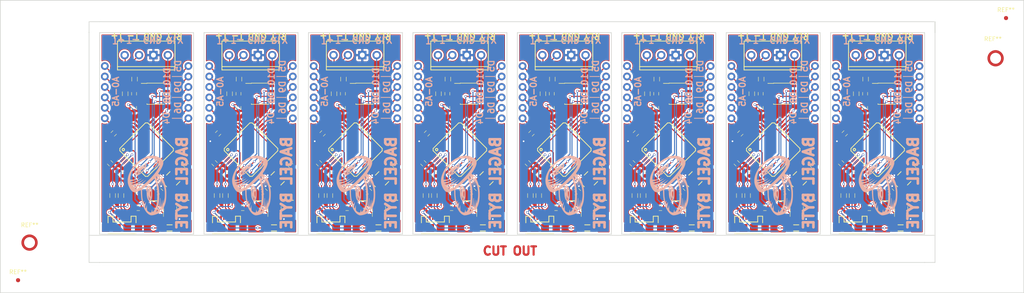
<source format=kicad_pcb>
(kicad_pcb (version 4) (host pcbnew 4.0.6)
  (layers (0 F.Cu signal) (31 B.Cu signal) (34 B.Paste user) (35 F.Paste user) (36 B.SilkS user) (37 F.SilkS user) (38 B.Mask user) (39 F.Mask user) (44 Edge.Cuts user))
  (net 0 "")
  (net 1 GND)
  (net 2 3.3V)
  (net 3 /T+)
  (net 4 /T-)
  (net 5 "Net-(C6-Pad1)")
  (net 6 /UVCC)
  (net 7 "Net-(C8-Pad1)")
  (net 8 "Net-(C9-Pad1)")
  (net 9 "Net-(C10-Pad1)")
  (net 10 5V)
  (net 11 /TIN+)
  (net 12 /TIN-)
  (net 13 /D10)
  (net 14 /D9)
  (net 15 /D8)
  (net 16 /D6)
  (net 17 /D5)
  (net 18 /D4)
  (net 19 /D11)
  (net 20 /A5)
  (net 21 /A4)
  (net 22 /A3)
  (net 23 /A2)
  (net 24 /A1)
  (net 25 /A0)
  (net 26 "Net-(J4-PadD+)")
  (net 27 "Net-(J4-PadD-)")
  (net 28 "Net-(J4-PadID)")
  (net 29 "Net-(J4-PadMT1)")
  (net 30 "Net-(M1-Pad1)")
  (net 31 /D-)
  (net 32 /D+)
  (net 33 /SS)
  (net 34 /SCK)
  (net 35 /MOSI)
  (net 36 /MISO)
  (net 37 "Net-(M1-Pad13)")
  (net 38 "Net-(M1-Pad18)")
  (net 39 "Net-(M1-Pad19)")
  (net 40 "Net-(M1-Pad20)")
  (net 41 "Net-(M1-Pad21)")
  (net 42 "Net-(M1-Pad22)")
  (net 43 "Net-(M1-Pad26)")
  (net 44 "Net-(M1-Pad33)")
  (net 45 "Net-(U2-Pad4)")
  (net 46 /RELAY)
  (module Custom_Silk:Bagel_Byte_Logo_2 (layer B.Cu) (at 242.714551 102.604689 270)
    (fp_text reference G*** hide)
    (fp_text value LOGO hide)
  )
  (module Connectors:1X06_NO_SILK (layer F.Cu) (at 252.747551 73.648689 270)
    (fp_text reference J1)
    (fp_text value CONN_06NO_SILK_FEMALE_PTH)
    (pad 1 thru_hole circle (at 0 0 270) (size 1.8796 1.8796) (drill 1.016) (layers *.Cu *.Mask) (net 17 /D5))
    (pad 2 thru_hole circle (at 2.54 0 270) (size 1.8796 1.8796) (drill 1.016) (layers *.Cu *.Mask) (net 13 /D10))
    (pad 3 thru_hole circle (at 5.08 0 270) (size 1.8796 1.8796) (drill 1.016) (layers *.Cu *.Mask) (net 14 /D9))
    (pad 4 thru_hole circle (at 7.62 0 270) (size 1.8796 1.8796) (drill 1.016) (layers *.Cu *.Mask) (net 15 /D8))
    (pad 5 thru_hole circle (at 10.16 0 270) (size 1.8796 1.8796) (drill 1.016) (layers *.Cu *.Mask) (net 16 /D6))
    (pad 6 thru_hole circle (at 12.7 0 270) (size 1.8796 1.8796) (drill 1.016) (layers *.Cu *.Mask) (net 18 /D4))
  )
  (module Connectors:SCREWTERMINAL-3.5MM-4 (layer F.Cu) (at 237.253551 70.981689)
    (fp_text reference J2)
    (fp_text value CONN_04SCREW)
    (pad 1 thru_hole circle (at 0 0) (size 2.032 2.032) (drill 1.19888) (layers *.Cu *.Mask) (net 11 /TIN+))
    (pad 2 thru_hole circle (at 3.49758 0) (size 2.032 2.032) (drill 1.19888) (layers *.Cu *.Mask) (net 12 /TIN-))
    (pad 3 thru_hole rect (at 6.9977 0) (size 2.032 2.032) (drill 1.19888) (layers *.Cu *.Mask) (net 1 GND))
    (pad 4 thru_hole circle (at 10.49782 0) (size 2.032 2.032) (drill 1.19888) (layers *.Cu *.Mask) (net 46 /RELAY))
  )
  (module Capacitors_SMD:C_0603 (layer F.Cu) (at 239.539551 80.379689 270)
    (fp_text reference C4)
    (fp_text value 10NF-0603-50V-10%)
    (pad 2 smd rect (at 0.75 0 270) (size 0.8 0.75) (layers F.Cu F.Paste F.Mask) (net 3 /T+))
    (pad 1 smd rect (at -0.75 0 270) (size 0.8 0.75) (layers F.Cu F.Paste F.Mask) (net 4 /T-))
  )
  (module Inductors_SMD:L_0603 (layer F.Cu) (at 239.666551 76.823689 90)
    (fp_text reference FB2)
    (fp_text value FERRITE_BEAD-0603)
    (pad 1 smd rect (at -0.75 0 90) (size 0.5 0.9) (layers F.Cu F.Paste F.Mask) (net 4 /T-))
    (pad 2 smd rect (at 0.75 0 90) (size 0.5 0.9) (layers F.Cu F.Paste F.Mask) (net 12 /TIN-))
  )
  (module Housings_SOIC:SOIC-8_3.9x4.9mm_Pitch1.27mm (layer F.Cu) (at 244.746551 80.379689)
    (fp_text reference U1)
    (fp_text value MAX31855KASA)
    (pad 1 smd rect (at -2.7 -1.905) (size 1.55 0.6) (layers F.Cu F.Paste F.Mask) (net 1 GND))
    (pad 2 smd rect (at -2.7 -0.635) (size 1.55 0.6) (layers F.Cu F.Paste F.Mask) (net 4 /T-))
    (pad 3 smd rect (at -2.7 0.635) (size 1.55 0.6) (layers F.Cu F.Paste F.Mask) (net 3 /T+))
    (pad 4 smd rect (at -2.7 1.905) (size 1.55 0.6) (layers F.Cu F.Paste F.Mask) (net 2 3.3V))
    (pad 5 smd rect (at 2.7 1.905) (size 1.55 0.6) (layers F.Cu F.Paste F.Mask) (net 34 /SCK))
    (pad 6 smd rect (at 2.7 0.635) (size 1.55 0.6) (layers F.Cu F.Paste F.Mask) (net 33 /SS))
    (pad 7 smd rect (at 2.7 -0.635) (size 1.55 0.6) (layers F.Cu F.Paste F.Mask) (net 36 /MISO))
    (pad 8 smd rect (at 2.7 -1.905) (size 1.55 0.6) (layers F.Cu F.Paste F.Mask))
  )
  (module Capacitors_SMD:C_0603 (layer F.Cu) (at 252.112551 97.651689 315)
    (fp_text reference C9)
    (fp_text value 22PF-0603-50V-5%)
    (pad 2 smd rect (at 0.75 0 315) (size 0.8 0.75) (layers F.Cu F.Paste F.Mask) (net 1 GND))
    (pad 1 smd rect (at -0.75 0 315) (size 0.8 0.75) (layers F.Cu F.Paste F.Mask) (net 8 "Net-(C9-Pad1)"))
  )
  (module RCL:EIA3216 (layer F.Cu) (at 252.112551 108.703229 90)
    (fp_text reference C2)
    (fp_text value 10UF-POLAR-EIA3216-16V-10%_TANT_)
    (pad + smd rect (at 1.39954 0 180) (size 1.59766 1.39954) (layers F.Cu F.Paste F.Mask) (net 10 5V))
    (pad - smd rect (at -1.39954 0 180) (size 1.59766 1.39954) (layers F.Cu F.Paste F.Mask) (net 1 GND))
  )
  (module Clocks:CRYSTAL-SMD-5X3.2-4PAD (layer F.Cu) (at 249.064551 100.953689 225)
    (fp_text reference Y1)
    (fp_text value CRYSTAL-16MHZSMD-5X3.2)
    (pad 1 smd rect (at -1.84912 1.14808 225) (size 1.89992 1.09982) (layers F.Cu F.Paste F.Mask) (net 8 "Net-(C9-Pad1)"))
    (pad 2 smd rect (at 1.84912 1.14808 225) (size 1.89992 1.09982) (layers F.Cu F.Paste F.Mask))
    (pad 3 smd rect (at 1.84912 -1.14808 225) (size 1.89992 1.09982) (layers F.Cu F.Paste F.Mask) (net 9 "Net-(C10-Pad1)"))
    (pad 4 smd rect (at -1.84912 -1.14808 225) (size 1.89992 1.09982) (layers F.Cu F.Paste F.Mask))
  )
  (module TO_SOT_Packages_SMD:SOT-23-5 (layer F.Cu) (at 248.302551 108.700689 90)
    (fp_text reference U2)
    (fp_text value MIC5219-3.3BM5)
    (pad 1 smd rect (at -1.1 -0.95 90) (size 1.06 0.65) (layers F.Cu F.Paste F.Mask) (net 10 5V))
    (pad 2 smd rect (at -1.1 0 90) (size 1.06 0.65) (layers F.Cu F.Paste F.Mask) (net 1 GND))
    (pad 3 smd rect (at -1.1 0.95 90) (size 1.06 0.65) (layers F.Cu F.Paste F.Mask) (net 10 5V))
    (pad 4 smd rect (at 1.1 0.95 90) (size 1.06 0.65) (layers F.Cu F.Paste F.Mask) (net 45 "Net-(U2-Pad4)"))
    (pad 5 smd rect (at 1.1 -0.95 90) (size 1.06 0.65) (layers F.Cu F.Paste F.Mask) (net 2 3.3V))
  )
  (module sparkfun-samd21-pro-breakout:SPARKFUN-POWERIC_PTC-1206-WIDE (layer F.Cu) (at 248.175551 113.018689)
    (fp_text reference F1)
    (fp_text value PPTC_HALF-AMP)
    (pad 1 smd rect (at -1.65354 0) (size 0.99822 1.79832) (layers F.Cu F.Paste F.Mask) (net 6 /UVCC))
    (pad 2 smd rect (at 1.65354 0) (size 0.99822 1.79832) (layers F.Cu F.Paste F.Mask) (net 10 5V))
  )
  (module Fiducials:Fiducial_0.75mm_Dia_1.5mm_Outer (layer F.Cu) (at 252.112551 112.764689 90)
    (fp_text reference REF**)
    (fp_text value Fiducial_0.75mm_Dia_1.5mm_Outer)
    (pad ~ smd circle (at 0 0 90) (size 0.75 0.75) (layers F.Cu F.Mask) (clearance 0.375))
  )
  (module RCL:EIA3216 (layer F.Cu) (at 244.492551 108.827689 90)
    (fp_text reference C3)
    (fp_text value 10UF-POLAR-EIA3216-16V-10%_TANT_)
    (pad + smd rect (at 1.39954 0 180) (size 1.59766 1.39954) (layers F.Cu F.Paste F.Mask) (net 2 3.3V))
    (pad - smd rect (at -1.39954 0 180) (size 1.59766 1.39954) (layers F.Cu F.Paste F.Mask) (net 1 GND))
  )
  (module Capacitors_SMD:C_0603 (layer F.Cu) (at 245.889551 104.128689 135)
    (fp_text reference C10)
    (fp_text value 22PF-0603-50V-5%)
    (pad 2 smd rect (at 0.75 0 135) (size 0.8 0.75) (layers F.Cu F.Paste F.Mask) (net 1 GND))
    (pad 1 smd rect (at -0.75 0 135) (size 0.8 0.75) (layers F.Cu F.Paste F.Mask) (net 9 "Net-(C10-Pad1)"))
  )
  (module IC:TQFP44 (layer F.Cu) (at 242.587551 93.968689 45)
    (fp_text reference M1)
    (fp_text value ATMEGA32U4TQFP-44)
    (pad 1 smd rect (at -5.79882 -3.99796 45) (size 1.4986 0.49784) (layers F.Cu F.Paste F.Mask) (net 30 "Net-(M1-Pad1)"))
    (pad 2 smd rect (at -5.79882 -3.19786 45) (size 1.4986 0.49784) (layers F.Cu F.Paste F.Mask) (net 6 /UVCC))
    (pad 3 smd rect (at -5.79882 -2.39776 45) (size 1.4986 0.49784) (layers F.Cu F.Paste F.Mask) (net 31 /D-))
    (pad 4 smd rect (at -5.79882 -1.59766 45) (size 1.4986 0.49784) (layers F.Cu F.Paste F.Mask) (net 32 /D+))
    (pad 5 smd rect (at -5.79882 -0.79756 45) (size 1.4986 0.49784) (layers F.Cu F.Paste F.Mask) (net 1 GND))
    (pad 6 smd rect (at -5.79882 0 45) (size 1.4986 0.49784) (layers F.Cu F.Paste F.Mask) (net 5 "Net-(C6-Pad1)"))
    (pad 7 smd rect (at -5.79882 0.79756 45) (size 1.4986 0.49784) (layers F.Cu F.Paste F.Mask) (net 6 /UVCC))
    (pad 8 smd rect (at -5.79882 1.59766 45) (size 1.4986 0.49784) (layers F.Cu F.Paste F.Mask) (net 33 /SS))
    (pad 9 smd rect (at -5.79882 2.39776 45) (size 1.4986 0.49784) (layers F.Cu F.Paste F.Mask) (net 34 /SCK))
    (pad 10 smd rect (at -5.79882 3.19786 45) (size 1.4986 0.49784) (layers F.Cu F.Paste F.Mask) (net 35 /MOSI))
    (pad 11 smd rect (at -5.79882 3.99796 45) (size 1.4986 0.49784) (layers F.Cu F.Paste F.Mask) (net 36 /MISO))
    (pad 12 smd rect (at -3.99796 5.79882 45) (size 0.49784 1.4986) (layers F.Cu F.Paste F.Mask) (net 19 /D11))
    (pad 13 smd rect (at -3.19786 5.79882 45) (size 0.49784 1.4986) (layers F.Cu F.Paste F.Mask) (net 37 "Net-(M1-Pad13)"))
    (pad 14 smd rect (at -2.39776 5.79882 45) (size 0.49784 1.4986) (layers F.Cu F.Paste F.Mask) (net 10 5V))
    (pad 15 smd rect (at -1.59766 5.79882 45) (size 0.49784 1.4986) (layers F.Cu F.Paste F.Mask) (net 1 GND))
    (pad 16 smd rect (at -0.79756 5.79882 45) (size 0.49784 1.4986) (layers F.Cu F.Paste F.Mask) (net 9 "Net-(C10-Pad1)"))
    (pad 17 smd rect (at 0 5.79882 45) (size 0.49784 1.4986) (layers F.Cu F.Paste F.Mask) (net 8 "Net-(C9-Pad1)"))
    (pad 18 smd rect (at 0.79756 5.79882 45) (size 0.49784 1.4986) (layers F.Cu F.Paste F.Mask) (net 38 "Net-(M1-Pad18)"))
    (pad 19 smd rect (at 1.59766 5.79882 45) (size 0.49784 1.4986) (layers F.Cu F.Paste F.Mask) (net 39 "Net-(M1-Pad19)"))
    (pad 20 smd rect (at 2.39776 5.79882 45) (size 0.49784 1.4986) (layers F.Cu F.Paste F.Mask) (net 40 "Net-(M1-Pad20)"))
    (pad 21 smd rect (at 3.19786 5.79882 45) (size 0.49784 1.4986) (layers F.Cu F.Paste F.Mask) (net 41 "Net-(M1-Pad21)"))
    (pad 22 smd rect (at 3.99796 5.79882 45) (size 0.49784 1.4986) (layers F.Cu F.Paste F.Mask) (net 42 "Net-(M1-Pad22)"))
    (pad 23 smd rect (at 5.79882 3.99796 45) (size 1.4986 0.49784) (layers F.Cu F.Paste F.Mask) (net 1 GND))
    (pad 24 smd rect (at 5.79882 3.19786 45) (size 1.4986 0.49784) (layers F.Cu F.Paste F.Mask) (net 10 5V))
    (pad 25 smd rect (at 5.79882 2.39776 45) (size 1.4986 0.49784) (layers F.Cu F.Paste F.Mask) (net 18 /D4))
    (pad 26 smd rect (at 5.79882 1.59766 45) (size 1.4986 0.49784) (layers F.Cu F.Paste F.Mask) (net 43 "Net-(M1-Pad26)"))
    (pad 27 smd rect (at 5.79882 0.79756 45) (size 1.4986 0.49784) (layers F.Cu F.Paste F.Mask) (net 16 /D6))
    (pad 28 smd rect (at 5.79882 0 45) (size 1.4986 0.49784) (layers F.Cu F.Paste F.Mask) (net 15 /D8))
    (pad 29 smd rect (at 5.79882 -0.79756 45) (size 1.4986 0.49784) (layers F.Cu F.Paste F.Mask) (net 14 /D9))
    (pad 30 smd rect (at 5.79882 -1.59766 45) (size 1.4986 0.49784) (layers F.Cu F.Paste F.Mask) (net 13 /D10))
    (pad 31 smd rect (at 5.79882 -2.39776 45) (size 1.4986 0.49784) (layers F.Cu F.Paste F.Mask) (net 17 /D5))
    (pad 32 smd rect (at 5.79882 -3.19786 45) (size 1.4986 0.49784) (layers F.Cu F.Paste F.Mask) (net 46 /RELAY))
    (pad 33 smd rect (at 5.79882 -3.99796 45) (size 1.4986 0.49784) (layers F.Cu F.Paste F.Mask) (net 44 "Net-(M1-Pad33)"))
    (pad 34 smd rect (at 3.99796 -5.79882 45) (size 0.49784 1.4986) (layers F.Cu F.Paste F.Mask) (net 10 5V))
    (pad 35 smd rect (at 3.19786 -5.79882 45) (size 0.49784 1.4986) (layers F.Cu F.Paste F.Mask) (net 1 GND))
    (pad 36 smd rect (at 2.39776 -5.79882 45) (size 0.49784 1.4986) (layers F.Cu F.Paste F.Mask) (net 25 /A0))
    (pad 37 smd rect (at 1.59766 -5.79882 45) (size 0.49784 1.4986) (layers F.Cu F.Paste F.Mask) (net 24 /A1))
    (pad 38 smd rect (at 0.79756 -5.79882 45) (size 0.49784 1.4986) (layers F.Cu F.Paste F.Mask) (net 23 /A2))
    (pad 39 smd rect (at 0 -5.79882 45) (size 0.49784 1.4986) (layers F.Cu F.Paste F.Mask) (net 22 /A3))
    (pad 40 smd rect (at -0.79756 -5.79882 45) (size 0.49784 1.4986) (layers F.Cu F.Paste F.Mask) (net 21 /A4))
    (pad 41 smd rect (at -1.59766 -5.79882 45) (size 0.49784 1.4986) (layers F.Cu F.Paste F.Mask) (net 20 /A5))
    (pad 42 smd rect (at -2.39776 -5.79882 45) (size 0.49784 1.4986) (layers F.Cu F.Paste F.Mask) (net 7 "Net-(C8-Pad1)"))
    (pad 43 smd rect (at -3.19786 -5.79882 45) (size 0.49784 1.4986) (layers F.Cu F.Paste F.Mask) (net 1 GND))
    (pad 44 smd rect (at -3.99796 -5.79882 45) (size 0.49784 1.4986) (layers F.Cu F.Paste F.Mask) (net 10 5V))
  )
  (module Capacitors_SMD:C_0603 (layer F.Cu) (at 234.586551 90.031689 225)
    (fp_text reference C8)
    (fp_text value 0.1UF-0603-100V-10%)
    (pad 2 smd rect (at 0.75 0 225) (size 0.8 0.75) (layers F.Cu F.Paste F.Mask) (net 1 GND))
    (pad 1 smd rect (at -0.75 0 225) (size 0.8 0.75) (layers F.Cu F.Paste F.Mask) (net 7 "Net-(C8-Pad1)"))
  )
  (module Capacitors_SMD:C_0603 (layer F.Cu) (at 233.719881 97.293019 315)
    (fp_text reference C7)
    (fp_text value 1.0UF-0603-16V-10%)
    (pad 2 smd rect (at 0.75 0 315) (size 0.8 0.75) (layers F.Cu F.Paste F.Mask) (net 1 GND))
    (pad 1 smd rect (at -0.75 0 315) (size 0.8 0.75) (layers F.Cu F.Paste F.Mask) (net 6 /UVCC))
  )
  (module Capacitors_SMD:C_0603 (layer F.Cu) (at 236.259881 99.833019 135)
    (fp_text reference C6)
    (fp_text value 1.0UF-0603-16V-10%)
    (pad 2 smd rect (at 0.75 0 135) (size 0.8 0.75) (layers F.Cu F.Paste F.Mask) (net 1 GND))
    (pad 1 smd rect (at -0.75 0 135) (size 0.8 0.75) (layers F.Cu F.Paste F.Mask) (net 5 "Net-(C6-Pad1)"))
  )
  (module Inductors_SMD:L_0603 (layer F.Cu) (at 237.380551 80.379689 90)
    (fp_text reference FB1)
    (fp_text value FERRITE_BEAD-0603)
    (pad 1 smd rect (at -0.75 0 90) (size 0.5 0.9) (layers F.Cu F.Paste F.Mask) (net 3 /T+))
    (pad 2 smd rect (at 0.75 0 90) (size 0.5 0.9) (layers F.Cu F.Paste F.Mask) (net 11 /TIN+))
  )
  (module Capacitors_SMD:C_0603 (layer F.Cu) (at 239.539551 83.796689 270)
    (fp_text reference C1)
    (fp_text value 0.1UF-0603-100V-10%)
    (pad 2 smd rect (at 0.75 0 270) (size 0.8 0.75) (layers F.Cu F.Paste F.Mask) (net 1 GND))
    (pad 1 smd rect (at -0.75 0 270) (size 0.8 0.75) (layers F.Cu F.Paste F.Mask) (net 2 3.3V))
  )
  (module Capacitors_SMD:C_0603 (layer F.Cu) (at 240.567551 108.192689 180)
    (fp_text reference C5)
    (fp_text value 0.1UF-0603-100V-10%)
    (pad 2 smd rect (at 0.75 0 180) (size 0.8 0.75) (layers F.Cu F.Paste F.Mask) (net 1 GND))
    (pad 1 smd rect (at -0.75 0 180) (size 0.8 0.75) (layers F.Cu F.Paste F.Mask) (net 2 3.3V))
  )
  (module Resistors_SMD:R_0603 (layer F.Cu) (at 240.301551 103.874689 315)
    (fp_text reference R3)
    (fp_text value 10KOHM-0603-1_10W-1%)
    (pad 1 smd rect (at -0.75 0 315) (size 0.5 0.9) (layers F.Cu F.Paste F.Mask) (net 10 5V))
    (pad 2 smd rect (at 0.75 0 315) (size 0.5 0.9) (layers F.Cu F.Paste F.Mask) (net 37 "Net-(M1-Pad13)"))
  )
  (module Resistors_SMD:R_0603 (layer F.Cu) (at 234.332551 105.144689 90)
    (fp_text reference R2)
    (fp_text value 22OHM-0603-1_10W-1%)
    (pad 1 smd rect (at -0.75 0 90) (size 0.5 0.9) (layers F.Cu F.Paste F.Mask) (net 27 "Net-(J4-PadD-)"))
    (pad 2 smd rect (at 0.75 0 90) (size 0.5 0.9) (layers F.Cu F.Paste F.Mask) (net 31 /D-))
  )
  (module Connectors:USB-MICROB (layer F.Cu) (at 236.618551 113.018689 270)
    (fp_text reference J4)
    (fp_text value USB_MICRO-B_SMT)
    (pad D+ smd rect (at -2.64922 0 90) (size 1.39954 0.34798) (layers F.Cu F.Paste F.Mask) (net 26 "Net-(J4-PadD+)"))
    (pad D- smd rect (at -2.64922 0.6477 90) (size 1.39954 0.34798) (layers F.Cu F.Paste F.Mask) (net 27 "Net-(J4-PadD-)"))
    (pad GND smd rect (at -2.64922 -1.29794 90) (size 1.39954 0.34798) (layers F.Cu F.Paste F.Mask) (net 1 GND))
    (pad ID smd rect (at -2.64922 -0.6477 90) (size 1.39954 0.34798) (layers F.Cu F.Paste F.Mask) (net 28 "Net-(J4-PadID)"))
    (pad MT1 smd rect (at 0 3.99796) (size 1.79832 1.89992) (layers F.Cu F.Paste F.Mask) (net 29 "Net-(J4-PadMT1)"))
    (pad MT2 smd rect (at 0 -3.99796) (size 1.79832 1.89992) (layers F.Cu F.Paste F.Mask) (net 29 "Net-(J4-PadMT1)"))
    (pad P$1 smd rect (at 0 1.27) (size 1.89992 1.89992) (layers F.Cu F.Paste F.Mask) (net 29 "Net-(J4-PadMT1)"))
    (pad P$2 smd rect (at 0 -1.27) (size 1.89992 1.89992) (layers F.Cu F.Paste F.Mask) (net 29 "Net-(J4-PadMT1)"))
    (pad VBUS smd rect (at -2.64922 1.29794 90) (size 1.39954 0.34798) (layers F.Cu F.Paste F.Mask) (net 6 /UVCC))
  )
  (module Resistors_SMD:R_0603 (layer F.Cu) (at 236.364551 105.144689 90)
    (fp_text reference R1)
    (fp_text value 22OHM-0603-1_10W-1%)
    (pad 1 smd rect (at -0.75 0 90) (size 0.5 0.9) (layers F.Cu F.Paste F.Mask) (net 26 "Net-(J4-PadD+)"))
    (pad 2 smd rect (at 0.75 0 90) (size 0.5 0.9) (layers F.Cu F.Paste F.Mask) (net 32 /D+))
  )
  (module Connectors:1X06_NO_SILK (layer F.Cu) (at 232.427551 86.348689 90)
    (fp_text reference J3)
    (fp_text value CONN_06NO_SILK_FEMALE_PTH)
    (pad 1 thru_hole circle (at 0 0 90) (size 1.8796 1.8796) (drill 1.016) (layers *.Cu *.Mask) (net 20 /A5))
    (pad 2 thru_hole circle (at 2.54 0 90) (size 1.8796 1.8796) (drill 1.016) (layers *.Cu *.Mask) (net 21 /A4))
    (pad 3 thru_hole circle (at 5.08 0 90) (size 1.8796 1.8796) (drill 1.016) (layers *.Cu *.Mask) (net 22 /A3))
    (pad 4 thru_hole circle (at 7.62 0 90) (size 1.8796 1.8796) (drill 1.016) (layers *.Cu *.Mask) (net 23 /A2))
    (pad 5 thru_hole circle (at 10.16 0 90) (size 1.8796 1.8796) (drill 1.016) (layers *.Cu *.Mask) (net 24 /A1))
    (pad 6 thru_hole circle (at 12.7 0 90) (size 1.8796 1.8796) (drill 1.016) (layers *.Cu *.Mask) (net 25 /A0))
  )
  (module Fiducials:Fiducial_0.75mm_Dia_1.5mm_Outer (layer F.Cu) (at 233.189551 67.552689 90)
    (fp_text reference "")
    (fp_text value Fiducial_0.75mm_Dia_1.5mm_Outer)
    (pad ~ smd circle (at 0 0 90) (size 0.75 0.75) (layers F.Cu F.Mask) (clearance 0.375))
  )
  (module Custom_Silk:Bagel_Byte_Logo_2 (layer B.Cu) (at 217.314551 102.604689 270)
    (fp_text reference G*** hide)
    (fp_text value LOGO hide)
  )
  (module Capacitors_SMD:C_0603 (layer F.Cu) (at 214.139551 83.796689 270)
    (fp_text reference C1)
    (fp_text value 0.1UF-0603-100V-10%)
    (pad 2 smd rect (at 0.75 0 270) (size 0.8 0.75) (layers F.Cu F.Paste F.Mask) (net 1 GND))
    (pad 1 smd rect (at -0.75 0 270) (size 0.8 0.75) (layers F.Cu F.Paste F.Mask) (net 2 3.3V))
  )
  (module Connectors:1X06_NO_SILK (layer F.Cu) (at 207.027551 86.348689 90)
    (fp_text reference J3)
    (fp_text value CONN_06NO_SILK_FEMALE_PTH)
    (pad 1 thru_hole circle (at 0 0 90) (size 1.8796 1.8796) (drill 1.016) (layers *.Cu *.Mask) (net 20 /A5))
    (pad 2 thru_hole circle (at 2.54 0 90) (size 1.8796 1.8796) (drill 1.016) (layers *.Cu *.Mask) (net 21 /A4))
    (pad 3 thru_hole circle (at 5.08 0 90) (size 1.8796 1.8796) (drill 1.016) (layers *.Cu *.Mask) (net 22 /A3))
    (pad 4 thru_hole circle (at 7.62 0 90) (size 1.8796 1.8796) (drill 1.016) (layers *.Cu *.Mask) (net 23 /A2))
    (pad 5 thru_hole circle (at 10.16 0 90) (size 1.8796 1.8796) (drill 1.016) (layers *.Cu *.Mask) (net 24 /A1))
    (pad 6 thru_hole circle (at 12.7 0 90) (size 1.8796 1.8796) (drill 1.016) (layers *.Cu *.Mask) (net 25 /A0))
  )
  (module Inductors_SMD:L_0603 (layer F.Cu) (at 211.980551 80.379689 90)
    (fp_text reference FB1)
    (fp_text value FERRITE_BEAD-0603)
    (pad 1 smd rect (at -0.75 0 90) (size 0.5 0.9) (layers F.Cu F.Paste F.Mask) (net 3 /T+))
    (pad 2 smd rect (at 0.75 0 90) (size 0.5 0.9) (layers F.Cu F.Paste F.Mask) (net 11 /TIN+))
  )
  (module Connectors:SCREWTERMINAL-3.5MM-4 (layer F.Cu) (at 211.853551 70.981689)
    (fp_text reference J2)
    (fp_text value CONN_04SCREW)
    (pad 1 thru_hole circle (at 0 0) (size 2.032 2.032) (drill 1.19888) (layers *.Cu *.Mask) (net 11 /TIN+))
    (pad 2 thru_hole circle (at 3.49758 0) (size 2.032 2.032) (drill 1.19888) (layers *.Cu *.Mask) (net 12 /TIN-))
    (pad 3 thru_hole rect (at 6.9977 0) (size 2.032 2.032) (drill 1.19888) (layers *.Cu *.Mask) (net 1 GND))
    (pad 4 thru_hole circle (at 10.49782 0) (size 2.032 2.032) (drill 1.19888) (layers *.Cu *.Mask) (net 46 /RELAY))
  )
  (module Fiducials:Fiducial_0.75mm_Dia_1.5mm_Outer (layer F.Cu) (at 207.789551 67.552689 90)
    (fp_text reference "")
    (fp_text value Fiducial_0.75mm_Dia_1.5mm_Outer)
    (pad ~ smd circle (at 0 0 90) (size 0.75 0.75) (layers F.Cu F.Mask) (clearance 0.375))
  )
  (module Inductors_SMD:L_0603 (layer F.Cu) (at 214.266551 76.823689 90)
    (fp_text reference FB2)
    (fp_text value FERRITE_BEAD-0603)
    (pad 1 smd rect (at -0.75 0 90) (size 0.5 0.9) (layers F.Cu F.Paste F.Mask) (net 4 /T-))
    (pad 2 smd rect (at 0.75 0 90) (size 0.5 0.9) (layers F.Cu F.Paste F.Mask) (net 12 /TIN-))
  )
  (module Capacitors_SMD:C_0603 (layer F.Cu) (at 214.139551 80.379689 270)
    (fp_text reference C4)
    (fp_text value 10NF-0603-50V-10%)
    (pad 2 smd rect (at 0.75 0 270) (size 0.8 0.75) (layers F.Cu F.Paste F.Mask) (net 3 /T+))
    (pad 1 smd rect (at -0.75 0 270) (size 0.8 0.75) (layers F.Cu F.Paste F.Mask) (net 4 /T-))
  )
  (module RCL:EIA3216 (layer F.Cu) (at 226.712551 108.703229 90)
    (fp_text reference C2)
    (fp_text value 10UF-POLAR-EIA3216-16V-10%_TANT_)
    (pad + smd rect (at 1.39954 0 180) (size 1.59766 1.39954) (layers F.Cu F.Paste F.Mask) (net 10 5V))
    (pad - smd rect (at -1.39954 0 180) (size 1.59766 1.39954) (layers F.Cu F.Paste F.Mask) (net 1 GND))
  )
  (module sparkfun-samd21-pro-breakout:SPARKFUN-POWERIC_PTC-1206-WIDE (layer F.Cu) (at 222.775551 113.018689)
    (fp_text reference F1)
    (fp_text value PPTC_HALF-AMP)
    (pad 1 smd rect (at -1.65354 0) (size 0.99822 1.79832) (layers F.Cu F.Paste F.Mask) (net 6 /UVCC))
    (pad 2 smd rect (at 1.65354 0) (size 0.99822 1.79832) (layers F.Cu F.Paste F.Mask) (net 10 5V))
  )
  (module TO_SOT_Packages_SMD:SOT-23-5 (layer F.Cu) (at 222.902551 108.700689 90)
    (fp_text reference U2)
    (fp_text value MIC5219-3.3BM5)
    (pad 1 smd rect (at -1.1 -0.95 90) (size 1.06 0.65) (layers F.Cu F.Paste F.Mask) (net 10 5V))
    (pad 2 smd rect (at -1.1 0 90) (size 1.06 0.65) (layers F.Cu F.Paste F.Mask) (net 1 GND))
    (pad 3 smd rect (at -1.1 0.95 90) (size 1.06 0.65) (layers F.Cu F.Paste F.Mask) (net 10 5V))
    (pad 4 smd rect (at 1.1 0.95 90) (size 1.06 0.65) (layers F.Cu F.Paste F.Mask) (net 45 "Net-(U2-Pad4)"))
    (pad 5 smd rect (at 1.1 -0.95 90) (size 1.06 0.65) (layers F.Cu F.Paste F.Mask) (net 2 3.3V))
  )
  (module RCL:EIA3216 (layer F.Cu) (at 219.092551 108.827689 90)
    (fp_text reference C3)
    (fp_text value 10UF-POLAR-EIA3216-16V-10%_TANT_)
    (pad + smd rect (at 1.39954 0 180) (size 1.59766 1.39954) (layers F.Cu F.Paste F.Mask) (net 2 3.3V))
    (pad - smd rect (at -1.39954 0 180) (size 1.59766 1.39954) (layers F.Cu F.Paste F.Mask) (net 1 GND))
  )
  (module Fiducials:Fiducial_0.75mm_Dia_1.5mm_Outer (layer F.Cu) (at 226.712551 112.764689 90)
    (fp_text reference REF**)
    (fp_text value Fiducial_0.75mm_Dia_1.5mm_Outer)
    (pad ~ smd circle (at 0 0 90) (size 0.75 0.75) (layers F.Cu F.Mask) (clearance 0.375))
  )
  (module Resistors_SMD:R_0603 (layer F.Cu) (at 208.932551 105.144689 90)
    (fp_text reference R2)
    (fp_text value 22OHM-0603-1_10W-1%)
    (pad 1 smd rect (at -0.75 0 90) (size 0.5 0.9) (layers F.Cu F.Paste F.Mask) (net 27 "Net-(J4-PadD-)"))
    (pad 2 smd rect (at 0.75 0 90) (size 0.5 0.9) (layers F.Cu F.Paste F.Mask) (net 31 /D-))
  )
  (module Resistors_SMD:R_0603 (layer F.Cu) (at 210.964551 105.144689 90)
    (fp_text reference R1)
    (fp_text value 22OHM-0603-1_10W-1%)
    (pad 1 smd rect (at -0.75 0 90) (size 0.5 0.9) (layers F.Cu F.Paste F.Mask) (net 26 "Net-(J4-PadD+)"))
    (pad 2 smd rect (at 0.75 0 90) (size 0.5 0.9) (layers F.Cu F.Paste F.Mask) (net 32 /D+))
  )
  (module Capacitors_SMD:C_0603 (layer F.Cu) (at 215.167551 108.192689 180)
    (fp_text reference C5)
    (fp_text value 0.1UF-0603-100V-10%)
    (pad 2 smd rect (at 0.75 0 180) (size 0.8 0.75) (layers F.Cu F.Paste F.Mask) (net 1 GND))
    (pad 1 smd rect (at -0.75 0 180) (size 0.8 0.75) (layers F.Cu F.Paste F.Mask) (net 2 3.3V))
  )
  (module Capacitors_SMD:C_0603 (layer F.Cu) (at 208.319881 97.293019 315)
    (fp_text reference C7)
    (fp_text value 1.0UF-0603-16V-10%)
    (pad 2 smd rect (at 0.75 0 315) (size 0.8 0.75) (layers F.Cu F.Paste F.Mask) (net 1 GND))
    (pad 1 smd rect (at -0.75 0 315) (size 0.8 0.75) (layers F.Cu F.Paste F.Mask) (net 6 /UVCC))
  )
  (module Connectors:USB-MICROB (layer F.Cu) (at 211.218551 113.018689 270)
    (fp_text reference J4)
    (fp_text value USB_MICRO-B_SMT)
    (pad D+ smd rect (at -2.64922 0 90) (size 1.39954 0.34798) (layers F.Cu F.Paste F.Mask) (net 26 "Net-(J4-PadD+)"))
    (pad D- smd rect (at -2.64922 0.6477 90) (size 1.39954 0.34798) (layers F.Cu F.Paste F.Mask) (net 27 "Net-(J4-PadD-)"))
    (pad GND smd rect (at -2.64922 -1.29794 90) (size 1.39954 0.34798) (layers F.Cu F.Paste F.Mask) (net 1 GND))
    (pad ID smd rect (at -2.64922 -0.6477 90) (size 1.39954 0.34798) (layers F.Cu F.Paste F.Mask) (net 28 "Net-(J4-PadID)"))
    (pad MT1 smd rect (at 0 3.99796) (size 1.79832 1.89992) (layers F.Cu F.Paste F.Mask) (net 29 "Net-(J4-PadMT1)"))
    (pad MT2 smd rect (at 0 -3.99796) (size 1.79832 1.89992) (layers F.Cu F.Paste F.Mask) (net 29 "Net-(J4-PadMT1)"))
    (pad P$1 smd rect (at 0 1.27) (size 1.89992 1.89992) (layers F.Cu F.Paste F.Mask) (net 29 "Net-(J4-PadMT1)"))
    (pad P$2 smd rect (at 0 -1.27) (size 1.89992 1.89992) (layers F.Cu F.Paste F.Mask) (net 29 "Net-(J4-PadMT1)"))
    (pad VBUS smd rect (at -2.64922 1.29794 90) (size 1.39954 0.34798) (layers F.Cu F.Paste F.Mask) (net 6 /UVCC))
  )
  (module Capacitors_SMD:C_0603 (layer F.Cu) (at 226.712551 97.651689 315)
    (fp_text reference C9)
    (fp_text value 22PF-0603-50V-5%)
    (pad 2 smd rect (at 0.75 0 315) (size 0.8 0.75) (layers F.Cu F.Paste F.Mask) (net 1 GND))
    (pad 1 smd rect (at -0.75 0 315) (size 0.8 0.75) (layers F.Cu F.Paste F.Mask) (net 8 "Net-(C9-Pad1)"))
  )
  (module Capacitors_SMD:C_0603 (layer F.Cu) (at 210.859881 99.833019 135)
    (fp_text reference C6)
    (fp_text value 1.0UF-0603-16V-10%)
    (pad 2 smd rect (at 0.75 0 135) (size 0.8 0.75) (layers F.Cu F.Paste F.Mask) (net 1 GND))
    (pad 1 smd rect (at -0.75 0 135) (size 0.8 0.75) (layers F.Cu F.Paste F.Mask) (net 5 "Net-(C6-Pad1)"))
  )
  (module Capacitors_SMD:C_0603 (layer F.Cu) (at 220.489551 104.128689 135)
    (fp_text reference C10)
    (fp_text value 22PF-0603-50V-5%)
    (pad 2 smd rect (at 0.75 0 135) (size 0.8 0.75) (layers F.Cu F.Paste F.Mask) (net 1 GND))
    (pad 1 smd rect (at -0.75 0 135) (size 0.8 0.75) (layers F.Cu F.Paste F.Mask) (net 9 "Net-(C10-Pad1)"))
  )
  (module Capacitors_SMD:C_0603 (layer F.Cu) (at 209.186551 90.031689 225)
    (fp_text reference C8)
    (fp_text value 0.1UF-0603-100V-10%)
    (pad 2 smd rect (at 0.75 0 225) (size 0.8 0.75) (layers F.Cu F.Paste F.Mask) (net 1 GND))
    (pad 1 smd rect (at -0.75 0 225) (size 0.8 0.75) (layers F.Cu F.Paste F.Mask) (net 7 "Net-(C8-Pad1)"))
  )
  (module IC:TQFP44 (layer F.Cu) (at 217.187551 93.968689 45)
    (fp_text reference M1)
    (fp_text value ATMEGA32U4TQFP-44)
    (pad 1 smd rect (at -5.79882 -3.99796 45) (size 1.4986 0.49784) (layers F.Cu F.Paste F.Mask) (net 30 "Net-(M1-Pad1)"))
    (pad 2 smd rect (at -5.79882 -3.19786 45) (size 1.4986 0.49784) (layers F.Cu F.Paste F.Mask) (net 6 /UVCC))
    (pad 3 smd rect (at -5.79882 -2.39776 45) (size 1.4986 0.49784) (layers F.Cu F.Paste F.Mask) (net 31 /D-))
    (pad 4 smd rect (at -5.79882 -1.59766 45) (size 1.4986 0.49784) (layers F.Cu F.Paste F.Mask) (net 32 /D+))
    (pad 5 smd rect (at -5.79882 -0.79756 45) (size 1.4986 0.49784) (layers F.Cu F.Paste F.Mask) (net 1 GND))
    (pad 6 smd rect (at -5.79882 0 45) (size 1.4986 0.49784) (layers F.Cu F.Paste F.Mask) (net 5 "Net-(C6-Pad1)"))
    (pad 7 smd rect (at -5.79882 0.79756 45) (size 1.4986 0.49784) (layers F.Cu F.Paste F.Mask) (net 6 /UVCC))
    (pad 8 smd rect (at -5.79882 1.59766 45) (size 1.4986 0.49784) (layers F.Cu F.Paste F.Mask) (net 33 /SS))
    (pad 9 smd rect (at -5.79882 2.39776 45) (size 1.4986 0.49784) (layers F.Cu F.Paste F.Mask) (net 34 /SCK))
    (pad 10 smd rect (at -5.79882 3.19786 45) (size 1.4986 0.49784) (layers F.Cu F.Paste F.Mask) (net 35 /MOSI))
    (pad 11 smd rect (at -5.79882 3.99796 45) (size 1.4986 0.49784) (layers F.Cu F.Paste F.Mask) (net 36 /MISO))
    (pad 12 smd rect (at -3.99796 5.79882 45) (size 0.49784 1.4986) (layers F.Cu F.Paste F.Mask) (net 19 /D11))
    (pad 13 smd rect (at -3.19786 5.79882 45) (size 0.49784 1.4986) (layers F.Cu F.Paste F.Mask) (net 37 "Net-(M1-Pad13)"))
    (pad 14 smd rect (at -2.39776 5.79882 45) (size 0.49784 1.4986) (layers F.Cu F.Paste F.Mask) (net 10 5V))
    (pad 15 smd rect (at -1.59766 5.79882 45) (size 0.49784 1.4986) (layers F.Cu F.Paste F.Mask) (net 1 GND))
    (pad 16 smd rect (at -0.79756 5.79882 45) (size 0.49784 1.4986) (layers F.Cu F.Paste F.Mask) (net 9 "Net-(C10-Pad1)"))
    (pad 17 smd rect (at 0 5.79882 45) (size 0.49784 1.4986) (layers F.Cu F.Paste F.Mask) (net 8 "Net-(C9-Pad1)"))
    (pad 18 smd rect (at 0.79756 5.79882 45) (size 0.49784 1.4986) (layers F.Cu F.Paste F.Mask) (net 38 "Net-(M1-Pad18)"))
    (pad 19 smd rect (at 1.59766 5.79882 45) (size 0.49784 1.4986) (layers F.Cu F.Paste F.Mask) (net 39 "Net-(M1-Pad19)"))
    (pad 20 smd rect (at 2.39776 5.79882 45) (size 0.49784 1.4986) (layers F.Cu F.Paste F.Mask) (net 40 "Net-(M1-Pad20)"))
    (pad 21 smd rect (at 3.19786 5.79882 45) (size 0.49784 1.4986) (layers F.Cu F.Paste F.Mask) (net 41 "Net-(M1-Pad21)"))
    (pad 22 smd rect (at 3.99796 5.79882 45) (size 0.49784 1.4986) (layers F.Cu F.Paste F.Mask) (net 42 "Net-(M1-Pad22)"))
    (pad 23 smd rect (at 5.79882 3.99796 45) (size 1.4986 0.49784) (layers F.Cu F.Paste F.Mask) (net 1 GND))
    (pad 24 smd rect (at 5.79882 3.19786 45) (size 1.4986 0.49784) (layers F.Cu F.Paste F.Mask) (net 10 5V))
    (pad 25 smd rect (at 5.79882 2.39776 45) (size 1.4986 0.49784) (layers F.Cu F.Paste F.Mask) (net 18 /D4))
    (pad 26 smd rect (at 5.79882 1.59766 45) (size 1.4986 0.49784) (layers F.Cu F.Paste F.Mask) (net 43 "Net-(M1-Pad26)"))
    (pad 27 smd rect (at 5.79882 0.79756 45) (size 1.4986 0.49784) (layers F.Cu F.Paste F.Mask) (net 16 /D6))
    (pad 28 smd rect (at 5.79882 0 45) (size 1.4986 0.49784) (layers F.Cu F.Paste F.Mask) (net 15 /D8))
    (pad 29 smd rect (at 5.79882 -0.79756 45) (size 1.4986 0.49784) (layers F.Cu F.Paste F.Mask) (net 14 /D9))
    (pad 30 smd rect (at 5.79882 -1.59766 45) (size 1.4986 0.49784) (layers F.Cu F.Paste F.Mask) (net 13 /D10))
    (pad 31 smd rect (at 5.79882 -2.39776 45) (size 1.4986 0.49784) (layers F.Cu F.Paste F.Mask) (net 17 /D5))
    (pad 32 smd rect (at 5.79882 -3.19786 45) (size 1.4986 0.49784) (layers F.Cu F.Paste F.Mask) (net 46 /RELAY))
    (pad 33 smd rect (at 5.79882 -3.99796 45) (size 1.4986 0.49784) (layers F.Cu F.Paste F.Mask) (net 44 "Net-(M1-Pad33)"))
    (pad 34 smd rect (at 3.99796 -5.79882 45) (size 0.49784 1.4986) (layers F.Cu F.Paste F.Mask) (net 10 5V))
    (pad 35 smd rect (at 3.19786 -5.79882 45) (size 0.49784 1.4986) (layers F.Cu F.Paste F.Mask) (net 1 GND))
    (pad 36 smd rect (at 2.39776 -5.79882 45) (size 0.49784 1.4986) (layers F.Cu F.Paste F.Mask) (net 25 /A0))
    (pad 37 smd rect (at 1.59766 -5.79882 45) (size 0.49784 1.4986) (layers F.Cu F.Paste F.Mask) (net 24 /A1))
    (pad 38 smd rect (at 0.79756 -5.79882 45) (size 0.49784 1.4986) (layers F.Cu F.Paste F.Mask) (net 23 /A2))
    (pad 39 smd rect (at 0 -5.79882 45) (size 0.49784 1.4986) (layers F.Cu F.Paste F.Mask) (net 22 /A3))
    (pad 40 smd rect (at -0.79756 -5.79882 45) (size 0.49784 1.4986) (layers F.Cu F.Paste F.Mask) (net 21 /A4))
    (pad 41 smd rect (at -1.59766 -5.79882 45) (size 0.49784 1.4986) (layers F.Cu F.Paste F.Mask) (net 20 /A5))
    (pad 42 smd rect (at -2.39776 -5.79882 45) (size 0.49784 1.4986) (layers F.Cu F.Paste F.Mask) (net 7 "Net-(C8-Pad1)"))
    (pad 43 smd rect (at -3.19786 -5.79882 45) (size 0.49784 1.4986) (layers F.Cu F.Paste F.Mask) (net 1 GND))
    (pad 44 smd rect (at -3.99796 -5.79882 45) (size 0.49784 1.4986) (layers F.Cu F.Paste F.Mask) (net 10 5V))
  )
  (module Resistors_SMD:R_0603 (layer F.Cu) (at 214.901551 103.874689 315)
    (fp_text reference R3)
    (fp_text value 10KOHM-0603-1_10W-1%)
    (pad 1 smd rect (at -0.75 0 315) (size 0.5 0.9) (layers F.Cu F.Paste F.Mask) (net 10 5V))
    (pad 2 smd rect (at 0.75 0 315) (size 0.5 0.9) (layers F.Cu F.Paste F.Mask) (net 37 "Net-(M1-Pad13)"))
  )
  (module Clocks:CRYSTAL-SMD-5X3.2-4PAD (layer F.Cu) (at 223.664551 100.953689 225)
    (fp_text reference Y1)
    (fp_text value CRYSTAL-16MHZSMD-5X3.2)
    (pad 1 smd rect (at -1.84912 1.14808 225) (size 1.89992 1.09982) (layers F.Cu F.Paste F.Mask) (net 8 "Net-(C9-Pad1)"))
    (pad 2 smd rect (at 1.84912 1.14808 225) (size 1.89992 1.09982) (layers F.Cu F.Paste F.Mask))
    (pad 3 smd rect (at 1.84912 -1.14808 225) (size 1.89992 1.09982) (layers F.Cu F.Paste F.Mask) (net 9 "Net-(C10-Pad1)"))
    (pad 4 smd rect (at -1.84912 -1.14808 225) (size 1.89992 1.09982) (layers F.Cu F.Paste F.Mask))
  )
  (module Connectors:1X06_NO_SILK (layer F.Cu) (at 227.347551 73.648689 270)
    (fp_text reference J1)
    (fp_text value CONN_06NO_SILK_FEMALE_PTH)
    (pad 1 thru_hole circle (at 0 0 270) (size 1.8796 1.8796) (drill 1.016) (layers *.Cu *.Mask) (net 17 /D5))
    (pad 2 thru_hole circle (at 2.54 0 270) (size 1.8796 1.8796) (drill 1.016) (layers *.Cu *.Mask) (net 13 /D10))
    (pad 3 thru_hole circle (at 5.08 0 270) (size 1.8796 1.8796) (drill 1.016) (layers *.Cu *.Mask) (net 14 /D9))
    (pad 4 thru_hole circle (at 7.62 0 270) (size 1.8796 1.8796) (drill 1.016) (layers *.Cu *.Mask) (net 15 /D8))
    (pad 5 thru_hole circle (at 10.16 0 270) (size 1.8796 1.8796) (drill 1.016) (layers *.Cu *.Mask) (net 16 /D6))
    (pad 6 thru_hole circle (at 12.7 0 270) (size 1.8796 1.8796) (drill 1.016) (layers *.Cu *.Mask) (net 18 /D4))
  )
  (module Housings_SOIC:SOIC-8_3.9x4.9mm_Pitch1.27mm (layer F.Cu) (at 219.346551 80.379689)
    (fp_text reference U1)
    (fp_text value MAX31855KASA)
    (pad 1 smd rect (at -2.7 -1.905) (size 1.55 0.6) (layers F.Cu F.Paste F.Mask) (net 1 GND))
    (pad 2 smd rect (at -2.7 -0.635) (size 1.55 0.6) (layers F.Cu F.Paste F.Mask) (net 4 /T-))
    (pad 3 smd rect (at -2.7 0.635) (size 1.55 0.6) (layers F.Cu F.Paste F.Mask) (net 3 /T+))
    (pad 4 smd rect (at -2.7 1.905) (size 1.55 0.6) (layers F.Cu F.Paste F.Mask) (net 2 3.3V))
    (pad 5 smd rect (at 2.7 1.905) (size 1.55 0.6) (layers F.Cu F.Paste F.Mask) (net 34 /SCK))
    (pad 6 smd rect (at 2.7 0.635) (size 1.55 0.6) (layers F.Cu F.Paste F.Mask) (net 33 /SS))
    (pad 7 smd rect (at 2.7 -0.635) (size 1.55 0.6) (layers F.Cu F.Paste F.Mask) (net 36 /MISO))
    (pad 8 smd rect (at 2.7 -1.905) (size 1.55 0.6) (layers F.Cu F.Paste F.Mask))
  )
  (module Custom_Silk:Bagel_Byte_Logo_2 (layer B.Cu) (at 191.914551 102.604689 270)
    (fp_text reference G*** hide)
    (fp_text value LOGO hide)
  )
  (module Inductors_SMD:L_0603 (layer F.Cu) (at 186.580551 80.379689 90)
    (fp_text reference FB1)
    (fp_text value FERRITE_BEAD-0603)
    (pad 1 smd rect (at -0.75 0 90) (size 0.5 0.9) (layers F.Cu F.Paste F.Mask) (net 3 /T+))
    (pad 2 smd rect (at 0.75 0 90) (size 0.5 0.9) (layers F.Cu F.Paste F.Mask) (net 11 /TIN+))
  )
  (module Capacitors_SMD:C_0603 (layer F.Cu) (at 188.739551 83.796689 270)
    (fp_text reference C1)
    (fp_text value 0.1UF-0603-100V-10%)
    (pad 2 smd rect (at 0.75 0 270) (size 0.8 0.75) (layers F.Cu F.Paste F.Mask) (net 1 GND))
    (pad 1 smd rect (at -0.75 0 270) (size 0.8 0.75) (layers F.Cu F.Paste F.Mask) (net 2 3.3V))
  )
  (module Connectors:1X06_NO_SILK (layer F.Cu) (at 181.627551 86.348689 90)
    (fp_text reference J3)
    (fp_text value CONN_06NO_SILK_FEMALE_PTH)
    (pad 1 thru_hole circle (at 0 0 90) (size 1.8796 1.8796) (drill 1.016) (layers *.Cu *.Mask) (net 20 /A5))
    (pad 2 thru_hole circle (at 2.54 0 90) (size 1.8796 1.8796) (drill 1.016) (layers *.Cu *.Mask) (net 21 /A4))
    (pad 3 thru_hole circle (at 5.08 0 90) (size 1.8796 1.8796) (drill 1.016) (layers *.Cu *.Mask) (net 22 /A3))
    (pad 4 thru_hole circle (at 7.62 0 90) (size 1.8796 1.8796) (drill 1.016) (layers *.Cu *.Mask) (net 23 /A2))
    (pad 5 thru_hole circle (at 10.16 0 90) (size 1.8796 1.8796) (drill 1.016) (layers *.Cu *.Mask) (net 24 /A1))
    (pad 6 thru_hole circle (at 12.7 0 90) (size 1.8796 1.8796) (drill 1.016) (layers *.Cu *.Mask) (net 25 /A0))
  )
  (module Connectors:1X06_NO_SILK (layer F.Cu) (at 201.947551 73.648689 270)
    (fp_text reference J1)
    (fp_text value CONN_06NO_SILK_FEMALE_PTH)
    (pad 1 thru_hole circle (at 0 0 270) (size 1.8796 1.8796) (drill 1.016) (layers *.Cu *.Mask) (net 17 /D5))
    (pad 2 thru_hole circle (at 2.54 0 270) (size 1.8796 1.8796) (drill 1.016) (layers *.Cu *.Mask) (net 13 /D10))
    (pad 3 thru_hole circle (at 5.08 0 270) (size 1.8796 1.8796) (drill 1.016) (layers *.Cu *.Mask) (net 14 /D9))
    (pad 4 thru_hole circle (at 7.62 0 270) (size 1.8796 1.8796) (drill 1.016) (layers *.Cu *.Mask) (net 15 /D8))
    (pad 5 thru_hole circle (at 10.16 0 270) (size 1.8796 1.8796) (drill 1.016) (layers *.Cu *.Mask) (net 16 /D6))
    (pad 6 thru_hole circle (at 12.7 0 270) (size 1.8796 1.8796) (drill 1.016) (layers *.Cu *.Mask) (net 18 /D4))
  )
  (module Capacitors_SMD:C_0603 (layer F.Cu) (at 201.312551 97.651689 315)
    (fp_text reference C9)
    (fp_text value 22PF-0603-50V-5%)
    (pad 2 smd rect (at 0.75 0 315) (size 0.8 0.75) (layers F.Cu F.Paste F.Mask) (net 1 GND))
    (pad 1 smd rect (at -0.75 0 315) (size 0.8 0.75) (layers F.Cu F.Paste F.Mask) (net 8 "Net-(C9-Pad1)"))
  )
  (module RCL:EIA3216 (layer F.Cu) (at 201.312551 108.703229 90)
    (fp_text reference C2)
    (fp_text value 10UF-POLAR-EIA3216-16V-10%_TANT_)
    (pad + smd rect (at 1.39954 0 180) (size 1.59766 1.39954) (layers F.Cu F.Paste F.Mask) (net 10 5V))
    (pad - smd rect (at -1.39954 0 180) (size 1.59766 1.39954) (layers F.Cu F.Paste F.Mask) (net 1 GND))
  )
  (module Capacitors_SMD:C_0603 (layer F.Cu) (at 182.919881 97.293019 315)
    (fp_text reference C7)
    (fp_text value 1.0UF-0603-16V-10%)
    (pad 2 smd rect (at 0.75 0 315) (size 0.8 0.75) (layers F.Cu F.Paste F.Mask) (net 1 GND))
    (pad 1 smd rect (at -0.75 0 315) (size 0.8 0.75) (layers F.Cu F.Paste F.Mask) (net 6 /UVCC))
  )
  (module Capacitors_SMD:C_0603 (layer F.Cu) (at 189.767551 108.192689 180)
    (fp_text reference C5)
    (fp_text value 0.1UF-0603-100V-10%)
    (pad 2 smd rect (at 0.75 0 180) (size 0.8 0.75) (layers F.Cu F.Paste F.Mask) (net 1 GND))
    (pad 1 smd rect (at -0.75 0 180) (size 0.8 0.75) (layers F.Cu F.Paste F.Mask) (net 2 3.3V))
  )
  (module Connectors:USB-MICROB (layer F.Cu) (at 185.818551 113.018689 270)
    (fp_text reference J4)
    (fp_text value USB_MICRO-B_SMT)
    (pad D+ smd rect (at -2.64922 0 90) (size 1.39954 0.34798) (layers F.Cu F.Paste F.Mask) (net 26 "Net-(J4-PadD+)"))
    (pad D- smd rect (at -2.64922 0.6477 90) (size 1.39954 0.34798) (layers F.Cu F.Paste F.Mask) (net 27 "Net-(J4-PadD-)"))
    (pad GND smd rect (at -2.64922 -1.29794 90) (size 1.39954 0.34798) (layers F.Cu F.Paste F.Mask) (net 1 GND))
    (pad ID smd rect (at -2.64922 -0.6477 90) (size 1.39954 0.34798) (layers F.Cu F.Paste F.Mask) (net 28 "Net-(J4-PadID)"))
    (pad MT1 smd rect (at 0 3.99796) (size 1.79832 1.89992) (layers F.Cu F.Paste F.Mask) (net 29 "Net-(J4-PadMT1)"))
    (pad MT2 smd rect (at 0 -3.99796) (size 1.79832 1.89992) (layers F.Cu F.Paste F.Mask) (net 29 "Net-(J4-PadMT1)"))
    (pad P$1 smd rect (at 0 1.27) (size 1.89992 1.89992) (layers F.Cu F.Paste F.Mask) (net 29 "Net-(J4-PadMT1)"))
    (pad P$2 smd rect (at 0 -1.27) (size 1.89992 1.89992) (layers F.Cu F.Paste F.Mask) (net 29 "Net-(J4-PadMT1)"))
    (pad VBUS smd rect (at -2.64922 1.29794 90) (size 1.39954 0.34798) (layers F.Cu F.Paste F.Mask) (net 6 /UVCC))
  )
  (module Resistors_SMD:R_0603 (layer F.Cu) (at 183.532551 105.144689 90)
    (fp_text reference R2)
    (fp_text value 22OHM-0603-1_10W-1%)
    (pad 1 smd rect (at -0.75 0 90) (size 0.5 0.9) (layers F.Cu F.Paste F.Mask) (net 27 "Net-(J4-PadD-)"))
    (pad 2 smd rect (at 0.75 0 90) (size 0.5 0.9) (layers F.Cu F.Paste F.Mask) (net 31 /D-))
  )
  (module Capacitors_SMD:C_0603 (layer F.Cu) (at 185.459881 99.833019 135)
    (fp_text reference C6)
    (fp_text value 1.0UF-0603-16V-10%)
    (pad 2 smd rect (at 0.75 0 135) (size 0.8 0.75) (layers F.Cu F.Paste F.Mask) (net 1 GND))
    (pad 1 smd rect (at -0.75 0 135) (size 0.8 0.75) (layers F.Cu F.Paste F.Mask) (net 5 "Net-(C6-Pad1)"))
  )
  (module Capacitors_SMD:C_0603 (layer F.Cu) (at 195.089551 104.128689 135)
    (fp_text reference C10)
    (fp_text value 22PF-0603-50V-5%)
    (pad 2 smd rect (at 0.75 0 135) (size 0.8 0.75) (layers F.Cu F.Paste F.Mask) (net 1 GND))
    (pad 1 smd rect (at -0.75 0 135) (size 0.8 0.75) (layers F.Cu F.Paste F.Mask) (net 9 "Net-(C10-Pad1)"))
  )
  (module Capacitors_SMD:C_0603 (layer F.Cu) (at 183.786551 90.031689 225)
    (fp_text reference C8)
    (fp_text value 0.1UF-0603-100V-10%)
    (pad 2 smd rect (at 0.75 0 225) (size 0.8 0.75) (layers F.Cu F.Paste F.Mask) (net 1 GND))
    (pad 1 smd rect (at -0.75 0 225) (size 0.8 0.75) (layers F.Cu F.Paste F.Mask) (net 7 "Net-(C8-Pad1)"))
  )
  (module Resistors_SMD:R_0603 (layer F.Cu) (at 185.564551 105.144689 90)
    (fp_text reference R1)
    (fp_text value 22OHM-0603-1_10W-1%)
    (pad 1 smd rect (at -0.75 0 90) (size 0.5 0.9) (layers F.Cu F.Paste F.Mask) (net 26 "Net-(J4-PadD+)"))
    (pad 2 smd rect (at 0.75 0 90) (size 0.5 0.9) (layers F.Cu F.Paste F.Mask) (net 32 /D+))
  )
  (module IC:TQFP44 (layer F.Cu) (at 191.787551 93.968689 45)
    (fp_text reference M1)
    (fp_text value ATMEGA32U4TQFP-44)
    (pad 1 smd rect (at -5.79882 -3.99796 45) (size 1.4986 0.49784) (layers F.Cu F.Paste F.Mask) (net 30 "Net-(M1-Pad1)"))
    (pad 2 smd rect (at -5.79882 -3.19786 45) (size 1.4986 0.49784) (layers F.Cu F.Paste F.Mask) (net 6 /UVCC))
    (pad 3 smd rect (at -5.79882 -2.39776 45) (size 1.4986 0.49784) (layers F.Cu F.Paste F.Mask) (net 31 /D-))
    (pad 4 smd rect (at -5.79882 -1.59766 45) (size 1.4986 0.49784) (layers F.Cu F.Paste F.Mask) (net 32 /D+))
    (pad 5 smd rect (at -5.79882 -0.79756 45) (size 1.4986 0.49784) (layers F.Cu F.Paste F.Mask) (net 1 GND))
    (pad 6 smd rect (at -5.79882 0 45) (size 1.4986 0.49784) (layers F.Cu F.Paste F.Mask) (net 5 "Net-(C6-Pad1)"))
    (pad 7 smd rect (at -5.79882 0.79756 45) (size 1.4986 0.49784) (layers F.Cu F.Paste F.Mask) (net 6 /UVCC))
    (pad 8 smd rect (at -5.79882 1.59766 45) (size 1.4986 0.49784) (layers F.Cu F.Paste F.Mask) (net 33 /SS))
    (pad 9 smd rect (at -5.79882 2.39776 45) (size 1.4986 0.49784) (layers F.Cu F.Paste F.Mask) (net 34 /SCK))
    (pad 10 smd rect (at -5.79882 3.19786 45) (size 1.4986 0.49784) (layers F.Cu F.Paste F.Mask) (net 35 /MOSI))
    (pad 11 smd rect (at -5.79882 3.99796 45) (size 1.4986 0.49784) (layers F.Cu F.Paste F.Mask) (net 36 /MISO))
    (pad 12 smd rect (at -3.99796 5.79882 45) (size 0.49784 1.4986) (layers F.Cu F.Paste F.Mask) (net 19 /D11))
    (pad 13 smd rect (at -3.19786 5.79882 45) (size 0.49784 1.4986) (layers F.Cu F.Paste F.Mask) (net 37 "Net-(M1-Pad13)"))
    (pad 14 smd rect (at -2.39776 5.79882 45) (size 0.49784 1.4986) (layers F.Cu F.Paste F.Mask) (net 10 5V))
    (pad 15 smd rect (at -1.59766 5.79882 45) (size 0.49784 1.4986) (layers F.Cu F.Paste F.Mask) (net 1 GND))
    (pad 16 smd rect (at -0.79756 5.79882 45) (size 0.49784 1.4986) (layers F.Cu F.Paste F.Mask) (net 9 "Net-(C10-Pad1)"))
    (pad 17 smd rect (at 0 5.79882 45) (size 0.49784 1.4986) (layers F.Cu F.Paste F.Mask) (net 8 "Net-(C9-Pad1)"))
    (pad 18 smd rect (at 0.79756 5.79882 45) (size 0.49784 1.4986) (layers F.Cu F.Paste F.Mask) (net 38 "Net-(M1-Pad18)"))
    (pad 19 smd rect (at 1.59766 5.79882 45) (size 0.49784 1.4986) (layers F.Cu F.Paste F.Mask) (net 39 "Net-(M1-Pad19)"))
    (pad 20 smd rect (at 2.39776 5.79882 45) (size 0.49784 1.4986) (layers F.Cu F.Paste F.Mask) (net 40 "Net-(M1-Pad20)"))
    (pad 21 smd rect (at 3.19786 5.79882 45) (size 0.49784 1.4986) (layers F.Cu F.Paste F.Mask) (net 41 "Net-(M1-Pad21)"))
    (pad 22 smd rect (at 3.99796 5.79882 45) (size 0.49784 1.4986) (layers F.Cu F.Paste F.Mask) (net 42 "Net-(M1-Pad22)"))
    (pad 23 smd rect (at 5.79882 3.99796 45) (size 1.4986 0.49784) (layers F.Cu F.Paste F.Mask) (net 1 GND))
    (pad 24 smd rect (at 5.79882 3.19786 45) (size 1.4986 0.49784) (layers F.Cu F.Paste F.Mask) (net 10 5V))
    (pad 25 smd rect (at 5.79882 2.39776 45) (size 1.4986 0.49784) (layers F.Cu F.Paste F.Mask) (net 18 /D4))
    (pad 26 smd rect (at 5.79882 1.59766 45) (size 1.4986 0.49784) (layers F.Cu F.Paste F.Mask) (net 43 "Net-(M1-Pad26)"))
    (pad 27 smd rect (at 5.79882 0.79756 45) (size 1.4986 0.49784) (layers F.Cu F.Paste F.Mask) (net 16 /D6))
    (pad 28 smd rect (at 5.79882 0 45) (size 1.4986 0.49784) (layers F.Cu F.Paste F.Mask) (net 15 /D8))
    (pad 29 smd rect (at 5.79882 -0.79756 45) (size 1.4986 0.49784) (layers F.Cu F.Paste F.Mask) (net 14 /D9))
    (pad 30 smd rect (at 5.79882 -1.59766 45) (size 1.4986 0.49784) (layers F.Cu F.Paste F.Mask) (net 13 /D10))
    (pad 31 smd rect (at 5.79882 -2.39776 45) (size 1.4986 0.49784) (layers F.Cu F.Paste F.Mask) (net 17 /D5))
    (pad 32 smd rect (at 5.79882 -3.19786 45) (size 1.4986 0.49784) (layers F.Cu F.Paste F.Mask) (net 46 /RELAY))
    (pad 33 smd rect (at 5.79882 -3.99796 45) (size 1.4986 0.49784) (layers F.Cu F.Paste F.Mask) (net 44 "Net-(M1-Pad33)"))
    (pad 34 smd rect (at 3.99796 -5.79882 45) (size 0.49784 1.4986) (layers F.Cu F.Paste F.Mask) (net 10 5V))
    (pad 35 smd rect (at 3.19786 -5.79882 45) (size 0.49784 1.4986) (layers F.Cu F.Paste F.Mask) (net 1 GND))
    (pad 36 smd rect (at 2.39776 -5.79882 45) (size 0.49784 1.4986) (layers F.Cu F.Paste F.Mask) (net 25 /A0))
    (pad 37 smd rect (at 1.59766 -5.79882 45) (size 0.49784 1.4986) (layers F.Cu F.Paste F.Mask) (net 24 /A1))
    (pad 38 smd rect (at 0.79756 -5.79882 45) (size 0.49784 1.4986) (layers F.Cu F.Paste F.Mask) (net 23 /A2))
    (pad 39 smd rect (at 0 -5.79882 45) (size 0.49784 1.4986) (layers F.Cu F.Paste F.Mask) (net 22 /A3))
    (pad 40 smd rect (at -0.79756 -5.79882 45) (size 0.49784 1.4986) (layers F.Cu F.Paste F.Mask) (net 21 /A4))
    (pad 41 smd rect (at -1.59766 -5.79882 45) (size 0.49784 1.4986) (layers F.Cu F.Paste F.Mask) (net 20 /A5))
    (pad 42 smd rect (at -2.39776 -5.79882 45) (size 0.49784 1.4986) (layers F.Cu F.Paste F.Mask) (net 7 "Net-(C8-Pad1)"))
    (pad 43 smd rect (at -3.19786 -5.79882 45) (size 0.49784 1.4986) (layers F.Cu F.Paste F.Mask) (net 1 GND))
    (pad 44 smd rect (at -3.99796 -5.79882 45) (size 0.49784 1.4986) (layers F.Cu F.Paste F.Mask) (net 10 5V))
  )
  (module Resistors_SMD:R_0603 (layer F.Cu) (at 189.501551 103.874689 315)
    (fp_text reference R3)
    (fp_text value 10KOHM-0603-1_10W-1%)
    (pad 1 smd rect (at -0.75 0 315) (size 0.5 0.9) (layers F.Cu F.Paste F.Mask) (net 10 5V))
    (pad 2 smd rect (at 0.75 0 315) (size 0.5 0.9) (layers F.Cu F.Paste F.Mask) (net 37 "Net-(M1-Pad13)"))
  )
  (module Fiducials:Fiducial_0.75mm_Dia_1.5mm_Outer (layer F.Cu) (at 201.312551 112.764689 90)
    (fp_text reference REF**)
    (fp_text value Fiducial_0.75mm_Dia_1.5mm_Outer)
    (pad ~ smd circle (at 0 0 90) (size 0.75 0.75) (layers F.Cu F.Mask) (clearance 0.375))
  )
  (module Clocks:CRYSTAL-SMD-5X3.2-4PAD (layer F.Cu) (at 198.264551 100.953689 225)
    (fp_text reference Y1)
    (fp_text value CRYSTAL-16MHZSMD-5X3.2)
    (pad 1 smd rect (at -1.84912 1.14808 225) (size 1.89992 1.09982) (layers F.Cu F.Paste F.Mask) (net 8 "Net-(C9-Pad1)"))
    (pad 2 smd rect (at 1.84912 1.14808 225) (size 1.89992 1.09982) (layers F.Cu F.Paste F.Mask))
    (pad 3 smd rect (at 1.84912 -1.14808 225) (size 1.89992 1.09982) (layers F.Cu F.Paste F.Mask) (net 9 "Net-(C10-Pad1)"))
    (pad 4 smd rect (at -1.84912 -1.14808 225) (size 1.89992 1.09982) (layers F.Cu F.Paste F.Mask))
  )
  (module sparkfun-samd21-pro-breakout:SPARKFUN-POWERIC_PTC-1206-WIDE (layer F.Cu) (at 197.375551 113.018689)
    (fp_text reference F1)
    (fp_text value PPTC_HALF-AMP)
    (pad 1 smd rect (at -1.65354 0) (size 0.99822 1.79832) (layers F.Cu F.Paste F.Mask) (net 6 /UVCC))
    (pad 2 smd rect (at 1.65354 0) (size 0.99822 1.79832) (layers F.Cu F.Paste F.Mask) (net 10 5V))
  )
  (module TO_SOT_Packages_SMD:SOT-23-5 (layer F.Cu) (at 197.502551 108.700689 90)
    (fp_text reference U2)
    (fp_text value MIC5219-3.3BM5)
    (pad 1 smd rect (at -1.1 -0.95 90) (size 1.06 0.65) (layers F.Cu F.Paste F.Mask) (net 10 5V))
    (pad 2 smd rect (at -1.1 0 90) (size 1.06 0.65) (layers F.Cu F.Paste F.Mask) (net 1 GND))
    (pad 3 smd rect (at -1.1 0.95 90) (size 1.06 0.65) (layers F.Cu F.Paste F.Mask) (net 10 5V))
    (pad 4 smd rect (at 1.1 0.95 90) (size 1.06 0.65) (layers F.Cu F.Paste F.Mask) (net 45 "Net-(U2-Pad4)"))
    (pad 5 smd rect (at 1.1 -0.95 90) (size 1.06 0.65) (layers F.Cu F.Paste F.Mask) (net 2 3.3V))
  )
  (module RCL:EIA3216 (layer F.Cu) (at 193.692551 108.827689 90)
    (fp_text reference C3)
    (fp_text value 10UF-POLAR-EIA3216-16V-10%_TANT_)
    (pad + smd rect (at 1.39954 0 180) (size 1.59766 1.39954) (layers F.Cu F.Paste F.Mask) (net 2 3.3V))
    (pad - smd rect (at -1.39954 0 180) (size 1.59766 1.39954) (layers F.Cu F.Paste F.Mask) (net 1 GND))
  )
  (module Connectors:SCREWTERMINAL-3.5MM-4 (layer F.Cu) (at 186.453551 70.981689)
    (fp_text reference J2)
    (fp_text value CONN_04SCREW)
    (pad 1 thru_hole circle (at 0 0) (size 2.032 2.032) (drill 1.19888) (layers *.Cu *.Mask) (net 11 /TIN+))
    (pad 2 thru_hole circle (at 3.49758 0) (size 2.032 2.032) (drill 1.19888) (layers *.Cu *.Mask) (net 12 /TIN-))
    (pad 3 thru_hole rect (at 6.9977 0) (size 2.032 2.032) (drill 1.19888) (layers *.Cu *.Mask) (net 1 GND))
    (pad 4 thru_hole circle (at 10.49782 0) (size 2.032 2.032) (drill 1.19888) (layers *.Cu *.Mask) (net 46 /RELAY))
  )
  (module Housings_SOIC:SOIC-8_3.9x4.9mm_Pitch1.27mm (layer F.Cu) (at 193.946551 80.379689)
    (fp_text reference U1)
    (fp_text value MAX31855KASA)
    (pad 1 smd rect (at -2.7 -1.905) (size 1.55 0.6) (layers F.Cu F.Paste F.Mask) (net 1 GND))
    (pad 2 smd rect (at -2.7 -0.635) (size 1.55 0.6) (layers F.Cu F.Paste F.Mask) (net 4 /T-))
    (pad 3 smd rect (at -2.7 0.635) (size 1.55 0.6) (layers F.Cu F.Paste F.Mask) (net 3 /T+))
    (pad 4 smd rect (at -2.7 1.905) (size 1.55 0.6) (layers F.Cu F.Paste F.Mask) (net 2 3.3V))
    (pad 5 smd rect (at 2.7 1.905) (size 1.55 0.6) (layers F.Cu F.Paste F.Mask) (net 34 /SCK))
    (pad 6 smd rect (at 2.7 0.635) (size 1.55 0.6) (layers F.Cu F.Paste F.Mask) (net 33 /SS))
    (pad 7 smd rect (at 2.7 -0.635) (size 1.55 0.6) (layers F.Cu F.Paste F.Mask) (net 36 /MISO))
    (pad 8 smd rect (at 2.7 -1.905) (size 1.55 0.6) (layers F.Cu F.Paste F.Mask))
  )
  (module Fiducials:Fiducial_0.75mm_Dia_1.5mm_Outer (layer F.Cu) (at 182.389551 67.552689 90)
    (fp_text reference "")
    (fp_text value Fiducial_0.75mm_Dia_1.5mm_Outer)
    (pad ~ smd circle (at 0 0 90) (size 0.75 0.75) (layers F.Cu F.Mask) (clearance 0.375))
  )
  (module Capacitors_SMD:C_0603 (layer F.Cu) (at 188.739551 80.379689 270)
    (fp_text reference C4)
    (fp_text value 10NF-0603-50V-10%)
    (pad 2 smd rect (at 0.75 0 270) (size 0.8 0.75) (layers F.Cu F.Paste F.Mask) (net 3 /T+))
    (pad 1 smd rect (at -0.75 0 270) (size 0.8 0.75) (layers F.Cu F.Paste F.Mask) (net 4 /T-))
  )
  (module Inductors_SMD:L_0603 (layer F.Cu) (at 188.866551 76.823689 90)
    (fp_text reference FB2)
    (fp_text value FERRITE_BEAD-0603)
    (pad 1 smd rect (at -0.75 0 90) (size 0.5 0.9) (layers F.Cu F.Paste F.Mask) (net 4 /T-))
    (pad 2 smd rect (at 0.75 0 90) (size 0.5 0.9) (layers F.Cu F.Paste F.Mask) (net 12 /TIN-))
  )
  (module Custom_Silk:Bagel_Byte_Logo_2 (layer B.Cu) (at 166.514551 102.604689 270)
    (fp_text reference G*** hide)
    (fp_text value LOGO hide)
  )
  (module Custom_Silk:Bagel_Byte_Logo_2 (layer B.Cu) (at 141.114551 102.604689 270)
    (fp_text reference G*** hide)
    (fp_text value LOGO hide)
  )
  (module Custom_Silk:Bagel_Byte_Logo_2 (layer B.Cu) (at 115.714551 102.604689 270)
    (fp_text reference G*** hide)
    (fp_text value LOGO hide)
  )
  (module Custom_Silk:Bagel_Byte_Logo_2 (layer B.Cu) (at 90.314551 102.604689 270)
    (fp_text reference G*** hide)
    (fp_text value LOGO hide)
  )
  (module Capacitors_SMD:C_0603 (layer F.Cu) (at 175.912551 97.651689 315)
    (fp_text reference C9)
    (fp_text value 22PF-0603-50V-5%)
    (pad 2 smd rect (at 0.75 0 315) (size 0.8 0.75) (layers F.Cu F.Paste F.Mask) (net 1 GND))
    (pad 1 smd rect (at -0.75 0 315) (size 0.8 0.75) (layers F.Cu F.Paste F.Mask) (net 8 "Net-(C9-Pad1)"))
  )
  (module Capacitors_SMD:C_0603 (layer F.Cu) (at 150.512551 97.651689 315)
    (fp_text reference C9)
    (fp_text value 22PF-0603-50V-5%)
    (pad 2 smd rect (at 0.75 0 315) (size 0.8 0.75) (layers F.Cu F.Paste F.Mask) (net 1 GND))
    (pad 1 smd rect (at -0.75 0 315) (size 0.8 0.75) (layers F.Cu F.Paste F.Mask) (net 8 "Net-(C9-Pad1)"))
  )
  (module Capacitors_SMD:C_0603 (layer F.Cu) (at 125.112551 97.651689 315)
    (fp_text reference C9)
    (fp_text value 22PF-0603-50V-5%)
    (pad 2 smd rect (at 0.75 0 315) (size 0.8 0.75) (layers F.Cu F.Paste F.Mask) (net 1 GND))
    (pad 1 smd rect (at -0.75 0 315) (size 0.8 0.75) (layers F.Cu F.Paste F.Mask) (net 8 "Net-(C9-Pad1)"))
  )
  (module Capacitors_SMD:C_0603 (layer F.Cu) (at 99.712551 97.651689 315)
    (fp_text reference C9)
    (fp_text value 22PF-0603-50V-5%)
    (pad 2 smd rect (at 0.75 0 315) (size 0.8 0.75) (layers F.Cu F.Paste F.Mask) (net 1 GND))
    (pad 1 smd rect (at -0.75 0 315) (size 0.8 0.75) (layers F.Cu F.Paste F.Mask) (net 8 "Net-(C9-Pad1)"))
  )
  (module RCL:EIA3216 (layer F.Cu) (at 175.912551 108.703229 90)
    (fp_text reference C2)
    (fp_text value 10UF-POLAR-EIA3216-16V-10%_TANT_)
    (pad + smd rect (at 1.39954 0 180) (size 1.59766 1.39954) (layers F.Cu F.Paste F.Mask) (net 10 5V))
    (pad - smd rect (at -1.39954 0 180) (size 1.59766 1.39954) (layers F.Cu F.Paste F.Mask) (net 1 GND))
  )
  (module RCL:EIA3216 (layer F.Cu) (at 150.512551 108.703229 90)
    (fp_text reference C2)
    (fp_text value 10UF-POLAR-EIA3216-16V-10%_TANT_)
    (pad + smd rect (at 1.39954 0 180) (size 1.59766 1.39954) (layers F.Cu F.Paste F.Mask) (net 10 5V))
    (pad - smd rect (at -1.39954 0 180) (size 1.59766 1.39954) (layers F.Cu F.Paste F.Mask) (net 1 GND))
  )
  (module RCL:EIA3216 (layer F.Cu) (at 125.112551 108.703229 90)
    (fp_text reference C2)
    (fp_text value 10UF-POLAR-EIA3216-16V-10%_TANT_)
    (pad + smd rect (at 1.39954 0 180) (size 1.59766 1.39954) (layers F.Cu F.Paste F.Mask) (net 10 5V))
    (pad - smd rect (at -1.39954 0 180) (size 1.59766 1.39954) (layers F.Cu F.Paste F.Mask) (net 1 GND))
  )
  (module RCL:EIA3216 (layer F.Cu) (at 99.712551 108.703229 90)
    (fp_text reference C2)
    (fp_text value 10UF-POLAR-EIA3216-16V-10%_TANT_)
    (pad + smd rect (at 1.39954 0 180) (size 1.59766 1.39954) (layers F.Cu F.Paste F.Mask) (net 10 5V))
    (pad - smd rect (at -1.39954 0 180) (size 1.59766 1.39954) (layers F.Cu F.Paste F.Mask) (net 1 GND))
  )
  (module Capacitors_SMD:C_0603 (layer F.Cu) (at 163.339551 80.379689 270)
    (fp_text reference C4)
    (fp_text value 10NF-0603-50V-10%)
    (pad 2 smd rect (at 0.75 0 270) (size 0.8 0.75) (layers F.Cu F.Paste F.Mask) (net 3 /T+))
    (pad 1 smd rect (at -0.75 0 270) (size 0.8 0.75) (layers F.Cu F.Paste F.Mask) (net 4 /T-))
  )
  (module Capacitors_SMD:C_0603 (layer F.Cu) (at 137.939551 80.379689 270)
    (fp_text reference C4)
    (fp_text value 10NF-0603-50V-10%)
    (pad 2 smd rect (at 0.75 0 270) (size 0.8 0.75) (layers F.Cu F.Paste F.Mask) (net 3 /T+))
    (pad 1 smd rect (at -0.75 0 270) (size 0.8 0.75) (layers F.Cu F.Paste F.Mask) (net 4 /T-))
  )
  (module Capacitors_SMD:C_0603 (layer F.Cu) (at 112.539551 80.379689 270)
    (fp_text reference C4)
    (fp_text value 10NF-0603-50V-10%)
    (pad 2 smd rect (at 0.75 0 270) (size 0.8 0.75) (layers F.Cu F.Paste F.Mask) (net 3 /T+))
    (pad 1 smd rect (at -0.75 0 270) (size 0.8 0.75) (layers F.Cu F.Paste F.Mask) (net 4 /T-))
  )
  (module Capacitors_SMD:C_0603 (layer F.Cu) (at 87.139551 80.379689 270)
    (fp_text reference C4)
    (fp_text value 10NF-0603-50V-10%)
    (pad 2 smd rect (at 0.75 0 270) (size 0.8 0.75) (layers F.Cu F.Paste F.Mask) (net 3 /T+))
    (pad 1 smd rect (at -0.75 0 270) (size 0.8 0.75) (layers F.Cu F.Paste F.Mask) (net 4 /T-))
  )
  (module Connectors:1X06_NO_SILK (layer F.Cu) (at 176.547551 73.648689 270)
    (fp_text reference J1)
    (fp_text value CONN_06NO_SILK_FEMALE_PTH)
    (pad 1 thru_hole circle (at 0 0 270) (size 1.8796 1.8796) (drill 1.016) (layers *.Cu *.Mask) (net 17 /D5))
    (pad 2 thru_hole circle (at 2.54 0 270) (size 1.8796 1.8796) (drill 1.016) (layers *.Cu *.Mask) (net 13 /D10))
    (pad 3 thru_hole circle (at 5.08 0 270) (size 1.8796 1.8796) (drill 1.016) (layers *.Cu *.Mask) (net 14 /D9))
    (pad 4 thru_hole circle (at 7.62 0 270) (size 1.8796 1.8796) (drill 1.016) (layers *.Cu *.Mask) (net 15 /D8))
    (pad 5 thru_hole circle (at 10.16 0 270) (size 1.8796 1.8796) (drill 1.016) (layers *.Cu *.Mask) (net 16 /D6))
    (pad 6 thru_hole circle (at 12.7 0 270) (size 1.8796 1.8796) (drill 1.016) (layers *.Cu *.Mask) (net 18 /D4))
  )
  (module Connectors:1X06_NO_SILK (layer F.Cu) (at 151.147551 73.648689 270)
    (fp_text reference J1)
    (fp_text value CONN_06NO_SILK_FEMALE_PTH)
    (pad 1 thru_hole circle (at 0 0 270) (size 1.8796 1.8796) (drill 1.016) (layers *.Cu *.Mask) (net 17 /D5))
    (pad 2 thru_hole circle (at 2.54 0 270) (size 1.8796 1.8796) (drill 1.016) (layers *.Cu *.Mask) (net 13 /D10))
    (pad 3 thru_hole circle (at 5.08 0 270) (size 1.8796 1.8796) (drill 1.016) (layers *.Cu *.Mask) (net 14 /D9))
    (pad 4 thru_hole circle (at 7.62 0 270) (size 1.8796 1.8796) (drill 1.016) (layers *.Cu *.Mask) (net 15 /D8))
    (pad 5 thru_hole circle (at 10.16 0 270) (size 1.8796 1.8796) (drill 1.016) (layers *.Cu *.Mask) (net 16 /D6))
    (pad 6 thru_hole circle (at 12.7 0 270) (size 1.8796 1.8796) (drill 1.016) (layers *.Cu *.Mask) (net 18 /D4))
  )
  (module Connectors:1X06_NO_SILK (layer F.Cu) (at 125.747551 73.648689 270)
    (fp_text reference J1)
    (fp_text value CONN_06NO_SILK_FEMALE_PTH)
    (pad 1 thru_hole circle (at 0 0 270) (size 1.8796 1.8796) (drill 1.016) (layers *.Cu *.Mask) (net 17 /D5))
    (pad 2 thru_hole circle (at 2.54 0 270) (size 1.8796 1.8796) (drill 1.016) (layers *.Cu *.Mask) (net 13 /D10))
    (pad 3 thru_hole circle (at 5.08 0 270) (size 1.8796 1.8796) (drill 1.016) (layers *.Cu *.Mask) (net 14 /D9))
    (pad 4 thru_hole circle (at 7.62 0 270) (size 1.8796 1.8796) (drill 1.016) (layers *.Cu *.Mask) (net 15 /D8))
    (pad 5 thru_hole circle (at 10.16 0 270) (size 1.8796 1.8796) (drill 1.016) (layers *.Cu *.Mask) (net 16 /D6))
    (pad 6 thru_hole circle (at 12.7 0 270) (size 1.8796 1.8796) (drill 1.016) (layers *.Cu *.Mask) (net 18 /D4))
  )
  (module Connectors:1X06_NO_SILK (layer F.Cu) (at 100.347551 73.648689 270)
    (fp_text reference J1)
    (fp_text value CONN_06NO_SILK_FEMALE_PTH)
    (pad 1 thru_hole circle (at 0 0 270) (size 1.8796 1.8796) (drill 1.016) (layers *.Cu *.Mask) (net 17 /D5))
    (pad 2 thru_hole circle (at 2.54 0 270) (size 1.8796 1.8796) (drill 1.016) (layers *.Cu *.Mask) (net 13 /D10))
    (pad 3 thru_hole circle (at 5.08 0 270) (size 1.8796 1.8796) (drill 1.016) (layers *.Cu *.Mask) (net 14 /D9))
    (pad 4 thru_hole circle (at 7.62 0 270) (size 1.8796 1.8796) (drill 1.016) (layers *.Cu *.Mask) (net 15 /D8))
    (pad 5 thru_hole circle (at 10.16 0 270) (size 1.8796 1.8796) (drill 1.016) (layers *.Cu *.Mask) (net 16 /D6))
    (pad 6 thru_hole circle (at 12.7 0 270) (size 1.8796 1.8796) (drill 1.016) (layers *.Cu *.Mask) (net 18 /D4))
  )
  (module Capacitors_SMD:C_0603 (layer F.Cu) (at 163.339551 83.796689 270)
    (fp_text reference C1)
    (fp_text value 0.1UF-0603-100V-10%)
    (pad 2 smd rect (at 0.75 0 270) (size 0.8 0.75) (layers F.Cu F.Paste F.Mask) (net 1 GND))
    (pad 1 smd rect (at -0.75 0 270) (size 0.8 0.75) (layers F.Cu F.Paste F.Mask) (net 2 3.3V))
  )
  (module Capacitors_SMD:C_0603 (layer F.Cu) (at 137.939551 83.796689 270)
    (fp_text reference C1)
    (fp_text value 0.1UF-0603-100V-10%)
    (pad 2 smd rect (at 0.75 0 270) (size 0.8 0.75) (layers F.Cu F.Paste F.Mask) (net 1 GND))
    (pad 1 smd rect (at -0.75 0 270) (size 0.8 0.75) (layers F.Cu F.Paste F.Mask) (net 2 3.3V))
  )
  (module Capacitors_SMD:C_0603 (layer F.Cu) (at 112.539551 83.796689 270)
    (fp_text reference C1)
    (fp_text value 0.1UF-0603-100V-10%)
    (pad 2 smd rect (at 0.75 0 270) (size 0.8 0.75) (layers F.Cu F.Paste F.Mask) (net 1 GND))
    (pad 1 smd rect (at -0.75 0 270) (size 0.8 0.75) (layers F.Cu F.Paste F.Mask) (net 2 3.3V))
  )
  (module Capacitors_SMD:C_0603 (layer F.Cu) (at 87.139551 83.796689 270)
    (fp_text reference C1)
    (fp_text value 0.1UF-0603-100V-10%)
    (pad 2 smd rect (at 0.75 0 270) (size 0.8 0.75) (layers F.Cu F.Paste F.Mask) (net 1 GND))
    (pad 1 smd rect (at -0.75 0 270) (size 0.8 0.75) (layers F.Cu F.Paste F.Mask) (net 2 3.3V))
  )
  (module Housings_SOIC:SOIC-8_3.9x4.9mm_Pitch1.27mm (layer F.Cu) (at 168.546551 80.379689)
    (fp_text reference U1)
    (fp_text value MAX31855KASA)
    (pad 1 smd rect (at -2.7 -1.905) (size 1.55 0.6) (layers F.Cu F.Paste F.Mask) (net 1 GND))
    (pad 2 smd rect (at -2.7 -0.635) (size 1.55 0.6) (layers F.Cu F.Paste F.Mask) (net 4 /T-))
    (pad 3 smd rect (at -2.7 0.635) (size 1.55 0.6) (layers F.Cu F.Paste F.Mask) (net 3 /T+))
    (pad 4 smd rect (at -2.7 1.905) (size 1.55 0.6) (layers F.Cu F.Paste F.Mask) (net 2 3.3V))
    (pad 5 smd rect (at 2.7 1.905) (size 1.55 0.6) (layers F.Cu F.Paste F.Mask) (net 34 /SCK))
    (pad 6 smd rect (at 2.7 0.635) (size 1.55 0.6) (layers F.Cu F.Paste F.Mask) (net 33 /SS))
    (pad 7 smd rect (at 2.7 -0.635) (size 1.55 0.6) (layers F.Cu F.Paste F.Mask) (net 36 /MISO))
    (pad 8 smd rect (at 2.7 -1.905) (size 1.55 0.6) (layers F.Cu F.Paste F.Mask))
  )
  (module Housings_SOIC:SOIC-8_3.9x4.9mm_Pitch1.27mm (layer F.Cu) (at 143.146551 80.379689)
    (fp_text reference U1)
    (fp_text value MAX31855KASA)
    (pad 1 smd rect (at -2.7 -1.905) (size 1.55 0.6) (layers F.Cu F.Paste F.Mask) (net 1 GND))
    (pad 2 smd rect (at -2.7 -0.635) (size 1.55 0.6) (layers F.Cu F.Paste F.Mask) (net 4 /T-))
    (pad 3 smd rect (at -2.7 0.635) (size 1.55 0.6) (layers F.Cu F.Paste F.Mask) (net 3 /T+))
    (pad 4 smd rect (at -2.7 1.905) (size 1.55 0.6) (layers F.Cu F.Paste F.Mask) (net 2 3.3V))
    (pad 5 smd rect (at 2.7 1.905) (size 1.55 0.6) (layers F.Cu F.Paste F.Mask) (net 34 /SCK))
    (pad 6 smd rect (at 2.7 0.635) (size 1.55 0.6) (layers F.Cu F.Paste F.Mask) (net 33 /SS))
    (pad 7 smd rect (at 2.7 -0.635) (size 1.55 0.6) (layers F.Cu F.Paste F.Mask) (net 36 /MISO))
    (pad 8 smd rect (at 2.7 -1.905) (size 1.55 0.6) (layers F.Cu F.Paste F.Mask))
  )
  (module Housings_SOIC:SOIC-8_3.9x4.9mm_Pitch1.27mm (layer F.Cu) (at 117.746551 80.379689)
    (fp_text reference U1)
    (fp_text value MAX31855KASA)
    (pad 1 smd rect (at -2.7 -1.905) (size 1.55 0.6) (layers F.Cu F.Paste F.Mask) (net 1 GND))
    (pad 2 smd rect (at -2.7 -0.635) (size 1.55 0.6) (layers F.Cu F.Paste F.Mask) (net 4 /T-))
    (pad 3 smd rect (at -2.7 0.635) (size 1.55 0.6) (layers F.Cu F.Paste F.Mask) (net 3 /T+))
    (pad 4 smd rect (at -2.7 1.905) (size 1.55 0.6) (layers F.Cu F.Paste F.Mask) (net 2 3.3V))
    (pad 5 smd rect (at 2.7 1.905) (size 1.55 0.6) (layers F.Cu F.Paste F.Mask) (net 34 /SCK))
    (pad 6 smd rect (at 2.7 0.635) (size 1.55 0.6) (layers F.Cu F.Paste F.Mask) (net 33 /SS))
    (pad 7 smd rect (at 2.7 -0.635) (size 1.55 0.6) (layers F.Cu F.Paste F.Mask) (net 36 /MISO))
    (pad 8 smd rect (at 2.7 -1.905) (size 1.55 0.6) (layers F.Cu F.Paste F.Mask))
  )
  (module Housings_SOIC:SOIC-8_3.9x4.9mm_Pitch1.27mm (layer F.Cu) (at 92.346551 80.379689)
    (fp_text reference U1)
    (fp_text value MAX31855KASA)
    (pad 1 smd rect (at -2.7 -1.905) (size 1.55 0.6) (layers F.Cu F.Paste F.Mask) (net 1 GND))
    (pad 2 smd rect (at -2.7 -0.635) (size 1.55 0.6) (layers F.Cu F.Paste F.Mask) (net 4 /T-))
    (pad 3 smd rect (at -2.7 0.635) (size 1.55 0.6) (layers F.Cu F.Paste F.Mask) (net 3 /T+))
    (pad 4 smd rect (at -2.7 1.905) (size 1.55 0.6) (layers F.Cu F.Paste F.Mask) (net 2 3.3V))
    (pad 5 smd rect (at 2.7 1.905) (size 1.55 0.6) (layers F.Cu F.Paste F.Mask) (net 34 /SCK))
    (pad 6 smd rect (at 2.7 0.635) (size 1.55 0.6) (layers F.Cu F.Paste F.Mask) (net 33 /SS))
    (pad 7 smd rect (at 2.7 -0.635) (size 1.55 0.6) (layers F.Cu F.Paste F.Mask) (net 36 /MISO))
    (pad 8 smd rect (at 2.7 -1.905) (size 1.55 0.6) (layers F.Cu F.Paste F.Mask))
  )
  (module Inductors_SMD:L_0603 (layer F.Cu) (at 163.466551 76.823689 90)
    (fp_text reference FB2)
    (fp_text value FERRITE_BEAD-0603)
    (pad 1 smd rect (at -0.75 0 90) (size 0.5 0.9) (layers F.Cu F.Paste F.Mask) (net 4 /T-))
    (pad 2 smd rect (at 0.75 0 90) (size 0.5 0.9) (layers F.Cu F.Paste F.Mask) (net 12 /TIN-))
  )
  (module Inductors_SMD:L_0603 (layer F.Cu) (at 138.066551 76.823689 90)
    (fp_text reference FB2)
    (fp_text value FERRITE_BEAD-0603)
    (pad 1 smd rect (at -0.75 0 90) (size 0.5 0.9) (layers F.Cu F.Paste F.Mask) (net 4 /T-))
    (pad 2 smd rect (at 0.75 0 90) (size 0.5 0.9) (layers F.Cu F.Paste F.Mask) (net 12 /TIN-))
  )
  (module Inductors_SMD:L_0603 (layer F.Cu) (at 112.666551 76.823689 90)
    (fp_text reference FB2)
    (fp_text value FERRITE_BEAD-0603)
    (pad 1 smd rect (at -0.75 0 90) (size 0.5 0.9) (layers F.Cu F.Paste F.Mask) (net 4 /T-))
    (pad 2 smd rect (at 0.75 0 90) (size 0.5 0.9) (layers F.Cu F.Paste F.Mask) (net 12 /TIN-))
  )
  (module Inductors_SMD:L_0603 (layer F.Cu) (at 87.266551 76.823689 90)
    (fp_text reference FB2)
    (fp_text value FERRITE_BEAD-0603)
    (pad 1 smd rect (at -0.75 0 90) (size 0.5 0.9) (layers F.Cu F.Paste F.Mask) (net 4 /T-))
    (pad 2 smd rect (at 0.75 0 90) (size 0.5 0.9) (layers F.Cu F.Paste F.Mask) (net 12 /TIN-))
  )
  (module IC:TQFP44 (layer F.Cu) (at 166.387551 93.968689 45)
    (fp_text reference M1)
    (fp_text value ATMEGA32U4TQFP-44)
    (pad 1 smd rect (at -5.79882 -3.99796 45) (size 1.4986 0.49784) (layers F.Cu F.Paste F.Mask) (net 30 "Net-(M1-Pad1)"))
    (pad 2 smd rect (at -5.79882 -3.19786 45) (size 1.4986 0.49784) (layers F.Cu F.Paste F.Mask) (net 6 /UVCC))
    (pad 3 smd rect (at -5.79882 -2.39776 45) (size 1.4986 0.49784) (layers F.Cu F.Paste F.Mask) (net 31 /D-))
    (pad 4 smd rect (at -5.79882 -1.59766 45) (size 1.4986 0.49784) (layers F.Cu F.Paste F.Mask) (net 32 /D+))
    (pad 5 smd rect (at -5.79882 -0.79756 45) (size 1.4986 0.49784) (layers F.Cu F.Paste F.Mask) (net 1 GND))
    (pad 6 smd rect (at -5.79882 0 45) (size 1.4986 0.49784) (layers F.Cu F.Paste F.Mask) (net 5 "Net-(C6-Pad1)"))
    (pad 7 smd rect (at -5.79882 0.79756 45) (size 1.4986 0.49784) (layers F.Cu F.Paste F.Mask) (net 6 /UVCC))
    (pad 8 smd rect (at -5.79882 1.59766 45) (size 1.4986 0.49784) (layers F.Cu F.Paste F.Mask) (net 33 /SS))
    (pad 9 smd rect (at -5.79882 2.39776 45) (size 1.4986 0.49784) (layers F.Cu F.Paste F.Mask) (net 34 /SCK))
    (pad 10 smd rect (at -5.79882 3.19786 45) (size 1.4986 0.49784) (layers F.Cu F.Paste F.Mask) (net 35 /MOSI))
    (pad 11 smd rect (at -5.79882 3.99796 45) (size 1.4986 0.49784) (layers F.Cu F.Paste F.Mask) (net 36 /MISO))
    (pad 12 smd rect (at -3.99796 5.79882 45) (size 0.49784 1.4986) (layers F.Cu F.Paste F.Mask) (net 19 /D11))
    (pad 13 smd rect (at -3.19786 5.79882 45) (size 0.49784 1.4986) (layers F.Cu F.Paste F.Mask) (net 37 "Net-(M1-Pad13)"))
    (pad 14 smd rect (at -2.39776 5.79882 45) (size 0.49784 1.4986) (layers F.Cu F.Paste F.Mask) (net 10 5V))
    (pad 15 smd rect (at -1.59766 5.79882 45) (size 0.49784 1.4986) (layers F.Cu F.Paste F.Mask) (net 1 GND))
    (pad 16 smd rect (at -0.79756 5.79882 45) (size 0.49784 1.4986) (layers F.Cu F.Paste F.Mask) (net 9 "Net-(C10-Pad1)"))
    (pad 17 smd rect (at 0 5.79882 45) (size 0.49784 1.4986) (layers F.Cu F.Paste F.Mask) (net 8 "Net-(C9-Pad1)"))
    (pad 18 smd rect (at 0.79756 5.79882 45) (size 0.49784 1.4986) (layers F.Cu F.Paste F.Mask) (net 38 "Net-(M1-Pad18)"))
    (pad 19 smd rect (at 1.59766 5.79882 45) (size 0.49784 1.4986) (layers F.Cu F.Paste F.Mask) (net 39 "Net-(M1-Pad19)"))
    (pad 20 smd rect (at 2.39776 5.79882 45) (size 0.49784 1.4986) (layers F.Cu F.Paste F.Mask) (net 40 "Net-(M1-Pad20)"))
    (pad 21 smd rect (at 3.19786 5.79882 45) (size 0.49784 1.4986) (layers F.Cu F.Paste F.Mask) (net 41 "Net-(M1-Pad21)"))
    (pad 22 smd rect (at 3.99796 5.79882 45) (size 0.49784 1.4986) (layers F.Cu F.Paste F.Mask) (net 42 "Net-(M1-Pad22)"))
    (pad 23 smd rect (at 5.79882 3.99796 45) (size 1.4986 0.49784) (layers F.Cu F.Paste F.Mask) (net 1 GND))
    (pad 24 smd rect (at 5.79882 3.19786 45) (size 1.4986 0.49784) (layers F.Cu F.Paste F.Mask) (net 10 5V))
    (pad 25 smd rect (at 5.79882 2.39776 45) (size 1.4986 0.49784) (layers F.Cu F.Paste F.Mask) (net 18 /D4))
    (pad 26 smd rect (at 5.79882 1.59766 45) (size 1.4986 0.49784) (layers F.Cu F.Paste F.Mask) (net 43 "Net-(M1-Pad26)"))
    (pad 27 smd rect (at 5.79882 0.79756 45) (size 1.4986 0.49784) (layers F.Cu F.Paste F.Mask) (net 16 /D6))
    (pad 28 smd rect (at 5.79882 0 45) (size 1.4986 0.49784) (layers F.Cu F.Paste F.Mask) (net 15 /D8))
    (pad 29 smd rect (at 5.79882 -0.79756 45) (size 1.4986 0.49784) (layers F.Cu F.Paste F.Mask) (net 14 /D9))
    (pad 30 smd rect (at 5.79882 -1.59766 45) (size 1.4986 0.49784) (layers F.Cu F.Paste F.Mask) (net 13 /D10))
    (pad 31 smd rect (at 5.79882 -2.39776 45) (size 1.4986 0.49784) (layers F.Cu F.Paste F.Mask) (net 17 /D5))
    (pad 32 smd rect (at 5.79882 -3.19786 45) (size 1.4986 0.49784) (layers F.Cu F.Paste F.Mask) (net 46 /RELAY))
    (pad 33 smd rect (at 5.79882 -3.99796 45) (size 1.4986 0.49784) (layers F.Cu F.Paste F.Mask) (net 44 "Net-(M1-Pad33)"))
    (pad 34 smd rect (at 3.99796 -5.79882 45) (size 0.49784 1.4986) (layers F.Cu F.Paste F.Mask) (net 10 5V))
    (pad 35 smd rect (at 3.19786 -5.79882 45) (size 0.49784 1.4986) (layers F.Cu F.Paste F.Mask) (net 1 GND))
    (pad 36 smd rect (at 2.39776 -5.79882 45) (size 0.49784 1.4986) (layers F.Cu F.Paste F.Mask) (net 25 /A0))
    (pad 37 smd rect (at 1.59766 -5.79882 45) (size 0.49784 1.4986) (layers F.Cu F.Paste F.Mask) (net 24 /A1))
    (pad 38 smd rect (at 0.79756 -5.79882 45) (size 0.49784 1.4986) (layers F.Cu F.Paste F.Mask) (net 23 /A2))
    (pad 39 smd rect (at 0 -5.79882 45) (size 0.49784 1.4986) (layers F.Cu F.Paste F.Mask) (net 22 /A3))
    (pad 40 smd rect (at -0.79756 -5.79882 45) (size 0.49784 1.4986) (layers F.Cu F.Paste F.Mask) (net 21 /A4))
    (pad 41 smd rect (at -1.59766 -5.79882 45) (size 0.49784 1.4986) (layers F.Cu F.Paste F.Mask) (net 20 /A5))
    (pad 42 smd rect (at -2.39776 -5.79882 45) (size 0.49784 1.4986) (layers F.Cu F.Paste F.Mask) (net 7 "Net-(C8-Pad1)"))
    (pad 43 smd rect (at -3.19786 -5.79882 45) (size 0.49784 1.4986) (layers F.Cu F.Paste F.Mask) (net 1 GND))
    (pad 44 smd rect (at -3.99796 -5.79882 45) (size 0.49784 1.4986) (layers F.Cu F.Paste F.Mask) (net 10 5V))
  )
  (module IC:TQFP44 (layer F.Cu) (at 140.987551 93.968689 45)
    (fp_text reference M1)
    (fp_text value ATMEGA32U4TQFP-44)
    (pad 1 smd rect (at -5.79882 -3.99796 45) (size 1.4986 0.49784) (layers F.Cu F.Paste F.Mask) (net 30 "Net-(M1-Pad1)"))
    (pad 2 smd rect (at -5.79882 -3.19786 45) (size 1.4986 0.49784) (layers F.Cu F.Paste F.Mask) (net 6 /UVCC))
    (pad 3 smd rect (at -5.79882 -2.39776 45) (size 1.4986 0.49784) (layers F.Cu F.Paste F.Mask) (net 31 /D-))
    (pad 4 smd rect (at -5.79882 -1.59766 45) (size 1.4986 0.49784) (layers F.Cu F.Paste F.Mask) (net 32 /D+))
    (pad 5 smd rect (at -5.79882 -0.79756 45) (size 1.4986 0.49784) (layers F.Cu F.Paste F.Mask) (net 1 GND))
    (pad 6 smd rect (at -5.79882 0 45) (size 1.4986 0.49784) (layers F.Cu F.Paste F.Mask) (net 5 "Net-(C6-Pad1)"))
    (pad 7 smd rect (at -5.79882 0.79756 45) (size 1.4986 0.49784) (layers F.Cu F.Paste F.Mask) (net 6 /UVCC))
    (pad 8 smd rect (at -5.79882 1.59766 45) (size 1.4986 0.49784) (layers F.Cu F.Paste F.Mask) (net 33 /SS))
    (pad 9 smd rect (at -5.79882 2.39776 45) (size 1.4986 0.49784) (layers F.Cu F.Paste F.Mask) (net 34 /SCK))
    (pad 10 smd rect (at -5.79882 3.19786 45) (size 1.4986 0.49784) (layers F.Cu F.Paste F.Mask) (net 35 /MOSI))
    (pad 11 smd rect (at -5.79882 3.99796 45) (size 1.4986 0.49784) (layers F.Cu F.Paste F.Mask) (net 36 /MISO))
    (pad 12 smd rect (at -3.99796 5.79882 45) (size 0.49784 1.4986) (layers F.Cu F.Paste F.Mask) (net 19 /D11))
    (pad 13 smd rect (at -3.19786 5.79882 45) (size 0.49784 1.4986) (layers F.Cu F.Paste F.Mask) (net 37 "Net-(M1-Pad13)"))
    (pad 14 smd rect (at -2.39776 5.79882 45) (size 0.49784 1.4986) (layers F.Cu F.Paste F.Mask) (net 10 5V))
    (pad 15 smd rect (at -1.59766 5.79882 45) (size 0.49784 1.4986) (layers F.Cu F.Paste F.Mask) (net 1 GND))
    (pad 16 smd rect (at -0.79756 5.79882 45) (size 0.49784 1.4986) (layers F.Cu F.Paste F.Mask) (net 9 "Net-(C10-Pad1)"))
    (pad 17 smd rect (at 0 5.79882 45) (size 0.49784 1.4986) (layers F.Cu F.Paste F.Mask) (net 8 "Net-(C9-Pad1)"))
    (pad 18 smd rect (at 0.79756 5.79882 45) (size 0.49784 1.4986) (layers F.Cu F.Paste F.Mask) (net 38 "Net-(M1-Pad18)"))
    (pad 19 smd rect (at 1.59766 5.79882 45) (size 0.49784 1.4986) (layers F.Cu F.Paste F.Mask) (net 39 "Net-(M1-Pad19)"))
    (pad 20 smd rect (at 2.39776 5.79882 45) (size 0.49784 1.4986) (layers F.Cu F.Paste F.Mask) (net 40 "Net-(M1-Pad20)"))
    (pad 21 smd rect (at 3.19786 5.79882 45) (size 0.49784 1.4986) (layers F.Cu F.Paste F.Mask) (net 41 "Net-(M1-Pad21)"))
    (pad 22 smd rect (at 3.99796 5.79882 45) (size 0.49784 1.4986) (layers F.Cu F.Paste F.Mask) (net 42 "Net-(M1-Pad22)"))
    (pad 23 smd rect (at 5.79882 3.99796 45) (size 1.4986 0.49784) (layers F.Cu F.Paste F.Mask) (net 1 GND))
    (pad 24 smd rect (at 5.79882 3.19786 45) (size 1.4986 0.49784) (layers F.Cu F.Paste F.Mask) (net 10 5V))
    (pad 25 smd rect (at 5.79882 2.39776 45) (size 1.4986 0.49784) (layers F.Cu F.Paste F.Mask) (net 18 /D4))
    (pad 26 smd rect (at 5.79882 1.59766 45) (size 1.4986 0.49784) (layers F.Cu F.Paste F.Mask) (net 43 "Net-(M1-Pad26)"))
    (pad 27 smd rect (at 5.79882 0.79756 45) (size 1.4986 0.49784) (layers F.Cu F.Paste F.Mask) (net 16 /D6))
    (pad 28 smd rect (at 5.79882 0 45) (size 1.4986 0.49784) (layers F.Cu F.Paste F.Mask) (net 15 /D8))
    (pad 29 smd rect (at 5.79882 -0.79756 45) (size 1.4986 0.49784) (layers F.Cu F.Paste F.Mask) (net 14 /D9))
    (pad 30 smd rect (at 5.79882 -1.59766 45) (size 1.4986 0.49784) (layers F.Cu F.Paste F.Mask) (net 13 /D10))
    (pad 31 smd rect (at 5.79882 -2.39776 45) (size 1.4986 0.49784) (layers F.Cu F.Paste F.Mask) (net 17 /D5))
    (pad 32 smd rect (at 5.79882 -3.19786 45) (size 1.4986 0.49784) (layers F.Cu F.Paste F.Mask) (net 46 /RELAY))
    (pad 33 smd rect (at 5.79882 -3.99796 45) (size 1.4986 0.49784) (layers F.Cu F.Paste F.Mask) (net 44 "Net-(M1-Pad33)"))
    (pad 34 smd rect (at 3.99796 -5.79882 45) (size 0.49784 1.4986) (layers F.Cu F.Paste F.Mask) (net 10 5V))
    (pad 35 smd rect (at 3.19786 -5.79882 45) (size 0.49784 1.4986) (layers F.Cu F.Paste F.Mask) (net 1 GND))
    (pad 36 smd rect (at 2.39776 -5.79882 45) (size 0.49784 1.4986) (layers F.Cu F.Paste F.Mask) (net 25 /A0))
    (pad 37 smd rect (at 1.59766 -5.79882 45) (size 0.49784 1.4986) (layers F.Cu F.Paste F.Mask) (net 24 /A1))
    (pad 38 smd rect (at 0.79756 -5.79882 45) (size 0.49784 1.4986) (layers F.Cu F.Paste F.Mask) (net 23 /A2))
    (pad 39 smd rect (at 0 -5.79882 45) (size 0.49784 1.4986) (layers F.Cu F.Paste F.Mask) (net 22 /A3))
    (pad 40 smd rect (at -0.79756 -5.79882 45) (size 0.49784 1.4986) (layers F.Cu F.Paste F.Mask) (net 21 /A4))
    (pad 41 smd rect (at -1.59766 -5.79882 45) (size 0.49784 1.4986) (layers F.Cu F.Paste F.Mask) (net 20 /A5))
    (pad 42 smd rect (at -2.39776 -5.79882 45) (size 0.49784 1.4986) (layers F.Cu F.Paste F.Mask) (net 7 "Net-(C8-Pad1)"))
    (pad 43 smd rect (at -3.19786 -5.79882 45) (size 0.49784 1.4986) (layers F.Cu F.Paste F.Mask) (net 1 GND))
    (pad 44 smd rect (at -3.99796 -5.79882 45) (size 0.49784 1.4986) (layers F.Cu F.Paste F.Mask) (net 10 5V))
  )
  (module IC:TQFP44 (layer F.Cu) (at 115.587551 93.968689 45)
    (fp_text reference M1)
    (fp_text value ATMEGA32U4TQFP-44)
    (pad 1 smd rect (at -5.79882 -3.99796 45) (size 1.4986 0.49784) (layers F.Cu F.Paste F.Mask) (net 30 "Net-(M1-Pad1)"))
    (pad 2 smd rect (at -5.79882 -3.19786 45) (size 1.4986 0.49784) (layers F.Cu F.Paste F.Mask) (net 6 /UVCC))
    (pad 3 smd rect (at -5.79882 -2.39776 45) (size 1.4986 0.49784) (layers F.Cu F.Paste F.Mask) (net 31 /D-))
    (pad 4 smd rect (at -5.79882 -1.59766 45) (size 1.4986 0.49784) (layers F.Cu F.Paste F.Mask) (net 32 /D+))
    (pad 5 smd rect (at -5.79882 -0.79756 45) (size 1.4986 0.49784) (layers F.Cu F.Paste F.Mask) (net 1 GND))
    (pad 6 smd rect (at -5.79882 0 45) (size 1.4986 0.49784) (layers F.Cu F.Paste F.Mask) (net 5 "Net-(C6-Pad1)"))
    (pad 7 smd rect (at -5.79882 0.79756 45) (size 1.4986 0.49784) (layers F.Cu F.Paste F.Mask) (net 6 /UVCC))
    (pad 8 smd rect (at -5.79882 1.59766 45) (size 1.4986 0.49784) (layers F.Cu F.Paste F.Mask) (net 33 /SS))
    (pad 9 smd rect (at -5.79882 2.39776 45) (size 1.4986 0.49784) (layers F.Cu F.Paste F.Mask) (net 34 /SCK))
    (pad 10 smd rect (at -5.79882 3.19786 45) (size 1.4986 0.49784) (layers F.Cu F.Paste F.Mask) (net 35 /MOSI))
    (pad 11 smd rect (at -5.79882 3.99796 45) (size 1.4986 0.49784) (layers F.Cu F.Paste F.Mask) (net 36 /MISO))
    (pad 12 smd rect (at -3.99796 5.79882 45) (size 0.49784 1.4986) (layers F.Cu F.Paste F.Mask) (net 19 /D11))
    (pad 13 smd rect (at -3.19786 5.79882 45) (size 0.49784 1.4986) (layers F.Cu F.Paste F.Mask) (net 37 "Net-(M1-Pad13)"))
    (pad 14 smd rect (at -2.39776 5.79882 45) (size 0.49784 1.4986) (layers F.Cu F.Paste F.Mask) (net 10 5V))
    (pad 15 smd rect (at -1.59766 5.79882 45) (size 0.49784 1.4986) (layers F.Cu F.Paste F.Mask) (net 1 GND))
    (pad 16 smd rect (at -0.79756 5.79882 45) (size 0.49784 1.4986) (layers F.Cu F.Paste F.Mask) (net 9 "Net-(C10-Pad1)"))
    (pad 17 smd rect (at 0 5.79882 45) (size 0.49784 1.4986) (layers F.Cu F.Paste F.Mask) (net 8 "Net-(C9-Pad1)"))
    (pad 18 smd rect (at 0.79756 5.79882 45) (size 0.49784 1.4986) (layers F.Cu F.Paste F.Mask) (net 38 "Net-(M1-Pad18)"))
    (pad 19 smd rect (at 1.59766 5.79882 45) (size 0.49784 1.4986) (layers F.Cu F.Paste F.Mask) (net 39 "Net-(M1-Pad19)"))
    (pad 20 smd rect (at 2.39776 5.79882 45) (size 0.49784 1.4986) (layers F.Cu F.Paste F.Mask) (net 40 "Net-(M1-Pad20)"))
    (pad 21 smd rect (at 3.19786 5.79882 45) (size 0.49784 1.4986) (layers F.Cu F.Paste F.Mask) (net 41 "Net-(M1-Pad21)"))
    (pad 22 smd rect (at 3.99796 5.79882 45) (size 0.49784 1.4986) (layers F.Cu F.Paste F.Mask) (net 42 "Net-(M1-Pad22)"))
    (pad 23 smd rect (at 5.79882 3.99796 45) (size 1.4986 0.49784) (layers F.Cu F.Paste F.Mask) (net 1 GND))
    (pad 24 smd rect (at 5.79882 3.19786 45) (size 1.4986 0.49784) (layers F.Cu F.Paste F.Mask) (net 10 5V))
    (pad 25 smd rect (at 5.79882 2.39776 45) (size 1.4986 0.49784) (layers F.Cu F.Paste F.Mask) (net 18 /D4))
    (pad 26 smd rect (at 5.79882 1.59766 45) (size 1.4986 0.49784) (layers F.Cu F.Paste F.Mask) (net 43 "Net-(M1-Pad26)"))
    (pad 27 smd rect (at 5.79882 0.79756 45) (size 1.4986 0.49784) (layers F.Cu F.Paste F.Mask) (net 16 /D6))
    (pad 28 smd rect (at 5.79882 0 45) (size 1.4986 0.49784) (layers F.Cu F.Paste F.Mask) (net 15 /D8))
    (pad 29 smd rect (at 5.79882 -0.79756 45) (size 1.4986 0.49784) (layers F.Cu F.Paste F.Mask) (net 14 /D9))
    (pad 30 smd rect (at 5.79882 -1.59766 45) (size 1.4986 0.49784) (layers F.Cu F.Paste F.Mask) (net 13 /D10))
    (pad 31 smd rect (at 5.79882 -2.39776 45) (size 1.4986 0.49784) (layers F.Cu F.Paste F.Mask) (net 17 /D5))
    (pad 32 smd rect (at 5.79882 -3.19786 45) (size 1.4986 0.49784) (layers F.Cu F.Paste F.Mask) (net 46 /RELAY))
    (pad 33 smd rect (at 5.79882 -3.99796 45) (size 1.4986 0.49784) (layers F.Cu F.Paste F.Mask) (net 44 "Net-(M1-Pad33)"))
    (pad 34 smd rect (at 3.99796 -5.79882 45) (size 0.49784 1.4986) (layers F.Cu F.Paste F.Mask) (net 10 5V))
    (pad 35 smd rect (at 3.19786 -5.79882 45) (size 0.49784 1.4986) (layers F.Cu F.Paste F.Mask) (net 1 GND))
    (pad 36 smd rect (at 2.39776 -5.79882 45) (size 0.49784 1.4986) (layers F.Cu F.Paste F.Mask) (net 25 /A0))
    (pad 37 smd rect (at 1.59766 -5.79882 45) (size 0.49784 1.4986) (layers F.Cu F.Paste F.Mask) (net 24 /A1))
    (pad 38 smd rect (at 0.79756 -5.79882 45) (size 0.49784 1.4986) (layers F.Cu F.Paste F.Mask) (net 23 /A2))
    (pad 39 smd rect (at 0 -5.79882 45) (size 0.49784 1.4986) (layers F.Cu F.Paste F.Mask) (net 22 /A3))
    (pad 40 smd rect (at -0.79756 -5.79882 45) (size 0.49784 1.4986) (layers F.Cu F.Paste F.Mask) (net 21 /A4))
    (pad 41 smd rect (at -1.59766 -5.79882 45) (size 0.49784 1.4986) (layers F.Cu F.Paste F.Mask) (net 20 /A5))
    (pad 42 smd rect (at -2.39776 -5.79882 45) (size 0.49784 1.4986) (layers F.Cu F.Paste F.Mask) (net 7 "Net-(C8-Pad1)"))
    (pad 43 smd rect (at -3.19786 -5.79882 45) (size 0.49784 1.4986) (layers F.Cu F.Paste F.Mask) (net 1 GND))
    (pad 44 smd rect (at -3.99796 -5.79882 45) (size 0.49784 1.4986) (layers F.Cu F.Paste F.Mask) (net 10 5V))
  )
  (module IC:TQFP44 (layer F.Cu) (at 90.187551 93.968689 45)
    (fp_text reference M1)
    (fp_text value ATMEGA32U4TQFP-44)
    (pad 1 smd rect (at -5.79882 -3.99796 45) (size 1.4986 0.49784) (layers F.Cu F.Paste F.Mask) (net 30 "Net-(M1-Pad1)"))
    (pad 2 smd rect (at -5.79882 -3.19786 45) (size 1.4986 0.49784) (layers F.Cu F.Paste F.Mask) (net 6 /UVCC))
    (pad 3 smd rect (at -5.79882 -2.39776 45) (size 1.4986 0.49784) (layers F.Cu F.Paste F.Mask) (net 31 /D-))
    (pad 4 smd rect (at -5.79882 -1.59766 45) (size 1.4986 0.49784) (layers F.Cu F.Paste F.Mask) (net 32 /D+))
    (pad 5 smd rect (at -5.79882 -0.79756 45) (size 1.4986 0.49784) (layers F.Cu F.Paste F.Mask) (net 1 GND))
    (pad 6 smd rect (at -5.79882 0 45) (size 1.4986 0.49784) (layers F.Cu F.Paste F.Mask) (net 5 "Net-(C6-Pad1)"))
    (pad 7 smd rect (at -5.79882 0.79756 45) (size 1.4986 0.49784) (layers F.Cu F.Paste F.Mask) (net 6 /UVCC))
    (pad 8 smd rect (at -5.79882 1.59766 45) (size 1.4986 0.49784) (layers F.Cu F.Paste F.Mask) (net 33 /SS))
    (pad 9 smd rect (at -5.79882 2.39776 45) (size 1.4986 0.49784) (layers F.Cu F.Paste F.Mask) (net 34 /SCK))
    (pad 10 smd rect (at -5.79882 3.19786 45) (size 1.4986 0.49784) (layers F.Cu F.Paste F.Mask) (net 35 /MOSI))
    (pad 11 smd rect (at -5.79882 3.99796 45) (size 1.4986 0.49784) (layers F.Cu F.Paste F.Mask) (net 36 /MISO))
    (pad 12 smd rect (at -3.99796 5.79882 45) (size 0.49784 1.4986) (layers F.Cu F.Paste F.Mask) (net 19 /D11))
    (pad 13 smd rect (at -3.19786 5.79882 45) (size 0.49784 1.4986) (layers F.Cu F.Paste F.Mask) (net 37 "Net-(M1-Pad13)"))
    (pad 14 smd rect (at -2.39776 5.79882 45) (size 0.49784 1.4986) (layers F.Cu F.Paste F.Mask) (net 10 5V))
    (pad 15 smd rect (at -1.59766 5.79882 45) (size 0.49784 1.4986) (layers F.Cu F.Paste F.Mask) (net 1 GND))
    (pad 16 smd rect (at -0.79756 5.79882 45) (size 0.49784 1.4986) (layers F.Cu F.Paste F.Mask) (net 9 "Net-(C10-Pad1)"))
    (pad 17 smd rect (at 0 5.79882 45) (size 0.49784 1.4986) (layers F.Cu F.Paste F.Mask) (net 8 "Net-(C9-Pad1)"))
    (pad 18 smd rect (at 0.79756 5.79882 45) (size 0.49784 1.4986) (layers F.Cu F.Paste F.Mask) (net 38 "Net-(M1-Pad18)"))
    (pad 19 smd rect (at 1.59766 5.79882 45) (size 0.49784 1.4986) (layers F.Cu F.Paste F.Mask) (net 39 "Net-(M1-Pad19)"))
    (pad 20 smd rect (at 2.39776 5.79882 45) (size 0.49784 1.4986) (layers F.Cu F.Paste F.Mask) (net 40 "Net-(M1-Pad20)"))
    (pad 21 smd rect (at 3.19786 5.79882 45) (size 0.49784 1.4986) (layers F.Cu F.Paste F.Mask) (net 41 "Net-(M1-Pad21)"))
    (pad 22 smd rect (at 3.99796 5.79882 45) (size 0.49784 1.4986) (layers F.Cu F.Paste F.Mask) (net 42 "Net-(M1-Pad22)"))
    (pad 23 smd rect (at 5.79882 3.99796 45) (size 1.4986 0.49784) (layers F.Cu F.Paste F.Mask) (net 1 GND))
    (pad 24 smd rect (at 5.79882 3.19786 45) (size 1.4986 0.49784) (layers F.Cu F.Paste F.Mask) (net 10 5V))
    (pad 25 smd rect (at 5.79882 2.39776 45) (size 1.4986 0.49784) (layers F.Cu F.Paste F.Mask) (net 18 /D4))
    (pad 26 smd rect (at 5.79882 1.59766 45) (size 1.4986 0.49784) (layers F.Cu F.Paste F.Mask) (net 43 "Net-(M1-Pad26)"))
    (pad 27 smd rect (at 5.79882 0.79756 45) (size 1.4986 0.49784) (layers F.Cu F.Paste F.Mask) (net 16 /D6))
    (pad 28 smd rect (at 5.79882 0 45) (size 1.4986 0.49784) (layers F.Cu F.Paste F.Mask) (net 15 /D8))
    (pad 29 smd rect (at 5.79882 -0.79756 45) (size 1.4986 0.49784) (layers F.Cu F.Paste F.Mask) (net 14 /D9))
    (pad 30 smd rect (at 5.79882 -1.59766 45) (size 1.4986 0.49784) (layers F.Cu F.Paste F.Mask) (net 13 /D10))
    (pad 31 smd rect (at 5.79882 -2.39776 45) (size 1.4986 0.49784) (layers F.Cu F.Paste F.Mask) (net 17 /D5))
    (pad 32 smd rect (at 5.79882 -3.19786 45) (size 1.4986 0.49784) (layers F.Cu F.Paste F.Mask) (net 46 /RELAY))
    (pad 33 smd rect (at 5.79882 -3.99796 45) (size 1.4986 0.49784) (layers F.Cu F.Paste F.Mask) (net 44 "Net-(M1-Pad33)"))
    (pad 34 smd rect (at 3.99796 -5.79882 45) (size 0.49784 1.4986) (layers F.Cu F.Paste F.Mask) (net 10 5V))
    (pad 35 smd rect (at 3.19786 -5.79882 45) (size 0.49784 1.4986) (layers F.Cu F.Paste F.Mask) (net 1 GND))
    (pad 36 smd rect (at 2.39776 -5.79882 45) (size 0.49784 1.4986) (layers F.Cu F.Paste F.Mask) (net 25 /A0))
    (pad 37 smd rect (at 1.59766 -5.79882 45) (size 0.49784 1.4986) (layers F.Cu F.Paste F.Mask) (net 24 /A1))
    (pad 38 smd rect (at 0.79756 -5.79882 45) (size 0.49784 1.4986) (layers F.Cu F.Paste F.Mask) (net 23 /A2))
    (pad 39 smd rect (at 0 -5.79882 45) (size 0.49784 1.4986) (layers F.Cu F.Paste F.Mask) (net 22 /A3))
    (pad 40 smd rect (at -0.79756 -5.79882 45) (size 0.49784 1.4986) (layers F.Cu F.Paste F.Mask) (net 21 /A4))
    (pad 41 smd rect (at -1.59766 -5.79882 45) (size 0.49784 1.4986) (layers F.Cu F.Paste F.Mask) (net 20 /A5))
    (pad 42 smd rect (at -2.39776 -5.79882 45) (size 0.49784 1.4986) (layers F.Cu F.Paste F.Mask) (net 7 "Net-(C8-Pad1)"))
    (pad 43 smd rect (at -3.19786 -5.79882 45) (size 0.49784 1.4986) (layers F.Cu F.Paste F.Mask) (net 1 GND))
    (pad 44 smd rect (at -3.99796 -5.79882 45) (size 0.49784 1.4986) (layers F.Cu F.Paste F.Mask) (net 10 5V))
  )
  (module Resistors_SMD:R_0603 (layer F.Cu) (at 164.101551 103.874689 315)
    (fp_text reference R3)
    (fp_text value 10KOHM-0603-1_10W-1%)
    (pad 1 smd rect (at -0.75 0 315) (size 0.5 0.9) (layers F.Cu F.Paste F.Mask) (net 10 5V))
    (pad 2 smd rect (at 0.75 0 315) (size 0.5 0.9) (layers F.Cu F.Paste F.Mask) (net 37 "Net-(M1-Pad13)"))
  )
  (module Resistors_SMD:R_0603 (layer F.Cu) (at 138.701551 103.874689 315)
    (fp_text reference R3)
    (fp_text value 10KOHM-0603-1_10W-1%)
    (pad 1 smd rect (at -0.75 0 315) (size 0.5 0.9) (layers F.Cu F.Paste F.Mask) (net 10 5V))
    (pad 2 smd rect (at 0.75 0 315) (size 0.5 0.9) (layers F.Cu F.Paste F.Mask) (net 37 "Net-(M1-Pad13)"))
  )
  (module Resistors_SMD:R_0603 (layer F.Cu) (at 113.301551 103.874689 315)
    (fp_text reference R3)
    (fp_text value 10KOHM-0603-1_10W-1%)
    (pad 1 smd rect (at -0.75 0 315) (size 0.5 0.9) (layers F.Cu F.Paste F.Mask) (net 10 5V))
    (pad 2 smd rect (at 0.75 0 315) (size 0.5 0.9) (layers F.Cu F.Paste F.Mask) (net 37 "Net-(M1-Pad13)"))
  )
  (module Resistors_SMD:R_0603 (layer F.Cu) (at 87.901551 103.874689 315)
    (fp_text reference R3)
    (fp_text value 10KOHM-0603-1_10W-1%)
    (pad 1 smd rect (at -0.75 0 315) (size 0.5 0.9) (layers F.Cu F.Paste F.Mask) (net 10 5V))
    (pad 2 smd rect (at 0.75 0 315) (size 0.5 0.9) (layers F.Cu F.Paste F.Mask) (net 37 "Net-(M1-Pad13)"))
  )
  (module Capacitors_SMD:C_0603 (layer F.Cu) (at 160.059881 99.833019 135)
    (fp_text reference C6)
    (fp_text value 1.0UF-0603-16V-10%)
    (pad 2 smd rect (at 0.75 0 135) (size 0.8 0.75) (layers F.Cu F.Paste F.Mask) (net 1 GND))
    (pad 1 smd rect (at -0.75 0 135) (size 0.8 0.75) (layers F.Cu F.Paste F.Mask) (net 5 "Net-(C6-Pad1)"))
  )
  (module Capacitors_SMD:C_0603 (layer F.Cu) (at 134.659881 99.833019 135)
    (fp_text reference C6)
    (fp_text value 1.0UF-0603-16V-10%)
    (pad 2 smd rect (at 0.75 0 135) (size 0.8 0.75) (layers F.Cu F.Paste F.Mask) (net 1 GND))
    (pad 1 smd rect (at -0.75 0 135) (size 0.8 0.75) (layers F.Cu F.Paste F.Mask) (net 5 "Net-(C6-Pad1)"))
  )
  (module Capacitors_SMD:C_0603 (layer F.Cu) (at 109.259881 99.833019 135)
    (fp_text reference C6)
    (fp_text value 1.0UF-0603-16V-10%)
    (pad 2 smd rect (at 0.75 0 135) (size 0.8 0.75) (layers F.Cu F.Paste F.Mask) (net 1 GND))
    (pad 1 smd rect (at -0.75 0 135) (size 0.8 0.75) (layers F.Cu F.Paste F.Mask) (net 5 "Net-(C6-Pad1)"))
  )
  (module Capacitors_SMD:C_0603 (layer F.Cu) (at 83.859881 99.833019 135)
    (fp_text reference C6)
    (fp_text value 1.0UF-0603-16V-10%)
    (pad 2 smd rect (at 0.75 0 135) (size 0.8 0.75) (layers F.Cu F.Paste F.Mask) (net 1 GND))
    (pad 1 smd rect (at -0.75 0 135) (size 0.8 0.75) (layers F.Cu F.Paste F.Mask) (net 5 "Net-(C6-Pad1)"))
  )
  (module Capacitors_SMD:C_0603 (layer F.Cu) (at 157.519881 97.293019 315)
    (fp_text reference C7)
    (fp_text value 1.0UF-0603-16V-10%)
    (pad 2 smd rect (at 0.75 0 315) (size 0.8 0.75) (layers F.Cu F.Paste F.Mask) (net 1 GND))
    (pad 1 smd rect (at -0.75 0 315) (size 0.8 0.75) (layers F.Cu F.Paste F.Mask) (net 6 /UVCC))
  )
  (module Capacitors_SMD:C_0603 (layer F.Cu) (at 132.119881 97.293019 315)
    (fp_text reference C7)
    (fp_text value 1.0UF-0603-16V-10%)
    (pad 2 smd rect (at 0.75 0 315) (size 0.8 0.75) (layers F.Cu F.Paste F.Mask) (net 1 GND))
    (pad 1 smd rect (at -0.75 0 315) (size 0.8 0.75) (layers F.Cu F.Paste F.Mask) (net 6 /UVCC))
  )
  (module Capacitors_SMD:C_0603 (layer F.Cu) (at 106.719881 97.293019 315)
    (fp_text reference C7)
    (fp_text value 1.0UF-0603-16V-10%)
    (pad 2 smd rect (at 0.75 0 315) (size 0.8 0.75) (layers F.Cu F.Paste F.Mask) (net 1 GND))
    (pad 1 smd rect (at -0.75 0 315) (size 0.8 0.75) (layers F.Cu F.Paste F.Mask) (net 6 /UVCC))
  )
  (module Capacitors_SMD:C_0603 (layer F.Cu) (at 81.319881 97.293019 315)
    (fp_text reference C7)
    (fp_text value 1.0UF-0603-16V-10%)
    (pad 2 smd rect (at 0.75 0 315) (size 0.8 0.75) (layers F.Cu F.Paste F.Mask) (net 1 GND))
    (pad 1 smd rect (at -0.75 0 315) (size 0.8 0.75) (layers F.Cu F.Paste F.Mask) (net 6 /UVCC))
  )
  (module Clocks:CRYSTAL-SMD-5X3.2-4PAD (layer F.Cu) (at 172.864551 100.953689 225)
    (fp_text reference Y1)
    (fp_text value CRYSTAL-16MHZSMD-5X3.2)
    (pad 1 smd rect (at -1.84912 1.14808 225) (size 1.89992 1.09982) (layers F.Cu F.Paste F.Mask) (net 8 "Net-(C9-Pad1)"))
    (pad 2 smd rect (at 1.84912 1.14808 225) (size 1.89992 1.09982) (layers F.Cu F.Paste F.Mask))
    (pad 3 smd rect (at 1.84912 -1.14808 225) (size 1.89992 1.09982) (layers F.Cu F.Paste F.Mask) (net 9 "Net-(C10-Pad1)"))
    (pad 4 smd rect (at -1.84912 -1.14808 225) (size 1.89992 1.09982) (layers F.Cu F.Paste F.Mask))
  )
  (module Clocks:CRYSTAL-SMD-5X3.2-4PAD (layer F.Cu) (at 147.464551 100.953689 225)
    (fp_text reference Y1)
    (fp_text value CRYSTAL-16MHZSMD-5X3.2)
    (pad 1 smd rect (at -1.84912 1.14808 225) (size 1.89992 1.09982) (layers F.Cu F.Paste F.Mask) (net 8 "Net-(C9-Pad1)"))
    (pad 2 smd rect (at 1.84912 1.14808 225) (size 1.89992 1.09982) (layers F.Cu F.Paste F.Mask))
    (pad 3 smd rect (at 1.84912 -1.14808 225) (size 1.89992 1.09982) (layers F.Cu F.Paste F.Mask) (net 9 "Net-(C10-Pad1)"))
    (pad 4 smd rect (at -1.84912 -1.14808 225) (size 1.89992 1.09982) (layers F.Cu F.Paste F.Mask))
  )
  (module Clocks:CRYSTAL-SMD-5X3.2-4PAD (layer F.Cu) (at 122.064551 100.953689 225)
    (fp_text reference Y1)
    (fp_text value CRYSTAL-16MHZSMD-5X3.2)
    (pad 1 smd rect (at -1.84912 1.14808 225) (size 1.89992 1.09982) (layers F.Cu F.Paste F.Mask) (net 8 "Net-(C9-Pad1)"))
    (pad 2 smd rect (at 1.84912 1.14808 225) (size 1.89992 1.09982) (layers F.Cu F.Paste F.Mask))
    (pad 3 smd rect (at 1.84912 -1.14808 225) (size 1.89992 1.09982) (layers F.Cu F.Paste F.Mask) (net 9 "Net-(C10-Pad1)"))
    (pad 4 smd rect (at -1.84912 -1.14808 225) (size 1.89992 1.09982) (layers F.Cu F.Paste F.Mask))
  )
  (module Clocks:CRYSTAL-SMD-5X3.2-4PAD (layer F.Cu) (at 96.664551 100.953689 225)
    (fp_text reference Y1)
    (fp_text value CRYSTAL-16MHZSMD-5X3.2)
    (pad 1 smd rect (at -1.84912 1.14808 225) (size 1.89992 1.09982) (layers F.Cu F.Paste F.Mask) (net 8 "Net-(C9-Pad1)"))
    (pad 2 smd rect (at 1.84912 1.14808 225) (size 1.89992 1.09982) (layers F.Cu F.Paste F.Mask))
    (pad 3 smd rect (at 1.84912 -1.14808 225) (size 1.89992 1.09982) (layers F.Cu F.Paste F.Mask) (net 9 "Net-(C10-Pad1)"))
    (pad 4 smd rect (at -1.84912 -1.14808 225) (size 1.89992 1.09982) (layers F.Cu F.Paste F.Mask))
  )
  (module Capacitors_SMD:C_0603 (layer F.Cu) (at 158.386551 90.031689 225)
    (fp_text reference C8)
    (fp_text value 0.1UF-0603-100V-10%)
    (pad 2 smd rect (at 0.75 0 225) (size 0.8 0.75) (layers F.Cu F.Paste F.Mask) (net 1 GND))
    (pad 1 smd rect (at -0.75 0 225) (size 0.8 0.75) (layers F.Cu F.Paste F.Mask) (net 7 "Net-(C8-Pad1)"))
  )
  (module Capacitors_SMD:C_0603 (layer F.Cu) (at 132.986551 90.031689 225)
    (fp_text reference C8)
    (fp_text value 0.1UF-0603-100V-10%)
    (pad 2 smd rect (at 0.75 0 225) (size 0.8 0.75) (layers F.Cu F.Paste F.Mask) (net 1 GND))
    (pad 1 smd rect (at -0.75 0 225) (size 0.8 0.75) (layers F.Cu F.Paste F.Mask) (net 7 "Net-(C8-Pad1)"))
  )
  (module Capacitors_SMD:C_0603 (layer F.Cu) (at 107.586551 90.031689 225)
    (fp_text reference C8)
    (fp_text value 0.1UF-0603-100V-10%)
    (pad 2 smd rect (at 0.75 0 225) (size 0.8 0.75) (layers F.Cu F.Paste F.Mask) (net 1 GND))
    (pad 1 smd rect (at -0.75 0 225) (size 0.8 0.75) (layers F.Cu F.Paste F.Mask) (net 7 "Net-(C8-Pad1)"))
  )
  (module Capacitors_SMD:C_0603 (layer F.Cu) (at 82.186551 90.031689 225)
    (fp_text reference C8)
    (fp_text value 0.1UF-0603-100V-10%)
    (pad 2 smd rect (at 0.75 0 225) (size 0.8 0.75) (layers F.Cu F.Paste F.Mask) (net 1 GND))
    (pad 1 smd rect (at -0.75 0 225) (size 0.8 0.75) (layers F.Cu F.Paste F.Mask) (net 7 "Net-(C8-Pad1)"))
  )
  (module Connectors:USB-MICROB (layer F.Cu) (at 160.418551 113.018689 270)
    (fp_text reference J4)
    (fp_text value USB_MICRO-B_SMT)
    (pad D+ smd rect (at -2.64922 0 90) (size 1.39954 0.34798) (layers F.Cu F.Paste F.Mask) (net 26 "Net-(J4-PadD+)"))
    (pad D- smd rect (at -2.64922 0.6477 90) (size 1.39954 0.34798) (layers F.Cu F.Paste F.Mask) (net 27 "Net-(J4-PadD-)"))
    (pad GND smd rect (at -2.64922 -1.29794 90) (size 1.39954 0.34798) (layers F.Cu F.Paste F.Mask) (net 1 GND))
    (pad ID smd rect (at -2.64922 -0.6477 90) (size 1.39954 0.34798) (layers F.Cu F.Paste F.Mask) (net 28 "Net-(J4-PadID)"))
    (pad MT1 smd rect (at 0 3.99796) (size 1.79832 1.89992) (layers F.Cu F.Paste F.Mask) (net 29 "Net-(J4-PadMT1)"))
    (pad MT2 smd rect (at 0 -3.99796) (size 1.79832 1.89992) (layers F.Cu F.Paste F.Mask) (net 29 "Net-(J4-PadMT1)"))
    (pad P$1 smd rect (at 0 1.27) (size 1.89992 1.89992) (layers F.Cu F.Paste F.Mask) (net 29 "Net-(J4-PadMT1)"))
    (pad P$2 smd rect (at 0 -1.27) (size 1.89992 1.89992) (layers F.Cu F.Paste F.Mask) (net 29 "Net-(J4-PadMT1)"))
    (pad VBUS smd rect (at -2.64922 1.29794 90) (size 1.39954 0.34798) (layers F.Cu F.Paste F.Mask) (net 6 /UVCC))
  )
  (module Connectors:USB-MICROB (layer F.Cu) (at 135.018551 113.018689 270)
    (fp_text reference J4)
    (fp_text value USB_MICRO-B_SMT)
    (pad D+ smd rect (at -2.64922 0 90) (size 1.39954 0.34798) (layers F.Cu F.Paste F.Mask) (net 26 "Net-(J4-PadD+)"))
    (pad D- smd rect (at -2.64922 0.6477 90) (size 1.39954 0.34798) (layers F.Cu F.Paste F.Mask) (net 27 "Net-(J4-PadD-)"))
    (pad GND smd rect (at -2.64922 -1.29794 90) (size 1.39954 0.34798) (layers F.Cu F.Paste F.Mask) (net 1 GND))
    (pad ID smd rect (at -2.64922 -0.6477 90) (size 1.39954 0.34798) (layers F.Cu F.Paste F.Mask) (net 28 "Net-(J4-PadID)"))
    (pad MT1 smd rect (at 0 3.99796) (size 1.79832 1.89992) (layers F.Cu F.Paste F.Mask) (net 29 "Net-(J4-PadMT1)"))
    (pad MT2 smd rect (at 0 -3.99796) (size 1.79832 1.89992) (layers F.Cu F.Paste F.Mask) (net 29 "Net-(J4-PadMT1)"))
    (pad P$1 smd rect (at 0 1.27) (size 1.89992 1.89992) (layers F.Cu F.Paste F.Mask) (net 29 "Net-(J4-PadMT1)"))
    (pad P$2 smd rect (at 0 -1.27) (size 1.89992 1.89992) (layers F.Cu F.Paste F.Mask) (net 29 "Net-(J4-PadMT1)"))
    (pad VBUS smd rect (at -2.64922 1.29794 90) (size 1.39954 0.34798) (layers F.Cu F.Paste F.Mask) (net 6 /UVCC))
  )
  (module Connectors:USB-MICROB (layer F.Cu) (at 109.618551 113.018689 270)
    (fp_text reference J4)
    (fp_text value USB_MICRO-B_SMT)
    (pad D+ smd rect (at -2.64922 0 90) (size 1.39954 0.34798) (layers F.Cu F.Paste F.Mask) (net 26 "Net-(J4-PadD+)"))
    (pad D- smd rect (at -2.64922 0.6477 90) (size 1.39954 0.34798) (layers F.Cu F.Paste F.Mask) (net 27 "Net-(J4-PadD-)"))
    (pad GND smd rect (at -2.64922 -1.29794 90) (size 1.39954 0.34798) (layers F.Cu F.Paste F.Mask) (net 1 GND))
    (pad ID smd rect (at -2.64922 -0.6477 90) (size 1.39954 0.34798) (layers F.Cu F.Paste F.Mask) (net 28 "Net-(J4-PadID)"))
    (pad MT1 smd rect (at 0 3.99796) (size 1.79832 1.89992) (layers F.Cu F.Paste F.Mask) (net 29 "Net-(J4-PadMT1)"))
    (pad MT2 smd rect (at 0 -3.99796) (size 1.79832 1.89992) (layers F.Cu F.Paste F.Mask) (net 29 "Net-(J4-PadMT1)"))
    (pad P$1 smd rect (at 0 1.27) (size 1.89992 1.89992) (layers F.Cu F.Paste F.Mask) (net 29 "Net-(J4-PadMT1)"))
    (pad P$2 smd rect (at 0 -1.27) (size 1.89992 1.89992) (layers F.Cu F.Paste F.Mask) (net 29 "Net-(J4-PadMT1)"))
    (pad VBUS smd rect (at -2.64922 1.29794 90) (size 1.39954 0.34798) (layers F.Cu F.Paste F.Mask) (net 6 /UVCC))
  )
  (module Connectors:USB-MICROB (layer F.Cu) (at 84.218551 113.018689 270)
    (fp_text reference J4)
    (fp_text value USB_MICRO-B_SMT)
    (pad D+ smd rect (at -2.64922 0 90) (size 1.39954 0.34798) (layers F.Cu F.Paste F.Mask) (net 26 "Net-(J4-PadD+)"))
    (pad D- smd rect (at -2.64922 0.6477 90) (size 1.39954 0.34798) (layers F.Cu F.Paste F.Mask) (net 27 "Net-(J4-PadD-)"))
    (pad GND smd rect (at -2.64922 -1.29794 90) (size 1.39954 0.34798) (layers F.Cu F.Paste F.Mask) (net 1 GND))
    (pad ID smd rect (at -2.64922 -0.6477 90) (size 1.39954 0.34798) (layers F.Cu F.Paste F.Mask) (net 28 "Net-(J4-PadID)"))
    (pad MT1 smd rect (at 0 3.99796) (size 1.79832 1.89992) (layers F.Cu F.Paste F.Mask) (net 29 "Net-(J4-PadMT1)"))
    (pad MT2 smd rect (at 0 -3.99796) (size 1.79832 1.89992) (layers F.Cu F.Paste F.Mask) (net 29 "Net-(J4-PadMT1)"))
    (pad P$1 smd rect (at 0 1.27) (size 1.89992 1.89992) (layers F.Cu F.Paste F.Mask) (net 29 "Net-(J4-PadMT1)"))
    (pad P$2 smd rect (at 0 -1.27) (size 1.89992 1.89992) (layers F.Cu F.Paste F.Mask) (net 29 "Net-(J4-PadMT1)"))
    (pad VBUS smd rect (at -2.64922 1.29794 90) (size 1.39954 0.34798) (layers F.Cu F.Paste F.Mask) (net 6 /UVCC))
  )
  (module Capacitors_SMD:C_0603 (layer F.Cu) (at 164.367551 108.192689 180)
    (fp_text reference C5)
    (fp_text value 0.1UF-0603-100V-10%)
    (pad 2 smd rect (at 0.75 0 180) (size 0.8 0.75) (layers F.Cu F.Paste F.Mask) (net 1 GND))
    (pad 1 smd rect (at -0.75 0 180) (size 0.8 0.75) (layers F.Cu F.Paste F.Mask) (net 2 3.3V))
  )
  (module Capacitors_SMD:C_0603 (layer F.Cu) (at 138.967551 108.192689 180)
    (fp_text reference C5)
    (fp_text value 0.1UF-0603-100V-10%)
    (pad 2 smd rect (at 0.75 0 180) (size 0.8 0.75) (layers F.Cu F.Paste F.Mask) (net 1 GND))
    (pad 1 smd rect (at -0.75 0 180) (size 0.8 0.75) (layers F.Cu F.Paste F.Mask) (net 2 3.3V))
  )
  (module Capacitors_SMD:C_0603 (layer F.Cu) (at 113.567551 108.192689 180)
    (fp_text reference C5)
    (fp_text value 0.1UF-0603-100V-10%)
    (pad 2 smd rect (at 0.75 0 180) (size 0.8 0.75) (layers F.Cu F.Paste F.Mask) (net 1 GND))
    (pad 1 smd rect (at -0.75 0 180) (size 0.8 0.75) (layers F.Cu F.Paste F.Mask) (net 2 3.3V))
  )
  (module Capacitors_SMD:C_0603 (layer F.Cu) (at 88.167551 108.192689 180)
    (fp_text reference C5)
    (fp_text value 0.1UF-0603-100V-10%)
    (pad 2 smd rect (at 0.75 0 180) (size 0.8 0.75) (layers F.Cu F.Paste F.Mask) (net 1 GND))
    (pad 1 smd rect (at -0.75 0 180) (size 0.8 0.75) (layers F.Cu F.Paste F.Mask) (net 2 3.3V))
  )
  (module Resistors_SMD:R_0603 (layer F.Cu) (at 158.132551 105.144689 90)
    (fp_text reference R2)
    (fp_text value 22OHM-0603-1_10W-1%)
    (pad 1 smd rect (at -0.75 0 90) (size 0.5 0.9) (layers F.Cu F.Paste F.Mask) (net 27 "Net-(J4-PadD-)"))
    (pad 2 smd rect (at 0.75 0 90) (size 0.5 0.9) (layers F.Cu F.Paste F.Mask) (net 31 /D-))
  )
  (module Resistors_SMD:R_0603 (layer F.Cu) (at 132.732551 105.144689 90)
    (fp_text reference R2)
    (fp_text value 22OHM-0603-1_10W-1%)
    (pad 1 smd rect (at -0.75 0 90) (size 0.5 0.9) (layers F.Cu F.Paste F.Mask) (net 27 "Net-(J4-PadD-)"))
    (pad 2 smd rect (at 0.75 0 90) (size 0.5 0.9) (layers F.Cu F.Paste F.Mask) (net 31 /D-))
  )
  (module Resistors_SMD:R_0603 (layer F.Cu) (at 107.332551 105.144689 90)
    (fp_text reference R2)
    (fp_text value 22OHM-0603-1_10W-1%)
    (pad 1 smd rect (at -0.75 0 90) (size 0.5 0.9) (layers F.Cu F.Paste F.Mask) (net 27 "Net-(J4-PadD-)"))
    (pad 2 smd rect (at 0.75 0 90) (size 0.5 0.9) (layers F.Cu F.Paste F.Mask) (net 31 /D-))
  )
  (module Resistors_SMD:R_0603 (layer F.Cu) (at 81.932551 105.144689 90)
    (fp_text reference R2)
    (fp_text value 22OHM-0603-1_10W-1%)
    (pad 1 smd rect (at -0.75 0 90) (size 0.5 0.9) (layers F.Cu F.Paste F.Mask) (net 27 "Net-(J4-PadD-)"))
    (pad 2 smd rect (at 0.75 0 90) (size 0.5 0.9) (layers F.Cu F.Paste F.Mask) (net 31 /D-))
  )
  (module Resistors_SMD:R_0603 (layer F.Cu) (at 160.164551 105.144689 90)
    (fp_text reference R1)
    (fp_text value 22OHM-0603-1_10W-1%)
    (pad 1 smd rect (at -0.75 0 90) (size 0.5 0.9) (layers F.Cu F.Paste F.Mask) (net 26 "Net-(J4-PadD+)"))
    (pad 2 smd rect (at 0.75 0 90) (size 0.5 0.9) (layers F.Cu F.Paste F.Mask) (net 32 /D+))
  )
  (module Resistors_SMD:R_0603 (layer F.Cu) (at 134.764551 105.144689 90)
    (fp_text reference R1)
    (fp_text value 22OHM-0603-1_10W-1%)
    (pad 1 smd rect (at -0.75 0 90) (size 0.5 0.9) (layers F.Cu F.Paste F.Mask) (net 26 "Net-(J4-PadD+)"))
    (pad 2 smd rect (at 0.75 0 90) (size 0.5 0.9) (layers F.Cu F.Paste F.Mask) (net 32 /D+))
  )
  (module Resistors_SMD:R_0603 (layer F.Cu) (at 109.364551 105.144689 90)
    (fp_text reference R1)
    (fp_text value 22OHM-0603-1_10W-1%)
    (pad 1 smd rect (at -0.75 0 90) (size 0.5 0.9) (layers F.Cu F.Paste F.Mask) (net 26 "Net-(J4-PadD+)"))
    (pad 2 smd rect (at 0.75 0 90) (size 0.5 0.9) (layers F.Cu F.Paste F.Mask) (net 32 /D+))
  )
  (module Resistors_SMD:R_0603 (layer F.Cu) (at 83.964551 105.144689 90)
    (fp_text reference R1)
    (fp_text value 22OHM-0603-1_10W-1%)
    (pad 1 smd rect (at -0.75 0 90) (size 0.5 0.9) (layers F.Cu F.Paste F.Mask) (net 26 "Net-(J4-PadD+)"))
    (pad 2 smd rect (at 0.75 0 90) (size 0.5 0.9) (layers F.Cu F.Paste F.Mask) (net 32 /D+))
  )
  (module Capacitors_SMD:C_0603 (layer F.Cu) (at 169.689551 104.128689 135)
    (fp_text reference C10)
    (fp_text value 22PF-0603-50V-5%)
    (pad 2 smd rect (at 0.75 0 135) (size 0.8 0.75) (layers F.Cu F.Paste F.Mask) (net 1 GND))
    (pad 1 smd rect (at -0.75 0 135) (size 0.8 0.75) (layers F.Cu F.Paste F.Mask) (net 9 "Net-(C10-Pad1)"))
  )
  (module Capacitors_SMD:C_0603 (layer F.Cu) (at 144.289551 104.128689 135)
    (fp_text reference C10)
    (fp_text value 22PF-0603-50V-5%)
    (pad 2 smd rect (at 0.75 0 135) (size 0.8 0.75) (layers F.Cu F.Paste F.Mask) (net 1 GND))
    (pad 1 smd rect (at -0.75 0 135) (size 0.8 0.75) (layers F.Cu F.Paste F.Mask) (net 9 "Net-(C10-Pad1)"))
  )
  (module Capacitors_SMD:C_0603 (layer F.Cu) (at 118.889551 104.128689 135)
    (fp_text reference C10)
    (fp_text value 22PF-0603-50V-5%)
    (pad 2 smd rect (at 0.75 0 135) (size 0.8 0.75) (layers F.Cu F.Paste F.Mask) (net 1 GND))
    (pad 1 smd rect (at -0.75 0 135) (size 0.8 0.75) (layers F.Cu F.Paste F.Mask) (net 9 "Net-(C10-Pad1)"))
  )
  (module Capacitors_SMD:C_0603 (layer F.Cu) (at 93.489551 104.128689 135)
    (fp_text reference C10)
    (fp_text value 22PF-0603-50V-5%)
    (pad 2 smd rect (at 0.75 0 135) (size 0.8 0.75) (layers F.Cu F.Paste F.Mask) (net 1 GND))
    (pad 1 smd rect (at -0.75 0 135) (size 0.8 0.75) (layers F.Cu F.Paste F.Mask) (net 9 "Net-(C10-Pad1)"))
  )
  (module sparkfun-samd21-pro-breakout:SPARKFUN-POWERIC_PTC-1206-WIDE (layer F.Cu) (at 171.975551 113.018689)
    (fp_text reference F1)
    (fp_text value PPTC_HALF-AMP)
    (pad 1 smd rect (at -1.65354 0) (size 0.99822 1.79832) (layers F.Cu F.Paste F.Mask) (net 6 /UVCC))
    (pad 2 smd rect (at 1.65354 0) (size 0.99822 1.79832) (layers F.Cu F.Paste F.Mask) (net 10 5V))
  )
  (module sparkfun-samd21-pro-breakout:SPARKFUN-POWERIC_PTC-1206-WIDE (layer F.Cu) (at 146.575551 113.018689)
    (fp_text reference F1)
    (fp_text value PPTC_HALF-AMP)
    (pad 1 smd rect (at -1.65354 0) (size 0.99822 1.79832) (layers F.Cu F.Paste F.Mask) (net 6 /UVCC))
    (pad 2 smd rect (at 1.65354 0) (size 0.99822 1.79832) (layers F.Cu F.Paste F.Mask) (net 10 5V))
  )
  (module sparkfun-samd21-pro-breakout:SPARKFUN-POWERIC_PTC-1206-WIDE (layer F.Cu) (at 121.175551 113.018689)
    (fp_text reference F1)
    (fp_text value PPTC_HALF-AMP)
    (pad 1 smd rect (at -1.65354 0) (size 0.99822 1.79832) (layers F.Cu F.Paste F.Mask) (net 6 /UVCC))
    (pad 2 smd rect (at 1.65354 0) (size 0.99822 1.79832) (layers F.Cu F.Paste F.Mask) (net 10 5V))
  )
  (module sparkfun-samd21-pro-breakout:SPARKFUN-POWERIC_PTC-1206-WIDE (layer F.Cu) (at 95.775551 113.018689)
    (fp_text reference F1)
    (fp_text value PPTC_HALF-AMP)
    (pad 1 smd rect (at -1.65354 0) (size 0.99822 1.79832) (layers F.Cu F.Paste F.Mask) (net 6 /UVCC))
    (pad 2 smd rect (at 1.65354 0) (size 0.99822 1.79832) (layers F.Cu F.Paste F.Mask) (net 10 5V))
  )
  (module TO_SOT_Packages_SMD:SOT-23-5 (layer F.Cu) (at 172.102551 108.700689 90)
    (fp_text reference U2)
    (fp_text value MIC5219-3.3BM5)
    (pad 1 smd rect (at -1.1 -0.95 90) (size 1.06 0.65) (layers F.Cu F.Paste F.Mask) (net 10 5V))
    (pad 2 smd rect (at -1.1 0 90) (size 1.06 0.65) (layers F.Cu F.Paste F.Mask) (net 1 GND))
    (pad 3 smd rect (at -1.1 0.95 90) (size 1.06 0.65) (layers F.Cu F.Paste F.Mask) (net 10 5V))
    (pad 4 smd rect (at 1.1 0.95 90) (size 1.06 0.65) (layers F.Cu F.Paste F.Mask) (net 45 "Net-(U2-Pad4)"))
    (pad 5 smd rect (at 1.1 -0.95 90) (size 1.06 0.65) (layers F.Cu F.Paste F.Mask) (net 2 3.3V))
  )
  (module TO_SOT_Packages_SMD:SOT-23-5 (layer F.Cu) (at 146.702551 108.700689 90)
    (fp_text reference U2)
    (fp_text value MIC5219-3.3BM5)
    (pad 1 smd rect (at -1.1 -0.95 90) (size 1.06 0.65) (layers F.Cu F.Paste F.Mask) (net 10 5V))
    (pad 2 smd rect (at -1.1 0 90) (size 1.06 0.65) (layers F.Cu F.Paste F.Mask) (net 1 GND))
    (pad 3 smd rect (at -1.1 0.95 90) (size 1.06 0.65) (layers F.Cu F.Paste F.Mask) (net 10 5V))
    (pad 4 smd rect (at 1.1 0.95 90) (size 1.06 0.65) (layers F.Cu F.Paste F.Mask) (net 45 "Net-(U2-Pad4)"))
    (pad 5 smd rect (at 1.1 -0.95 90) (size 1.06 0.65) (layers F.Cu F.Paste F.Mask) (net 2 3.3V))
  )
  (module TO_SOT_Packages_SMD:SOT-23-5 (layer F.Cu) (at 121.302551 108.700689 90)
    (fp_text reference U2)
    (fp_text value MIC5219-3.3BM5)
    (pad 1 smd rect (at -1.1 -0.95 90) (size 1.06 0.65) (layers F.Cu F.Paste F.Mask) (net 10 5V))
    (pad 2 smd rect (at -1.1 0 90) (size 1.06 0.65) (layers F.Cu F.Paste F.Mask) (net 1 GND))
    (pad 3 smd rect (at -1.1 0.95 90) (size 1.06 0.65) (layers F.Cu F.Paste F.Mask) (net 10 5V))
    (pad 4 smd rect (at 1.1 0.95 90) (size 1.06 0.65) (layers F.Cu F.Paste F.Mask) (net 45 "Net-(U2-Pad4)"))
    (pad 5 smd rect (at 1.1 -0.95 90) (size 1.06 0.65) (layers F.Cu F.Paste F.Mask) (net 2 3.3V))
  )
  (module TO_SOT_Packages_SMD:SOT-23-5 (layer F.Cu) (at 95.902551 108.700689 90)
    (fp_text reference U2)
    (fp_text value MIC5219-3.3BM5)
    (pad 1 smd rect (at -1.1 -0.95 90) (size 1.06 0.65) (layers F.Cu F.Paste F.Mask) (net 10 5V))
    (pad 2 smd rect (at -1.1 0 90) (size 1.06 0.65) (layers F.Cu F.Paste F.Mask) (net 1 GND))
    (pad 3 smd rect (at -1.1 0.95 90) (size 1.06 0.65) (layers F.Cu F.Paste F.Mask) (net 10 5V))
    (pad 4 smd rect (at 1.1 0.95 90) (size 1.06 0.65) (layers F.Cu F.Paste F.Mask) (net 45 "Net-(U2-Pad4)"))
    (pad 5 smd rect (at 1.1 -0.95 90) (size 1.06 0.65) (layers F.Cu F.Paste F.Mask) (net 2 3.3V))
  )
  (module Fiducials:Fiducial_0.75mm_Dia_1.5mm_Outer (layer F.Cu) (at 175.912551 112.764689 90)
    (fp_text reference REF**)
    (fp_text value Fiducial_0.75mm_Dia_1.5mm_Outer)
    (pad ~ smd circle (at 0 0 90) (size 0.75 0.75) (layers F.Cu F.Mask) (clearance 0.375))
  )
  (module Fiducials:Fiducial_0.75mm_Dia_1.5mm_Outer (layer F.Cu) (at 150.512551 112.764689 90)
    (fp_text reference REF**)
    (fp_text value Fiducial_0.75mm_Dia_1.5mm_Outer)
    (pad ~ smd circle (at 0 0 90) (size 0.75 0.75) (layers F.Cu F.Mask) (clearance 0.375))
  )
  (module Fiducials:Fiducial_0.75mm_Dia_1.5mm_Outer (layer F.Cu) (at 125.112551 112.764689 90)
    (fp_text reference REF**)
    (fp_text value Fiducial_0.75mm_Dia_1.5mm_Outer)
    (pad ~ smd circle (at 0 0 90) (size 0.75 0.75) (layers F.Cu F.Mask) (clearance 0.375))
  )
  (module Fiducials:Fiducial_0.75mm_Dia_1.5mm_Outer (layer F.Cu) (at 99.712551 112.764689 90)
    (fp_text reference REF**)
    (fp_text value Fiducial_0.75mm_Dia_1.5mm_Outer)
    (pad ~ smd circle (at 0 0 90) (size 0.75 0.75) (layers F.Cu F.Mask) (clearance 0.375))
  )
  (module RCL:EIA3216 (layer F.Cu) (at 168.292551 108.827689 90)
    (fp_text reference C3)
    (fp_text value 10UF-POLAR-EIA3216-16V-10%_TANT_)
    (pad + smd rect (at 1.39954 0 180) (size 1.59766 1.39954) (layers F.Cu F.Paste F.Mask) (net 2 3.3V))
    (pad - smd rect (at -1.39954 0 180) (size 1.59766 1.39954) (layers F.Cu F.Paste F.Mask) (net 1 GND))
  )
  (module RCL:EIA3216 (layer F.Cu) (at 142.892551 108.827689 90)
    (fp_text reference C3)
    (fp_text value 10UF-POLAR-EIA3216-16V-10%_TANT_)
    (pad + smd rect (at 1.39954 0 180) (size 1.59766 1.39954) (layers F.Cu F.Paste F.Mask) (net 2 3.3V))
    (pad - smd rect (at -1.39954 0 180) (size 1.59766 1.39954) (layers F.Cu F.Paste F.Mask) (net 1 GND))
  )
  (module RCL:EIA3216 (layer F.Cu) (at 117.492551 108.827689 90)
    (fp_text reference C3)
    (fp_text value 10UF-POLAR-EIA3216-16V-10%_TANT_)
    (pad + smd rect (at 1.39954 0 180) (size 1.59766 1.39954) (layers F.Cu F.Paste F.Mask) (net 2 3.3V))
    (pad - smd rect (at -1.39954 0 180) (size 1.59766 1.39954) (layers F.Cu F.Paste F.Mask) (net 1 GND))
  )
  (module RCL:EIA3216 (layer F.Cu) (at 92.092551 108.827689 90)
    (fp_text reference C3)
    (fp_text value 10UF-POLAR-EIA3216-16V-10%_TANT_)
    (pad + smd rect (at 1.39954 0 180) (size 1.59766 1.39954) (layers F.Cu F.Paste F.Mask) (net 2 3.3V))
    (pad - smd rect (at -1.39954 0 180) (size 1.59766 1.39954) (layers F.Cu F.Paste F.Mask) (net 1 GND))
  )
  (module Connectors:SCREWTERMINAL-3.5MM-4 (layer F.Cu) (at 161.053551 70.981689)
    (fp_text reference J2)
    (fp_text value CONN_04SCREW)
    (pad 1 thru_hole circle (at 0 0) (size 2.032 2.032) (drill 1.19888) (layers *.Cu *.Mask) (net 11 /TIN+))
    (pad 2 thru_hole circle (at 3.49758 0) (size 2.032 2.032) (drill 1.19888) (layers *.Cu *.Mask) (net 12 /TIN-))
    (pad 3 thru_hole rect (at 6.9977 0) (size 2.032 2.032) (drill 1.19888) (layers *.Cu *.Mask) (net 1 GND))
    (pad 4 thru_hole circle (at 10.49782 0) (size 2.032 2.032) (drill 1.19888) (layers *.Cu *.Mask) (net 46 /RELAY))
  )
  (module Connectors:SCREWTERMINAL-3.5MM-4 (layer F.Cu) (at 135.653551 70.981689)
    (fp_text reference J2)
    (fp_text value CONN_04SCREW)
    (pad 1 thru_hole circle (at 0 0) (size 2.032 2.032) (drill 1.19888) (layers *.Cu *.Mask) (net 11 /TIN+))
    (pad 2 thru_hole circle (at 3.49758 0) (size 2.032 2.032) (drill 1.19888) (layers *.Cu *.Mask) (net 12 /TIN-))
    (pad 3 thru_hole rect (at 6.9977 0) (size 2.032 2.032) (drill 1.19888) (layers *.Cu *.Mask) (net 1 GND))
    (pad 4 thru_hole circle (at 10.49782 0) (size 2.032 2.032) (drill 1.19888) (layers *.Cu *.Mask) (net 46 /RELAY))
  )
  (module Connectors:SCREWTERMINAL-3.5MM-4 (layer F.Cu) (at 110.253551 70.981689)
    (fp_text reference J2)
    (fp_text value CONN_04SCREW)
    (pad 1 thru_hole circle (at 0 0) (size 2.032 2.032) (drill 1.19888) (layers *.Cu *.Mask) (net 11 /TIN+))
    (pad 2 thru_hole circle (at 3.49758 0) (size 2.032 2.032) (drill 1.19888) (layers *.Cu *.Mask) (net 12 /TIN-))
    (pad 3 thru_hole rect (at 6.9977 0) (size 2.032 2.032) (drill 1.19888) (layers *.Cu *.Mask) (net 1 GND))
    (pad 4 thru_hole circle (at 10.49782 0) (size 2.032 2.032) (drill 1.19888) (layers *.Cu *.Mask) (net 46 /RELAY))
  )
  (module Connectors:SCREWTERMINAL-3.5MM-4 (layer F.Cu) (at 84.853551 70.981689)
    (fp_text reference J2)
    (fp_text value CONN_04SCREW)
    (pad 1 thru_hole circle (at 0 0) (size 2.032 2.032) (drill 1.19888) (layers *.Cu *.Mask) (net 11 /TIN+))
    (pad 2 thru_hole circle (at 3.49758 0) (size 2.032 2.032) (drill 1.19888) (layers *.Cu *.Mask) (net 12 /TIN-))
    (pad 3 thru_hole rect (at 6.9977 0) (size 2.032 2.032) (drill 1.19888) (layers *.Cu *.Mask) (net 1 GND))
    (pad 4 thru_hole circle (at 10.49782 0) (size 2.032 2.032) (drill 1.19888) (layers *.Cu *.Mask) (net 46 /RELAY))
  )
  (module Connectors:1X06_NO_SILK (layer F.Cu) (at 156.227551 86.348689 90)
    (fp_text reference J3)
    (fp_text value CONN_06NO_SILK_FEMALE_PTH)
    (pad 1 thru_hole circle (at 0 0 90) (size 1.8796 1.8796) (drill 1.016) (layers *.Cu *.Mask) (net 20 /A5))
    (pad 2 thru_hole circle (at 2.54 0 90) (size 1.8796 1.8796) (drill 1.016) (layers *.Cu *.Mask) (net 21 /A4))
    (pad 3 thru_hole circle (at 5.08 0 90) (size 1.8796 1.8796) (drill 1.016) (layers *.Cu *.Mask) (net 22 /A3))
    (pad 4 thru_hole circle (at 7.62 0 90) (size 1.8796 1.8796) (drill 1.016) (layers *.Cu *.Mask) (net 23 /A2))
    (pad 5 thru_hole circle (at 10.16 0 90) (size 1.8796 1.8796) (drill 1.016) (layers *.Cu *.Mask) (net 24 /A1))
    (pad 6 thru_hole circle (at 12.7 0 90) (size 1.8796 1.8796) (drill 1.016) (layers *.Cu *.Mask) (net 25 /A0))
  )
  (module Connectors:1X06_NO_SILK (layer F.Cu) (at 130.827551 86.348689 90)
    (fp_text reference J3)
    (fp_text value CONN_06NO_SILK_FEMALE_PTH)
    (pad 1 thru_hole circle (at 0 0 90) (size 1.8796 1.8796) (drill 1.016) (layers *.Cu *.Mask) (net 20 /A5))
    (pad 2 thru_hole circle (at 2.54 0 90) (size 1.8796 1.8796) (drill 1.016) (layers *.Cu *.Mask) (net 21 /A4))
    (pad 3 thru_hole circle (at 5.08 0 90) (size 1.8796 1.8796) (drill 1.016) (layers *.Cu *.Mask) (net 22 /A3))
    (pad 4 thru_hole circle (at 7.62 0 90) (size 1.8796 1.8796) (drill 1.016) (layers *.Cu *.Mask) (net 23 /A2))
    (pad 5 thru_hole circle (at 10.16 0 90) (size 1.8796 1.8796) (drill 1.016) (layers *.Cu *.Mask) (net 24 /A1))
    (pad 6 thru_hole circle (at 12.7 0 90) (size 1.8796 1.8796) (drill 1.016) (layers *.Cu *.Mask) (net 25 /A0))
  )
  (module Connectors:1X06_NO_SILK (layer F.Cu) (at 105.427551 86.348689 90)
    (fp_text reference J3)
    (fp_text value CONN_06NO_SILK_FEMALE_PTH)
    (pad 1 thru_hole circle (at 0 0 90) (size 1.8796 1.8796) (drill 1.016) (layers *.Cu *.Mask) (net 20 /A5))
    (pad 2 thru_hole circle (at 2.54 0 90) (size 1.8796 1.8796) (drill 1.016) (layers *.Cu *.Mask) (net 21 /A4))
    (pad 3 thru_hole circle (at 5.08 0 90) (size 1.8796 1.8796) (drill 1.016) (layers *.Cu *.Mask) (net 22 /A3))
    (pad 4 thru_hole circle (at 7.62 0 90) (size 1.8796 1.8796) (drill 1.016) (layers *.Cu *.Mask) (net 23 /A2))
    (pad 5 thru_hole circle (at 10.16 0 90) (size 1.8796 1.8796) (drill 1.016) (layers *.Cu *.Mask) (net 24 /A1))
    (pad 6 thru_hole circle (at 12.7 0 90) (size 1.8796 1.8796) (drill 1.016) (layers *.Cu *.Mask) (net 25 /A0))
  )
  (module Connectors:1X06_NO_SILK (layer F.Cu) (at 80.027551 86.348689 90)
    (fp_text reference J3)
    (fp_text value CONN_06NO_SILK_FEMALE_PTH)
    (pad 1 thru_hole circle (at 0 0 90) (size 1.8796 1.8796) (drill 1.016) (layers *.Cu *.Mask) (net 20 /A5))
    (pad 2 thru_hole circle (at 2.54 0 90) (size 1.8796 1.8796) (drill 1.016) (layers *.Cu *.Mask) (net 21 /A4))
    (pad 3 thru_hole circle (at 5.08 0 90) (size 1.8796 1.8796) (drill 1.016) (layers *.Cu *.Mask) (net 22 /A3))
    (pad 4 thru_hole circle (at 7.62 0 90) (size 1.8796 1.8796) (drill 1.016) (layers *.Cu *.Mask) (net 23 /A2))
    (pad 5 thru_hole circle (at 10.16 0 90) (size 1.8796 1.8796) (drill 1.016) (layers *.Cu *.Mask) (net 24 /A1))
    (pad 6 thru_hole circle (at 12.7 0 90) (size 1.8796 1.8796) (drill 1.016) (layers *.Cu *.Mask) (net 25 /A0))
  )
  (module Fiducials:Fiducial_0.75mm_Dia_1.5mm_Outer (layer F.Cu) (at 156.989551 67.552689 90)
    (fp_text reference "")
    (fp_text value Fiducial_0.75mm_Dia_1.5mm_Outer)
    (pad ~ smd circle (at 0 0 90) (size 0.75 0.75) (layers F.Cu F.Mask) (clearance 0.375))
  )
  (module Fiducials:Fiducial_0.75mm_Dia_1.5mm_Outer (layer F.Cu) (at 131.589551 67.552689 90)
    (fp_text reference "")
    (fp_text value Fiducial_0.75mm_Dia_1.5mm_Outer)
    (pad ~ smd circle (at 0 0 90) (size 0.75 0.75) (layers F.Cu F.Mask) (clearance 0.375))
  )
  (module Fiducials:Fiducial_0.75mm_Dia_1.5mm_Outer (layer F.Cu) (at 106.189551 67.552689 90)
    (fp_text reference "")
    (fp_text value Fiducial_0.75mm_Dia_1.5mm_Outer)
    (pad ~ smd circle (at 0 0 90) (size 0.75 0.75) (layers F.Cu F.Mask) (clearance 0.375))
  )
  (module Fiducials:Fiducial_0.75mm_Dia_1.5mm_Outer (layer F.Cu) (at 80.789551 67.552689 90)
    (fp_text reference "")
    (fp_text value Fiducial_0.75mm_Dia_1.5mm_Outer)
    (pad ~ smd circle (at 0 0 90) (size 0.75 0.75) (layers F.Cu F.Mask) (clearance 0.375))
  )
  (module Inductors_SMD:L_0603 (layer F.Cu) (at 161.180551 80.379689 90)
    (fp_text reference FB1)
    (fp_text value FERRITE_BEAD-0603)
    (pad 1 smd rect (at -0.75 0 90) (size 0.5 0.9) (layers F.Cu F.Paste F.Mask) (net 3 /T+))
    (pad 2 smd rect (at 0.75 0 90) (size 0.5 0.9) (layers F.Cu F.Paste F.Mask) (net 11 /TIN+))
  )
  (module Inductors_SMD:L_0603 (layer F.Cu) (at 135.780551 80.379689 90)
    (fp_text reference FB1)
    (fp_text value FERRITE_BEAD-0603)
    (pad 1 smd rect (at -0.75 0 90) (size 0.5 0.9) (layers F.Cu F.Paste F.Mask) (net 3 /T+))
    (pad 2 smd rect (at 0.75 0 90) (size 0.5 0.9) (layers F.Cu F.Paste F.Mask) (net 11 /TIN+))
  )
  (module Inductors_SMD:L_0603 (layer F.Cu) (at 110.380551 80.379689 90)
    (fp_text reference FB1)
    (fp_text value FERRITE_BEAD-0603)
    (pad 1 smd rect (at -0.75 0 90) (size 0.5 0.9) (layers F.Cu F.Paste F.Mask) (net 3 /T+))
    (pad 2 smd rect (at 0.75 0 90) (size 0.5 0.9) (layers F.Cu F.Paste F.Mask) (net 11 /TIN+))
  )
  (module Inductors_SMD:L_0603 (layer F.Cu) (at 84.980551 80.379689 90)
    (fp_text reference FB1)
    (fp_text value FERRITE_BEAD-0603)
    (pad 1 smd rect (at -0.75 0 90) (size 0.5 0.9) (layers F.Cu F.Paste F.Mask) (net 3 /T+))
    (pad 2 smd rect (at 0.75 0 90) (size 0.5 0.9) (layers F.Cu F.Paste F.Mask) (net 11 /TIN+))
  )
  (module Custom_Silk:Bagel_Byte_Logo_2 (layer B.Cu) (at 64.914551 102.604689 270)
    (fp_text reference G*** hide)
    (fp_text value LOGO hide)
  )
  (module Inductors_SMD:L_0603 (layer F.Cu) (at 59.580551 80.379689 90)
    (fp_text reference FB1)
    (fp_text value FERRITE_BEAD-0603)
    (pad 1 smd rect (at -0.75 0 90) (size 0.5 0.9) (layers F.Cu F.Paste F.Mask) (net 3 /T+))
    (pad 2 smd rect (at 0.75 0 90) (size 0.5 0.9) (layers F.Cu F.Paste F.Mask) (net 11 /TIN+))
  )
  (module Fiducials:Fiducial_0.75mm_Dia_1.5mm_Outer (layer F.Cu) (at 55.389551 67.552689 90)
    (fp_text reference "")
    (fp_text value Fiducial_0.75mm_Dia_1.5mm_Outer)
    (pad ~ smd circle (at 0 0 90) (size 0.75 0.75) (layers F.Cu F.Mask) (clearance 0.375))
  )
  (module Connectors:SCREWTERMINAL-3.5MM-4 (layer F.Cu) (at 59.453551 70.981689)
    (fp_text reference J2)
    (fp_text value CONN_04SCREW)
    (pad 1 thru_hole circle (at 0 0) (size 2.032 2.032) (drill 1.19888) (layers *.Cu *.Mask) (net 11 /TIN+))
    (pad 2 thru_hole circle (at 3.49758 0) (size 2.032 2.032) (drill 1.19888) (layers *.Cu *.Mask) (net 12 /TIN-))
    (pad 3 thru_hole rect (at 6.9977 0) (size 2.032 2.032) (drill 1.19888) (layers *.Cu *.Mask) (net 1 GND))
    (pad 4 thru_hole circle (at 10.49782 0) (size 2.032 2.032) (drill 1.19888) (layers *.Cu *.Mask) (net 46 /RELAY))
  )
  (module Connectors:1X06_NO_SILK (layer F.Cu) (at 54.627551 86.348689 90)
    (fp_text reference J3)
    (fp_text value CONN_06NO_SILK_FEMALE_PTH)
    (pad 1 thru_hole circle (at 0 0 90) (size 1.8796 1.8796) (drill 1.016) (layers *.Cu *.Mask) (net 20 /A5))
    (pad 2 thru_hole circle (at 2.54 0 90) (size 1.8796 1.8796) (drill 1.016) (layers *.Cu *.Mask) (net 21 /A4))
    (pad 3 thru_hole circle (at 5.08 0 90) (size 1.8796 1.8796) (drill 1.016) (layers *.Cu *.Mask) (net 22 /A3))
    (pad 4 thru_hole circle (at 7.62 0 90) (size 1.8796 1.8796) (drill 1.016) (layers *.Cu *.Mask) (net 23 /A2))
    (pad 5 thru_hole circle (at 10.16 0 90) (size 1.8796 1.8796) (drill 1.016) (layers *.Cu *.Mask) (net 24 /A1))
    (pad 6 thru_hole circle (at 12.7 0 90) (size 1.8796 1.8796) (drill 1.016) (layers *.Cu *.Mask) (net 25 /A0))
  )
  (module Inductors_SMD:L_0603 (layer F.Cu) (at 61.866551 76.823689 90)
    (fp_text reference FB2)
    (fp_text value FERRITE_BEAD-0603)
    (pad 1 smd rect (at -0.75 0 90) (size 0.5 0.9) (layers F.Cu F.Paste F.Mask) (net 4 /T-))
    (pad 2 smd rect (at 0.75 0 90) (size 0.5 0.9) (layers F.Cu F.Paste F.Mask) (net 12 /TIN-))
  )
  (module Connectors:1X06_NO_SILK (layer F.Cu) (at 74.947551 73.648689 270)
    (fp_text reference J1)
    (fp_text value CONN_06NO_SILK_FEMALE_PTH)
    (pad 1 thru_hole circle (at 0 0 270) (size 1.8796 1.8796) (drill 1.016) (layers *.Cu *.Mask) (net 17 /D5))
    (pad 2 thru_hole circle (at 2.54 0 270) (size 1.8796 1.8796) (drill 1.016) (layers *.Cu *.Mask) (net 13 /D10))
    (pad 3 thru_hole circle (at 5.08 0 270) (size 1.8796 1.8796) (drill 1.016) (layers *.Cu *.Mask) (net 14 /D9))
    (pad 4 thru_hole circle (at 7.62 0 270) (size 1.8796 1.8796) (drill 1.016) (layers *.Cu *.Mask) (net 15 /D8))
    (pad 5 thru_hole circle (at 10.16 0 270) (size 1.8796 1.8796) (drill 1.016) (layers *.Cu *.Mask) (net 16 /D6))
    (pad 6 thru_hole circle (at 12.7 0 270) (size 1.8796 1.8796) (drill 1.016) (layers *.Cu *.Mask) (net 18 /D4))
  )
  (module Housings_SOIC:SOIC-8_3.9x4.9mm_Pitch1.27mm (layer F.Cu) (at 66.946551 80.379689)
    (fp_text reference U1)
    (fp_text value MAX31855KASA)
    (pad 1 smd rect (at -2.7 -1.905) (size 1.55 0.6) (layers F.Cu F.Paste F.Mask) (net 1 GND))
    (pad 2 smd rect (at -2.7 -0.635) (size 1.55 0.6) (layers F.Cu F.Paste F.Mask) (net 4 /T-))
    (pad 3 smd rect (at -2.7 0.635) (size 1.55 0.6) (layers F.Cu F.Paste F.Mask) (net 3 /T+))
    (pad 4 smd rect (at -2.7 1.905) (size 1.55 0.6) (layers F.Cu F.Paste F.Mask) (net 2 3.3V))
    (pad 5 smd rect (at 2.7 1.905) (size 1.55 0.6) (layers F.Cu F.Paste F.Mask) (net 34 /SCK))
    (pad 6 smd rect (at 2.7 0.635) (size 1.55 0.6) (layers F.Cu F.Paste F.Mask) (net 33 /SS))
    (pad 7 smd rect (at 2.7 -0.635) (size 1.55 0.6) (layers F.Cu F.Paste F.Mask) (net 36 /MISO))
    (pad 8 smd rect (at 2.7 -1.905) (size 1.55 0.6) (layers F.Cu F.Paste F.Mask))
  )
  (module Capacitors_SMD:C_0603 (layer F.Cu) (at 61.739551 83.796689 270)
    (fp_text reference C1)
    (fp_text value 0.1UF-0603-100V-10%)
    (pad 2 smd rect (at 0.75 0 270) (size 0.8 0.75) (layers F.Cu F.Paste F.Mask) (net 1 GND))
    (pad 1 smd rect (at -0.75 0 270) (size 0.8 0.75) (layers F.Cu F.Paste F.Mask) (net 2 3.3V))
  )
  (module Capacitors_SMD:C_0603 (layer F.Cu) (at 61.739551 80.379689 270)
    (fp_text reference C4)
    (fp_text value 10NF-0603-50V-10%)
    (pad 2 smd rect (at 0.75 0 270) (size 0.8 0.75) (layers F.Cu F.Paste F.Mask) (net 3 /T+))
    (pad 1 smd rect (at -0.75 0 270) (size 0.8 0.75) (layers F.Cu F.Paste F.Mask) (net 4 /T-))
  )
  (module Clocks:CRYSTAL-SMD-5X3.2-4PAD (layer F.Cu) (at 71.264551 100.953689 225)
    (fp_text reference Y1)
    (fp_text value CRYSTAL-16MHZSMD-5X3.2)
    (pad 1 smd rect (at -1.84912 1.14808 225) (size 1.89992 1.09982) (layers F.Cu F.Paste F.Mask) (net 8 "Net-(C9-Pad1)"))
    (pad 2 smd rect (at 1.84912 1.14808 225) (size 1.89992 1.09982) (layers F.Cu F.Paste F.Mask))
    (pad 3 smd rect (at 1.84912 -1.14808 225) (size 1.89992 1.09982) (layers F.Cu F.Paste F.Mask) (net 9 "Net-(C10-Pad1)"))
    (pad 4 smd rect (at -1.84912 -1.14808 225) (size 1.89992 1.09982) (layers F.Cu F.Paste F.Mask))
  )
  (module Resistors_SMD:R_0603 (layer F.Cu) (at 62.501551 103.874689 315)
    (fp_text reference R3)
    (fp_text value 10KOHM-0603-1_10W-1%)
    (pad 1 smd rect (at -0.75 0 315) (size 0.5 0.9) (layers F.Cu F.Paste F.Mask) (net 10 5V))
    (pad 2 smd rect (at 0.75 0 315) (size 0.5 0.9) (layers F.Cu F.Paste F.Mask) (net 37 "Net-(M1-Pad13)"))
  )
  (module Capacitors_SMD:C_0603 (layer F.Cu) (at 68.089551 104.128689 135)
    (fp_text reference C10)
    (fp_text value 22PF-0603-50V-5%)
    (pad 2 smd rect (at 0.75 0 135) (size 0.8 0.75) (layers F.Cu F.Paste F.Mask) (net 1 GND))
    (pad 1 smd rect (at -0.75 0 135) (size 0.8 0.75) (layers F.Cu F.Paste F.Mask) (net 9 "Net-(C10-Pad1)"))
  )
  (module Capacitors_SMD:C_0603 (layer F.Cu) (at 74.312551 97.651689 315)
    (fp_text reference C9)
    (fp_text value 22PF-0603-50V-5%)
    (pad 2 smd rect (at 0.75 0 315) (size 0.8 0.75) (layers F.Cu F.Paste F.Mask) (net 1 GND))
    (pad 1 smd rect (at -0.75 0 315) (size 0.8 0.75) (layers F.Cu F.Paste F.Mask) (net 8 "Net-(C9-Pad1)"))
  )
  (module Capacitors_SMD:C_0603 (layer F.Cu) (at 56.786551 90.031689 225)
    (fp_text reference C8)
    (fp_text value 0.1UF-0603-100V-10%)
    (pad 2 smd rect (at 0.75 0 225) (size 0.8 0.75) (layers F.Cu F.Paste F.Mask) (net 1 GND))
    (pad 1 smd rect (at -0.75 0 225) (size 0.8 0.75) (layers F.Cu F.Paste F.Mask) (net 7 "Net-(C8-Pad1)"))
  )
  (module Capacitors_SMD:C_0603 (layer F.Cu) (at 55.919881 97.293019 315)
    (fp_text reference C7)
    (fp_text value 1.0UF-0603-16V-10%)
    (pad 2 smd rect (at 0.75 0 315) (size 0.8 0.75) (layers F.Cu F.Paste F.Mask) (net 1 GND))
    (pad 1 smd rect (at -0.75 0 315) (size 0.8 0.75) (layers F.Cu F.Paste F.Mask) (net 6 /UVCC))
  )
  (module IC:TQFP44 (layer F.Cu) (at 64.787551 93.968689 45)
    (fp_text reference M1)
    (fp_text value ATMEGA32U4TQFP-44)
    (pad 1 smd rect (at -5.79882 -3.99796 45) (size 1.4986 0.49784) (layers F.Cu F.Paste F.Mask) (net 30 "Net-(M1-Pad1)"))
    (pad 2 smd rect (at -5.79882 -3.19786 45) (size 1.4986 0.49784) (layers F.Cu F.Paste F.Mask) (net 6 /UVCC))
    (pad 3 smd rect (at -5.79882 -2.39776 45) (size 1.4986 0.49784) (layers F.Cu F.Paste F.Mask) (net 31 /D-))
    (pad 4 smd rect (at -5.79882 -1.59766 45) (size 1.4986 0.49784) (layers F.Cu F.Paste F.Mask) (net 32 /D+))
    (pad 5 smd rect (at -5.79882 -0.79756 45) (size 1.4986 0.49784) (layers F.Cu F.Paste F.Mask) (net 1 GND))
    (pad 6 smd rect (at -5.79882 0 45) (size 1.4986 0.49784) (layers F.Cu F.Paste F.Mask) (net 5 "Net-(C6-Pad1)"))
    (pad 7 smd rect (at -5.79882 0.79756 45) (size 1.4986 0.49784) (layers F.Cu F.Paste F.Mask) (net 6 /UVCC))
    (pad 8 smd rect (at -5.79882 1.59766 45) (size 1.4986 0.49784) (layers F.Cu F.Paste F.Mask) (net 33 /SS))
    (pad 9 smd rect (at -5.79882 2.39776 45) (size 1.4986 0.49784) (layers F.Cu F.Paste F.Mask) (net 34 /SCK))
    (pad 10 smd rect (at -5.79882 3.19786 45) (size 1.4986 0.49784) (layers F.Cu F.Paste F.Mask) (net 35 /MOSI))
    (pad 11 smd rect (at -5.79882 3.99796 45) (size 1.4986 0.49784) (layers F.Cu F.Paste F.Mask) (net 36 /MISO))
    (pad 12 smd rect (at -3.99796 5.79882 45) (size 0.49784 1.4986) (layers F.Cu F.Paste F.Mask) (net 19 /D11))
    (pad 13 smd rect (at -3.19786 5.79882 45) (size 0.49784 1.4986) (layers F.Cu F.Paste F.Mask) (net 37 "Net-(M1-Pad13)"))
    (pad 14 smd rect (at -2.39776 5.79882 45) (size 0.49784 1.4986) (layers F.Cu F.Paste F.Mask) (net 10 5V))
    (pad 15 smd rect (at -1.59766 5.79882 45) (size 0.49784 1.4986) (layers F.Cu F.Paste F.Mask) (net 1 GND))
    (pad 16 smd rect (at -0.79756 5.79882 45) (size 0.49784 1.4986) (layers F.Cu F.Paste F.Mask) (net 9 "Net-(C10-Pad1)"))
    (pad 17 smd rect (at 0 5.79882 45) (size 0.49784 1.4986) (layers F.Cu F.Paste F.Mask) (net 8 "Net-(C9-Pad1)"))
    (pad 18 smd rect (at 0.79756 5.79882 45) (size 0.49784 1.4986) (layers F.Cu F.Paste F.Mask) (net 38 "Net-(M1-Pad18)"))
    (pad 19 smd rect (at 1.59766 5.79882 45) (size 0.49784 1.4986) (layers F.Cu F.Paste F.Mask) (net 39 "Net-(M1-Pad19)"))
    (pad 20 smd rect (at 2.39776 5.79882 45) (size 0.49784 1.4986) (layers F.Cu F.Paste F.Mask) (net 40 "Net-(M1-Pad20)"))
    (pad 21 smd rect (at 3.19786 5.79882 45) (size 0.49784 1.4986) (layers F.Cu F.Paste F.Mask) (net 41 "Net-(M1-Pad21)"))
    (pad 22 smd rect (at 3.99796 5.79882 45) (size 0.49784 1.4986) (layers F.Cu F.Paste F.Mask) (net 42 "Net-(M1-Pad22)"))
    (pad 23 smd rect (at 5.79882 3.99796 45) (size 1.4986 0.49784) (layers F.Cu F.Paste F.Mask) (net 1 GND))
    (pad 24 smd rect (at 5.79882 3.19786 45) (size 1.4986 0.49784) (layers F.Cu F.Paste F.Mask) (net 10 5V))
    (pad 25 smd rect (at 5.79882 2.39776 45) (size 1.4986 0.49784) (layers F.Cu F.Paste F.Mask) (net 18 /D4))
    (pad 26 smd rect (at 5.79882 1.59766 45) (size 1.4986 0.49784) (layers F.Cu F.Paste F.Mask) (net 43 "Net-(M1-Pad26)"))
    (pad 27 smd rect (at 5.79882 0.79756 45) (size 1.4986 0.49784) (layers F.Cu F.Paste F.Mask) (net 16 /D6))
    (pad 28 smd rect (at 5.79882 0 45) (size 1.4986 0.49784) (layers F.Cu F.Paste F.Mask) (net 15 /D8))
    (pad 29 smd rect (at 5.79882 -0.79756 45) (size 1.4986 0.49784) (layers F.Cu F.Paste F.Mask) (net 14 /D9))
    (pad 30 smd rect (at 5.79882 -1.59766 45) (size 1.4986 0.49784) (layers F.Cu F.Paste F.Mask) (net 13 /D10))
    (pad 31 smd rect (at 5.79882 -2.39776 45) (size 1.4986 0.49784) (layers F.Cu F.Paste F.Mask) (net 17 /D5))
    (pad 32 smd rect (at 5.79882 -3.19786 45) (size 1.4986 0.49784) (layers F.Cu F.Paste F.Mask) (net 46 /RELAY))
    (pad 33 smd rect (at 5.79882 -3.99796 45) (size 1.4986 0.49784) (layers F.Cu F.Paste F.Mask) (net 44 "Net-(M1-Pad33)"))
    (pad 34 smd rect (at 3.99796 -5.79882 45) (size 0.49784 1.4986) (layers F.Cu F.Paste F.Mask) (net 10 5V))
    (pad 35 smd rect (at 3.19786 -5.79882 45) (size 0.49784 1.4986) (layers F.Cu F.Paste F.Mask) (net 1 GND))
    (pad 36 smd rect (at 2.39776 -5.79882 45) (size 0.49784 1.4986) (layers F.Cu F.Paste F.Mask) (net 25 /A0))
    (pad 37 smd rect (at 1.59766 -5.79882 45) (size 0.49784 1.4986) (layers F.Cu F.Paste F.Mask) (net 24 /A1))
    (pad 38 smd rect (at 0.79756 -5.79882 45) (size 0.49784 1.4986) (layers F.Cu F.Paste F.Mask) (net 23 /A2))
    (pad 39 smd rect (at 0 -5.79882 45) (size 0.49784 1.4986) (layers F.Cu F.Paste F.Mask) (net 22 /A3))
    (pad 40 smd rect (at -0.79756 -5.79882 45) (size 0.49784 1.4986) (layers F.Cu F.Paste F.Mask) (net 21 /A4))
    (pad 41 smd rect (at -1.59766 -5.79882 45) (size 0.49784 1.4986) (layers F.Cu F.Paste F.Mask) (net 20 /A5))
    (pad 42 smd rect (at -2.39776 -5.79882 45) (size 0.49784 1.4986) (layers F.Cu F.Paste F.Mask) (net 7 "Net-(C8-Pad1)"))
    (pad 43 smd rect (at -3.19786 -5.79882 45) (size 0.49784 1.4986) (layers F.Cu F.Paste F.Mask) (net 1 GND))
    (pad 44 smd rect (at -3.99796 -5.79882 45) (size 0.49784 1.4986) (layers F.Cu F.Paste F.Mask) (net 10 5V))
  )
  (module Capacitors_SMD:C_0603 (layer F.Cu) (at 58.459881 99.833019 135)
    (fp_text reference C6)
    (fp_text value 1.0UF-0603-16V-10%)
    (pad 2 smd rect (at 0.75 0 135) (size 0.8 0.75) (layers F.Cu F.Paste F.Mask) (net 1 GND))
    (pad 1 smd rect (at -0.75 0 135) (size 0.8 0.75) (layers F.Cu F.Paste F.Mask) (net 5 "Net-(C6-Pad1)"))
  )
  (module Fiducials:Fiducial_0.75mm_Dia_1.5mm_Outer (layer F.Cu) (at 74.312551 112.764689 90)
    (fp_text reference REF**)
    (fp_text value Fiducial_0.75mm_Dia_1.5mm_Outer)
    (pad ~ smd circle (at 0 0 90) (size 0.75 0.75) (layers F.Cu F.Mask) (clearance 0.375))
  )
  (module TO_SOT_Packages_SMD:SOT-23-5 (layer F.Cu) (at 70.502551 108.700689 90)
    (fp_text reference U2)
    (fp_text value MIC5219-3.3BM5)
    (pad 1 smd rect (at -1.1 -0.95 90) (size 1.06 0.65) (layers F.Cu F.Paste F.Mask) (net 10 5V))
    (pad 2 smd rect (at -1.1 0 90) (size 1.06 0.65) (layers F.Cu F.Paste F.Mask) (net 1 GND))
    (pad 3 smd rect (at -1.1 0.95 90) (size 1.06 0.65) (layers F.Cu F.Paste F.Mask) (net 10 5V))
    (pad 4 smd rect (at 1.1 0.95 90) (size 1.06 0.65) (layers F.Cu F.Paste F.Mask) (net 45 "Net-(U2-Pad4)"))
    (pad 5 smd rect (at 1.1 -0.95 90) (size 1.06 0.65) (layers F.Cu F.Paste F.Mask) (net 2 3.3V))
  )
  (module RCL:EIA3216 (layer F.Cu) (at 66.692551 108.827689 90)
    (fp_text reference C3)
    (fp_text value 10UF-POLAR-EIA3216-16V-10%_TANT_)
    (pad + smd rect (at 1.39954 0 180) (size 1.59766 1.39954) (layers F.Cu F.Paste F.Mask) (net 2 3.3V))
    (pad - smd rect (at -1.39954 0 180) (size 1.59766 1.39954) (layers F.Cu F.Paste F.Mask) (net 1 GND))
  )
  (module RCL:EIA3216 (layer F.Cu) (at 74.312551 108.703229 90)
    (fp_text reference C2)
    (fp_text value 10UF-POLAR-EIA3216-16V-10%_TANT_)
    (pad + smd rect (at 1.39954 0 180) (size 1.59766 1.39954) (layers F.Cu F.Paste F.Mask) (net 10 5V))
    (pad - smd rect (at -1.39954 0 180) (size 1.59766 1.39954) (layers F.Cu F.Paste F.Mask) (net 1 GND))
  )
  (module sparkfun-samd21-pro-breakout:SPARKFUN-POWERIC_PTC-1206-WIDE (layer F.Cu) (at 70.375551 113.018689)
    (fp_text reference F1)
    (fp_text value PPTC_HALF-AMP)
    (pad 1 smd rect (at -1.65354 0) (size 0.99822 1.79832) (layers F.Cu F.Paste F.Mask) (net 6 /UVCC))
    (pad 2 smd rect (at 1.65354 0) (size 0.99822 1.79832) (layers F.Cu F.Paste F.Mask) (net 10 5V))
  )
  (module Resistors_SMD:R_0603 (layer F.Cu) (at 58.564551 105.144689 90)
    (fp_text reference R1)
    (fp_text value 22OHM-0603-1_10W-1%)
    (pad 1 smd rect (at -0.75 0 90) (size 0.5 0.9) (layers F.Cu F.Paste F.Mask) (net 26 "Net-(J4-PadD+)"))
    (pad 2 smd rect (at 0.75 0 90) (size 0.5 0.9) (layers F.Cu F.Paste F.Mask) (net 32 /D+))
  )
  (module Connectors:USB-MICROB (layer F.Cu) (at 58.818551 113.018689 270)
    (fp_text reference J4)
    (fp_text value USB_MICRO-B_SMT)
    (pad D+ smd rect (at -2.64922 0 90) (size 1.39954 0.34798) (layers F.Cu F.Paste F.Mask) (net 26 "Net-(J4-PadD+)"))
    (pad D- smd rect (at -2.64922 0.6477 90) (size 1.39954 0.34798) (layers F.Cu F.Paste F.Mask) (net 27 "Net-(J4-PadD-)"))
    (pad GND smd rect (at -2.64922 -1.29794 90) (size 1.39954 0.34798) (layers F.Cu F.Paste F.Mask) (net 1 GND))
    (pad ID smd rect (at -2.64922 -0.6477 90) (size 1.39954 0.34798) (layers F.Cu F.Paste F.Mask) (net 28 "Net-(J4-PadID)"))
    (pad MT1 smd rect (at 0 3.99796) (size 1.79832 1.89992) (layers F.Cu F.Paste F.Mask) (net 29 "Net-(J4-PadMT1)"))
    (pad MT2 smd rect (at 0 -3.99796) (size 1.79832 1.89992) (layers F.Cu F.Paste F.Mask) (net 29 "Net-(J4-PadMT1)"))
    (pad P$1 smd rect (at 0 1.27) (size 1.89992 1.89992) (layers F.Cu F.Paste F.Mask) (net 29 "Net-(J4-PadMT1)"))
    (pad P$2 smd rect (at 0 -1.27) (size 1.89992 1.89992) (layers F.Cu F.Paste F.Mask) (net 29 "Net-(J4-PadMT1)"))
    (pad VBUS smd rect (at -2.64922 1.29794 90) (size 1.39954 0.34798) (layers F.Cu F.Paste F.Mask) (net 6 /UVCC))
  )
  (module Capacitors_SMD:C_0603 (layer F.Cu) (at 62.767551 108.192689 180)
    (fp_text reference C5)
    (fp_text value 0.1UF-0603-100V-10%)
    (pad 2 smd rect (at 0.75 0 180) (size 0.8 0.75) (layers F.Cu F.Paste F.Mask) (net 1 GND))
    (pad 1 smd rect (at -0.75 0 180) (size 0.8 0.75) (layers F.Cu F.Paste F.Mask) (net 2 3.3V))
  )
  (module Resistors_SMD:R_0603 (layer F.Cu) (at 56.532551 105.144689 90)
    (fp_text reference R2)
    (fp_text value 22OHM-0603-1_10W-1%)
    (pad 1 smd rect (at -0.75 0 90) (size 0.5 0.9) (layers F.Cu F.Paste F.Mask) (net 27 "Net-(J4-PadD-)"))
    (pad 2 smd rect (at 0.75 0 90) (size 0.5 0.9) (layers F.Cu F.Paste F.Mask) (net 31 /D-))
  )
  (module Fiducials:Fiducial_Modern_CopperTop (layer F.Cu) (at 36.322 116.586)
    (fp_text reference REF** (at 0.03048 -4.26974) (layer F.SilkS))
    (fp_text value Fiducial_Modern_CopperTop)
    (fp_circle (center 0 0) (end 1.52908 0) (layer F.Cu) (width 0.381))
    (fp_circle (center 0 0) (end 1.7907 0) (layer F.Cu) (width 0.381))
  )
  (module Fiducials:Fiducial_1mm_Dia_2mm_Outer (layer F.Cu) (at 33.528 125.73)
    (fp_text reference REF** (at 0 -2) (layer F.SilkS))
    (fp_text value Fiducial_1mm_Dia_2mm_Outer)
    (pad ~ smd circle (at 0 0) (size 1 1) (layers F.Cu F.Mask) (clearance 0.5))
  )
  (module Fiducials:Fiducial_1mm_Dia_2mm_Outer (layer F.Cu) (at 273.812 61.976)
    (fp_text reference REF** (at 0 -2) (layer F.SilkS))
    (fp_text value Fiducial_1mm_Dia_2mm_Outer)
    (pad ~ smd circle (at 0 0) (size 1 1) (layers F.Cu F.Mask) (clearance 0.5))
  )
  (module Fiducials:Fiducial_Modern_CopperTop (layer F.Cu) (at 271.272 71.755)
    (fp_text reference REF** (at -0.635 -4.699) (layer F.SilkS))
    (fp_text value Fiducial_Modern_CopperTop)
    (fp_circle (center 0 0) (end 1.52908 0) (layer F.Cu) (width 0.381))
    (fp_circle (center 0 0) (end 1.7907 0) (layer F.Cu) (width 0.381))
  )
  (gr_line (start 256.54 121.412) (end 254 121.412) (layer Edge.Cuts) (width 0.15))
  (gr_line (start 256.54 62.865) (end 256.54 121.412) (layer Edge.Cuts) (width 0.15))
  (gr_line (start 256.54 65.532) (end 256.54 62.865) (layer Edge.Cuts) (width 0.15))
  (gr_line (start 50.8 121.412) (end 53.34 121.412) (layer Edge.Cuts) (width 0.15))
  (gr_line (start 50.8 65.405) (end 50.8 121.412) (layer Edge.Cuts) (width 0.15))
  (gr_line (start 50.8 62.865) (end 53.467 62.865) (layer Edge.Cuts) (width 0.15))
  (gr_line (start 50.8 65.532) (end 50.8 62.865) (layer Edge.Cuts) (width 0.15))
  (gr_line (start 53.34 62.865) (end 256.54 62.865) (layer Edge.Cuts) (width 0.15))
  (gr_text "D8\n" (at 247.540551 81.268689 90) (layer B.SilkS) (effects (font (size 1.5 1.5) (thickness 0.3)) (justify mirror)))
  (gr_text D9 (at 250.207551 78.728689 90) (layer B.SilkS) (effects (font (size 1.5 1.5) (thickness 0.3)) (justify mirror)))
  (gr_line (start 248.810551 81.268689) (end 251.096551 81.268689) (layer B.SilkS) (width 0.2))
  (gr_line (start 248.810551 86.348689) (end 251.096551 86.348689) (layer B.SilkS) (width 0.2))
  (gr_text "D4\n" (at 247.413551 86.348689 90) (layer B.SilkS) (effects (font (size 1.5 1.5) (thickness 0.3)) (justify mirror)))
  (gr_text "D6\n" (at 250.207551 83.808689 90) (layer B.SilkS) (effects (font (size 1.5 1.5) (thickness 0.3)) (justify mirror)))
  (gr_text "BAGEL BYTE" (at 251.223551 102.096689 90) (layer B.SilkS) (effects (font (size 2.54 2.54) (thickness 0.635)) (justify mirror)))
  (gr_text "A0-A5\n" (at 235.094551 79.871689 90) (layer B.SilkS) (effects (font (size 1.5 1.5) (thickness 0.3)) (justify mirror)))
  (gr_text "T-\n" (at 239.285551 67.298689 180) (layer B.SilkS) (effects (font (size 1.5 1.5) (thickness 0.3)) (justify mirror)))
  (gr_text "T+\n" (at 235.856551 67.425689 180) (layer B.SilkS) (effects (font (size 1.5 1.5) (thickness 0.3)) (justify mirror)))
  (gr_text "D5\n" (at 250.207551 73.648689 90) (layer B.SilkS) (effects (font (size 1.5 1.5) (thickness 0.3)) (justify mirror)))
  (gr_text "RLY\n" (at 249.445551 67.298689 180) (layer B.SilkS) (effects (font (size 1.5 1.5) (thickness 0.3)) (justify mirror)))
  (gr_line (start 248.810551 76.188689) (end 251.096551 76.188689) (layer B.SilkS) (width 0.2))
  (gr_text GND (at 243.984551 67.298689 180) (layer B.SilkS) (effects (font (size 1.5 1.5) (thickness 0.3)) (justify mirror)))
  (gr_text D10 (at 247.540551 76.188689 90) (layer B.SilkS) (effects (font (size 1.5 1.5) (thickness 0.3)) (justify mirror)))
  (gr_line (start 231.157551 65.520689) (end 254.017551 65.520689) (layer Edge.Cuts) (width 0.15))
  (gr_line (start 254.017551 65.520689) (end 254.017551 114.542689) (layer Edge.Cuts) (width 0.15))
  (gr_line (start 231.157551 114.542689) (end 254.017551 114.542689) (layer Edge.Cuts) (width 0.15))
  (gr_line (start 231.157551 65.520689) (end 231.157551 114.542689) (layer Edge.Cuts) (width 0.15))
  (gr_text "RLY\n" (at 249.318551 66.409689 180) (layer F.SilkS) (effects (font (size 1.5 1.5) (thickness 0.3))))
  (gr_text GND (at 244.111551 66.409689 180) (layer F.SilkS) (effects (font (size 1.5 1.5) (thickness 0.3))))
  (gr_text "T-\n" (at 239.285551 66.409689 180) (layer F.SilkS) (effects (font (size 1.5 1.5) (thickness 0.3))))
  (gr_text "T+\n" (at 235.348551 66.409689 180) (layer F.SilkS) (effects (font (size 1.5 1.5) (thickness 0.3))))
  (gr_text "A0-A5\n" (at 209.694551 79.871689 90) (layer B.SilkS) (effects (font (size 1.5 1.5) (thickness 0.3)) (justify mirror)))
  (gr_text "T-\n" (at 213.885551 67.298689 180) (layer B.SilkS) (effects (font (size 1.5 1.5) (thickness 0.3)) (justify mirror)))
  (gr_text "T+\n" (at 210.456551 67.425689 180) (layer B.SilkS) (effects (font (size 1.5 1.5) (thickness 0.3)) (justify mirror)))
  (gr_text D10 (at 222.140551 76.188689 90) (layer B.SilkS) (effects (font (size 1.5 1.5) (thickness 0.3)) (justify mirror)))
  (gr_text GND (at 218.584551 67.298689 180) (layer B.SilkS) (effects (font (size 1.5 1.5) (thickness 0.3)) (justify mirror)))
  (gr_line (start 223.410551 76.188689) (end 225.696551 76.188689) (layer B.SilkS) (width 0.2))
  (gr_text "D5\n" (at 224.807551 73.648689 90) (layer B.SilkS) (effects (font (size 1.5 1.5) (thickness 0.3)) (justify mirror)))
  (gr_text "RLY\n" (at 224.045551 67.298689 180) (layer B.SilkS) (effects (font (size 1.5 1.5) (thickness 0.3)) (justify mirror)))
  (gr_text D9 (at 224.807551 78.728689 90) (layer B.SilkS) (effects (font (size 1.5 1.5) (thickness 0.3)) (justify mirror)))
  (gr_text "D6\n" (at 224.807551 83.808689 90) (layer B.SilkS) (effects (font (size 1.5 1.5) (thickness 0.3)) (justify mirror)))
  (gr_text "D4\n" (at 222.013551 86.348689 90) (layer B.SilkS) (effects (font (size 1.5 1.5) (thickness 0.3)) (justify mirror)))
  (gr_line (start 223.410551 86.348689) (end 225.696551 86.348689) (layer B.SilkS) (width 0.2))
  (gr_text "D8\n" (at 222.140551 81.268689 90) (layer B.SilkS) (effects (font (size 1.5 1.5) (thickness 0.3)) (justify mirror)))
  (gr_line (start 223.410551 81.268689) (end 225.696551 81.268689) (layer B.SilkS) (width 0.2))
  (gr_text "BAGEL BYTE" (at 225.823551 102.096689 90) (layer B.SilkS) (effects (font (size 2.54 2.54) (thickness 0.635)) (justify mirror)))
  (gr_line (start 205.757551 65.520689) (end 205.757551 114.542689) (layer Edge.Cuts) (width 0.15))
  (gr_line (start 228.617551 65.520689) (end 228.617551 114.542689) (layer Edge.Cuts) (width 0.15))
  (gr_line (start 205.757551 114.542689) (end 228.617551 114.542689) (layer Edge.Cuts) (width 0.15))
  (gr_line (start 205.757551 65.520689) (end 228.617551 65.520689) (layer Edge.Cuts) (width 0.15))
  (gr_text "T+\n" (at 209.948551 66.409689 180) (layer F.SilkS) (effects (font (size 1.5 1.5) (thickness 0.3))))
  (gr_text "T-\n" (at 213.885551 66.409689 180) (layer F.SilkS) (effects (font (size 1.5 1.5) (thickness 0.3))))
  (gr_text GND (at 218.711551 66.409689 180) (layer F.SilkS) (effects (font (size 1.5 1.5) (thickness 0.3))))
  (gr_text "RLY\n" (at 223.918551 66.409689 180) (layer F.SilkS) (effects (font (size 1.5 1.5) (thickness 0.3))))
  (gr_text "A0-A5\n" (at 184.294551 79.871689 90) (layer B.SilkS) (effects (font (size 1.5 1.5) (thickness 0.3)) (justify mirror)))
  (gr_text "T-\n" (at 188.485551 67.298689 180) (layer B.SilkS) (effects (font (size 1.5 1.5) (thickness 0.3)) (justify mirror)))
  (gr_text "T+\n" (at 185.056551 67.425689 180) (layer B.SilkS) (effects (font (size 1.5 1.5) (thickness 0.3)) (justify mirror)))
  (gr_text D10 (at 196.740551 76.188689 90) (layer B.SilkS) (effects (font (size 1.5 1.5) (thickness 0.3)) (justify mirror)))
  (gr_text D9 (at 199.407551 78.728689 90) (layer B.SilkS) (effects (font (size 1.5 1.5) (thickness 0.3)) (justify mirror)))
  (gr_text "RLY\n" (at 198.645551 67.298689 180) (layer B.SilkS) (effects (font (size 1.5 1.5) (thickness 0.3)) (justify mirror)))
  (gr_line (start 198.010551 76.188689) (end 200.296551 76.188689) (layer B.SilkS) (width 0.2))
  (gr_text GND (at 193.184551 67.298689 180) (layer B.SilkS) (effects (font (size 1.5 1.5) (thickness 0.3)) (justify mirror)))
  (gr_text "D5\n" (at 199.407551 73.648689 90) (layer B.SilkS) (effects (font (size 1.5 1.5) (thickness 0.3)) (justify mirror)))
  (gr_text "D6\n" (at 199.407551 83.808689 90) (layer B.SilkS) (effects (font (size 1.5 1.5) (thickness 0.3)) (justify mirror)))
  (gr_text "D8\n" (at 196.740551 81.268689 90) (layer B.SilkS) (effects (font (size 1.5 1.5) (thickness 0.3)) (justify mirror)))
  (gr_line (start 198.010551 81.268689) (end 200.296551 81.268689) (layer B.SilkS) (width 0.2))
  (gr_text "D4\n" (at 196.613551 86.348689 90) (layer B.SilkS) (effects (font (size 1.5 1.5) (thickness 0.3)) (justify mirror)))
  (gr_line (start 198.010551 86.348689) (end 200.296551 86.348689) (layer B.SilkS) (width 0.2))
  (gr_text "BAGEL BYTE" (at 200.423551 102.096689 90) (layer B.SilkS) (effects (font (size 2.54 2.54) (thickness 0.635)) (justify mirror)))
  (gr_line (start 180.357551 65.520689) (end 180.357551 114.542689) (layer Edge.Cuts) (width 0.15))
  (gr_line (start 180.357551 65.520689) (end 203.217551 65.520689) (layer Edge.Cuts) (width 0.15))
  (gr_line (start 180.357551 114.542689) (end 203.217551 114.542689) (layer Edge.Cuts) (width 0.15))
  (gr_line (start 203.217551 65.520689) (end 203.217551 114.542689) (layer Edge.Cuts) (width 0.15))
  (gr_text "T+\n" (at 184.548551 66.409689 180) (layer F.SilkS) (effects (font (size 1.5 1.5) (thickness 0.3))))
  (gr_text "T-\n" (at 188.485551 66.409689 180) (layer F.SilkS) (effects (font (size 1.5 1.5) (thickness 0.3))))
  (gr_text GND (at 193.311551 66.409689 180) (layer F.SilkS) (effects (font (size 1.5 1.5) (thickness 0.3))))
  (gr_text "RLY\n" (at 198.518551 66.409689 180) (layer F.SilkS) (effects (font (size 1.5 1.5) (thickness 0.3))))
  (gr_text "BAGEL BYTE" (at 175.023551 102.096689 90) (layer B.SilkS) (effects (font (size 2.54 2.54) (thickness 0.635)) (justify mirror)))
  (gr_text "BAGEL BYTE" (at 149.623551 102.096689 90) (layer B.SilkS) (effects (font (size 2.54 2.54) (thickness 0.635)) (justify mirror)))
  (gr_text "BAGEL BYTE" (at 124.223551 102.096689 90) (layer B.SilkS) (effects (font (size 2.54 2.54) (thickness 0.635)) (justify mirror)))
  (gr_text "BAGEL BYTE" (at 98.823551 102.096689 90) (layer B.SilkS) (effects (font (size 2.54 2.54) (thickness 0.635)) (justify mirror)))
  (gr_line (start 172.610551 81.268689) (end 174.896551 81.268689) (layer B.SilkS) (width 0.2))
  (gr_line (start 147.210551 81.268689) (end 149.496551 81.268689) (layer B.SilkS) (width 0.2))
  (gr_line (start 121.810551 81.268689) (end 124.096551 81.268689) (layer B.SilkS) (width 0.2))
  (gr_line (start 96.410551 81.268689) (end 98.696551 81.268689) (layer B.SilkS) (width 0.2))
  (gr_line (start 172.610551 86.348689) (end 174.896551 86.348689) (layer B.SilkS) (width 0.2))
  (gr_line (start 147.210551 86.348689) (end 149.496551 86.348689) (layer B.SilkS) (width 0.2))
  (gr_line (start 121.810551 86.348689) (end 124.096551 86.348689) (layer B.SilkS) (width 0.2))
  (gr_line (start 96.410551 86.348689) (end 98.696551 86.348689) (layer B.SilkS) (width 0.2))
  (gr_text D9 (at 174.007551 78.728689 90) (layer B.SilkS) (effects (font (size 1.5 1.5) (thickness 0.3)) (justify mirror)))
  (gr_text D9 (at 148.607551 78.728689 90) (layer B.SilkS) (effects (font (size 1.5 1.5) (thickness 0.3)) (justify mirror)))
  (gr_text D9 (at 123.207551 78.728689 90) (layer B.SilkS) (effects (font (size 1.5 1.5) (thickness 0.3)) (justify mirror)))
  (gr_text D9 (at 97.807551 78.728689 90) (layer B.SilkS) (effects (font (size 1.5 1.5) (thickness 0.3)) (justify mirror)))
  (gr_text "D4\n" (at 171.213551 86.348689 90) (layer B.SilkS) (effects (font (size 1.5 1.5) (thickness 0.3)) (justify mirror)))
  (gr_text "D4\n" (at 145.813551 86.348689 90) (layer B.SilkS) (effects (font (size 1.5 1.5) (thickness 0.3)) (justify mirror)))
  (gr_text "D4\n" (at 120.413551 86.348689 90) (layer B.SilkS) (effects (font (size 1.5 1.5) (thickness 0.3)) (justify mirror)))
  (gr_text "D4\n" (at 95.013551 86.348689 90) (layer B.SilkS) (effects (font (size 1.5 1.5) (thickness 0.3)) (justify mirror)))
  (gr_text "D6\n" (at 174.007551 83.808689 90) (layer B.SilkS) (effects (font (size 1.5 1.5) (thickness 0.3)) (justify mirror)))
  (gr_text "D6\n" (at 148.607551 83.808689 90) (layer B.SilkS) (effects (font (size 1.5 1.5) (thickness 0.3)) (justify mirror)))
  (gr_text "D6\n" (at 123.207551 83.808689 90) (layer B.SilkS) (effects (font (size 1.5 1.5) (thickness 0.3)) (justify mirror)))
  (gr_text "D6\n" (at 97.807551 83.808689 90) (layer B.SilkS) (effects (font (size 1.5 1.5) (thickness 0.3)) (justify mirror)))
  (gr_line (start 172.610551 76.188689) (end 174.896551 76.188689) (layer B.SilkS) (width 0.2))
  (gr_line (start 147.210551 76.188689) (end 149.496551 76.188689) (layer B.SilkS) (width 0.2))
  (gr_line (start 121.810551 76.188689) (end 124.096551 76.188689) (layer B.SilkS) (width 0.2))
  (gr_line (start 96.410551 76.188689) (end 98.696551 76.188689) (layer B.SilkS) (width 0.2))
  (gr_text "RLY\n" (at 173.245551 67.298689 180) (layer B.SilkS) (effects (font (size 1.5 1.5) (thickness 0.3)) (justify mirror)))
  (gr_text "RLY\n" (at 147.845551 67.298689 180) (layer B.SilkS) (effects (font (size 1.5 1.5) (thickness 0.3)) (justify mirror)))
  (gr_text "RLY\n" (at 122.445551 67.298689 180) (layer B.SilkS) (effects (font (size 1.5 1.5) (thickness 0.3)) (justify mirror)))
  (gr_text "RLY\n" (at 97.045551 67.298689 180) (layer B.SilkS) (effects (font (size 1.5 1.5) (thickness 0.3)) (justify mirror)))
  (gr_text "D5\n" (at 174.007551 73.648689 90) (layer B.SilkS) (effects (font (size 1.5 1.5) (thickness 0.3)) (justify mirror)))
  (gr_text "D5\n" (at 148.607551 73.648689 90) (layer B.SilkS) (effects (font (size 1.5 1.5) (thickness 0.3)) (justify mirror)))
  (gr_text "D5\n" (at 123.207551 73.648689 90) (layer B.SilkS) (effects (font (size 1.5 1.5) (thickness 0.3)) (justify mirror)))
  (gr_text "D5\n" (at 97.807551 73.648689 90) (layer B.SilkS) (effects (font (size 1.5 1.5) (thickness 0.3)) (justify mirror)))
  (gr_text D10 (at 171.340551 76.188689 90) (layer B.SilkS) (effects (font (size 1.5 1.5) (thickness 0.3)) (justify mirror)))
  (gr_text D10 (at 145.940551 76.188689 90) (layer B.SilkS) (effects (font (size 1.5 1.5) (thickness 0.3)) (justify mirror)))
  (gr_text D10 (at 120.540551 76.188689 90) (layer B.SilkS) (effects (font (size 1.5 1.5) (thickness 0.3)) (justify mirror)))
  (gr_text D10 (at 95.140551 76.188689 90) (layer B.SilkS) (effects (font (size 1.5 1.5) (thickness 0.3)) (justify mirror)))
  (gr_text GND (at 167.784551 67.298689 180) (layer B.SilkS) (effects (font (size 1.5 1.5) (thickness 0.3)) (justify mirror)))
  (gr_text GND (at 142.384551 67.298689 180) (layer B.SilkS) (effects (font (size 1.5 1.5) (thickness 0.3)) (justify mirror)))
  (gr_text GND (at 116.984551 67.298689 180) (layer B.SilkS) (effects (font (size 1.5 1.5) (thickness 0.3)) (justify mirror)))
  (gr_text GND (at 91.584551 67.298689 180) (layer B.SilkS) (effects (font (size 1.5 1.5) (thickness 0.3)) (justify mirror)))
  (gr_text "T-\n" (at 163.085551 67.298689 180) (layer B.SilkS) (effects (font (size 1.5 1.5) (thickness 0.3)) (justify mirror)))
  (gr_text "T-\n" (at 137.685551 67.298689 180) (layer B.SilkS) (effects (font (size 1.5 1.5) (thickness 0.3)) (justify mirror)))
  (gr_text "T-\n" (at 112.285551 67.298689 180) (layer B.SilkS) (effects (font (size 1.5 1.5) (thickness 0.3)) (justify mirror)))
  (gr_text "T-\n" (at 86.885551 67.298689 180) (layer B.SilkS) (effects (font (size 1.5 1.5) (thickness 0.3)) (justify mirror)))
  (gr_text "A0-A5\n" (at 158.894551 79.871689 90) (layer B.SilkS) (effects (font (size 1.5 1.5) (thickness 0.3)) (justify mirror)))
  (gr_text "A0-A5\n" (at 133.494551 79.871689 90) (layer B.SilkS) (effects (font (size 1.5 1.5) (thickness 0.3)) (justify mirror)))
  (gr_text "A0-A5\n" (at 108.094551 79.871689 90) (layer B.SilkS) (effects (font (size 1.5 1.5) (thickness 0.3)) (justify mirror)))
  (gr_text "A0-A5\n" (at 82.694551 79.871689 90) (layer B.SilkS) (effects (font (size 1.5 1.5) (thickness 0.3)) (justify mirror)))
  (gr_text "D8\n" (at 171.340551 81.268689 90) (layer B.SilkS) (effects (font (size 1.5 1.5) (thickness 0.3)) (justify mirror)))
  (gr_text "D8\n" (at 145.940551 81.268689 90) (layer B.SilkS) (effects (font (size 1.5 1.5) (thickness 0.3)) (justify mirror)))
  (gr_text "D8\n" (at 120.540551 81.268689 90) (layer B.SilkS) (effects (font (size 1.5 1.5) (thickness 0.3)) (justify mirror)))
  (gr_text "D8\n" (at 95.140551 81.268689 90) (layer B.SilkS) (effects (font (size 1.5 1.5) (thickness 0.3)) (justify mirror)))
  (gr_text "T+\n" (at 159.656551 67.425689 180) (layer B.SilkS) (effects (font (size 1.5 1.5) (thickness 0.3)) (justify mirror)))
  (gr_text "T+\n" (at 134.256551 67.425689 180) (layer B.SilkS) (effects (font (size 1.5 1.5) (thickness 0.3)) (justify mirror)))
  (gr_text "T+\n" (at 108.856551 67.425689 180) (layer B.SilkS) (effects (font (size 1.5 1.5) (thickness 0.3)) (justify mirror)))
  (gr_text "T+\n" (at 83.456551 67.425689 180) (layer B.SilkS) (effects (font (size 1.5 1.5) (thickness 0.3)) (justify mirror)))
  (gr_line (start 177.817551 65.520689) (end 177.817551 114.542689) (layer Edge.Cuts) (width 0.15))
  (gr_line (start 152.417551 65.520689) (end 152.417551 114.542689) (layer Edge.Cuts) (width 0.15))
  (gr_line (start 127.017551 65.520689) (end 127.017551 114.542689) (layer Edge.Cuts) (width 0.15))
  (gr_line (start 101.617551 65.520689) (end 101.617551 114.542689) (layer Edge.Cuts) (width 0.15))
  (gr_line (start 154.957551 65.520689) (end 177.817551 65.520689) (layer Edge.Cuts) (width 0.15))
  (gr_line (start 129.557551 65.520689) (end 152.417551 65.520689) (layer Edge.Cuts) (width 0.15))
  (gr_line (start 104.157551 65.520689) (end 127.017551 65.520689) (layer Edge.Cuts) (width 0.15))
  (gr_line (start 78.757551 65.520689) (end 101.617551 65.520689) (layer Edge.Cuts) (width 0.15))
  (gr_line (start 154.957551 114.542689) (end 177.817551 114.542689) (layer Edge.Cuts) (width 0.15))
  (gr_line (start 129.557551 114.542689) (end 152.417551 114.542689) (layer Edge.Cuts) (width 0.15))
  (gr_line (start 104.157551 114.542689) (end 127.017551 114.542689) (layer Edge.Cuts) (width 0.15))
  (gr_line (start 78.757551 114.542689) (end 101.617551 114.542689) (layer Edge.Cuts) (width 0.15))
  (gr_line (start 154.957551 65.520689) (end 154.957551 114.542689) (layer Edge.Cuts) (width 0.15))
  (gr_line (start 129.557551 65.520689) (end 129.557551 114.542689) (layer Edge.Cuts) (width 0.15))
  (gr_line (start 104.157551 65.520689) (end 104.157551 114.542689) (layer Edge.Cuts) (width 0.15))
  (gr_line (start 78.757551 65.520689) (end 78.757551 114.542689) (layer Edge.Cuts) (width 0.15))
  (gr_text "RLY\n" (at 173.118551 66.409689 180) (layer F.SilkS) (effects (font (size 1.5 1.5) (thickness 0.3))))
  (gr_text "RLY\n" (at 147.718551 66.409689 180) (layer F.SilkS) (effects (font (size 1.5 1.5) (thickness 0.3))))
  (gr_text "RLY\n" (at 122.318551 66.409689 180) (layer F.SilkS) (effects (font (size 1.5 1.5) (thickness 0.3))))
  (gr_text "RLY\n" (at 96.918551 66.409689 180) (layer F.SilkS) (effects (font (size 1.5 1.5) (thickness 0.3))))
  (gr_text "T-\n" (at 163.085551 66.409689 180) (layer F.SilkS) (effects (font (size 1.5 1.5) (thickness 0.3))))
  (gr_text "T-\n" (at 137.685551 66.409689 180) (layer F.SilkS) (effects (font (size 1.5 1.5) (thickness 0.3))))
  (gr_text "T-\n" (at 112.285551 66.409689 180) (layer F.SilkS) (effects (font (size 1.5 1.5) (thickness 0.3))))
  (gr_text "T-\n" (at 86.885551 66.409689 180) (layer F.SilkS) (effects (font (size 1.5 1.5) (thickness 0.3))))
  (gr_text GND (at 167.911551 66.409689 180) (layer F.SilkS) (effects (font (size 1.5 1.5) (thickness 0.3))))
  (gr_text GND (at 142.511551 66.409689 180) (layer F.SilkS) (effects (font (size 1.5 1.5) (thickness 0.3))))
  (gr_text GND (at 117.111551 66.409689 180) (layer F.SilkS) (effects (font (size 1.5 1.5) (thickness 0.3))))
  (gr_text GND (at 91.711551 66.409689 180) (layer F.SilkS) (effects (font (size 1.5 1.5) (thickness 0.3))))
  (gr_text "T+\n" (at 159.148551 66.409689 180) (layer F.SilkS) (effects (font (size 1.5 1.5) (thickness 0.3))))
  (gr_text "T+\n" (at 133.748551 66.409689 180) (layer F.SilkS) (effects (font (size 1.5 1.5) (thickness 0.3))))
  (gr_text "T+\n" (at 108.348551 66.409689 180) (layer F.SilkS) (effects (font (size 1.5 1.5) (thickness 0.3))))
  (gr_text "T+\n" (at 82.948551 66.409689 180) (layer F.SilkS) (effects (font (size 1.5 1.5) (thickness 0.3))))
  (gr_text D9 (at 72.407551 78.728689 90) (layer B.SilkS) (effects (font (size 1.5 1.5) (thickness 0.3)) (justify mirror)))
  (gr_text "D5\n" (at 72.407551 73.648689 90) (layer B.SilkS) (effects (font (size 1.5 1.5) (thickness 0.3)) (justify mirror)))
  (gr_line (start 71.010551 81.268689) (end 73.296551 81.268689) (layer B.SilkS) (width 0.2))
  (gr_text "D6\n" (at 72.407551 83.808689 90) (layer B.SilkS) (effects (font (size 1.5 1.5) (thickness 0.3)) (justify mirror)))
  (gr_text "A0-A5\n" (at 57.294551 79.871689 90) (layer B.SilkS) (effects (font (size 1.5 1.5) (thickness 0.3)) (justify mirror)))
  (gr_text "T+\n" (at 58.056551 67.425689 180) (layer B.SilkS) (effects (font (size 1.5 1.5) (thickness 0.3)) (justify mirror)))
  (gr_text "D8\n" (at 69.740551 81.268689 90) (layer B.SilkS) (effects (font (size 1.5 1.5) (thickness 0.3)) (justify mirror)))
  (gr_line (start 71.010551 76.188689) (end 73.296551 76.188689) (layer B.SilkS) (width 0.2))
  (gr_text GND (at 66.184551 67.298689 180) (layer B.SilkS) (effects (font (size 1.5 1.5) (thickness 0.3)) (justify mirror)))
  (gr_text "T-\n" (at 61.485551 67.298689 180) (layer B.SilkS) (effects (font (size 1.5 1.5) (thickness 0.3)) (justify mirror)))
  (gr_text "RLY\n" (at 71.645551 67.298689 180) (layer B.SilkS) (effects (font (size 1.5 1.5) (thickness 0.3)) (justify mirror)))
  (gr_text D10 (at 69.740551 76.188689 90) (layer B.SilkS) (effects (font (size 1.5 1.5) (thickness 0.3)) (justify mirror)))
  (gr_line (start 71.010551 86.348689) (end 73.296551 86.348689) (layer B.SilkS) (width 0.2))
  (gr_text "BAGEL BYTE" (at 73.423551 102.096689 90) (layer B.SilkS) (effects (font (size 2.54 2.54) (thickness 0.635)) (justify mirror)))
  (gr_text "D4\n" (at 69.613551 86.348689 90) (layer B.SilkS) (effects (font (size 1.5 1.5) (thickness 0.3)) (justify mirror)))
  (gr_line (start 53.357551 65.520689) (end 53.357551 114.542689) (layer Edge.Cuts) (width 0.15))
  (gr_line (start 53.357551 114.542689) (end 76.217551 114.542689) (layer Edge.Cuts) (width 0.15))
  (gr_line (start 76.217551 65.520689) (end 76.217551 114.542689) (layer Edge.Cuts) (width 0.15))
  (gr_line (start 53.357551 65.520689) (end 76.217551 65.520689) (layer Edge.Cuts) (width 0.15))
  (gr_text "T-\n" (at 61.485551 66.409689 180) (layer F.SilkS) (effects (font (size 1.5 1.5) (thickness 0.3))))
  (gr_text GND (at 66.311551 66.409689 180) (layer F.SilkS) (effects (font (size 1.5 1.5) (thickness 0.3))))
  (gr_text "RLY\n" (at 71.518551 66.409689 180) (layer F.SilkS) (effects (font (size 1.5 1.5) (thickness 0.3))))
  (gr_text "T+\n" (at 57.548551 66.409689 180) (layer F.SilkS) (effects (font (size 1.5 1.5) (thickness 0.3))))
  (gr_text "CUT OUT" (at 153.162 118.618) (layer F.Cu) (effects (font (size 2.032 2.032) (thickness 0.508))))
  (gr_line (start 254.00004 121.412) (end 53.34 121.412) (layer Edge.Cuts) (width 0.15))
  (gr_line (start 50.8 114.808) (end 256.54 114.808) (layer Edge.Cuts) (width 0.15))
  (gr_line (start 278.13 57.658) (end 29.21 57.658) (layer Edge.Cuts) (width 0.15))
  (gr_line (start 278.13 128.778) (end 278.13 57.657887) (layer Edge.Cuts) (width 0.15))
  (gr_line (start 29.21 128.778) (end 278.13 128.778) (layer Edge.Cuts) (width 0.15))
  (gr_line (start 29.21 57.657547) (end 29.21 128.778) (layer Edge.Cuts) (width 0.15))
  (segment (start 246.651551 100.191689) (end 246.95155 99.89169) (width 0.25) (layer B.Cu) (net 1))
  (segment (start 247.413551 100.953689) (end 246.651551 100.191689) (width 0.25) (layer B.Cu) (net 1))
  (segment (start 246.143551 102.858689) (end 246.44355 102.55869) (width 0.25) (layer B.Cu) (net 1))
  (segment (start 246.57055 102.55869) (end 247.413551 101.715689) (width 0.25) (layer B.Cu) (net 1))
  (segment (start 247.413551 101.715689) (end 247.413551 100.953689) (width 0.25) (layer B.Cu) (net 1))
  (segment (start 246.44355 102.55869) (end 246.57055 102.55869) (width 0.25) (layer B.Cu) (net 1))
  (segment (start 251.345471 110.102769) (end 250.588551 110.859689) (width 0.25) (layer F.Cu) (net 1))
  (segment (start 245.658652 99.19879) (end 246.651551 100.191689) (width 0.25) (layer F.Cu) (net 1))
  (segment (start 234.056221 90.562019) (end 232.681551 91.936689) (width 0.25) (layer F.Cu) (net 1))
  (segment (start 245.55822 99.19879) (end 245.658652 99.19879) (width 0.25) (layer F.Cu) (net 1))
  (segment (start 237.916491 108.799749) (end 238.523551 108.192689) (width 0.25) (layer F.Cu) (net 1))
  (segment (start 238.523551 108.192689) (end 239.817551 108.192689) (width 0.25) (layer F.Cu) (net 1))
  (segment (start 245.359221 103.598359) (end 245.403881 103.598359) (width 0.25) (layer F.Cu) (net 1))
  (segment (start 245.403881 103.598359) (end 246.143551 102.858689) (width 0.25) (layer F.Cu) (net 1))
  (segment (start 252.112551 110.102769) (end 251.345471 110.102769) (width 0.25) (layer F.Cu) (net 1))
  (segment (start 237.916491 110.369469) (end 237.916491 108.799749) (width 0.25) (layer F.Cu) (net 1))
  (via (at 232.681551 91.936689) (size 0.6) (drill 0.4) (layers F.Cu B.Cu) (net 1))
  (via (at 250.588551 110.859689) (size 0.6) (drill 0.4) (layers F.Cu B.Cu) (net 1))
  (via (at 246.651551 100.191689) (size 0.6) (drill 0.4) (layers F.Cu B.Cu) (net 1))
  (via (at 246.143551 102.858689) (size 0.6) (drill 0.4) (layers F.Cu B.Cu) (net 1))
  (segment (start 221.251551 100.191689) (end 221.55155 99.89169) (width 0.25) (layer B.Cu) (net 1))
  (segment (start 222.013551 100.953689) (end 221.251551 100.191689) (width 0.25) (layer B.Cu) (net 1))
  (segment (start 221.04355 102.55869) (end 221.17055 102.55869) (width 0.25) (layer B.Cu) (net 1))
  (segment (start 222.013551 101.715689) (end 222.013551 100.953689) (width 0.25) (layer B.Cu) (net 1))
  (segment (start 221.17055 102.55869) (end 222.013551 101.715689) (width 0.25) (layer B.Cu) (net 1))
  (segment (start 220.743551 102.858689) (end 221.04355 102.55869) (width 0.25) (layer B.Cu) (net 1))
  (segment (start 208.656221 90.562019) (end 207.281551 91.936689) (width 0.25) (layer F.Cu) (net 1))
  (segment (start 226.712551 110.102769) (end 225.945471 110.102769) (width 0.25) (layer F.Cu) (net 1))
  (segment (start 220.258652 99.19879) (end 221.251551 100.191689) (width 0.25) (layer F.Cu) (net 1))
  (segment (start 213.123551 108.192689) (end 214.417551 108.192689) (width 0.25) (layer F.Cu) (net 1))
  (segment (start 212.516491 110.369469) (end 212.516491 108.799749) (width 0.25) (layer F.Cu) (net 1))
  (segment (start 212.516491 108.799749) (end 213.123551 108.192689) (width 0.25) (layer F.Cu) (net 1))
  (segment (start 225.945471 110.102769) (end 225.188551 110.859689) (width 0.25) (layer F.Cu) (net 1))
  (segment (start 220.15822 99.19879) (end 220.258652 99.19879) (width 0.25) (layer F.Cu) (net 1))
  (segment (start 220.003881 103.598359) (end 220.743551 102.858689) (width 0.25) (layer F.Cu) (net 1))
  (segment (start 219.959221 103.598359) (end 220.003881 103.598359) (width 0.25) (layer F.Cu) (net 1))
  (via (at 225.188551 110.859689) (size 0.6) (drill 0.4) (layers F.Cu B.Cu) (net 1))
  (via (at 220.743551 102.858689) (size 0.6) (drill 0.4) (layers F.Cu B.Cu) (net 1))
  (via (at 221.251551 100.191689) (size 0.6) (drill 0.4) (layers F.Cu B.Cu) (net 1))
  (via (at 207.281551 91.936689) (size 0.6) (drill 0.4) (layers F.Cu B.Cu) (net 1))
  (segment (start 195.851551 100.191689) (end 196.15155 99.89169) (width 0.25) (layer B.Cu) (net 1))
  (segment (start 196.613551 101.715689) (end 196.613551 100.953689) (width 0.25) (layer B.Cu) (net 1))
  (segment (start 196.613551 100.953689) (end 195.851551 100.191689) (width 0.25) (layer B.Cu) (net 1))
  (segment (start 195.343551 102.858689) (end 195.64355 102.55869) (width 0.25) (layer B.Cu) (net 1))
  (segment (start 195.64355 102.55869) (end 195.77055 102.55869) (width 0.25) (layer B.Cu) (net 1))
  (segment (start 195.77055 102.55869) (end 196.613551 101.715689) (width 0.25) (layer B.Cu) (net 1))
  (segment (start 183.256221 90.562019) (end 181.881551 91.936689) (width 0.25) (layer F.Cu) (net 1))
  (segment (start 194.858652 99.19879) (end 195.851551 100.191689) (width 0.25) (layer F.Cu) (net 1))
  (segment (start 187.723551 108.192689) (end 189.017551 108.192689) (width 0.25) (layer F.Cu) (net 1))
  (segment (start 187.116491 108.799749) (end 187.723551 108.192689) (width 0.25) (layer F.Cu) (net 1))
  (segment (start 187.116491 110.369469) (end 187.116491 108.799749) (width 0.25) (layer F.Cu) (net 1))
  (segment (start 200.545471 110.102769) (end 199.788551 110.859689) (width 0.25) (layer F.Cu) (net 1))
  (segment (start 201.312551 110.102769) (end 200.545471 110.102769) (width 0.25) (layer F.Cu) (net 1))
  (segment (start 194.75822 99.19879) (end 194.858652 99.19879) (width 0.25) (layer F.Cu) (net 1))
  (segment (start 194.603881 103.598359) (end 195.343551 102.858689) (width 0.25) (layer F.Cu) (net 1))
  (segment (start 194.559221 103.598359) (end 194.603881 103.598359) (width 0.25) (layer F.Cu) (net 1))
  (via (at 199.788551 110.859689) (size 0.6) (drill 0.4) (layers F.Cu B.Cu) (net 1))
  (via (at 195.851551 100.191689) (size 0.6) (drill 0.4) (layers F.Cu B.Cu) (net 1))
  (via (at 195.343551 102.858689) (size 0.6) (drill 0.4) (layers F.Cu B.Cu) (net 1))
  (via (at 181.881551 91.936689) (size 0.6) (drill 0.4) (layers F.Cu B.Cu) (net 1))
  (segment (start 170.451551 100.191689) (end 170.75155 99.89169) (width 0.25) (layer B.Cu) (net 1))
  (segment (start 145.051551 100.191689) (end 145.35155 99.89169) (width 0.25) (layer B.Cu) (net 1))
  (segment (start 119.651551 100.191689) (end 119.95155 99.89169) (width 0.25) (layer B.Cu) (net 1))
  (segment (start 94.251551 100.191689) (end 94.55155 99.89169) (width 0.25) (layer B.Cu) (net 1))
  (segment (start 170.24355 102.55869) (end 170.37055 102.55869) (width 0.25) (layer B.Cu) (net 1))
  (segment (start 144.84355 102.55869) (end 144.97055 102.55869) (width 0.25) (layer B.Cu) (net 1))
  (segment (start 119.44355 102.55869) (end 119.57055 102.55869) (width 0.25) (layer B.Cu) (net 1))
  (segment (start 94.04355 102.55869) (end 94.17055 102.55869) (width 0.25) (layer B.Cu) (net 1))
  (segment (start 171.213551 100.953689) (end 170.451551 100.191689) (width 0.25) (layer B.Cu) (net 1))
  (segment (start 145.813551 100.953689) (end 145.051551 100.191689) (width 0.25) (layer B.Cu) (net 1))
  (segment (start 120.413551 100.953689) (end 119.651551 100.191689) (width 0.25) (layer B.Cu) (net 1))
  (segment (start 95.013551 100.953689) (end 94.251551 100.191689) (width 0.25) (layer B.Cu) (net 1))
  (segment (start 171.213551 101.715689) (end 171.213551 100.953689) (width 0.25) (layer B.Cu) (net 1))
  (segment (start 145.813551 101.715689) (end 145.813551 100.953689) (width 0.25) (layer B.Cu) (net 1))
  (segment (start 120.413551 101.715689) (end 120.413551 100.953689) (width 0.25) (layer B.Cu) (net 1))
  (segment (start 95.013551 101.715689) (end 95.013551 100.953689) (width 0.25) (layer B.Cu) (net 1))
  (segment (start 170.37055 102.55869) (end 171.213551 101.715689) (width 0.25) (layer B.Cu) (net 1))
  (segment (start 144.97055 102.55869) (end 145.813551 101.715689) (width 0.25) (layer B.Cu) (net 1))
  (segment (start 119.57055 102.55869) (end 120.413551 101.715689) (width 0.25) (layer B.Cu) (net 1))
  (segment (start 94.17055 102.55869) (end 95.013551 101.715689) (width 0.25) (layer B.Cu) (net 1))
  (segment (start 169.943551 102.858689) (end 170.24355 102.55869) (width 0.25) (layer B.Cu) (net 1))
  (segment (start 144.543551 102.858689) (end 144.84355 102.55869) (width 0.25) (layer B.Cu) (net 1))
  (segment (start 119.143551 102.858689) (end 119.44355 102.55869) (width 0.25) (layer B.Cu) (net 1))
  (segment (start 93.743551 102.858689) (end 94.04355 102.55869) (width 0.25) (layer B.Cu) (net 1))
  (segment (start 175.145471 110.102769) (end 174.388551 110.859689) (width 0.25) (layer F.Cu) (net 1))
  (segment (start 149.745471 110.102769) (end 148.988551 110.859689) (width 0.25) (layer F.Cu) (net 1))
  (segment (start 124.345471 110.102769) (end 123.588551 110.859689) (width 0.25) (layer F.Cu) (net 1))
  (segment (start 98.945471 110.102769) (end 98.188551 110.859689) (width 0.25) (layer F.Cu) (net 1))
  (segment (start 175.912551 110.102769) (end 175.145471 110.102769) (width 0.25) (layer F.Cu) (net 1))
  (segment (start 150.512551 110.102769) (end 149.745471 110.102769) (width 0.25) (layer F.Cu) (net 1))
  (segment (start 125.112551 110.102769) (end 124.345471 110.102769) (width 0.25) (layer F.Cu) (net 1))
  (segment (start 99.712551 110.102769) (end 98.945471 110.102769) (width 0.25) (layer F.Cu) (net 1))
  (segment (start 169.35822 99.19879) (end 169.458652 99.19879) (width 0.25) (layer F.Cu) (net 1))
  (segment (start 143.95822 99.19879) (end 144.058652 99.19879) (width 0.25) (layer F.Cu) (net 1))
  (segment (start 118.55822 99.19879) (end 118.658652 99.19879) (width 0.25) (layer F.Cu) (net 1))
  (segment (start 93.15822 99.19879) (end 93.258652 99.19879) (width 0.25) (layer F.Cu) (net 1))
  (segment (start 169.458652 99.19879) (end 170.451551 100.191689) (width 0.25) (layer F.Cu) (net 1))
  (segment (start 144.058652 99.19879) (end 145.051551 100.191689) (width 0.25) (layer F.Cu) (net 1))
  (segment (start 118.658652 99.19879) (end 119.651551 100.191689) (width 0.25) (layer F.Cu) (net 1))
  (segment (start 93.258652 99.19879) (end 94.251551 100.191689) (width 0.25) (layer F.Cu) (net 1))
  (segment (start 169.159221 103.598359) (end 169.203881 103.598359) (width 0.25) (layer F.Cu) (net 1))
  (segment (start 143.759221 103.598359) (end 143.803881 103.598359) (width 0.25) (layer F.Cu) (net 1))
  (segment (start 118.359221 103.598359) (end 118.403881 103.598359) (width 0.25) (layer F.Cu) (net 1))
  (segment (start 92.959221 103.598359) (end 93.003881 103.598359) (width 0.25) (layer F.Cu) (net 1))
  (segment (start 169.203881 103.598359) (end 169.943551 102.858689) (width 0.25) (layer F.Cu) (net 1))
  (segment (start 143.803881 103.598359) (end 144.543551 102.858689) (width 0.25) (layer F.Cu) (net 1))
  (segment (start 118.403881 103.598359) (end 119.143551 102.858689) (width 0.25) (layer F.Cu) (net 1))
  (segment (start 93.003881 103.598359) (end 93.743551 102.858689) (width 0.25) (layer F.Cu) (net 1))
  (segment (start 157.856221 90.562019) (end 156.481551 91.936689) (width 0.25) (layer F.Cu) (net 1))
  (segment (start 132.456221 90.562019) (end 131.081551 91.936689) (width 0.25) (layer F.Cu) (net 1))
  (segment (start 107.056221 90.562019) (end 105.681551 91.936689) (width 0.25) (layer F.Cu) (net 1))
  (segment (start 81.656221 90.562019) (end 80.281551 91.936689) (width 0.25) (layer F.Cu) (net 1))
  (segment (start 161.716491 110.369469) (end 161.716491 108.799749) (width 0.25) (layer F.Cu) (net 1))
  (segment (start 136.316491 110.369469) (end 136.316491 108.799749) (width 0.25) (layer F.Cu) (net 1))
  (segment (start 110.916491 110.369469) (end 110.916491 108.799749) (width 0.25) (layer F.Cu) (net 1))
  (segment (start 85.516491 110.369469) (end 85.516491 108.799749) (width 0.25) (layer F.Cu) (net 1))
  (segment (start 162.323551 108.192689) (end 163.617551 108.192689) (width 0.25) (layer F.Cu) (net 1))
  (segment (start 136.923551 108.192689) (end 138.217551 108.192689) (width 0.25) (layer F.Cu) (net 1))
  (segment (start 111.523551 108.192689) (end 112.817551 108.192689) (width 0.25) (layer F.Cu) (net 1))
  (segment (start 86.123551 108.192689) (end 87.417551 108.192689) (width 0.25) (layer F.Cu) (net 1))
  (segment (start 161.716491 108.799749) (end 162.323551 108.192689) (width 0.25) (layer F.Cu) (net 1))
  (segment (start 136.316491 108.799749) (end 136.923551 108.192689) (width 0.25) (layer F.Cu) (net 1))
  (segment (start 110.916491 108.799749) (end 111.523551 108.192689) (width 0.25) (layer F.Cu) (net 1))
  (segment (start 85.516491 108.799749) (end 86.123551 108.192689) (width 0.25) (layer F.Cu) (net 1))
  (via (at 156.481551 91.936689) (size 0.6) (drill 0.4) (layers F.Cu B.Cu) (net 1))
  (via (at 131.081551 91.936689) (size 0.6) (drill 0.4) (layers F.Cu B.Cu) (net 1))
  (via (at 105.681551 91.936689) (size 0.6) (drill 0.4) (layers F.Cu B.Cu) (net 1))
  (via (at 80.281551 91.936689) (size 0.6) (drill 0.4) (layers F.Cu B.Cu) (net 1))
  (via (at 174.388551 110.859689) (size 0.6) (drill 0.4) (layers F.Cu B.Cu) (net 1))
  (via (at 148.988551 110.859689) (size 0.6) (drill 0.4) (layers F.Cu B.Cu) (net 1))
  (via (at 123.588551 110.859689) (size 0.6) (drill 0.4) (layers F.Cu B.Cu) (net 1))
  (via (at 98.188551 110.859689) (size 0.6) (drill 0.4) (layers F.Cu B.Cu) (net 1))
  (via (at 170.451551 100.191689) (size 0.6) (drill 0.4) (layers F.Cu B.Cu) (net 1))
  (via (at 145.051551 100.191689) (size 0.6) (drill 0.4) (layers F.Cu B.Cu) (net 1))
  (via (at 119.651551 100.191689) (size 0.6) (drill 0.4) (layers F.Cu B.Cu) (net 1))
  (via (at 94.251551 100.191689) (size 0.6) (drill 0.4) (layers F.Cu B.Cu) (net 1))
  (via (at 169.943551 102.858689) (size 0.6) (drill 0.4) (layers F.Cu B.Cu) (net 1))
  (via (at 144.543551 102.858689) (size 0.6) (drill 0.4) (layers F.Cu B.Cu) (net 1))
  (via (at 119.143551 102.858689) (size 0.6) (drill 0.4) (layers F.Cu B.Cu) (net 1))
  (via (at 93.743551 102.858689) (size 0.6) (drill 0.4) (layers F.Cu B.Cu) (net 1))
  (segment (start 68.851551 100.191689) (end 69.15155 99.89169) (width 0.25) (layer B.Cu) (net 1))
  (segment (start 68.64355 102.55869) (end 68.77055 102.55869) (width 0.25) (layer B.Cu) (net 1))
  (segment (start 68.343551 102.858689) (end 68.64355 102.55869) (width 0.25) (layer B.Cu) (net 1))
  (segment (start 69.613551 101.715689) (end 69.613551 100.953689) (width 0.25) (layer B.Cu) (net 1))
  (segment (start 68.77055 102.55869) (end 69.613551 101.715689) (width 0.25) (layer B.Cu) (net 1))
  (segment (start 69.613551 100.953689) (end 68.851551 100.191689) (width 0.25) (layer B.Cu) (net 1))
  (segment (start 56.256221 90.562019) (end 54.881551 91.936689) (width 0.25) (layer F.Cu) (net 1))
  (segment (start 60.116491 108.799749) (end 60.723551 108.192689) (width 0.25) (layer F.Cu) (net 1))
  (segment (start 60.723551 108.192689) (end 62.017551 108.192689) (width 0.25) (layer F.Cu) (net 1))
  (segment (start 67.75822 99.19879) (end 67.858652 99.19879) (width 0.25) (layer F.Cu) (net 1))
  (segment (start 67.858652 99.19879) (end 68.851551 100.191689) (width 0.25) (layer F.Cu) (net 1))
  (segment (start 74.312551 110.102769) (end 73.545471 110.102769) (width 0.25) (layer F.Cu) (net 1))
  (segment (start 67.603881 103.598359) (end 68.343551 102.858689) (width 0.25) (layer F.Cu) (net 1))
  (segment (start 67.559221 103.598359) (end 67.603881 103.598359) (width 0.25) (layer F.Cu) (net 1))
  (segment (start 73.545471 110.102769) (end 72.788551 110.859689) (width 0.25) (layer F.Cu) (net 1))
  (segment (start 60.116491 110.369469) (end 60.116491 108.799749) (width 0.25) (layer F.Cu) (net 1))
  (via (at 72.788551 110.859689) (size 0.6) (drill 0.4) (layers F.Cu B.Cu) (net 1))
  (via (at 68.343551 102.858689) (size 0.6) (drill 0.4) (layers F.Cu B.Cu) (net 1))
  (via (at 54.881551 91.936689) (size 0.6) (drill 0.4) (layers F.Cu B.Cu) (net 1))
  (via (at 68.851551 100.191689) (size 0.6) (drill 0.4) (layers F.Cu B.Cu) (net 1))
  (segment (start 240.893287 107.176689) (end 239.793551 106.076953) (width 0.25) (layer B.Cu) (net 2))
  (segment (start 241.317551 107.176689) (end 240.893287 107.176689) (width 0.25) (layer B.Cu) (net 2))
  (segment (start 239.793551 106.076953) (end 239.793551 84.697689) (width 0.25) (layer B.Cu) (net 2))
  (segment (start 239.793551 84.697689) (end 238.142551 83.046689) (width 0.25) (layer B.Cu) (net 2))
  (segment (start 242.046551 82.284689) (end 241.063551 82.284689) (width 0.25) (layer F.Cu) (net 2))
  (segment (start 240.301551 83.046689) (end 239.539551 83.046689) (width 0.25) (layer F.Cu) (net 2))
  (segment (start 238.142551 83.046689) (end 239.539551 83.046689) (width 0.25) (layer F.Cu) (net 2))
  (segment (start 241.063551 82.284689) (end 240.301551 83.046689) (width 0.25) (layer F.Cu) (net 2))
  (segment (start 241.317551 108.192689) (end 241.967551 108.192689) (width 0.25) (layer F.Cu) (net 2))
  (segment (start 244.665091 107.600689) (end 244.492551 107.428149) (width 0.25) (layer F.Cu) (net 2))
  (segment (start 247.352551 107.600689) (end 244.665091 107.600689) (width 0.25) (layer F.Cu) (net 2))
  (segment (start 242.732091 107.428149) (end 244.492551 107.428149) (width 0.25) (layer F.Cu) (net 2))
  (segment (start 241.317551 108.192689) (end 241.317551 107.176689) (width 0.25) (layer F.Cu) (net 2))
  (segment (start 241.967551 108.192689) (end 242.732091 107.428149) (width 0.25) (layer F.Cu) (net 2))
  (via (at 238.142551 83.046689) (size 0.6) (drill 0.4) (layers F.Cu B.Cu) (net 2))
  (via (at 241.317551 107.176689) (size 0.6) (drill 0.4) (layers F.Cu B.Cu) (net 2))
  (segment (start 214.393551 84.697689) (end 212.742551 83.046689) (width 0.25) (layer B.Cu) (net 2))
  (segment (start 215.493287 107.176689) (end 214.393551 106.076953) (width 0.25) (layer B.Cu) (net 2))
  (segment (start 214.393551 106.076953) (end 214.393551 84.697689) (width 0.25) (layer B.Cu) (net 2))
  (segment (start 215.917551 107.176689) (end 215.493287 107.176689) (width 0.25) (layer B.Cu) (net 2))
  (segment (start 216.567551 108.192689) (end 217.332091 107.428149) (width 0.25) (layer F.Cu) (net 2))
  (segment (start 215.917551 108.192689) (end 216.567551 108.192689) (width 0.25) (layer F.Cu) (net 2))
  (segment (start 215.917551 108.192689) (end 215.917551 107.176689) (width 0.25) (layer F.Cu) (net 2))
  (segment (start 216.646551 82.284689) (end 215.663551 82.284689) (width 0.25) (layer F.Cu) (net 2))
  (segment (start 214.901551 83.046689) (end 214.139551 83.046689) (width 0.25) (layer F.Cu) (net 2))
  (segment (start 215.663551 82.284689) (end 214.901551 83.046689) (width 0.25) (layer F.Cu) (net 2))
  (segment (start 212.742551 83.046689) (end 214.139551 83.046689) (width 0.25) (layer F.Cu) (net 2))
  (segment (start 221.952551 107.600689) (end 219.265091 107.600689) (width 0.25) (layer F.Cu) (net 2))
  (segment (start 217.332091 107.428149) (end 219.092551 107.428149) (width 0.25) (layer F.Cu) (net 2))
  (segment (start 219.265091 107.600689) (end 219.092551 107.428149) (width 0.25) (layer F.Cu) (net 2))
  (via (at 215.917551 107.176689) (size 0.6) (drill 0.4) (layers F.Cu B.Cu) (net 2))
  (via (at 212.742551 83.046689) (size 0.6) (drill 0.4) (layers F.Cu B.Cu) (net 2))
  (segment (start 190.517551 107.176689) (end 190.093287 107.176689) (width 0.25) (layer B.Cu) (net 2))
  (segment (start 188.993551 106.076953) (end 188.993551 84.697689) (width 0.25) (layer B.Cu) (net 2))
  (segment (start 188.993551 84.697689) (end 187.342551 83.046689) (width 0.25) (layer B.Cu) (net 2))
  (segment (start 190.093287 107.176689) (end 188.993551 106.076953) (width 0.25) (layer B.Cu) (net 2))
  (segment (start 189.501551 83.046689) (end 188.739551 83.046689) (width 0.25) (layer F.Cu) (net 2))
  (segment (start 191.246551 82.284689) (end 190.263551 82.284689) (width 0.25) (layer F.Cu) (net 2))
  (segment (start 190.263551 82.284689) (end 189.501551 83.046689) (width 0.25) (layer F.Cu) (net 2))
  (segment (start 190.517551 108.192689) (end 190.517551 107.176689) (width 0.25) (layer F.Cu) (net 2))
  (segment (start 191.167551 108.192689) (end 191.932091 107.428149) (width 0.25) (layer F.Cu) (net 2))
  (segment (start 190.517551 108.192689) (end 191.167551 108.192689) (width 0.25) (layer F.Cu) (net 2))
  (segment (start 191.932091 107.428149) (end 193.692551 107.428149) (width 0.25) (layer F.Cu) (net 2))
  (segment (start 196.552551 107.600689) (end 193.865091 107.600689) (width 0.25) (layer F.Cu) (net 2))
  (segment (start 193.865091 107.600689) (end 193.692551 107.428149) (width 0.25) (layer F.Cu) (net 2))
  (segment (start 187.342551 83.046689) (end 188.739551 83.046689) (width 0.25) (layer F.Cu) (net 2))
  (via (at 190.517551 107.176689) (size 0.6) (drill 0.4) (layers F.Cu B.Cu) (net 2))
  (via (at 187.342551 83.046689) (size 0.6) (drill 0.4) (layers F.Cu B.Cu) (net 2))
  (segment (start 163.593551 106.076953) (end 163.593551 84.697689) (width 0.25) (layer B.Cu) (net 2))
  (segment (start 138.193551 106.076953) (end 138.193551 84.697689) (width 0.25) (layer B.Cu) (net 2))
  (segment (start 112.793551 106.076953) (end 112.793551 84.697689) (width 0.25) (layer B.Cu) (net 2))
  (segment (start 87.393551 106.076953) (end 87.393551 84.697689) (width 0.25) (layer B.Cu) (net 2))
  (segment (start 163.593551 84.697689) (end 161.942551 83.046689) (width 0.25) (layer B.Cu) (net 2))
  (segment (start 138.193551 84.697689) (end 136.542551 83.046689) (width 0.25) (layer B.Cu) (net 2))
  (segment (start 112.793551 84.697689) (end 111.142551 83.046689) (width 0.25) (layer B.Cu) (net 2))
  (segment (start 87.393551 84.697689) (end 85.742551 83.046689) (width 0.25) (layer B.Cu) (net 2))
  (segment (start 164.693287 107.176689) (end 163.593551 106.076953) (width 0.25) (layer B.Cu) (net 2))
  (segment (start 139.293287 107.176689) (end 138.193551 106.076953) (width 0.25) (layer B.Cu) (net 2))
  (segment (start 113.893287 107.176689) (end 112.793551 106.076953) (width 0.25) (layer B.Cu) (net 2))
  (segment (start 88.493287 107.176689) (end 87.393551 106.076953) (width 0.25) (layer B.Cu) (net 2))
  (segment (start 165.117551 107.176689) (end 164.693287 107.176689) (width 0.25) (layer B.Cu) (net 2))
  (segment (start 139.717551 107.176689) (end 139.293287 107.176689) (width 0.25) (layer B.Cu) (net 2))
  (segment (start 114.317551 107.176689) (end 113.893287 107.176689) (width 0.25) (layer B.Cu) (net 2))
  (segment (start 88.917551 107.176689) (end 88.493287 107.176689) (width 0.25) (layer B.Cu) (net 2))
  (segment (start 165.846551 82.284689) (end 164.863551 82.284689) (width 0.25) (layer F.Cu) (net 2))
  (segment (start 140.446551 82.284689) (end 139.463551 82.284689) (width 0.25) (layer F.Cu) (net 2))
  (segment (start 115.046551 82.284689) (end 114.063551 82.284689) (width 0.25) (layer F.Cu) (net 2))
  (segment (start 89.646551 82.284689) (end 88.663551 82.284689) (width 0.25) (layer F.Cu) (net 2))
  (segment (start 164.863551 82.284689) (end 164.101551 83.046689) (width 0.25) (layer F.Cu) (net 2))
  (segment (start 139.463551 82.284689) (end 138.701551 83.046689) (width 0.25) (layer F.Cu) (net 2))
  (segment (start 114.063551 82.284689) (end 113.301551 83.046689) (width 0.25) (layer F.Cu) (net 2))
  (segment (start 88.663551 82.284689) (end 87.901551 83.046689) (width 0.25) (layer F.Cu) (net 2))
  (segment (start 164.101551 83.046689) (end 163.339551 83.046689) (width 0.25) (layer F.Cu) (net 2))
  (segment (start 138.701551 83.046689) (end 137.939551 83.046689) (width 0.25) (layer F.Cu) (net 2))
  (segment (start 113.301551 83.046689) (end 112.539551 83.046689) (width 0.25) (layer F.Cu) (net 2))
  (segment (start 87.901551 83.046689) (end 87.139551 83.046689) (width 0.25) (layer F.Cu) (net 2))
  (segment (start 161.942551 83.046689) (end 163.339551 83.046689) (width 0.25) (layer F.Cu) (net 2))
  (segment (start 136.542551 83.046689) (end 137.939551 83.046689) (width 0.25) (layer F.Cu) (net 2))
  (segment (start 111.142551 83.046689) (end 112.539551 83.046689) (width 0.25) (layer F.Cu) (net 2))
  (segment (start 85.742551 83.046689) (end 87.139551 83.046689) (width 0.25) (layer F.Cu) (net 2))
  (segment (start 168.465091 107.600689) (end 168.292551 107.428149) (width 0.25) (layer F.Cu) (net 2))
  (segment (start 143.065091 107.600689) (end 142.892551 107.428149) (width 0.25) (layer F.Cu) (net 2))
  (segment (start 117.665091 107.600689) (end 117.492551 107.428149) (width 0.25) (layer F.Cu) (net 2))
  (segment (start 92.265091 107.600689) (end 92.092551 107.428149) (width 0.25) (layer F.Cu) (net 2))
  (segment (start 171.152551 107.600689) (end 168.465091 107.600689) (width 0.25) (layer F.Cu) (net 2))
  (segment (start 145.752551 107.600689) (end 143.065091 107.600689) (width 0.25) (layer F.Cu) (net 2))
  (segment (start 120.352551 107.600689) (end 117.665091 107.600689) (width 0.25) (layer F.Cu) (net 2))
  (segment (start 94.952551 107.600689) (end 92.265091 107.600689) (width 0.25) (layer F.Cu) (net 2))
  (segment (start 165.767551 108.192689) (end 166.532091 107.428149) (width 0.25) (layer F.Cu) (net 2))
  (segment (start 140.367551 108.192689) (end 141.132091 107.428149) (width 0.25) (layer F.Cu) (net 2))
  (segment (start 114.967551 108.192689) (end 115.732091 107.428149) (width 0.25) (layer F.Cu) (net 2))
  (segment (start 89.567551 108.192689) (end 90.332091 107.428149) (width 0.25) (layer F.Cu) (net 2))
  (segment (start 165.117551 108.192689) (end 165.767551 108.192689) (width 0.25) (layer F.Cu) (net 2))
  (segment (start 139.717551 108.192689) (end 140.367551 108.192689) (width 0.25) (layer F.Cu) (net 2))
  (segment (start 114.317551 108.192689) (end 114.967551 108.192689) (width 0.25) (layer F.Cu) (net 2))
  (segment (start 88.917551 108.192689) (end 89.567551 108.192689) (width 0.25) (layer F.Cu) (net 2))
  (segment (start 165.117551 108.192689) (end 165.117551 107.176689) (width 0.25) (layer F.Cu) (net 2))
  (segment (start 139.717551 108.192689) (end 139.717551 107.176689) (width 0.25) (layer F.Cu) (net 2))
  (segment (start 114.317551 108.192689) (end 114.317551 107.176689) (width 0.25) (layer F.Cu) (net 2))
  (segment (start 88.917551 108.192689) (end 88.917551 107.176689) (width 0.25) (layer F.Cu) (net 2))
  (segment (start 166.532091 107.428149) (end 168.292551 107.428149) (width 0.25) (layer F.Cu) (net 2))
  (segment (start 141.132091 107.428149) (end 142.892551 107.428149) (width 0.25) (layer F.Cu) (net 2))
  (segment (start 115.732091 107.428149) (end 117.492551 107.428149) (width 0.25) (layer F.Cu) (net 2))
  (segment (start 90.332091 107.428149) (end 92.092551 107.428149) (width 0.25) (layer F.Cu) (net 2))
  (via (at 161.942551 83.046689) (size 0.6) (drill 0.4) (layers F.Cu B.Cu) (net 2))
  (via (at 136.542551 83.046689) (size 0.6) (drill 0.4) (layers F.Cu B.Cu) (net 2))
  (via (at 111.142551 83.046689) (size 0.6) (drill 0.4) (layers F.Cu B.Cu) (net 2))
  (via (at 85.742551 83.046689) (size 0.6) (drill 0.4) (layers F.Cu B.Cu) (net 2))
  (via (at 165.117551 107.176689) (size 0.6) (drill 0.4) (layers F.Cu B.Cu) (net 2))
  (via (at 139.717551 107.176689) (size 0.6) (drill 0.4) (layers F.Cu B.Cu) (net 2))
  (via (at 114.317551 107.176689) (size 0.6) (drill 0.4) (layers F.Cu B.Cu) (net 2))
  (via (at 88.917551 107.176689) (size 0.6) (drill 0.4) (layers F.Cu B.Cu) (net 2))
  (segment (start 61.993551 106.076953) (end 61.993551 84.697689) (width 0.25) (layer B.Cu) (net 2))
  (segment (start 63.517551 107.176689) (end 63.093287 107.176689) (width 0.25) (layer B.Cu) (net 2))
  (segment (start 61.993551 84.697689) (end 60.342551 83.046689) (width 0.25) (layer B.Cu) (net 2))
  (segment (start 63.093287 107.176689) (end 61.993551 106.076953) (width 0.25) (layer B.Cu) (net 2))
  (segment (start 64.246551 82.284689) (end 63.263551 82.284689) (width 0.25) (layer F.Cu) (net 2))
  (segment (start 62.501551 83.046689) (end 61.739551 83.046689) (width 0.25) (layer F.Cu) (net 2))
  (segment (start 60.342551 83.046689) (end 61.739551 83.046689) (width 0.25) (layer F.Cu) (net 2))
  (segment (start 63.263551 82.284689) (end 62.501551 83.046689) (width 0.25) (layer F.Cu) (net 2))
  (segment (start 64.932091 107.428149) (end 66.692551 107.428149) (width 0.25) (layer F.Cu) (net 2))
  (segment (start 64.167551 108.192689) (end 64.932091 107.428149) (width 0.25) (layer F.Cu) (net 2))
  (segment (start 63.517551 108.192689) (end 64.167551 108.192689) (width 0.25) (layer F.Cu) (net 2))
  (segment (start 63.517551 108.192689) (end 63.517551 107.176689) (width 0.25) (layer F.Cu) (net 2))
  (segment (start 69.552551 107.600689) (end 66.865091 107.600689) (width 0.25) (layer F.Cu) (net 2))
  (segment (start 66.865091 107.600689) (end 66.692551 107.428149) (width 0.25) (layer F.Cu) (net 2))
  (via (at 63.517551 107.176689) (size 0.6) (drill 0.4) (layers F.Cu B.Cu) (net 2))
  (via (at 60.342551 83.046689) (size 0.6) (drill 0.4) (layers F.Cu B.Cu) (net 2))
  (segment (start 241.931551 81.129689) (end 242.046551 81.014689) (width 0.25) (layer F.Cu) (net 3))
  (segment (start 239.539551 81.129689) (end 241.931551 81.129689) (width 0.25) (layer F.Cu) (net 3))
  (segment (start 237.380551 81.129689) (end 239.539551 81.129689) (width 0.25) (layer F.Cu) (net 3))
  (segment (start 214.139551 81.129689) (end 216.531551 81.129689) (width 0.25) (layer F.Cu) (net 3))
  (segment (start 216.531551 81.129689) (end 216.646551 81.014689) (width 0.25) (layer F.Cu) (net 3))
  (segment (start 211.980551 81.129689) (end 214.139551 81.129689) (width 0.25) (layer F.Cu) (net 3))
  (segment (start 191.131551 81.129689) (end 191.246551 81.014689) (width 0.25) (layer F.Cu) (net 3))
  (segment (start 188.739551 81.129689) (end 191.131551 81.129689) (width 0.25) (layer F.Cu) (net 3))
  (segment (start 186.580551 81.129689) (end 188.739551 81.129689) (width 0.25) (layer F.Cu) (net 3))
  (segment (start 161.180551 81.129689) (end 163.339551 81.129689) (width 0.25) (layer F.Cu) (net 3))
  (segment (start 135.780551 81.129689) (end 137.939551 81.129689) (width 0.25) (layer F.Cu) (net 3))
  (segment (start 110.380551 81.129689) (end 112.539551 81.129689) (width 0.25) (layer F.Cu) (net 3))
  (segment (start 84.980551 81.129689) (end 87.139551 81.129689) (width 0.25) (layer F.Cu) (net 3))
  (segment (start 163.339551 81.129689) (end 165.731551 81.129689) (width 0.25) (layer F.Cu) (net 3))
  (segment (start 137.939551 81.129689) (end 140.331551 81.129689) (width 0.25) (layer F.Cu) (net 3))
  (segment (start 112.539551 81.129689) (end 114.931551 81.129689) (width 0.25) (layer F.Cu) (net 3))
  (segment (start 87.139551 81.129689) (end 89.531551 81.129689) (width 0.25) (layer F.Cu) (net 3))
  (segment (start 165.731551 81.129689) (end 165.846551 81.014689) (width 0.25) (layer F.Cu) (net 3))
  (segment (start 140.331551 81.129689) (end 140.446551 81.014689) (width 0.25) (layer F.Cu) (net 3))
  (segment (start 114.931551 81.129689) (end 115.046551 81.014689) (width 0.25) (layer F.Cu) (net 3))
  (segment (start 89.531551 81.129689) (end 89.646551 81.014689) (width 0.25) (layer F.Cu) (net 3))
  (segment (start 61.739551 81.129689) (end 64.131551 81.129689) (width 0.25) (layer F.Cu) (net 3))
  (segment (start 59.580551 81.129689) (end 61.739551 81.129689) (width 0.25) (layer F.Cu) (net 3))
  (segment (start 64.131551 81.129689) (end 64.246551 81.014689) (width 0.25) (layer F.Cu) (net 3))
  (segment (start 239.539551 79.629689) (end 241.931551 79.629689) (width 0.25) (layer F.Cu) (net 4))
  (segment (start 241.931551 79.629689) (end 242.046551 79.744689) (width 0.25) (layer F.Cu) (net 4))
  (segment (start 239.666551 79.502689) (end 239.539551 79.629689) (width 0.25) (layer F.Cu) (net 4))
  (segment (start 239.666551 77.573689) (end 239.666551 79.502689) (width 0.25) (layer F.Cu) (net 4))
  (segment (start 214.139551 79.629689) (end 216.531551 79.629689) (width 0.25) (layer F.Cu) (net 4))
  (segment (start 216.531551 79.629689) (end 216.646551 79.744689) (width 0.25) (layer F.Cu) (net 4))
  (segment (start 214.266551 77.573689) (end 214.266551 79.502689) (width 0.25) (layer F.Cu) (net 4))
  (segment (start 214.266551 79.502689) (end 214.139551 79.629689) (width 0.25) (layer F.Cu) (net 4))
  (segment (start 188.866551 79.502689) (end 188.739551 79.629689) (width 0.25) (layer F.Cu) (net 4))
  (segment (start 188.739551 79.629689) (end 191.131551 79.629689) (width 0.25) (layer F.Cu) (net 4))
  (segment (start 191.131551 79.629689) (end 191.246551 79.744689) (width 0.25) (layer F.Cu) (net 4))
  (segment (start 188.866551 77.573689) (end 188.866551 79.502689) (width 0.25) (layer F.Cu) (net 4))
  (segment (start 165.731551 79.629689) (end 165.846551 79.744689) (width 0.25) (layer F.Cu) (net 4))
  (segment (start 140.331551 79.629689) (end 140.446551 79.744689) (width 0.25) (layer F.Cu) (net 4))
  (segment (start 114.931551 79.629689) (end 115.046551 79.744689) (width 0.25) (layer F.Cu) (net 4))
  (segment (start 89.531551 79.629689) (end 89.646551 79.744689) (width 0.25) (layer F.Cu) (net 4))
  (segment (start 163.466551 77.573689) (end 163.466551 79.502689) (width 0.25) (layer F.Cu) (net 4))
  (segment (start 138.066551 77.573689) (end 138.066551 79.502689) (width 0.25) (layer F.Cu) (net 4))
  (segment (start 112.666551 77.573689) (end 112.666551 79.502689) (width 0.25) (layer F.Cu) (net 4))
  (segment (start 87.266551 77.573689) (end 87.266551 79.502689) (width 0.25) (layer F.Cu) (net 4))
  (segment (start 163.339551 79.629689) (end 165.731551 79.629689) (width 0.25) (layer F.Cu) (net 4))
  (segment (start 137.939551 79.629689) (end 140.331551 79.629689) (width 0.25) (layer F.Cu) (net 4))
  (segment (start 112.539551 79.629689) (end 114.931551 79.629689) (width 0.25) (layer F.Cu) (net 4))
  (segment (start 87.139551 79.629689) (end 89.531551 79.629689) (width 0.25) (layer F.Cu) (net 4))
  (segment (start 163.466551 79.502689) (end 163.339551 79.629689) (width 0.25) (layer F.Cu) (net 4))
  (segment (start 138.066551 79.502689) (end 137.939551 79.629689) (width 0.25) (layer F.Cu) (net 4))
  (segment (start 112.666551 79.502689) (end 112.539551 79.629689) (width 0.25) (layer F.Cu) (net 4))
  (segment (start 87.266551 79.502689) (end 87.139551 79.629689) (width 0.25) (layer F.Cu) (net 4))
  (segment (start 61.866551 77.573689) (end 61.866551 79.502689) (width 0.25) (layer F.Cu) (net 4))
  (segment (start 61.866551 79.502689) (end 61.739551 79.629689) (width 0.25) (layer F.Cu) (net 4))
  (segment (start 64.131551 79.629689) (end 64.246551 79.744689) (width 0.25) (layer F.Cu) (net 4))
  (segment (start 61.739551 79.629689) (end 64.131551 79.629689) (width 0.25) (layer F.Cu) (net 4))
  (segment (start 237.886621 98.669619) (end 238.487166 98.069074) (width 0.25) (layer F.Cu) (net 5))
  (segment (start 236.790211 100.363349) (end 237.126086 100.027474) (width 0.25) (layer F.Cu) (net 5))
  (segment (start 237.126086 100.027474) (end 237.126086 99.430154) (width 0.25) (layer F.Cu) (net 5))
  (segment (start 237.126086 99.430154) (end 237.886621 98.669619) (width 0.25) (layer F.Cu) (net 5))
  (segment (start 212.486621 98.669619) (end 213.087166 98.069074) (width 0.25) (layer F.Cu) (net 5))
  (segment (start 211.726086 100.027474) (end 211.726086 99.430154) (width 0.25) (layer F.Cu) (net 5))
  (segment (start 211.390211 100.363349) (end 211.726086 100.027474) (width 0.25) (layer F.Cu) (net 5))
  (segment (start 211.726086 99.430154) (end 212.486621 98.669619) (width 0.25) (layer F.Cu) (net 5))
  (segment (start 186.326086 99.430154) (end 187.086621 98.669619) (width 0.25) (layer F.Cu) (net 5))
  (segment (start 186.326086 100.027474) (end 186.326086 99.430154) (width 0.25) (layer F.Cu) (net 5))
  (segment (start 185.990211 100.363349) (end 186.326086 100.027474) (width 0.25) (layer F.Cu) (net 5))
  (segment (start 187.086621 98.669619) (end 187.687166 98.069074) (width 0.25) (layer F.Cu) (net 5))
  (segment (start 161.686621 98.669619) (end 162.287166 98.069074) (width 0.25) (layer F.Cu) (net 5))
  (segment (start 136.286621 98.669619) (end 136.887166 98.069074) (width 0.25) (layer F.Cu) (net 5))
  (segment (start 110.886621 98.669619) (end 111.487166 98.069074) (width 0.25) (layer F.Cu) (net 5))
  (segment (start 85.486621 98.669619) (end 86.087166 98.069074) (width 0.25) (layer F.Cu) (net 5))
  (segment (start 160.926086 99.430154) (end 161.686621 98.669619) (width 0.25) (layer F.Cu) (net 5))
  (segment (start 135.526086 99.430154) (end 136.286621 98.669619) (width 0.25) (layer F.Cu) (net 5))
  (segment (start 110.126086 99.430154) (end 110.886621 98.669619) (width 0.25) (layer F.Cu) (net 5))
  (segment (start 84.726086 99.430154) (end 85.486621 98.669619) (width 0.25) (layer F.Cu) (net 5))
  (segment (start 160.590211 100.363349) (end 160.926086 100.027474) (width 0.25) (layer F.Cu) (net 5))
  (segment (start 135.190211 100.363349) (end 135.526086 100.027474) (width 0.25) (layer F.Cu) (net 5))
  (segment (start 109.790211 100.363349) (end 110.126086 100.027474) (width 0.25) (layer F.Cu) (net 5))
  (segment (start 84.390211 100.363349) (end 84.726086 100.027474) (width 0.25) (layer F.Cu) (net 5))
  (segment (start 160.926086 100.027474) (end 160.926086 99.430154) (width 0.25) (layer F.Cu) (net 5))
  (segment (start 135.526086 100.027474) (end 135.526086 99.430154) (width 0.25) (layer F.Cu) (net 5))
  (segment (start 110.126086 100.027474) (end 110.126086 99.430154) (width 0.25) (layer F.Cu) (net 5))
  (segment (start 84.726086 100.027474) (end 84.726086 99.430154) (width 0.25) (layer F.Cu) (net 5))
  (segment (start 60.086621 98.669619) (end 60.687166 98.069074) (width 0.25) (layer F.Cu) (net 5))
  (segment (start 59.326086 100.027474) (end 59.326086 99.430154) (width 0.25) (layer F.Cu) (net 5))
  (segment (start 58.990211 100.363349) (end 59.326086 100.027474) (width 0.25) (layer F.Cu) (net 5))
  (segment (start 59.326086 99.430154) (end 60.086621 98.669619) (width 0.25) (layer F.Cu) (net 5))
  (segment (start 244.238551 113.018689) (end 237.380551 113.018689) (width 0.25) (layer B.Cu) (net 6))
  (segment (start 237.888551 107.811689) (end 234.967551 107.811689) (width 0.25) (layer B.Cu) (net 6))
  (segment (start 237.380551 113.018689) (end 233.570551 109.208689) (width 0.25) (layer B.Cu) (net 6))
  (segment (start 234.967551 107.811689) (end 233.570551 109.208689) (width 0.25) (layer B.Cu) (net 6))
  (segment (start 236.826483 95.157757) (end 237.761551 94.222689) (width 0.25) (layer F.Cu) (net 6))
  (segment (start 236.826483 95.2073) (end 236.826483 95.157757) (width 0.25) (layer F.Cu) (net 6))
  (segment (start 233.697551 96.254689) (end 235.153475 96.254689) (width 0.25) (layer F.Cu) (net 6))
  (segment (start 235.153475 96.254689) (end 235.307176 96.40839) (width 0.25) (layer F.Cu) (net 6))
  (segment (start 233.189551 96.762689) (end 233.697551 96.254689) (width 0.25) (layer F.Cu) (net 6))
  (segment (start 236.225938 95.807845) (end 236.826483 95.2073) (width 0.25) (layer F.Cu) (net 6))
  (segment (start 235.625393 96.40839) (end 236.225938 95.807845) (width 0.25) (layer F.Cu) (net 6))
  (segment (start 237.761551 94.222689) (end 239.412551 94.222689) (width 0.25) (layer F.Cu) (net 6))
  (segment (start 239.412551 94.222689) (end 239.920551 94.730689) (width 0.25) (layer F.Cu) (net 6))
  (segment (start 239.920551 94.730689) (end 239.920551 97.763609) (width 0.25) (layer F.Cu) (net 6))
  (segment (start 235.307176 96.40839) (end 235.625393 96.40839) (width 0.25) (layer F.Cu) (net 6))
  (segment (start 239.920551 97.763609) (end 239.051126 98.633034) (width 0.25) (layer F.Cu) (net 6))
  (segment (start 235.320611 110.369469) (end 234.731331 110.369469) (width 0.25) (layer F.Cu) (net 6))
  (segment (start 234.731331 110.369469) (end 233.570551 109.208689) (width 0.25) (layer F.Cu) (net 6))
  (segment (start 239.051126 98.633034) (end 238.015551 99.668609) (width 0.25) (layer F.Cu) (net 6))
  (segment (start 238.015551 99.668609) (end 238.015551 107.684689) (width 0.25) (layer F.Cu) (net 6))
  (segment (start 238.015551 107.684689) (end 237.888551 107.811689) (width 0.25) (layer F.Cu) (net 6))
  (segment (start 246.522011 113.018689) (end 244.238551 113.018689) (width 0.25) (layer F.Cu) (net 6))
  (via (at 233.570551 109.208689) (size 0.6) (drill 0.4) (layers F.Cu B.Cu) (net 6))
  (via (at 237.888551 107.811689) (size 0.6) (drill 0.4) (layers F.Cu B.Cu) (net 6))
  (via (at 244.238551 113.018689) (size 0.6) (drill 0.4) (layers F.Cu B.Cu) (net 6))
  (segment (start 209.567551 107.811689) (end 208.170551 109.208689) (width 0.25) (layer B.Cu) (net 6))
  (segment (start 218.838551 113.018689) (end 211.980551 113.018689) (width 0.25) (layer B.Cu) (net 6))
  (segment (start 211.980551 113.018689) (end 208.170551 109.208689) (width 0.25) (layer B.Cu) (net 6))
  (segment (start 212.488551 107.811689) (end 209.567551 107.811689) (width 0.25) (layer B.Cu) (net 6))
  (segment (start 213.651126 98.633034) (end 212.615551 99.668609) (width 0.25) (layer F.Cu) (net 6))
  (segment (start 221.122011 113.018689) (end 218.838551 113.018689) (width 0.25) (layer F.Cu) (net 6))
  (segment (start 212.615551 107.684689) (end 212.488551 107.811689) (width 0.25) (layer F.Cu) (net 6))
  (segment (start 212.615551 99.668609) (end 212.615551 107.684689) (width 0.25) (layer F.Cu) (net 6))
  (segment (start 209.920611 110.369469) (end 209.331331 110.369469) (width 0.25) (layer F.Cu) (net 6))
  (segment (start 209.331331 110.369469) (end 208.170551 109.208689) (width 0.25) (layer F.Cu) (net 6))
  (segment (start 214.520551 97.763609) (end 213.651126 98.633034) (width 0.25) (layer F.Cu) (net 6))
  (segment (start 214.520551 94.730689) (end 214.520551 97.763609) (width 0.25) (layer F.Cu) (net 6))
  (segment (start 214.012551 94.222689) (end 214.520551 94.730689) (width 0.25) (layer F.Cu) (net 6))
  (segment (start 212.361551 94.222689) (end 214.012551 94.222689) (width 0.25) (layer F.Cu) (net 6))
  (segment (start 211.426483 95.2073) (end 211.426483 95.157757) (width 0.25) (layer F.Cu) (net 6))
  (segment (start 210.225393 96.40839) (end 210.825938 95.807845) (width 0.25) (layer F.Cu) (net 6))
  (segment (start 211.426483 95.157757) (end 212.361551 94.222689) (width 0.25) (layer F.Cu) (net 6))
  (segment (start 210.825938 95.807845) (end 211.426483 95.2073) (width 0.25) (layer F.Cu) (net 6))
  (segment (start 209.907176 96.40839) (end 210.225393 96.40839) (width 0.25) (layer F.Cu) (net 6))
  (segment (start 209.753475 96.254689) (end 209.907176 96.40839) (width 0.25) (layer F.Cu) (net 6))
  (segment (start 208.297551 96.254689) (end 209.753475 96.254689) (width 0.25) (layer F.Cu) (net 6))
  (segment (start 207.789551 96.762689) (end 208.297551 96.254689) (width 0.25) (layer F.Cu) (net 6))
  (via (at 218.838551 113.018689) (size 0.6) (drill 0.4) (layers F.Cu B.Cu) (net 6))
  (via (at 212.488551 107.811689) (size 0.6) (drill 0.4) (layers F.Cu B.Cu) (net 6))
  (via (at 208.170551 109.208689) (size 0.6) (drill 0.4) (layers F.Cu B.Cu) (net 6))
  (segment (start 187.088551 107.811689) (end 184.167551 107.811689) (width 0.25) (layer B.Cu) (net 6))
  (segment (start 184.167551 107.811689) (end 182.770551 109.208689) (width 0.25) (layer B.Cu) (net 6))
  (segment (start 186.580551 113.018689) (end 182.770551 109.208689) (width 0.25) (layer B.Cu) (net 6))
  (segment (start 193.438551 113.018689) (end 186.580551 113.018689) (width 0.25) (layer B.Cu) (net 6))
  (segment (start 186.026483 95.157757) (end 186.961551 94.222689) (width 0.25) (layer F.Cu) (net 6))
  (segment (start 184.825393 96.40839) (end 185.425938 95.807845) (width 0.25) (layer F.Cu) (net 6))
  (segment (start 182.389551 96.762689) (end 182.897551 96.254689) (width 0.25) (layer F.Cu) (net 6))
  (segment (start 186.026483 95.2073) (end 186.026483 95.157757) (width 0.25) (layer F.Cu) (net 6))
  (segment (start 184.353475 96.254689) (end 184.507176 96.40839) (width 0.25) (layer F.Cu) (net 6))
  (segment (start 185.425938 95.807845) (end 186.026483 95.2073) (width 0.25) (layer F.Cu) (net 6))
  (segment (start 182.897551 96.254689) (end 184.353475 96.254689) (width 0.25) (layer F.Cu) (net 6))
  (segment (start 184.507176 96.40839) (end 184.825393 96.40839) (width 0.25) (layer F.Cu) (net 6))
  (segment (start 183.931331 110.369469) (end 182.770551 109.208689) (width 0.25) (layer F.Cu) (net 6))
  (segment (start 184.520611 110.369469) (end 183.931331 110.369469) (width 0.25) (layer F.Cu) (net 6))
  (segment (start 195.722011 113.018689) (end 193.438551 113.018689) (width 0.25) (layer F.Cu) (net 6))
  (segment (start 187.215551 107.684689) (end 187.088551 107.811689) (width 0.25) (layer F.Cu) (net 6))
  (segment (start 188.251126 98.633034) (end 187.215551 99.668609) (width 0.25) (layer F.Cu) (net 6))
  (segment (start 189.120551 94.730689) (end 189.120551 97.763609) (width 0.25) (layer F.Cu) (net 6))
  (segment (start 188.612551 94.222689) (end 189.120551 94.730689) (width 0.25) (layer F.Cu) (net 6))
  (segment (start 187.215551 99.668609) (end 187.215551 107.684689) (width 0.25) (layer F.Cu) (net 6))
  (segment (start 189.120551 97.763609) (end 188.251126 98.633034) (width 0.25) (layer F.Cu) (net 6))
  (segment (start 186.961551 94.222689) (end 188.612551 94.222689) (width 0.25) (layer F.Cu) (net 6))
  (via (at 182.770551 109.208689) (size 0.6) (drill 0.4) (layers F.Cu B.Cu) (net 6))
  (via (at 193.438551 113.018689) (size 0.6) (drill 0.4) (layers F.Cu B.Cu) (net 6))
  (via (at 187.088551 107.811689) (size 0.6) (drill 0.4) (layers F.Cu B.Cu) (net 6))
  (segment (start 168.038551 113.018689) (end 161.180551 113.018689) (width 0.25) (layer B.Cu) (net 6))
  (segment (start 142.638551 113.018689) (end 135.780551 113.018689) (width 0.25) (layer B.Cu) (net 6))
  (segment (start 117.238551 113.018689) (end 110.380551 113.018689) (width 0.25) (layer B.Cu) (net 6))
  (segment (start 91.838551 113.018689) (end 84.980551 113.018689) (width 0.25) (layer B.Cu) (net 6))
  (segment (start 161.180551 113.018689) (end 157.370551 109.208689) (width 0.25) (layer B.Cu) (net 6))
  (segment (start 135.780551 113.018689) (end 131.970551 109.208689) (width 0.25) (layer B.Cu) (net 6))
  (segment (start 110.380551 113.018689) (end 106.570551 109.208689) (width 0.25) (layer B.Cu) (net 6))
  (segment (start 84.980551 113.018689) (end 81.170551 109.208689) (width 0.25) (layer B.Cu) (net 6))
  (segment (start 158.767551 107.811689) (end 157.370551 109.208689) (width 0.25) (layer B.Cu) (net 6))
  (segment (start 133.367551 107.811689) (end 131.970551 109.208689) (width 0.25) (layer B.Cu) (net 6))
  (segment (start 107.967551 107.811689) (end 106.570551 109.208689) (width 0.25) (layer B.Cu) (net 6))
  (segment (start 82.567551 107.811689) (end 81.170551 109.208689) (width 0.25) (layer B.Cu) (net 6))
  (segment (start 161.688551 107.811689) (end 158.767551 107.811689) (width 0.25) (layer B.Cu) (net 6))
  (segment (start 136.288551 107.811689) (end 133.367551 107.811689) (width 0.25) (layer B.Cu) (net 6))
  (segment (start 110.888551 107.811689) (end 107.967551 107.811689) (width 0.25) (layer B.Cu) (net 6))
  (segment (start 85.488551 107.811689) (end 82.567551 107.811689) (width 0.25) (layer B.Cu) (net 6))
  (segment (start 160.626483 95.2073) (end 160.626483 95.157757) (width 0.25) (layer F.Cu) (net 6))
  (segment (start 135.226483 95.2073) (end 135.226483 95.157757) (width 0.25) (layer F.Cu) (net 6))
  (segment (start 109.826483 95.2073) (end 109.826483 95.157757) (width 0.25) (layer F.Cu) (net 6))
  (segment (start 84.426483 95.2073) (end 84.426483 95.157757) (width 0.25) (layer F.Cu) (net 6))
  (segment (start 159.107176 96.40839) (end 159.425393 96.40839) (width 0.25) (layer F.Cu) (net 6))
  (segment (start 133.707176 96.40839) (end 134.025393 96.40839) (width 0.25) (layer F.Cu) (net 6))
  (segment (start 108.307176 96.40839) (end 108.625393 96.40839) (width 0.25) (layer F.Cu) (net 6))
  (segment (start 82.907176 96.40839) (end 83.225393 96.40839) (width 0.25) (layer F.Cu) (net 6))
  (segment (start 158.953475 96.254689) (end 159.107176 96.40839) (width 0.25) (layer F.Cu) (net 6))
  (segment (start 133.553475 96.254689) (end 133.707176 96.40839) (width 0.25) (layer F.Cu) (net 6))
  (segment (start 108.153475 96.254689) (end 108.307176 96.40839) (width 0.25) (layer F.Cu) (net 6))
  (segment (start 82.753475 96.254689) (end 82.907176 96.40839) (width 0.25) (layer F.Cu) (net 6))
  (segment (start 163.720551 97.763609) (end 162.851126 98.633034) (width 0.25) (layer F.Cu) (net 6))
  (segment (start 138.320551 97.763609) (end 137.451126 98.633034) (width 0.25) (layer F.Cu) (net 6))
  (segment (start 112.920551 97.763609) (end 112.051126 98.633034) (width 0.25) (layer F.Cu) (net 6))
  (segment (start 87.520551 97.763609) (end 86.651126 98.633034) (width 0.25) (layer F.Cu) (net 6))
  (segment (start 162.851126 98.633034) (end 161.815551 99.668609) (width 0.25) (layer F.Cu) (net 6))
  (segment (start 137.451126 98.633034) (end 136.415551 99.668609) (width 0.25) (layer F.Cu) (net 6))
  (segment (start 112.051126 98.633034) (end 111.015551 99.668609) (width 0.25) (layer F.Cu) (net 6))
  (segment (start 86.651126 98.633034) (end 85.615551 99.668609) (width 0.25) (layer F.Cu) (net 6))
  (segment (start 159.425393 96.40839) (end 160.025938 95.807845) (width 0.25) (layer F.Cu) (net 6))
  (segment (start 134.025393 96.40839) (end 134.625938 95.807845) (width 0.25) (layer F.Cu) (net 6))
  (segment (start 108.625393 96.40839) (end 109.225938 95.807845) (width 0.25) (layer F.Cu) (net 6))
  (segment (start 83.225393 96.40839) (end 83.825938 95.807845) (width 0.25) (layer F.Cu) (net 6))
  (segment (start 160.626483 95.157757) (end 161.561551 94.222689) (width 0.25) (layer F.Cu) (net 6))
  (segment (start 135.226483 95.157757) (end 136.161551 94.222689) (width 0.25) (layer F.Cu) (net 6))
  (segment (start 109.826483 95.157757) (end 110.761551 94.222689) (width 0.25) (layer F.Cu) (net 6))
  (segment (start 84.426483 95.157757) (end 85.361551 94.222689) (width 0.25) (layer F.Cu) (net 6))
  (segment (start 163.720551 94.730689) (end 163.720551 97.763609) (width 0.25) (layer F.Cu) (net 6))
  (segment (start 138.320551 94.730689) (end 138.320551 97.763609) (width 0.25) (layer F.Cu) (net 6))
  (segment (start 112.920551 94.730689) (end 112.920551 97.763609) (width 0.25) (layer F.Cu) (net 6))
  (segment (start 87.520551 94.730689) (end 87.520551 97.763609) (width 0.25) (layer F.Cu) (net 6))
  (segment (start 163.212551 94.222689) (end 163.720551 94.730689) (width 0.25) (layer F.Cu) (net 6))
  (segment (start 137.812551 94.222689) (end 138.320551 94.730689) (width 0.25) (layer F.Cu) (net 6))
  (segment (start 112.412551 94.222689) (end 112.920551 94.730689) (width 0.25) (layer F.Cu) (net 6))
  (segment (start 87.012551 94.222689) (end 87.520551 94.730689) (width 0.25) (layer F.Cu) (net 6))
  (segment (start 161.561551 94.222689) (end 163.212551 94.222689) (width 0.25) (layer F.Cu) (net 6))
  (segment (start 136.161551 94.222689) (end 137.812551 94.222689) (width 0.25) (layer F.Cu) (net 6))
  (segment (start 110.761551 94.222689) (end 112.412551 94.222689) (width 0.25) (layer F.Cu) (net 6))
  (segment (start 85.361551 94.222689) (end 87.012551 94.222689) (width 0.25) (layer F.Cu) (net 6))
  (segment (start 160.025938 95.807845) (end 160.626483 95.2073) (width 0.25) (layer F.Cu) (net 6))
  (segment (start 134.625938 95.807845) (end 135.226483 95.2073) (width 0.25) (layer F.Cu) (net 6))
  (segment (start 109.225938 95.807845) (end 109.826483 95.2073) (width 0.25) (layer F.Cu) (net 6))
  (segment (start 83.825938 95.807845) (end 84.426483 95.2073) (width 0.25) (layer F.Cu) (net 6))
  (segment (start 158.531331 110.369469) (end 157.370551 109.208689) (width 0.25) (layer F.Cu) (net 6))
  (segment (start 133.131331 110.369469) (end 131.970551 109.208689) (width 0.25) (layer F.Cu) (net 6))
  (segment (start 107.731331 110.369469) (end 106.570551 109.208689) (width 0.25) (layer F.Cu) (net 6))
  (segment (start 82.331331 110.369469) (end 81.170551 109.208689) (width 0.25) (layer F.Cu) (net 6))
  (segment (start 156.989551 96.762689) (end 157.497551 96.254689) (width 0.25) (layer F.Cu) (net 6))
  (segment (start 131.589551 96.762689) (end 132.097551 96.254689) (width 0.25) (layer F.Cu) (net 6))
  (segment (start 106.189551 96.762689) (end 106.697551 96.254689) (width 0.25) (layer F.Cu) (net 6))
  (segment (start 80.789551 96.762689) (end 81.297551 96.254689) (width 0.25) (layer F.Cu) (net 6))
  (segment (start 157.497551 96.254689) (end 158.953475 96.254689) (width 0.25) (layer F.Cu) (net 6))
  (segment (start 132.097551 96.254689) (end 133.553475 96.254689) (width 0.25) (layer F.Cu) (net 6))
  (segment (start 106.697551 96.254689) (end 108.153475 96.254689) (width 0.25) (layer F.Cu) (net 6))
  (segment (start 81.297551 96.254689) (end 82.753475 96.254689) (width 0.25) (layer F.Cu) (net 6))
  (segment (start 159.120611 110.369469) (end 158.531331 110.369469) (width 0.25) (layer F.Cu) (net 6))
  (segment (start 133.720611 110.369469) (end 133.131331 110.369469) (width 0.25) (layer F.Cu) (net 6))
  (segment (start 108.320611 110.369469) (end 107.731331 110.369469) (width 0.25) (layer F.Cu) (net 6))
  (segment (start 82.920611 110.369469) (end 82.331331 110.369469) (width 0.25) (layer F.Cu) (net 6))
  (segment (start 161.815551 99.668609) (end 161.815551 107.684689) (width 0.25) (layer F.Cu) (net 6))
  (segment (start 136.415551 99.668609) (end 136.415551 107.684689) (width 0.25) (layer F.Cu) (net 6))
  (segment (start 111.015551 99.668609) (end 111.015551 107.684689) (width 0.25) (layer F.Cu) (net 6))
  (segment (start 85.615551 99.668609) (end 85.615551 107.684689) (width 0.25) (layer F.Cu) (net 6))
  (segment (start 161.815551 107.684689) (end 161.688551 107.811689) (width 0.25) (layer F.Cu) (net 6))
  (segment (start 136.415551 107.684689) (end 136.288551 107.811689) (width 0.25) (layer F.Cu) (net 6))
  (segment (start 111.015551 107.684689) (end 110.888551 107.811689) (width 0.25) (layer F.Cu) (net 6))
  (segment (start 85.615551 107.684689) (end 85.488551 107.811689) (width 0.25) (layer F.Cu) (net 6))
  (segment (start 170.322011 113.018689) (end 168.038551 113.018689) (width 0.25) (layer F.Cu) (net 6))
  (segment (start 144.922011 113.018689) (end 142.638551 113.018689) (width 0.25) (layer F.Cu) (net 6))
  (segment (start 119.522011 113.018689) (end 117.238551 113.018689) (width 0.25) (layer F.Cu) (net 6))
  (segment (start 94.122011 113.018689) (end 91.838551 113.018689) (width 0.25) (layer F.Cu) (net 6))
  (via (at 161.688551 107.811689) (size 0.6) (drill 0.4) (layers F.Cu B.Cu) (net 6))
  (via (at 136.288551 107.811689) (size 0.6) (drill 0.4) (layers F.Cu B.Cu) (net 6))
  (via (at 110.888551 107.811689) (size 0.6) (drill 0.4) (layers F.Cu B.Cu) (net 6))
  (via (at 85.488551 107.811689) (size 0.6) (drill 0.4) (layers F.Cu B.Cu) (net 6))
  (via (at 157.370551 109.208689) (size 0.6) (drill 0.4) (layers F.Cu B.Cu) (net 6))
  (via (at 131.970551 109.208689) (size 0.6) (drill 0.4) (layers F.Cu B.Cu) (net 6))
  (via (at 106.570551 109.208689) (size 0.6) (drill 0.4) (layers F.Cu B.Cu) (net 6))
  (via (at 81.170551 109.208689) (size 0.6) (drill 0.4) (layers F.Cu B.Cu) (net 6))
  (via (at 168.038551 113.018689) (size 0.6) (drill 0.4) (layers F.Cu B.Cu) (net 6))
  (via (at 142.638551 113.018689) (size 0.6) (drill 0.4) (layers F.Cu B.Cu) (net 6))
  (via (at 117.238551 113.018689) (size 0.6) (drill 0.4) (layers F.Cu B.Cu) (net 6))
  (via (at 91.838551 113.018689) (size 0.6) (drill 0.4) (layers F.Cu B.Cu) (net 6))
  (segment (start 60.088551 107.811689) (end 57.167551 107.811689) (width 0.25) (layer B.Cu) (net 6))
  (segment (start 57.167551 107.811689) (end 55.770551 109.208689) (width 0.25) (layer B.Cu) (net 6))
  (segment (start 66.438551 113.018689) (end 59.580551 113.018689) (width 0.25) (layer B.Cu) (net 6))
  (segment (start 59.580551 113.018689) (end 55.770551 109.208689) (width 0.25) (layer B.Cu) (net 6))
  (segment (start 60.215551 99.668609) (end 60.215551 107.684689) (width 0.25) (layer F.Cu) (net 6))
  (segment (start 60.215551 107.684689) (end 60.088551 107.811689) (width 0.25) (layer F.Cu) (net 6))
  (segment (start 57.825393 96.40839) (end 58.425938 95.807845) (width 0.25) (layer F.Cu) (net 6))
  (segment (start 57.353475 96.254689) (end 57.507176 96.40839) (width 0.25) (layer F.Cu) (net 6))
  (segment (start 55.897551 96.254689) (end 57.353475 96.254689) (width 0.25) (layer F.Cu) (net 6))
  (segment (start 57.507176 96.40839) (end 57.825393 96.40839) (width 0.25) (layer F.Cu) (net 6))
  (segment (start 55.389551 96.762689) (end 55.897551 96.254689) (width 0.25) (layer F.Cu) (net 6))
  (segment (start 57.520611 110.369469) (end 56.931331 110.369469) (width 0.25) (layer F.Cu) (net 6))
  (segment (start 56.931331 110.369469) (end 55.770551 109.208689) (width 0.25) (layer F.Cu) (net 6))
  (segment (start 61.251126 98.633034) (end 60.215551 99.668609) (width 0.25) (layer F.Cu) (net 6))
  (segment (start 62.120551 97.763609) (end 61.251126 98.633034) (width 0.25) (layer F.Cu) (net 6))
  (segment (start 61.612551 94.222689) (end 62.120551 94.730689) (width 0.25) (layer F.Cu) (net 6))
  (segment (start 59.961551 94.222689) (end 61.612551 94.222689) (width 0.25) (layer F.Cu) (net 6))
  (segment (start 62.120551 94.730689) (end 62.120551 97.763609) (width 0.25) (layer F.Cu) (net 6))
  (segment (start 58.425938 95.807845) (end 59.026483 95.2073) (width 0.25) (layer F.Cu) (net 6))
  (segment (start 59.026483 95.2073) (end 59.026483 95.157757) (width 0.25) (layer F.Cu) (net 6))
  (segment (start 59.026483 95.157757) (end 59.961551 94.222689) (width 0.25) (layer F.Cu) (net 6))
  (segment (start 68.722011 113.018689) (end 66.438551 113.018689) (width 0.25) (layer F.Cu) (net 6))
  (via (at 66.438551 113.018689) (size 0.6) (drill 0.4) (layers F.Cu B.Cu) (net 6))
  (via (at 60.088551 107.811689) (size 0.6) (drill 0.4) (layers F.Cu B.Cu) (net 6))
  (via (at 55.770551 109.208689) (size 0.6) (drill 0.4) (layers F.Cu B.Cu) (net 6))
  (segment (start 236.791694 91.563776) (end 235.856551 90.628633) (width 0.25) (layer F.Cu) (net 7))
  (segment (start 235.856551 90.241029) (end 235.116881 89.501359) (width 0.25) (layer F.Cu) (net 7))
  (segment (start 235.856551 90.628633) (end 235.856551 90.241029) (width 0.25) (layer F.Cu) (net 7))
  (segment (start 210.456551 90.241029) (end 209.716881 89.501359) (width 0.25) (layer F.Cu) (net 7))
  (segment (start 211.391694 91.563776) (end 210.456551 90.628633) (width 0.25) (layer F.Cu) (net 7))
  (segment (start 210.456551 90.628633) (end 210.456551 90.241029) (width 0.25) (layer F.Cu) (net 7))
  (segment (start 185.991694 91.563776) (end 185.056551 90.628633) (width 0.25) (layer F.Cu) (net 7))
  (segment (start 185.056551 90.628633) (end 185.056551 90.241029) (width 0.25) (layer F.Cu) (net 7))
  (segment (start 185.056551 90.241029) (end 184.316881 89.501359) (width 0.25) (layer F.Cu) (net 7))
  (segment (start 159.656551 90.241029) (end 158.916881 89.501359) (width 0.25) (layer F.Cu) (net 7))
  (segment (start 134.256551 90.241029) (end 133.516881 89.501359) (width 0.25) (layer F.Cu) (net 7))
  (segment (start 108.856551 90.241029) (end 108.116881 89.501359) (width 0.25) (layer F.Cu) (net 7))
  (segment (start 83.456551 90.241029) (end 82.716881 89.501359) (width 0.25) (layer F.Cu) (net 7))
  (segment (start 160.591694 91.563776) (end 159.656551 90.628633) (width 0.25) (layer F.Cu) (net 7))
  (segment (start 135.191694 91.563776) (end 134.256551 90.628633) (width 0.25) (layer F.Cu) (net 7))
  (segment (start 109.791694 91.563776) (end 108.856551 90.628633) (width 0.25) (layer F.Cu) (net 7))
  (segment (start 84.391694 91.563776) (end 83.456551 90.628633) (width 0.25) (layer F.Cu) (net 7))
  (segment (start 159.656551 90.628633) (end 159.656551 90.241029) (width 0.25) (layer F.Cu) (net 7))
  (segment (start 134.256551 90.628633) (end 134.256551 90.241029) (width 0.25) (layer F.Cu) (net 7))
  (segment (start 108.856551 90.628633) (end 108.856551 90.241029) (width 0.25) (layer F.Cu) (net 7))
  (segment (start 83.456551 90.628633) (end 83.456551 90.241029) (width 0.25) (layer F.Cu) (net 7))
  (segment (start 58.056551 90.241029) (end 57.316881 89.501359) (width 0.25) (layer F.Cu) (net 7))
  (segment (start 58.056551 90.628633) (end 58.056551 90.241029) (width 0.25) (layer F.Cu) (net 7))
  (segment (start 58.991694 91.563776) (end 58.056551 90.628633) (width 0.25) (layer F.Cu) (net 7))
  (segment (start 248.302551 99.683689) (end 248.710921 99.683689) (width 0.25) (layer F.Cu) (net 8))
  (segment (start 246.687936 98.069074) (end 248.302551 99.683689) (width 0.25) (layer F.Cu) (net 8))
  (segment (start 248.710921 99.683689) (end 249.560261 98.834349) (width 0.25) (layer F.Cu) (net 8))
  (segment (start 250.488921 97.905689) (end 250.797891 97.905689) (width 0.25) (layer F.Cu) (net 8))
  (segment (start 249.560261 98.834349) (end 250.488921 97.905689) (width 0.25) (layer F.Cu) (net 8))
  (segment (start 250.797891 97.905689) (end 251.582221 97.121359) (width 0.25) (layer F.Cu) (net 8))
  (segment (start 222.902551 99.683689) (end 223.310921 99.683689) (width 0.25) (layer F.Cu) (net 8))
  (segment (start 223.310921 99.683689) (end 224.160261 98.834349) (width 0.25) (layer F.Cu) (net 8))
  (segment (start 225.088921 97.905689) (end 225.397891 97.905689) (width 0.25) (layer F.Cu) (net 8))
  (segment (start 224.160261 98.834349) (end 225.088921 97.905689) (width 0.25) (layer F.Cu) (net 8))
  (segment (start 221.287936 98.069074) (end 222.902551 99.683689) (width 0.25) (layer F.Cu) (net 8))
  (segment (start 225.397891 97.905689) (end 226.182221 97.121359) (width 0.25) (layer F.Cu) (net 8))
  (segment (start 198.760261 98.834349) (end 199.688921 97.905689) (width 0.25) (layer F.Cu) (net 8))
  (segment (start 199.688921 97.905689) (end 199.997891 97.905689) (width 0.25) (layer F.Cu) (net 8))
  (segment (start 197.910921 99.683689) (end 198.760261 98.834349) (width 0.25) (layer F.Cu) (net 8))
  (segment (start 197.502551 99.683689) (end 197.910921 99.683689) (width 0.25) (layer F.Cu) (net 8))
  (segment (start 195.887936 98.069074) (end 197.502551 99.683689) (width 0.25) (layer F.Cu) (net 8))
  (segment (start 199.997891 97.905689) (end 200.782221 97.121359) (width 0.25) (layer F.Cu) (net 8))
  (segment (start 174.597891 97.905689) (end 175.382221 97.121359) (width 0.25) (layer F.Cu) (net 8))
  (segment (start 149.197891 97.905689) (end 149.982221 97.121359) (width 0.25) (layer F.Cu) (net 8))
  (segment (start 123.797891 97.905689) (end 124.582221 97.121359) (width 0.25) (layer F.Cu) (net 8))
  (segment (start 98.397891 97.905689) (end 99.182221 97.121359) (width 0.25) (layer F.Cu) (net 8))
  (segment (start 174.288921 97.905689) (end 174.597891 97.905689) (width 0.25) (layer F.Cu) (net 8))
  (segment (start 148.888921 97.905689) (end 149.197891 97.905689) (width 0.25) (layer F.Cu) (net 8))
  (segment (start 123.488921 97.905689) (end 123.797891 97.905689) (width 0.25) (layer F.Cu) (net 8))
  (segment (start 98.088921 97.905689) (end 98.397891 97.905689) (width 0.25) (layer F.Cu) (net 8))
  (segment (start 173.360261 98.834349) (end 174.288921 97.905689) (width 0.25) (layer F.Cu) (net 8))
  (segment (start 147.960261 98.834349) (end 148.888921 97.905689) (width 0.25) (layer F.Cu) (net 8))
  (segment (start 122.560261 98.834349) (end 123.488921 97.905689) (width 0.25) (layer F.Cu) (net 8))
  (segment (start 97.160261 98.834349) (end 98.088921 97.905689) (width 0.25) (layer F.Cu) (net 8))
  (segment (start 172.102551 99.683689) (end 172.510921 99.683689) (width 0.25) (layer F.Cu) (net 8))
  (segment (start 146.702551 99.683689) (end 147.110921 99.683689) (width 0.25) (layer F.Cu) (net 8))
  (segment (start 121.302551 99.683689) (end 121.710921 99.683689) (width 0.25) (layer F.Cu) (net 8))
  (segment (start 95.902551 99.683689) (end 96.310921 99.683689) (width 0.25) (layer F.Cu) (net 8))
  (segment (start 170.487936 98.069074) (end 172.102551 99.683689) (width 0.25) (layer F.Cu) (net 8))
  (segment (start 145.087936 98.069074) (end 146.702551 99.683689) (width 0.25) (layer F.Cu) (net 8))
  (segment (start 119.687936 98.069074) (end 121.302551 99.683689) (width 0.25) (layer F.Cu) (net 8))
  (segment (start 94.287936 98.069074) (end 95.902551 99.683689) (width 0.25) (layer F.Cu) (net 8))
  (segment (start 172.510921 99.683689) (end 173.360261 98.834349) (width 0.25) (layer F.Cu) (net 8))
  (segment (start 147.110921 99.683689) (end 147.960261 98.834349) (width 0.25) (layer F.Cu) (net 8))
  (segment (start 121.710921 99.683689) (end 122.560261 98.834349) (width 0.25) (layer F.Cu) (net 8))
  (segment (start 96.310921 99.683689) (end 97.160261 98.834349) (width 0.25) (layer F.Cu) (net 8))
  (segment (start 71.760261 98.834349) (end 72.688921 97.905689) (width 0.25) (layer F.Cu) (net 8))
  (segment (start 70.502551 99.683689) (end 70.910921 99.683689) (width 0.25) (layer F.Cu) (net 8))
  (segment (start 72.997891 97.905689) (end 73.782221 97.121359) (width 0.25) (layer F.Cu) (net 8))
  (segment (start 68.887936 98.069074) (end 70.502551 99.683689) (width 0.25) (layer F.Cu) (net 8))
  (segment (start 72.688921 97.905689) (end 72.997891 97.905689) (width 0.25) (layer F.Cu) (net 8))
  (segment (start 70.910921 99.683689) (end 71.760261 98.834349) (width 0.25) (layer F.Cu) (net 8))
  (segment (start 248.568841 101.449399) (end 247.921551 102.096689) (width 0.25) (layer F.Cu) (net 9))
  (segment (start 248.568841 101.077899) (end 248.568841 101.449399) (width 0.25) (layer F.Cu) (net 9))
  (segment (start 247.921551 102.096689) (end 247.921551 102.425739) (width 0.25) (layer F.Cu) (net 9))
  (segment (start 248.568841 103.073029) (end 247.640181 104.001689) (width 0.25) (layer F.Cu) (net 9))
  (segment (start 246.123976 98.633034) (end 248.568841 101.077899) (width 0.25) (layer F.Cu) (net 9))
  (segment (start 247.921551 102.425739) (end 248.568841 103.073029) (width 0.25) (layer F.Cu) (net 9))
  (segment (start 247.077211 104.001689) (end 246.419881 104.659019) (width 0.25) (layer F.Cu) (net 9))
  (segment (start 247.640181 104.001689) (end 247.077211 104.001689) (width 0.25) (layer F.Cu) (net 9))
  (segment (start 220.723976 98.633034) (end 223.168841 101.077899) (width 0.25) (layer F.Cu) (net 9))
  (segment (start 223.168841 101.449399) (end 222.521551 102.096689) (width 0.25) (layer F.Cu) (net 9))
  (segment (start 221.677211 104.001689) (end 221.019881 104.659019) (width 0.25) (layer F.Cu) (net 9))
  (segment (start 222.521551 102.096689) (end 222.521551 102.425739) (width 0.25) (layer F.Cu) (net 9))
  (segment (start 222.240181 104.001689) (end 221.677211 104.001689) (width 0.25) (layer F.Cu) (net 9))
  (segment (start 222.521551 102.425739) (end 223.168841 103.073029) (width 0.25) (layer F.Cu) (net 9))
  (segment (start 223.168841 101.077899) (end 223.168841 101.449399) (width 0.25) (layer F.Cu) (net 9))
  (segment (start 223.168841 103.073029) (end 222.240181 104.001689) (width 0.25) (layer F.Cu) (net 9))
  (segment (start 195.323976 98.633034) (end 197.768841 101.077899) (width 0.25) (layer F.Cu) (net 9))
  (segment (start 197.121551 102.096689) (end 197.121551 102.425739) (width 0.25) (layer F.Cu) (net 9))
  (segment (start 196.840181 104.001689) (end 196.277211 104.001689) (width 0.25) (layer F.Cu) (net 9))
  (segment (start 196.277211 104.001689) (end 195.619881 104.659019) (width 0.25) (layer F.Cu) (net 9))
  (segment (start 197.768841 101.449399) (end 197.121551 102.096689) (width 0.25) (layer F.Cu) (net 9))
  (segment (start 197.768841 101.077899) (end 197.768841 101.449399) (width 0.25) (layer F.Cu) (net 9))
  (segment (start 197.121551 102.425739) (end 197.768841 103.073029) (width 0.25) (layer F.Cu) (net 9))
  (segment (start 197.768841 103.073029) (end 196.840181 104.001689) (width 0.25) (layer F.Cu) (net 9))
  (segment (start 171.440181 104.001689) (end 170.877211 104.001689) (width 0.25) (layer F.Cu) (net 9))
  (segment (start 146.040181 104.001689) (end 145.477211 104.001689) (width 0.25) (layer F.Cu) (net 9))
  (segment (start 120.640181 104.001689) (end 120.077211 104.001689) (width 0.25) (layer F.Cu) (net 9))
  (segment (start 95.240181 104.001689) (end 94.677211 104.001689) (width 0.25) (layer F.Cu) (net 9))
  (segment (start 169.923976 98.633034) (end 172.368841 101.077899) (width 0.25) (layer F.Cu) (net 9))
  (segment (start 144.523976 98.633034) (end 146.968841 101.077899) (width 0.25) (layer F.Cu) (net 9))
  (segment (start 119.123976 98.633034) (end 121.568841 101.077899) (width 0.25) (layer F.Cu) (net 9))
  (segment (start 93.723976 98.633034) (end 96.168841 101.077899) (width 0.25) (layer F.Cu) (net 9))
  (segment (start 172.368841 103.073029) (end 171.440181 104.001689) (width 0.25) (layer F.Cu) (net 9))
  (segment (start 146.968841 103.073029) (end 146.040181 104.001689) (width 0.25) (layer F.Cu) (net 9))
  (segment (start 121.568841 103.073029) (end 120.640181 104.001689) (width 0.25) (layer F.Cu) (net 9))
  (segment (start 96.168841 103.073029) (end 95.240181 104.001689) (width 0.25) (layer F.Cu) (net 9))
  (segment (start 172.368841 101.449399) (end 171.721551 102.096689) (width 0.25) (layer F.Cu) (net 9))
  (segment (start 146.968841 101.449399) (end 146.321551 102.096689) (width 0.25) (layer F.Cu) (net 9))
  (segment (start 121.568841 101.449399) (end 120.921551 102.096689) (width 0.25) (layer F.Cu) (net 9))
  (segment (start 96.168841 101.449399) (end 95.521551 102.096689) (width 0.25) (layer F.Cu) (net 9))
  (segment (start 172.368841 101.077899) (end 172.368841 101.449399) (width 0.25) (layer F.Cu) (net 9))
  (segment (start 146.968841 101.077899) (end 146.968841 101.449399) (width 0.25) (layer F.Cu) (net 9))
  (segment (start 121.568841 101.077899) (end 121.568841 101.449399) (width 0.25) (layer F.Cu) (net 9))
  (segment (start 96.168841 101.077899) (end 96.168841 101.449399) (width 0.25) (layer F.Cu) (net 9))
  (segment (start 170.877211 104.001689) (end 170.219881 104.659019) (width 0.25) (layer F.Cu) (net 9))
  (segment (start 145.477211 104.001689) (end 144.819881 104.659019) (width 0.25) (layer F.Cu) (net 9))
  (segment (start 120.077211 104.001689) (end 119.419881 104.659019) (width 0.25) (layer F.Cu) (net 9))
  (segment (start 94.677211 104.001689) (end 94.019881 104.659019) (width 0.25) (layer F.Cu) (net 9))
  (segment (start 171.721551 102.425739) (end 172.368841 103.073029) (width 0.25) (layer F.Cu) (net 9))
  (segment (start 146.321551 102.425739) (end 146.968841 103.073029) (width 0.25) (layer F.Cu) (net 9))
  (segment (start 120.921551 102.425739) (end 121.568841 103.073029) (width 0.25) (layer F.Cu) (net 9))
  (segment (start 95.521551 102.425739) (end 96.168841 103.073029) (width 0.25) (layer F.Cu) (net 9))
  (segment (start 171.721551 102.096689) (end 171.721551 102.425739) (width 0.25) (layer F.Cu) (net 9))
  (segment (start 146.321551 102.096689) (end 146.321551 102.425739) (width 0.25) (layer F.Cu) (net 9))
  (segment (start 120.921551 102.096689) (end 120.921551 102.425739) (width 0.25) (layer F.Cu) (net 9))
  (segment (start 95.521551 102.096689) (end 95.521551 102.425739) (width 0.25) (layer F.Cu) (net 9))
  (segment (start 70.121551 102.425739) (end 70.768841 103.073029) (width 0.25) (layer F.Cu) (net 9))
  (segment (start 70.121551 102.096689) (end 70.121551 102.425739) (width 0.25) (layer F.Cu) (net 9))
  (segment (start 69.277211 104.001689) (end 68.619881 104.659019) (width 0.25) (layer F.Cu) (net 9))
  (segment (start 70.768841 101.449399) (end 70.121551 102.096689) (width 0.25) (layer F.Cu) (net 9))
  (segment (start 68.323976 98.633034) (end 70.768841 101.077899) (width 0.25) (layer F.Cu) (net 9))
  (segment (start 70.768841 101.077899) (end 70.768841 101.449399) (width 0.25) (layer F.Cu) (net 9))
  (segment (start 70.768841 103.073029) (end 69.840181 104.001689) (width 0.25) (layer F.Cu) (net 9))
  (segment (start 69.840181 104.001689) (end 69.277211 104.001689) (width 0.25) (layer F.Cu) (net 9))
  (segment (start 243.857551 106.668689) (end 243.857551 102.985689) (width 0.25) (layer B.Cu) (net 10))
  (segment (start 246.016551 108.827689) (end 243.857551 106.668689) (width 0.25) (layer B.Cu) (net 10))
  (segment (start 246.016551 100.826689) (end 243.857551 102.985689) (width 0.25) (layer B.Cu) (net 10))
  (segment (start 243.857551 102.985689) (end 241.190551 102.985689) (width 0.25) (layer B.Cu) (net 10))
  (segment (start 242.079551 88.761689) (end 243.222551 88.761689) (width 0.25) (layer F.Cu) (net 10))
  (segment (start 242.079551 88.761689) (end 242.079551 87.806719) (width 0.25) (layer F.Cu) (net 10))
  (segment (start 236.260726 93.295834) (end 236.326696 93.295834) (width 0.25) (layer F.Cu) (net 10))
  (segment (start 235.660181 92.695289) (end 236.260726 93.295834) (width 0.25) (layer F.Cu) (net 10))
  (segment (start 242.079551 87.806719) (end 241.314151 87.041319) (width 0.25) (layer F.Cu) (net 10))
  (segment (start 244.391919 99.164001) (end 244.073703 99.164001) (width 0.25) (layer F.Cu) (net 10))
  (segment (start 249.191551 110.605689) (end 249.829091 111.243229) (width 0.25) (layer F.Cu) (net 10))
  (segment (start 246.989551 109.800689) (end 246.016551 108.827689) (width 0.25) (layer F.Cu) (net 10))
  (segment (start 247.352551 109.800689) (end 247.352551 111.291259) (width 0.25) (layer F.Cu) (net 10))
  (segment (start 251.063721 107.303689) (end 250.461551 107.905859) (width 0.25) (layer F.Cu) (net 10))
  (segment (start 244.073703 99.164001) (end 243.93826 99.299444) (width 0.25) (layer F.Cu) (net 10))
  (segment (start 247.19094 95.2073) (end 244.391919 98.006321) (width 0.25) (layer F.Cu) (net 10))
  (segment (start 240.890552 102.68569) (end 240.42989 102.68569) (width 0.25) (layer F.Cu) (net 10))
  (segment (start 241.190551 102.985689) (end 240.890552 102.68569) (width 0.25) (layer F.Cu) (net 10))
  (segment (start 243.93826 99.299444) (end 244.489306 99.299444) (width 0.25) (layer F.Cu) (net 10))
  (segment (start 240.42989 102.68569) (end 239.771221 103.344359) (width 0.25) (layer F.Cu) (net 10))
  (segment (start 243.222551 88.761689) (end 247.19094 92.730078) (width 0.25) (layer F.Cu) (net 10))
  (segment (start 248.348619 92.730078) (end 248.949164 92.129533) (width 0.25) (layer F.Cu) (net 10))
  (segment (start 247.19094 92.730078) (end 247.19094 95.2073) (width 0.25) (layer F.Cu) (net 10))
  (segment (start 236.326696 93.295834) (end 236.872551 93.841689) (width 0.25) (layer F.Cu) (net 10))
  (segment (start 236.999551 93.841689) (end 242.079551 88.761689) (width 0.25) (layer F.Cu) (net 10))
  (segment (start 236.872551 93.841689) (end 236.999551 93.841689) (width 0.25) (layer F.Cu) (net 10))
  (segment (start 247.19094 92.730078) (end 248.348619 92.730078) (width 0.25) (layer F.Cu) (net 10))
  (segment (start 244.489306 99.299444) (end 246.016551 100.826689) (width 0.25) (layer F.Cu) (net 10))
  (segment (start 249.252551 109.800689) (end 249.252551 110.005689) (width 0.25) (layer F.Cu) (net 10))
  (segment (start 250.461551 107.905859) (end 250.461551 109.335689) (width 0.25) (layer F.Cu) (net 10))
  (segment (start 250.461551 109.335689) (end 249.996551 109.800689) (width 0.25) (layer F.Cu) (net 10))
  (segment (start 249.252551 110.005689) (end 249.191551 110.066689) (width 0.25) (layer F.Cu) (net 10))
  (segment (start 249.829091 111.243229) (end 249.829091 113.018689) (width 0.25) (layer F.Cu) (net 10))
  (segment (start 249.079981 113.018689) (end 249.829091 113.018689) (width 0.25) (layer F.Cu) (net 10))
  (segment (start 252.112551 107.303689) (end 251.063721 107.303689) (width 0.25) (layer F.Cu) (net 10))
  (segment (start 247.352551 109.800689) (end 246.989551 109.800689) (width 0.25) (layer F.Cu) (net 10))
  (segment (start 249.191551 110.066689) (end 249.191551 110.605689) (width 0.25) (layer F.Cu) (net 10))
  (segment (start 249.996551 109.800689) (end 249.252551 109.800689) (width 0.25) (layer F.Cu) (net 10))
  (segment (start 247.352551 111.291259) (end 249.079981 113.018689) (width 0.25) (layer F.Cu) (net 10))
  (segment (start 244.391919 99.164001) (end 244.992464 99.764546) (width 0.25) (layer F.Cu) (net 10))
  (segment (start 244.391919 98.006321) (end 244.391919 99.164001) (width 0.25) (layer F.Cu) (net 10))
  (via (at 241.190551 102.985689) (size 0.6) (drill 0.4) (layers F.Cu B.Cu) (net 10))
  (via (at 246.016551 100.826689) (size 0.6) (drill 0.4) (layers F.Cu B.Cu) (net 10))
  (via (at 246.016551 108.827689) (size 0.6) (drill 0.4) (layers F.Cu B.Cu) (net 10))
  (segment (start 218.457551 102.985689) (end 215.790551 102.985689) (width 0.25) (layer B.Cu) (net 10))
  (segment (start 220.616551 100.826689) (end 218.457551 102.985689) (width 0.25) (layer B.Cu) (net 10))
  (segment (start 218.457551 106.668689) (end 218.457551 102.985689) (width 0.25) (layer B.Cu) (net 10))
  (segment (start 220.616551 108.827689) (end 218.457551 106.668689) (width 0.25) (layer B.Cu) (net 10))
  (segment (start 223.852551 110.005689) (end 223.791551 110.066689) (width 0.25) (layer F.Cu) (net 10))
  (segment (start 224.429091 111.243229) (end 224.429091 113.018689) (width 0.25) (layer F.Cu) (net 10))
  (segment (start 221.952551 111.291259) (end 223.679981 113.018689) (width 0.25) (layer F.Cu) (net 10))
  (segment (start 225.061551 109.335689) (end 224.596551 109.800689) (width 0.25) (layer F.Cu) (net 10))
  (segment (start 223.679981 113.018689) (end 224.429091 113.018689) (width 0.25) (layer F.Cu) (net 10))
  (segment (start 223.852551 109.800689) (end 223.852551 110.005689) (width 0.25) (layer F.Cu) (net 10))
  (segment (start 225.061551 107.905859) (end 225.061551 109.335689) (width 0.25) (layer F.Cu) (net 10))
  (segment (start 221.589551 109.800689) (end 220.616551 108.827689) (width 0.25) (layer F.Cu) (net 10))
  (segment (start 221.952551 109.800689) (end 221.952551 111.291259) (width 0.25) (layer F.Cu) (net 10))
  (segment (start 225.663721 107.303689) (end 225.061551 107.905859) (width 0.25) (layer F.Cu) (net 10))
  (segment (start 223.791551 110.605689) (end 224.429091 111.243229) (width 0.25) (layer F.Cu) (net 10))
  (segment (start 222.948619 92.730078) (end 223.549164 92.129533) (width 0.25) (layer F.Cu) (net 10))
  (segment (start 215.490552 102.68569) (end 215.02989 102.68569) (width 0.25) (layer F.Cu) (net 10))
  (segment (start 221.952551 109.800689) (end 221.589551 109.800689) (width 0.25) (layer F.Cu) (net 10))
  (segment (start 215.02989 102.68569) (end 214.371221 103.344359) (width 0.25) (layer F.Cu) (net 10))
  (segment (start 215.790551 102.985689) (end 215.490552 102.68569) (width 0.25) (layer F.Cu) (net 10))
  (segment (start 224.596551 109.800689) (end 223.852551 109.800689) (width 0.25) (layer F.Cu) (net 10))
  (segment (start 223.791551 110.066689) (end 223.791551 110.605689) (width 0.25) (layer F.Cu) (net 10))
  (segment (start 226.712551 107.303689) (end 225.663721 107.303689) (width 0.25) (layer F.Cu) (net 10))
  (segment (start 216.679551 88.761689) (end 217.822551 88.761689) (width 0.25) (layer F.Cu) (net 10))
  (segment (start 210.860726 93.295834) (end 210.926696 93.295834) (width 0.25) (layer F.Cu) (net 10))
  (segment (start 210.926696 93.295834) (end 211.472551 93.841689) (width 0.25) (layer F.Cu) (net 10))
  (segment (start 211.472551 93.841689) (end 211.599551 93.841689) (width 0.25) (layer F.Cu) (net 10))
  (segment (start 210.260181 92.695289) (end 210.860726 93.295834) (width 0.25) (layer F.Cu) (net 10))
  (segment (start 211.599551 93.841689) (end 216.679551 88.761689) (width 0.25) (layer F.Cu) (net 10))
  (segment (start 221.79094 92.730078) (end 222.948619 92.730078) (width 0.25) (layer F.Cu) (net 10))
  (segment (start 217.822551 88.761689) (end 221.79094 92.730078) (width 0.25) (layer F.Cu) (net 10))
  (segment (start 216.679551 88.761689) (end 216.679551 87.806719) (width 0.25) (layer F.Cu) (net 10))
  (segment (start 216.679551 87.806719) (end 215.914151 87.041319) (width 0.25) (layer F.Cu) (net 10))
  (segment (start 219.089306 99.299444) (end 220.616551 100.826689) (width 0.25) (layer F.Cu) (net 10))
  (segment (start 221.79094 92.730078) (end 221.79094 95.2073) (width 0.25) (layer F.Cu) (net 10))
  (segment (start 218.991919 98.006321) (end 218.991919 99.164001) (width 0.25) (layer F.Cu) (net 10))
  (segment (start 221.79094 95.2073) (end 218.991919 98.006321) (width 0.25) (layer F.Cu) (net 10))
  (segment (start 218.53826 99.299444) (end 219.089306 99.299444) (width 0.25) (layer F.Cu) (net 10))
  (segment (start 218.673703 99.164001) (end 218.53826 99.299444) (width 0.25) (layer F.Cu) (net 10))
  (segment (start 218.991919 99.164001) (end 219.592464 99.764546) (width 0.25) (layer F.Cu) (net 10))
  (segment (start 218.991919 99.164001) (end 218.673703 99.164001) (width 0.25) (layer F.Cu) (net 10))
  (via (at 215.790551 102.985689) (size 0.6) (drill 0.4) (layers F.Cu B.Cu) (net 10))
  (via (at 220.616551 100.826689) (size 0.6) (drill 0.4) (layers F.Cu B.Cu) (net 10))
  (via (at 220.616551 108.827689) (size 0.6) (drill 0.4) (layers F.Cu B.Cu) (net 10))
  (segment (start 195.216551 108.827689) (end 193.057551 106.668689) (width 0.25) (layer B.Cu) (net 10))
  (segment (start 195.216551 100.826689) (end 193.057551 102.985689) (width 0.25) (layer B.Cu) (net 10))
  (segment (start 193.057551 102.985689) (end 190.390551 102.985689) (width 0.25) (layer B.Cu) (net 10))
  (segment (start 193.057551 106.668689) (end 193.057551 102.985689) (width 0.25) (layer B.Cu) (net 10))
  (segment (start 185.460726 93.295834) (end 185.526696 93.295834) (width 0.25) (layer F.Cu) (net 10))
  (segment (start 184.860181 92.695289) (end 185.460726 93.295834) (width 0.25) (layer F.Cu) (net 10))
  (segment (start 185.526696 93.295834) (end 186.072551 93.841689) (width 0.25) (layer F.Cu) (net 10))
  (segment (start 186.072551 93.841689) (end 186.199551 93.841689) (width 0.25) (layer F.Cu) (net 10))
  (segment (start 186.199551 93.841689) (end 191.279551 88.761689) (width 0.25) (layer F.Cu) (net 10))
  (segment (start 198.452551 110.005689) (end 198.391551 110.066689) (width 0.25) (layer F.Cu) (net 10))
  (segment (start 196.552551 111.291259) (end 198.279981 113.018689) (width 0.25) (layer F.Cu) (net 10))
  (segment (start 199.029091 111.243229) (end 199.029091 113.018689) (width 0.25) (layer F.Cu) (net 10))
  (segment (start 197.548619 92.730078) (end 198.149164 92.129533) (width 0.25) (layer F.Cu) (net 10))
  (segment (start 196.552551 109.800689) (end 196.189551 109.800689) (width 0.25) (layer F.Cu) (net 10))
  (segment (start 200.263721 107.303689) (end 199.661551 107.905859) (width 0.25) (layer F.Cu) (net 10))
  (segment (start 196.189551 109.800689) (end 195.216551 108.827689) (width 0.25) (layer F.Cu) (net 10))
  (segment (start 198.391551 110.605689) (end 199.029091 111.243229) (width 0.25) (layer F.Cu) (net 10))
  (segment (start 196.552551 109.800689) (end 196.552551 111.291259) (width 0.25) (layer F.Cu) (net 10))
  (segment (start 196.39094 92.730078) (end 196.39094 95.2073) (width 0.25) (layer F.Cu) (net 10))
  (segment (start 196.39094 95.2073) (end 193.591919 98.006321) (width 0.25) (layer F.Cu) (net 10))
  (segment (start 193.591919 98.006321) (end 193.591919 99.164001) (width 0.25) (layer F.Cu) (net 10))
  (segment (start 198.391551 110.066689) (end 198.391551 110.605689) (width 0.25) (layer F.Cu) (net 10))
  (segment (start 198.279981 113.018689) (end 199.029091 113.018689) (width 0.25) (layer F.Cu) (net 10))
  (segment (start 198.452551 109.800689) (end 198.452551 110.005689) (width 0.25) (layer F.Cu) (net 10))
  (segment (start 199.661551 107.905859) (end 199.661551 109.335689) (width 0.25) (layer F.Cu) (net 10))
  (segment (start 189.62989 102.68569) (end 188.971221 103.344359) (width 0.25) (layer F.Cu) (net 10))
  (segment (start 190.390551 102.985689) (end 190.090552 102.68569) (width 0.25) (layer F.Cu) (net 10))
  (segment (start 190.090552 102.68569) (end 189.62989 102.68569) (width 0.25) (layer F.Cu) (net 10))
  (segment (start 193.591919 99.164001) (end 193.273703 99.164001) (width 0.25) (layer F.Cu) (net 10))
  (segment (start 193.13826 99.299444) (end 193.689306 99.299444) (width 0.25) (layer F.Cu) (net 10))
  (segment (start 193.273703 99.164001) (end 193.13826 99.299444) (width 0.25) (layer F.Cu) (net 10))
  (segment (start 199.196551 109.800689) (end 198.452551 109.800689) (width 0.25) (layer F.Cu) (net 10))
  (segment (start 201.312551 107.303689) (end 200.263721 107.303689) (width 0.25) (layer F.Cu) (net 10))
  (segment (start 199.661551 109.335689) (end 199.196551 109.800689) (width 0.25) (layer F.Cu) (net 10))
  (segment (start 193.591919 99.164001) (end 194.192464 99.764546) (width 0.25) (layer F.Cu) (net 10))
  (segment (start 193.689306 99.299444) (end 195.216551 100.826689) (width 0.25) (layer F.Cu) (net 10))
  (segment (start 192.422551 88.761689) (end 196.39094 92.730078) (width 0.25) (layer F.Cu) (net 10))
  (segment (start 196.39094 92.730078) (end 197.548619 92.730078) (width 0.25) (layer F.Cu) (net 10))
  (segment (start 191.279551 88.761689) (end 191.279551 87.806719) (width 0.25) (layer F.Cu) (net 10))
  (segment (start 191.279551 88.761689) (end 192.422551 88.761689) (width 0.25) (layer F.Cu) (net 10))
  (segment (start 191.279551 87.806719) (end 190.514151 87.041319) (width 0.25) (layer F.Cu) (net 10))
  (via (at 195.216551 108.827689) (size 0.6) (drill 0.4) (layers F.Cu B.Cu) (net 10))
  (via (at 195.216551 100.826689) (size 0.6) (drill 0.4) (layers F.Cu B.Cu) (net 10))
  (via (at 190.390551 102.985689) (size 0.6) (drill 0.4) (layers F.Cu B.Cu) (net 10))
  (segment (start 167.657551 102.985689) (end 164.990551 102.985689) (width 0.25) (layer B.Cu) (net 10))
  (segment (start 142.257551 102.985689) (end 139.590551 102.985689) (width 0.25) (layer B.Cu) (net 10))
  (segment (start 116.857551 102.985689) (end 114.190551 102.985689) (width 0.25) (layer B.Cu) (net 10))
  (segment (start 91.457551 102.985689) (end 88.790551 102.985689) (width 0.25) (layer B.Cu) (net 10))
  (segment (start 167.657551 106.668689) (end 167.657551 102.985689) (width 0.25) (layer B.Cu) (net 10))
  (segment (start 142.257551 106.668689) (end 142.257551 102.985689) (width 0.25) (layer B.Cu) (net 10))
  (segment (start 116.857551 106.668689) (end 116.857551 102.985689) (width 0.25) (layer B.Cu) (net 10))
  (segment (start 91.457551 106.668689) (end 91.457551 102.985689) (width 0.25) (layer B.Cu) (net 10))
  (segment (start 169.816551 108.827689) (end 167.657551 106.668689) (width 0.25) (layer B.Cu) (net 10))
  (segment (start 144.416551 108.827689) (end 142.257551 106.668689) (width 0.25) (layer B.Cu) (net 10))
  (segment (start 119.016551 108.827689) (end 116.857551 106.668689) (width 0.25) (layer B.Cu) (net 10))
  (segment (start 93.616551 108.827689) (end 91.457551 106.668689) (width 0.25) (layer B.Cu) (net 10))
  (segment (start 169.816551 100.826689) (end 167.657551 102.985689) (width 0.25) (layer B.Cu) (net 10))
  (segment (start 144.416551 100.826689) (end 142.257551 102.985689) (width 0.25) (layer B.Cu) (net 10))
  (segment (start 119.016551 100.826689) (end 116.857551 102.985689) (width 0.25) (layer B.Cu) (net 10))
  (segment (start 93.616551 100.826689) (end 91.457551 102.985689) (width 0.25) (layer B.Cu) (net 10))
  (segment (start 165.879551 88.761689) (end 167.022551 88.761689) (width 0.25) (layer F.Cu) (net 10))
  (segment (start 140.479551 88.761689) (end 141.622551 88.761689) (width 0.25) (layer F.Cu) (net 10))
  (segment (start 115.079551 88.761689) (end 116.222551 88.761689) (width 0.25) (layer F.Cu) (net 10))
  (segment (start 89.679551 88.761689) (end 90.822551 88.761689) (width 0.25) (layer F.Cu) (net 10))
  (segment (start 167.022551 88.761689) (end 170.99094 92.730078) (width 0.25) (layer F.Cu) (net 10))
  (segment (start 141.622551 88.761689) (end 145.59094 92.730078) (width 0.25) (layer F.Cu) (net 10))
  (segment (start 116.222551 88.761689) (end 120.19094 92.730078) (width 0.25) (layer F.Cu) (net 10))
  (segment (start 90.822551 88.761689) (end 94.79094 92.730078) (width 0.25) (layer F.Cu) (net 10))
  (segment (start 165.879551 88.761689) (end 165.879551 87.806719) (width 0.25) (layer F.Cu) (net 10))
  (segment (start 140.479551 88.761689) (end 140.479551 87.806719) (width 0.25) (layer F.Cu) (net 10))
  (segment (start 115.079551 88.761689) (end 115.079551 87.806719) (width 0.25) (layer F.Cu) (net 10))
  (segment (start 89.679551 88.761689) (end 89.679551 87.806719) (width 0.25) (layer F.Cu) (net 10))
  (segment (start 165.879551 87.806719) (end 165.114151 87.041319) (width 0.25) (layer F.Cu) (net 10))
  (segment (start 140.479551 87.806719) (end 139.714151 87.041319) (width 0.25) (layer F.Cu) (net 10))
  (segment (start 115.079551 87.806719) (end 114.314151 87.041319) (width 0.25) (layer F.Cu) (net 10))
  (segment (start 89.679551 87.806719) (end 88.914151 87.041319) (width 0.25) (layer F.Cu) (net 10))
  (segment (start 160.672551 93.841689) (end 160.799551 93.841689) (width 0.25) (layer F.Cu) (net 10))
  (segment (start 135.272551 93.841689) (end 135.399551 93.841689) (width 0.25) (layer F.Cu) (net 10))
  (segment (start 109.872551 93.841689) (end 109.999551 93.841689) (width 0.25) (layer F.Cu) (net 10))
  (segment (start 84.472551 93.841689) (end 84.599551 93.841689) (width 0.25) (layer F.Cu) (net 10))
  (segment (start 159.460181 92.695289) (end 160.060726 93.295834) (width 0.25) (layer F.Cu) (net 10))
  (segment (start 134.060181 92.695289) (end 134.660726 93.295834) (width 0.25) (layer F.Cu) (net 10))
  (segment (start 108.660181 92.695289) (end 109.260726 93.295834) (width 0.25) (layer F.Cu) (net 10))
  (segment (start 83.260181 92.695289) (end 83.860726 93.295834) (width 0.25) (layer F.Cu) (net 10))
  (segment (start 160.799551 93.841689) (end 165.879551 88.761689) (width 0.25) (layer F.Cu) (net 10))
  (segment (start 135.399551 93.841689) (end 140.479551 88.761689) (width 0.25) (layer F.Cu) (net 10))
  (segment (start 109.999551 93.841689) (end 115.079551 88.761689) (width 0.25) (layer F.Cu) (net 10))
  (segment (start 84.599551 93.841689) (end 89.679551 88.761689) (width 0.25) (layer F.Cu) (net 10))
  (segment (start 160.126696 93.295834) (end 160.672551 93.841689) (width 0.25) (layer F.Cu) (net 10))
  (segment (start 134.726696 93.295834) (end 135.272551 93.841689) (width 0.25) (layer F.Cu) (net 10))
  (segment (start 109.326696 93.295834) (end 109.872551 93.841689) (width 0.25) (layer F.Cu) (net 10))
  (segment (start 83.926696 93.295834) (end 84.472551 93.841689) (width 0.25) (layer F.Cu) (net 10))
  (segment (start 160.060726 93.295834) (end 160.126696 93.295834) (width 0.25) (layer F.Cu) (net 10))
  (segment (start 134.660726 93.295834) (end 134.726696 93.295834) (width 0.25) (layer F.Cu) (net 10))
  (segment (start 109.260726 93.295834) (end 109.326696 93.295834) (width 0.25) (layer F.Cu) (net 10))
  (segment (start 83.860726 93.295834) (end 83.926696 93.295834) (width 0.25) (layer F.Cu) (net 10))
  (segment (start 170.99094 92.730078) (end 172.148619 92.730078) (width 0.25) (layer F.Cu) (net 10))
  (segment (start 145.59094 92.730078) (end 146.748619 92.730078) (width 0.25) (layer F.Cu) (net 10))
  (segment (start 120.19094 92.730078) (end 121.348619 92.730078) (width 0.25) (layer F.Cu) (net 10))
  (segment (start 94.79094 92.730078) (end 95.948619 92.730078) (width 0.25) (layer F.Cu) (net 10))
  (segment (start 173.052551 110.005689) (end 172.991551 110.066689) (width 0.25) (layer F.Cu) (net 10))
  (segment (start 147.652551 110.005689) (end 147.591551 110.066689) (width 0.25) (layer F.Cu) (net 10))
  (segment (start 122.252551 110.005689) (end 122.191551 110.066689) (width 0.25) (layer F.Cu) (net 10))
  (segment (start 96.852551 110.005689) (end 96.791551 110.066689) (width 0.25) (layer F.Cu) (net 10))
  (segment (start 170.789551 109.800689) (end 169.816551 108.827689) (width 0.25) (layer F.Cu) (net 10))
  (segment (start 145.389551 109.800689) (end 144.416551 108.827689) (width 0.25) (layer F.Cu) (net 10))
  (segment (start 119.989551 109.800689) (end 119.016551 108.827689) (width 0.25) (layer F.Cu) (net 10))
  (segment (start 94.589551 109.800689) (end 93.616551 108.827689) (width 0.25) (layer F.Cu) (net 10))
  (segment (start 172.879981 113.018689) (end 173.629091 113.018689) (width 0.25) (layer F.Cu) (net 10))
  (segment (start 147.479981 113.018689) (end 148.229091 113.018689) (width 0.25) (layer F.Cu) (net 10))
  (segment (start 122.079981 113.018689) (end 122.829091 113.018689) (width 0.25) (layer F.Cu) (net 10))
  (segment (start 96.679981 113.018689) (end 97.429091 113.018689) (width 0.25) (layer F.Cu) (net 10))
  (segment (start 174.261551 107.905859) (end 174.261551 109.335689) (width 0.25) (layer F.Cu) (net 10))
  (segment (start 148.861551 107.905859) (end 148.861551 109.335689) (width 0.25) (layer F.Cu) (net 10))
  (segment (start 123.461551 107.905859) (end 123.461551 109.335689) (width 0.25) (layer F.Cu) (net 10))
  (segment (start 98.061551 107.905859) (end 98.061551 109.335689) (width 0.25) (layer F.Cu) (net 10))
  (segment (start 172.991551 110.066689) (end 172.991551 110.605689) (width 0.25) (layer F.Cu) (net 10))
  (segment (start 147.591551 110.066689) (end 147.591551 110.605689) (width 0.25) (layer F.Cu) (net 10))
  (segment (start 122.191551 110.066689) (end 122.191551 110.605689) (width 0.25) (layer F.Cu) (net 10))
  (segment (start 96.791551 110.066689) (end 96.791551 110.605689) (width 0.25) (layer F.Cu) (net 10))
  (segment (start 174.863721 107.303689) (end 174.261551 107.905859) (width 0.25) (layer F.Cu) (net 10))
  (segment (start 149.463721 107.303689) (end 148.861551 107.905859) (width 0.25) (layer F.Cu) (net 10))
  (segment (start 124.063721 107.303689) (end 123.461551 107.905859) (width 0.25) (layer F.Cu) (net 10))
  (segment (start 98.663721 107.303689) (end 98.061551 107.905859) (width 0.25) (layer F.Cu) (net 10))
  (segment (start 173.052551 109.800689) (end 173.052551 110.005689) (width 0.25) (layer F.Cu) (net 10))
  (segment (start 147.652551 109.800689) (end 147.652551 110.005689) (width 0.25) (layer F.Cu) (net 10))
  (segment (start 122.252551 109.800689) (end 122.252551 110.005689) (width 0.25) (layer F.Cu) (net 10))
  (segment (start 96.852551 109.800689) (end 96.852551 110.005689) (width 0.25) (layer F.Cu) (net 10))
  (segment (start 174.261551 109.335689) (end 173.796551 109.800689) (width 0.25) (layer F.Cu) (net 10))
  (segment (start 148.861551 109.335689) (end 148.396551 109.800689) (width 0.25) (layer F.Cu) (net 10))
  (segment (start 123.461551 109.335689) (end 122.996551 109.800689) (width 0.25) (layer F.Cu) (net 10))
  (segment (start 98.061551 109.335689) (end 97.596551 109.800689) (width 0.25) (layer F.Cu) (net 10))
  (segment (start 175.912551 107.303689) (end 174.863721 107.303689) (width 0.25) (layer F.Cu) (net 10))
  (segment (start 150.512551 107.303689) (end 149.463721 107.303689) (width 0.25) (layer F.Cu) (net 10))
  (segment (start 125.112551 107.303689) (end 124.063721 107.303689) (width 0.25) (layer F.Cu) (net 10))
  (segment (start 99.712551 107.303689) (end 98.663721 107.303689) (width 0.25) (layer F.Cu) (net 10))
  (segment (start 173.796551 109.800689) (end 173.052551 109.800689) (width 0.25) (layer F.Cu) (net 10))
  (segment (start 148.396551 109.800689) (end 147.652551 109.800689) (width 0.25) (layer F.Cu) (net 10))
  (segment (start 122.996551 109.800689) (end 122.252551 109.800689) (width 0.25) (layer F.Cu) (net 10))
  (segment (start 97.596551 109.800689) (end 96.852551 109.800689) (width 0.25) (layer F.Cu) (net 10))
  (segment (start 172.148619 92.730078) (end 172.749164 92.129533) (width 0.25) (layer F.Cu) (net 10))
  (segment (start 146.748619 92.730078) (end 147.349164 92.129533) (width 0.25) (layer F.Cu) (net 10))
  (segment (start 121.348619 92.730078) (end 121.949164 92.129533) (width 0.25) (layer F.Cu) (net 10))
  (segment (start 95.948619 92.730078) (end 96.549164 92.129533) (width 0.25) (layer F.Cu) (net 10))
  (segment (start 170.99094 92.730078) (end 170.99094 95.2073) (width 0.25) (layer F.Cu) (net 10))
  (segment (start 145.59094 92.730078) (end 145.59094 95.2073) (width 0.25) (layer F.Cu) (net 10))
  (segment (start 120.19094 92.730078) (end 120.19094 95.2073) (width 0.25) (layer F.Cu) (net 10))
  (segment (start 94.79094 92.730078) (end 94.79094 95.2073) (width 0.25) (layer F.Cu) (net 10))
  (segment (start 164.22989 102.68569) (end 163.571221 103.344359) (width 0.25) (layer F.Cu) (net 10))
  (segment (start 138.82989 102.68569) (end 138.171221 103.344359) (width 0.25) (layer F.Cu) (net 10))
  (segment (start 113.42989 102.68569) (end 112.771221 103.344359) (width 0.25) (layer F.Cu) (net 10))
  (segment (start 88.02989 102.68569) (end 87.371221 103.344359) (width 0.25) (layer F.Cu) (net 10))
  (segment (start 164.990551 102.985689) (end 164.690552 102.68569) (width 0.25) (layer F.Cu) (net 10))
  (segment (start 139.590551 102.985689) (end 139.290552 102.68569) (width 0.25) (layer F.Cu) (net 10))
  (segment (start 114.190551 102.985689) (end 113.890552 102.68569) (width 0.25) (layer F.Cu) (net 10))
  (segment (start 88.790551 102.985689) (end 88.490552 102.68569) (width 0.25) (layer F.Cu) (net 10))
  (segment (start 164.690552 102.68569) (end 164.22989 102.68569) (width 0.25) (layer F.Cu) (net 10))
  (segment (start 139.290552 102.68569) (end 138.82989 102.68569) (width 0.25) (layer F.Cu) (net 10))
  (segment (start 113.890552 102.68569) (end 113.42989 102.68569) (width 0.25) (layer F.Cu) (net 10))
  (segment (start 88.490552 102.68569) (end 88.02989 102.68569) (width 0.25) (layer F.Cu) (net 10))
  (segment (start 168.289306 99.299444) (end 169.816551 100.826689) (width 0.25) (layer F.Cu) (net 10))
  (segment (start 142.889306 99.299444) (end 144.416551 100.826689) (width 0.25) (layer F.Cu) (net 10))
  (segment (start 117.489306 99.299444) (end 119.016551 100.826689) (width 0.25) (layer F.Cu) (net 10))
  (segment (start 92.089306 99.299444) (end 93.616551 100.826689) (width 0.25) (layer F.Cu) (net 10))
  (segment (start 168.191919 99.164001) (end 168.792464 99.764546) (width 0.25) (layer F.Cu) (net 10))
  (segment (start 142.791919 99.164001) (end 143.392464 99.764546) (width 0.25) (layer F.Cu) (net 10))
  (segment (start 117.391919 99.164001) (end 117.992464 99.764546) (width 0.25) (layer F.Cu) (net 10))
  (segment (start 91.991919 99.164001) (end 92.592464 99.764546) (width 0.25) (layer F.Cu) (net 10))
  (segment (start 168.191919 98.006321) (end 168.191919 99.164001) (width 0.25) (layer F.Cu) (net 10))
  (segment (start 142.791919 98.006321) (end 142.791919 99.164001) (width 0.25) (layer F.Cu) (net 10))
  (segment (start 117.391919 98.006321) (end 117.391919 99.164001) (width 0.25) (layer F.Cu) (net 10))
  (segment (start 91.991919 98.006321) (end 91.991919 99.164001) (width 0.25) (layer F.Cu) (net 10))
  (segment (start 168.191919 99.164001) (end 167.873703 99.164001) (width 0.25) (layer F.Cu) (net 10))
  (segment (start 142.791919 99.164001) (end 142.473703 99.164001) (width 0.25) (layer F.Cu) (net 10))
  (segment (start 117.391919 99.164001) (end 117.073703 99.164001) (width 0.25) (layer F.Cu) (net 10))
  (segment (start 91.991919 99.164001) (end 91.673703 99.164001) (width 0.25) (layer F.Cu) (net 10))
  (segment (start 167.873703 99.164001) (end 167.73826 99.299444) (width 0.25) (layer F.Cu) (net 10))
  (segment (start 142.473703 99.164001) (end 142.33826 99.299444) (width 0.25) (layer F.Cu) (net 10))
  (segment (start 117.073703 99.164001) (end 116.93826 99.299444) (width 0.25) (layer F.Cu) (net 10))
  (segment (start 91.673703 99.164001) (end 91.53826 99.299444) (width 0.25) (layer F.Cu) (net 10))
  (segment (start 167.73826 99.299444) (end 168.289306 99.299444) (width 0.25) (layer F.Cu) (net 10))
  (segment (start 142.33826 99.299444) (end 142.889306 99.299444) (width 0.25) (layer F.Cu) (net 10))
  (segment (start 116.93826 99.299444) (end 117.489306 99.299444) (width 0.25) (layer F.Cu) (net 10))
  (segment (start 91.53826 99.299444) (end 92.089306 99.299444) (width 0.25) (layer F.Cu) (net 10))
  (segment (start 170.99094 95.2073) (end 168.191919 98.006321) (width 0.25) (layer F.Cu) (net 10))
  (segment (start 145.59094 95.2073) (end 142.791919 98.006321) (width 0.25) (layer F.Cu) (net 10))
  (segment (start 120.19094 95.2073) (end 117.391919 98.006321) (width 0.25) (layer F.Cu) (net 10))
  (segment (start 94.79094 95.2073) (end 91.991919 98.006321) (width 0.25) (layer F.Cu) (net 10))
  (segment (start 171.152551 109.800689) (end 171.152551 111.291259) (width 0.25) (layer F.Cu) (net 10))
  (segment (start 145.752551 109.800689) (end 145.752551 111.291259) (width 0.25) (layer F.Cu) (net 10))
  (segment (start 120.352551 109.800689) (end 120.352551 111.291259) (width 0.25) (layer F.Cu) (net 10))
  (segment (start 94.952551 109.800689) (end 94.952551 111.291259) (width 0.25) (layer F.Cu) (net 10))
  (segment (start 173.629091 111.243229) (end 173.629091 113.018689) (width 0.25) (layer F.Cu) (net 10))
  (segment (start 148.229091 111.243229) (end 148.229091 113.018689) (width 0.25) (layer F.Cu) (net 10))
  (segment (start 122.829091 111.243229) (end 122.829091 113.018689) (width 0.25) (layer F.Cu) (net 10))
  (segment (start 97.429091 111.243229) (end 97.429091 113.018689) (width 0.25) (layer F.Cu) (net 10))
  (segment (start 171.152551 111.291259) (end 172.879981 113.018689) (width 0.25) (layer F.Cu) (net 10))
  (segment (start 145.752551 111.291259) (end 147.479981 113.018689) (width 0.25) (layer F.Cu) (net 10))
  (segment (start 120.352551 111.291259) (end 122.079981 113.018689) (width 0.25) (layer F.Cu) (net 10))
  (segment (start 94.952551 111.291259) (end 96.679981 113.018689) (width 0.25) (layer F.Cu) (net 10))
  (segment (start 172.991551 110.605689) (end 173.629091 111.243229) (width 0.25) (layer F.Cu) (net 10))
  (segment (start 147.591551 110.605689) (end 148.229091 111.243229) (width 0.25) (layer F.Cu) (net 10))
  (segment (start 122.191551 110.605689) (end 122.829091 111.243229) (width 0.25) (layer F.Cu) (net 10))
  (segment (start 96.791551 110.605689) (end 97.429091 111.243229) (width 0.25) (layer F.Cu) (net 10))
  (segment (start 171.152551 109.800689) (end 170.789551 109.800689) (width 0.25) (layer F.Cu) (net 10))
  (segment (start 145.752551 109.800689) (end 145.389551 109.800689) (width 0.25) (layer F.Cu) (net 10))
  (segment (start 120.352551 109.800689) (end 119.989551 109.800689) (width 0.25) (layer F.Cu) (net 10))
  (segment (start 94.952551 109.800689) (end 94.589551 109.800689) (width 0.25) (layer F.Cu) (net 10))
  (via (at 164.990551 102.985689) (size 0.6) (drill 0.4) (layers F.Cu B.Cu) (net 10))
  (via (at 139.590551 102.985689) (size 0.6) (drill 0.4) (layers F.Cu B.Cu) (net 10))
  (via (at 114.190551 102.985689) (size 0.6) (drill 0.4) (layers F.Cu B.Cu) (net 10))
  (via (at 88.790551 102.985689) (size 0.6) (drill 0.4) (layers F.Cu B.Cu) (net 10))
  (via (at 169.816551 108.827689) (size 0.6) (drill 0.4) (layers F.Cu B.Cu) (net 10))
  (via (at 144.416551 108.827689) (size 0.6) (drill 0.4) (layers F.Cu B.Cu) (net 10))
  (via (at 119.016551 108.827689) (size 0.6) (drill 0.4) (layers F.Cu B.Cu) (net 10))
  (via (at 93.616551 108.827689) (size 0.6) (drill 0.4) (layers F.Cu B.Cu) (net 10))
  (via (at 169.816551 100.826689) (size 0.6) (drill 0.4) (layers F.Cu B.Cu) (net 10))
  (via (at 144.416551 100.826689) (size 0.6) (drill 0.4) (layers F.Cu B.Cu) (net 10))
  (via (at 119.016551 100.826689) (size 0.6) (drill 0.4) (layers F.Cu B.Cu) (net 10))
  (via (at 93.616551 100.826689) (size 0.6) (drill 0.4) (layers F.Cu B.Cu) (net 10))
  (segment (start 66.057551 102.985689) (end 63.390551 102.985689) (width 0.25) (layer B.Cu) (net 10))
  (segment (start 68.216551 100.826689) (end 66.057551 102.985689) (width 0.25) (layer B.Cu) (net 10))
  (segment (start 68.216551 108.827689) (end 66.057551 106.668689) (width 0.25) (layer B.Cu) (net 10))
  (segment (start 66.057551 106.668689) (end 66.057551 102.985689) (width 0.25) (layer B.Cu) (net 10))
  (segment (start 63.390551 102.985689) (end 63.090552 102.68569) (width 0.25) (layer F.Cu) (net 10))
  (segment (start 63.090552 102.68569) (end 62.62989 102.68569) (width 0.25) (layer F.Cu) (net 10))
  (segment (start 62.62989 102.68569) (end 61.971221 103.344359) (width 0.25) (layer F.Cu) (net 10))
  (segment (start 66.13826 99.299444) (end 66.689306 99.299444) (width 0.25) (layer F.Cu) (net 10))
  (segment (start 66.273703 99.164001) (end 66.13826 99.299444) (width 0.25) (layer F.Cu) (net 10))
  (segment (start 66.591919 99.164001) (end 66.273703 99.164001) (width 0.25) (layer F.Cu) (net 10))
  (segment (start 66.591919 98.006321) (end 66.591919 99.164001) (width 0.25) (layer F.Cu) (net 10))
  (segment (start 64.279551 88.761689) (end 64.279551 87.806719) (width 0.25) (layer F.Cu) (net 10))
  (segment (start 65.422551 88.761689) (end 69.39094 92.730078) (width 0.25) (layer F.Cu) (net 10))
  (segment (start 64.279551 88.761689) (end 65.422551 88.761689) (width 0.25) (layer F.Cu) (net 10))
  (segment (start 57.860181 92.695289) (end 58.460726 93.295834) (width 0.25) (layer F.Cu) (net 10))
  (segment (start 59.072551 93.841689) (end 59.199551 93.841689) (width 0.25) (layer F.Cu) (net 10))
  (segment (start 59.199551 93.841689) (end 64.279551 88.761689) (width 0.25) (layer F.Cu) (net 10))
  (segment (start 64.279551 87.806719) (end 63.514151 87.041319) (width 0.25) (layer F.Cu) (net 10))
  (segment (start 70.548619 92.730078) (end 71.149164 92.129533) (width 0.25) (layer F.Cu) (net 10))
  (segment (start 69.39094 92.730078) (end 69.39094 95.2073) (width 0.25) (layer F.Cu) (net 10))
  (segment (start 69.39094 95.2073) (end 66.591919 98.006321) (width 0.25) (layer F.Cu) (net 10))
  (segment (start 66.591919 99.164001) (end 67.192464 99.764546) (width 0.25) (layer F.Cu) (net 10))
  (segment (start 58.526696 93.295834) (end 59.072551 93.841689) (width 0.25) (layer F.Cu) (net 10))
  (segment (start 74.312551 107.303689) (end 73.263721 107.303689) (width 0.25) (layer F.Cu) (net 10))
  (segment (start 72.196551 109.800689) (end 71.452551 109.800689) (width 0.25) (layer F.Cu) (net 10))
  (segment (start 72.661551 109.335689) (end 72.196551 109.800689) (width 0.25) (layer F.Cu) (net 10))
  (segment (start 72.661551 107.905859) (end 72.661551 109.335689) (width 0.25) (layer F.Cu) (net 10))
  (segment (start 58.460726 93.295834) (end 58.526696 93.295834) (width 0.25) (layer F.Cu) (net 10))
  (segment (start 69.39094 92.730078) (end 70.548619 92.730078) (width 0.25) (layer F.Cu) (net 10))
  (segment (start 69.552551 109.800689) (end 69.552551 111.291259) (width 0.25) (layer F.Cu) (net 10))
  (segment (start 71.452551 110.005689) (end 71.391551 110.066689) (width 0.25) (layer F.Cu) (net 10))
  (segment (start 71.452551 109.800689) (end 71.452551 110.005689) (width 0.25) (layer F.Cu) (net 10))
  (segment (start 73.263721 107.303689) (end 72.661551 107.905859) (width 0.25) (layer F.Cu) (net 10))
  (segment (start 72.029091 111.243229) (end 72.029091 113.018689) (width 0.25) (layer F.Cu) (net 10))
  (segment (start 69.552551 111.291259) (end 71.279981 113.018689) (width 0.25) (layer F.Cu) (net 10))
  (segment (start 66.689306 99.299444) (end 68.216551 100.826689) (width 0.25) (layer F.Cu) (net 10))
  (segment (start 71.279981 113.018689) (end 72.029091 113.018689) (width 0.25) (layer F.Cu) (net 10))
  (segment (start 69.189551 109.800689) (end 68.216551 108.827689) (width 0.25) (layer F.Cu) (net 10))
  (segment (start 71.391551 110.066689) (end 71.391551 110.605689) (width 0.25) (layer F.Cu) (net 10))
  (segment (start 71.391551 110.605689) (end 72.029091 111.243229) (width 0.25) (layer F.Cu) (net 10))
  (segment (start 69.552551 109.800689) (end 69.189551 109.800689) (width 0.25) (layer F.Cu) (net 10))
  (via (at 68.216551 108.827689) (size 0.6) (drill 0.4) (layers F.Cu B.Cu) (net 10))
  (via (at 68.216551 100.826689) (size 0.6) (drill 0.4) (layers F.Cu B.Cu) (net 10))
  (via (at 63.390551 102.985689) (size 0.6) (drill 0.4) (layers F.Cu B.Cu) (net 10))
  (segment (start 237.380551 79.629689) (end 237.380551 71.108689) (width 0.25) (layer F.Cu) (net 11))
  (segment (start 237.380551 71.108689) (end 237.253551 70.981689) (width 0.25) (layer F.Cu) (net 11))
  (segment (start 211.980551 79.629689) (end 211.980551 71.108689) (width 0.25) (layer F.Cu) (net 11))
  (segment (start 211.980551 71.108689) (end 211.853551 70.981689) (width 0.25) (layer F.Cu) (net 11))
  (segment (start 186.580551 71.108689) (end 186.453551 70.981689) (width 0.25) (layer F.Cu) (net 11))
  (segment (start 186.580551 79.629689) (end 186.580551 71.108689) (width 0.25) (layer F.Cu) (net 11))
  (segment (start 161.180551 79.629689) (end 161.180551 71.108689) (width 0.25) (layer F.Cu) (net 11))
  (segment (start 135.780551 79.629689) (end 135.780551 71.108689) (width 0.25) (layer F.Cu) (net 11))
  (segment (start 110.380551 79.629689) (end 110.380551 71.108689) (width 0.25) (layer F.Cu) (net 11))
  (segment (start 84.980551 79.629689) (end 84.980551 71.108689) (width 0.25) (layer F.Cu) (net 11))
  (segment (start 161.180551 71.108689) (end 161.053551 70.981689) (width 0.25) (layer F.Cu) (net 11))
  (segment (start 135.780551 71.108689) (end 135.653551 70.981689) (width 0.25) (layer F.Cu) (net 11))
  (segment (start 110.380551 71.108689) (end 110.253551 70.981689) (width 0.25) (layer F.Cu) (net 11))
  (segment (start 84.980551 71.108689) (end 84.853551 70.981689) (width 0.25) (layer F.Cu) (net 11))
  (segment (start 59.580551 71.108689) (end 59.453551 70.981689) (width 0.25) (layer F.Cu) (net 11))
  (segment (start 59.580551 79.629689) (end 59.580551 71.108689) (width 0.25) (layer F.Cu) (net 11))
  (segment (start 239.666551 72.066269) (end 239.666551 76.073689) (width 0.25) (layer F.Cu) (net 12))
  (segment (start 240.751131 70.981689) (end 239.666551 72.066269) (width 0.25) (layer F.Cu) (net 12))
  (segment (start 215.351131 70.981689) (end 214.266551 72.066269) (width 0.25) (layer F.Cu) (net 12))
  (segment (start 214.266551 72.066269) (end 214.266551 76.073689) (width 0.25) (layer F.Cu) (net 12))
  (segment (start 189.951131 70.981689) (end 188.866551 72.066269) (width 0.25) (layer F.Cu) (net 12))
  (segment (start 188.866551 72.066269) (end 188.866551 76.073689) (width 0.25) (layer F.Cu) (net 12))
  (segment (start 163.466551 72.066269) (end 163.466551 76.073689) (width 0.25) (layer F.Cu) (net 12))
  (segment (start 138.066551 72.066269) (end 138.066551 76.073689) (width 0.25) (layer F.Cu) (net 12))
  (segment (start 112.666551 72.066269) (end 112.666551 76.073689) (width 0.25) (layer F.Cu) (net 12))
  (segment (start 87.266551 72.066269) (end 87.266551 76.073689) (width 0.25) (layer F.Cu) (net 12))
  (segment (start 164.551131 70.981689) (end 163.466551 72.066269) (width 0.25) (layer F.Cu) (net 12))
  (segment (start 139.151131 70.981689) (end 138.066551 72.066269) (width 0.25) (layer F.Cu) (net 12))
  (segment (start 113.751131 70.981689) (end 112.666551 72.066269) (width 0.25) (layer F.Cu) (net 12))
  (segment (start 88.351131 70.981689) (end 87.266551 72.066269) (width 0.25) (layer F.Cu) (net 12))
  (segment (start 62.951131 70.981689) (end 61.866551 72.066269) (width 0.25) (layer F.Cu) (net 12))
  (segment (start 61.866551 72.066269) (end 61.866551 76.073689) (width 0.25) (layer F.Cu) (net 12))
  (segment (start 245.55822 88.738588) (end 249.492521 84.804287) (width 0.25) (layer F.Cu) (net 13))
  (segment (start 249.492521 79.443719) (end 251.807752 77.128488) (width 0.25) (layer F.Cu) (net 13))
  (segment (start 249.492521 84.804287) (end 249.492521 79.443719) (width 0.25) (layer F.Cu) (net 13))
  (segment (start 251.807752 77.128488) (end 252.747551 76.188689) (width 0.25) (layer F.Cu) (net 13))
  (segment (start 226.407752 77.128488) (end 227.347551 76.188689) (width 0.25) (layer F.Cu) (net 13))
  (segment (start 224.092521 79.443719) (end 226.407752 77.128488) (width 0.25) (layer F.Cu) (net 13))
  (segment (start 224.092521 84.804287) (end 224.092521 79.443719) (width 0.25) (layer F.Cu) (net 13))
  (segment (start 220.15822 88.738588) (end 224.092521 84.804287) (width 0.25) (layer F.Cu) (net 13))
  (segment (start 194.75822 88.738588) (end 198.692521 84.804287) (width 0.25) (layer F.Cu) (net 13))
  (segment (start 198.692521 79.443719) (end 201.007752 77.128488) (width 0.25) (layer F.Cu) (net 13))
  (segment (start 198.692521 84.804287) (end 198.692521 79.443719) (width 0.25) (layer F.Cu) (net 13))
  (segment (start 201.007752 77.128488) (end 201.947551 76.188689) (width 0.25) (layer F.Cu) (net 13))
  (segment (start 173.292521 79.443719) (end 175.607752 77.128488) (width 0.25) (layer F.Cu) (net 13))
  (segment (start 147.892521 79.443719) (end 150.207752 77.128488) (width 0.25) (layer F.Cu) (net 13))
  (segment (start 122.492521 79.443719) (end 124.807752 77.128488) (width 0.25) (layer F.Cu) (net 13))
  (segment (start 97.092521 79.443719) (end 99.407752 77.128488) (width 0.25) (layer F.Cu) (net 13))
  (segment (start 173.292521 84.804287) (end 173.292521 79.443719) (width 0.25) (layer F.Cu) (net 13))
  (segment (start 147.892521 84.804287) (end 147.892521 79.443719) (width 0.25) (layer F.Cu) (net 13))
  (segment (start 122.492521 84.804287) (end 122.492521 79.443719) (width 0.25) (layer F.Cu) (net 13))
  (segment (start 97.092521 84.804287) (end 97.092521 79.443719) (width 0.25) (layer F.Cu) (net 13))
  (segment (start 175.607752 77.128488) (end 176.547551 76.188689) (width 0.25) (layer F.Cu) (net 13))
  (segment (start 150.207752 77.128488) (end 151.147551 76.188689) (width 0.25) (layer F.Cu) (net 13))
  (segment (start 124.807752 77.128488) (end 125.747551 76.188689) (width 0.25) (layer F.Cu) (net 13))
  (segment (start 99.407752 77.128488) (end 100.347551 76.188689) (width 0.25) (layer F.Cu) (net 13))
  (segment (start 169.35822 88.738588) (end 173.292521 84.804287) (width 0.25) (layer F.Cu) (net 13))
  (segment (start 143.95822 88.738588) (end 147.892521 84.804287) (width 0.25) (layer F.Cu) (net 13))
  (segment (start 118.55822 88.738588) (end 122.492521 84.804287) (width 0.25) (layer F.Cu) (net 13))
  (segment (start 93.15822 88.738588) (end 97.092521 84.804287) (width 0.25) (layer F.Cu) (net 13))
  (segment (start 67.75822 88.738588) (end 71.692521 84.804287) (width 0.25) (layer F.Cu) (net 13))
  (segment (start 71.692521 84.804287) (end 71.692521 79.443719) (width 0.25) (layer F.Cu) (net 13))
  (segment (start 71.692521 79.443719) (end 74.007752 77.128488) (width 0.25) (layer F.Cu) (net 13))
  (segment (start 74.007752 77.128488) (end 74.947551 76.188689) (width 0.25) (layer F.Cu) (net 13))
  (segment (start 246.123976 89.304344) (end 249.942531 85.485789) (width 0.25) (layer F.Cu) (net 14))
  (segment (start 249.942531 81.533709) (end 252.747551 78.728689) (width 0.25) (layer F.Cu) (net 14))
  (segment (start 249.942531 85.485789) (end 249.942531 81.533709) (width 0.25) (layer F.Cu) (net 14))
  (segment (start 220.723976 89.304344) (end 224.542531 85.485789) (width 0.25) (layer F.Cu) (net 14))
  (segment (start 224.542531 81.533709) (end 227.347551 78.728689) (width 0.25) (layer F.Cu) (net 14))
  (segment (start 224.542531 85.485789) (end 224.542531 81.533709) (width 0.25) (layer F.Cu) (net 14))
  (segment (start 195.323976 89.304344) (end 199.142531 85.485789) (width 0.25) (layer F.Cu) (net 14))
  (segment (start 199.142531 85.485789) (end 199.142531 81.533709) (width 0.25) (layer F.Cu) (net 14))
  (segment (start 199.142531 81.533709) (end 201.947551 78.728689) (width 0.25) (layer F.Cu) (net 14))
  (segment (start 173.742531 81.533709) (end 176.547551 78.728689) (width 0.25) (layer F.Cu) (net 14))
  (segment (start 148.342531 81.533709) (end 151.147551 78.728689) (width 0.25) (layer F.Cu) (net 14))
  (segment (start 122.942531 81.533709) (end 125.747551 78.728689) (width 0.25) (layer F.Cu) (net 14))
  (segment (start 97.542531 81.533709) (end 100.347551 78.728689) (width 0.25) (layer F.Cu) (net 14))
  (segment (start 169.923976 89.304344) (end 173.742531 85.485789) (width 0.25) (layer F.Cu) (net 14))
  (segment (start 144.523976 89.304344) (end 148.342531 85.485789) (width 0.25) (layer F.Cu) (net 14))
  (segment (start 119.123976 89.304344) (end 122.942531 85.485789) (width 0.25) (layer F.Cu) (net 14))
  (segment (start 93.723976 89.304344) (end 97.542531 85.485789) (width 0.25) (layer F.Cu) (net 14))
  (segment (start 173.742531 85.485789) (end 173.742531 81.533709) (width 0.25) (layer F.Cu) (net 14))
  (segment (start 148.342531 85.485789) (end 148.342531 81.533709) (width 0.25) (layer F.Cu) (net 14))
  (segment (start 122.942531 85.485789) (end 122.942531 81.533709) (width 0.25) (layer F.Cu) (net 14))
  (segment (start 97.542531 85.485789) (end 97.542531 81.533709) (width 0.25) (layer F.Cu) (net 14))
  (segment (start 68.323976 89.304344) (end 72.142531 85.485789) (width 0.25) (layer F.Cu) (net 14))
  (segment (start 72.142531 81.533709) (end 74.947551 78.728689) (width 0.25) (layer F.Cu) (net 14))
  (segment (start 72.142531 85.485789) (end 72.142531 81.533709) (width 0.25) (layer F.Cu) (net 14))
  (segment (start 246.687936 89.868304) (end 250.392541 86.163699) (width 0.25) (layer F.Cu) (net 15))
  (segment (start 250.392541 83.623699) (end 251.807752 82.208488) (width 0.25) (layer F.Cu) (net 15))
  (segment (start 251.807752 82.208488) (end 252.747551 81.268689) (width 0.25) (layer F.Cu) (net 15))
  (segment (start 250.392541 86.163699) (end 250.392541 83.623699) (width 0.25) (layer F.Cu) (net 15))
  (segment (start 224.992541 86.163699) (end 224.992541 83.623699) (width 0.25) (layer F.Cu) (net 15))
  (segment (start 221.287936 89.868304) (end 224.992541 86.163699) (width 0.25) (layer F.Cu) (net 15))
  (segment (start 224.992541 83.623699) (end 226.407752 82.208488) (width 0.25) (layer F.Cu) (net 15))
  (segment (start 226.407752 82.208488) (end 227.347551 81.268689) (width 0.25) (layer F.Cu) (net 15))
  (segment (start 195.887936 89.868304) (end 199.592541 86.163699) (width 0.25) (layer F.Cu) (net 15))
  (segment (start 199.592541 83.623699) (end 201.007752 82.208488) (width 0.25) (layer F.Cu) (net 15))
  (segment (start 199.592541 86.163699) (end 199.592541 83.623699) (width 0.25) (layer F.Cu) (net 15))
  (segment (start 201.007752 82.208488) (end 201.947551 81.268689) (width 0.25) (layer F.Cu) (net 15))
  (segment (start 175.607752 82.208488) (end 176.547551 81.268689) (width 0.25) (layer F.Cu) (net 15))
  (segment (start 150.207752 82.208488) (end 151.147551 81.268689) (width 0.25) (layer F.Cu) (net 15))
  (segment (start 124.807752 82.208488) (end 125.747551 81.268689) (width 0.25) (layer F.Cu) (net 15))
  (segment (start 99.407752 82.208488) (end 100.347551 81.268689) (width 0.25) (layer F.Cu) (net 15))
  (segment (start 174.192541 83.623699) (end 175.607752 82.208488) (width 0.25) (layer F.Cu) (net 15))
  (segment (start 148.792541 83.623699) (end 150.207752 82.208488) (width 0.25) (layer F.Cu) (net 15))
  (segment (start 123.392541 83.623699) (end 124.807752 82.208488) (width 0.25) (layer F.Cu) (net 15))
  (segment (start 97.992541 83.623699) (end 99.407752 82.208488) (width 0.25) (layer F.Cu) (net 15))
  (segment (start 170.487936 89.868304) (end 174.192541 86.163699) (width 0.25) (layer F.Cu) (net 15))
  (segment (start 145.087936 89.868304) (end 148.792541 86.163699) (width 0.25) (layer F.Cu) (net 15))
  (segment (start 119.687936 89.868304) (end 123.392541 86.163699) (width 0.25) (layer F.Cu) (net 15))
  (segment (start 94.287936 89.868304) (end 97.992541 86.163699) (width 0.25) (layer F.Cu) (net 15))
  (segment (start 174.192541 86.163699) (end 174.192541 83.623699) (width 0.25) (layer F.Cu) (net 15))
  (segment (start 148.792541 86.163699) (end 148.792541 83.623699) (width 0.25) (layer F.Cu) (net 15))
  (segment (start 123.392541 86.163699) (end 123.392541 83.623699) (width 0.25) (layer F.Cu) (net 15))
  (segment (start 97.992541 86.163699) (end 97.992541 83.623699) (width 0.25) (layer F.Cu) (net 15))
  (segment (start 72.592541 83.623699) (end 74.007752 82.208488) (width 0.25) (layer F.Cu) (net 15))
  (segment (start 74.007752 82.208488) (end 74.947551 81.268689) (width 0.25) (layer F.Cu) (net 15))
  (segment (start 68.887936 89.868304) (end 72.592541 86.163699) (width 0.25) (layer F.Cu) (net 15))
  (segment (start 72.592541 86.163699) (end 72.592541 83.623699) (width 0.25) (layer F.Cu) (net 15))
  (segment (start 250.842551 86.841609) (end 250.842551 85.713689) (width 0.25) (layer F.Cu) (net 16))
  (segment (start 247.251896 90.432264) (end 250.842551 86.841609) (width 0.25) (layer F.Cu) (net 16))
  (segment (start 251.807752 84.748488) (end 252.747551 83.808689) (width 0.25) (layer F.Cu) (net 16))
  (segment (start 250.842551 85.713689) (end 251.807752 84.748488) (width 0.25) (layer F.Cu) (net 16))
  (segment (start 226.407752 84.748488) (end 227.347551 83.808689) (width 0.25) (layer F.Cu) (net 16))
  (segment (start 225.442551 86.841609) (end 225.442551 85.713689) (width 0.25) (layer F.Cu) (net 16))
  (segment (start 221.851896 90.432264) (end 225.442551 86.841609) (width 0.25) (layer F.Cu) (net 16))
  (segment (start 225.442551 85.713689) (end 226.407752 84.748488) (width 0.25) (layer F.Cu) (net 16))
  (segment (start 200.042551 86.841609) (end 200.042551 85.713689) (width 0.25) (layer F.Cu) (net 16))
  (segment (start 196.451896 90.432264) (end 200.042551 86.841609) (width 0.25) (layer F.Cu) (net 16))
  (segment (start 200.042551 85.713689) (end 201.007752 84.748488) (width 0.25) (layer F.Cu) (net 16))
  (segment (start 201.007752 84.748488) (end 201.947551 83.808689) (width 0.25) (layer F.Cu) (net 16))
  (segment (start 171.051896 90.432264) (end 174.642551 86.841609) (width 0.25) (layer F.Cu) (net 16))
  (segment (start 145.651896 90.432264) (end 149.242551 86.841609) (width 0.25) (layer F.Cu) (net 16))
  (segment (start 120.251896 90.432264) (end 123.842551 86.841609) (width 0.25) (layer F.Cu) (net 16))
  (segment (start 94.851896 90.432264) (end 98.442551 86.841609) (width 0.25) (layer F.Cu) (net 16))
  (segment (start 174.642551 86.841609) (end 174.642551 85.713689) (width 0.25) (layer F.Cu) (net 16))
  (segment (start 149.242551 86.841609) (end 149.242551 85.713689) (width 0.25) (layer F.Cu) (net 16))
  (segment (start 123.842551 86.841609) (end 123.842551 85.713689) (width 0.25) (layer F.Cu) (net 16))
  (segment (start 98.442551 86.841609) (end 98.442551 85.713689) (width 0.25) (layer F.Cu) (net 16))
  (segment (start 175.607752 84.748488) (end 176.547551 83.808689) (width 0.25) (layer F.Cu) (net 16))
  (segment (start 150.207752 84.748488) (end 151.147551 83.808689) (width 0.25) (layer F.Cu) (net 16))
  (segment (start 124.807752 84.748488) (end 125.747551 83.808689) (width 0.25) (layer F.Cu) (net 16))
  (segment (start 99.407752 84.748488) (end 100.347551 83.808689) (width 0.25) (layer F.Cu) (net 16))
  (segment (start 174.642551 85.713689) (end 175.607752 84.748488) (width 0.25) (layer F.Cu) (net 16))
  (segment (start 149.242551 85.713689) (end 150.207752 84.748488) (width 0.25) (layer F.Cu) (net 16))
  (segment (start 123.842551 85.713689) (end 124.807752 84.748488) (width 0.25) (layer F.Cu) (net 16))
  (segment (start 98.442551 85.713689) (end 99.407752 84.748488) (width 0.25) (layer F.Cu) (net 16))
  (segment (start 73.042551 86.841609) (end 73.042551 85.713689) (width 0.25) (layer F.Cu) (net 16))
  (segment (start 69.451896 90.432264) (end 73.042551 86.841609) (width 0.25) (layer F.Cu) (net 16))
  (segment (start 74.007752 84.748488) (end 74.947551 83.808689) (width 0.25) (layer F.Cu) (net 16))
  (segment (start 73.042551 85.713689) (end 74.007752 84.748488) (width 0.25) (layer F.Cu) (net 16))
  (segment (start 249.042511 77.353729) (end 251.807752 74.588488) (width 0.25) (layer F.Cu) (net 17))
  (segment (start 249.042511 84.122785) (end 249.042511 77.353729) (width 0.25) (layer F.Cu) (net 17))
  (segment (start 251.807752 74.588488) (end 252.747551 73.648689) (width 0.25) (layer F.Cu) (net 17))
  (segment (start 244.992464 88.172832) (end 249.042511 84.122785) (width 0.25) (layer F.Cu) (net 17))
  (segment (start 226.407752 74.588488) (end 227.347551 73.648689) (width 0.25) (layer F.Cu) (net 17))
  (segment (start 223.642511 77.353729) (end 226.407752 74.588488) (width 0.25) (layer F.Cu) (net 17))
  (segment (start 223.642511 84.122785) (end 223.642511 77.353729) (width 0.25) (layer F.Cu) (net 17))
  (segment (start 219.592464 88.172832) (end 223.642511 84.122785) (width 0.25) (layer F.Cu) (net 17))
  (segment (start 194.192464 88.172832) (end 198.242511 84.122785) (width 0.25) (layer F.Cu) (net 17))
  (segment (start 198.242511 77.353729) (end 201.007752 74.588488) (width 0.25) (layer F.Cu) (net 17))
  (segment (start 198.242511 84.122785) (end 198.242511 77.353729) (width 0.25) (layer F.Cu) (net 17))
  (segment (start 201.007752 74.588488) (end 201.947551 73.648689) (width 0.25) (layer F.Cu) (net 17))
  (segment (start 172.842511 77.353729) (end 175.607752 74.588488) (width 0.25) (layer F.Cu) (net 17))
  (segment (start 147.442511 77.353729) (end 150.207752 74.588488) (width 0.25) (layer F.Cu) (net 17))
  (segment (start 122.042511 77.353729) (end 124.807752 74.588488) (width 0.25) (layer F.Cu) (net 17))
  (segment (start 96.642511 77.353729) (end 99.407752 74.588488) (width 0.25) (layer F.Cu) (net 17))
  (segment (start 168.792464 88.172832) (end 172.842511 84.122785) (width 0.25) (layer F.Cu) (net 17))
  (segment (start 143.392464 88.172832) (end 147.442511 84.122785) (width 0.25) (layer F.Cu) (net 17))
  (segment (start 117.992464 88.172832) (end 122.042511 84.122785) (width 0.25) (layer F.Cu) (net 17))
  (segment (start 92.592464 88.172832) (end 96.642511 84.122785) (width 0.25) (layer F.Cu) (net 17))
  (segment (start 172.842511 84.122785) (end 172.842511 77.353729) (width 0.25) (layer F.Cu) (net 17))
  (segment (start 147.442511 84.122785) (end 147.442511 77.353729) (width 0.25) (layer F.Cu) (net 17))
  (segment (start 122.042511 84.122785) (end 122.042511 77.353729) (width 0.25) (layer F.Cu) (net 17))
  (segment (start 96.642511 84.122785) (end 96.642511 77.353729) (width 0.25) (layer F.Cu) (net 17))
  (segment (start 175.607752 74.588488) (end 176.547551 73.648689) (width 0.25) (layer F.Cu) (net 17))
  (segment (start 150.207752 74.588488) (end 151.147551 73.648689) (width 0.25) (layer F.Cu) (net 17))
  (segment (start 124.807752 74.588488) (end 125.747551 73.648689) (width 0.25) (layer F.Cu) (net 17))
  (segment (start 99.407752 74.588488) (end 100.347551 73.648689) (width 0.25) (layer F.Cu) (net 17))
  (segment (start 67.192464 88.172832) (end 71.242511 84.122785) (width 0.25) (layer F.Cu) (net 17))
  (segment (start 71.242511 84.122785) (end 71.242511 77.353729) (width 0.25) (layer F.Cu) (net 17))
  (segment (start 71.242511 77.353729) (end 74.007752 74.588488) (width 0.25) (layer F.Cu) (net 17))
  (segment (start 74.007752 74.588488) (end 74.947551 73.648689) (width 0.25) (layer F.Cu) (net 17))
  (segment (start 252.747551 86.348689) (end 250.461551 88.634689) (width 0.25) (layer F.Cu) (net 18))
  (segment (start 250.461551 89.485633) (end 248.383408 91.563776) (width 0.25) (layer F.Cu) (net 18))
  (segment (start 250.461551 88.634689) (end 250.461551 89.485633) (width 0.25) (layer F.Cu) (net 18))
  (segment (start 225.061551 88.634689) (end 225.061551 89.485633) (width 0.25) (layer F.Cu) (net 18))
  (segment (start 227.347551 86.348689) (end 225.061551 88.634689) (width 0.25) (layer F.Cu) (net 18))
  (segment (start 225.061551 89.485633) (end 222.983408 91.563776) (width 0.25) (layer F.Cu) (net 18))
  (segment (start 201.947551 86.348689) (end 199.661551 88.634689) (width 0.25) (layer F.Cu) (net 18))
  (segment (start 199.661551 88.634689) (end 199.661551 89.485633) (width 0.25) (layer F.Cu) (net 18))
  (segment (start 199.661551 89.485633) (end 197.583408 91.563776) (width 0.25) (layer F.Cu) (net 18))
  (segment (start 174.261551 89.485633) (end 172.183408 91.563776) (width 0.25) (layer F.Cu) (net 18))
  (segment (start 148.861551 89.485633) (end 146.783408 91.563776) (width 0.25) (layer F.Cu) (net 18))
  (segment (start 123.461551 89.485633) (end 121.383408 91.563776) (width 0.25) (layer F.Cu) (net 18))
  (segment (start 98.061551 89.485633) (end 95.983408 91.563776) (width 0.25) (layer F.Cu) (net 18))
  (segment (start 174.261551 88.634689) (end 174.261551 89.485633) (width 0.25) (layer F.Cu) (net 18))
  (segment (start 148.861551 88.634689) (end 148.861551 89.485633) (width 0.25) (layer F.Cu) (net 18))
  (segment (start 123.461551 88.634689) (end 123.461551 89.485633) (width 0.25) (layer F.Cu) (net 18))
  (segment (start 98.061551 88.634689) (end 98.061551 89.485633) (width 0.25) (layer F.Cu) (net 18))
  (segment (start 176.547551 86.348689) (end 174.261551 88.634689) (width 0.25) (layer F.Cu) (net 18))
  (segment (start 151.147551 86.348689) (end 148.861551 88.634689) (width 0.25) (layer F.Cu) (net 18))
  (segment (start 125.747551 86.348689) (end 123.461551 88.634689) (width 0.25) (layer F.Cu) (net 18))
  (segment (start 100.347551 86.348689) (end 98.061551 88.634689) (width 0.25) (layer F.Cu) (net 18))
  (segment (start 72.661551 89.485633) (end 70.583408 91.563776) (width 0.25) (layer F.Cu) (net 18))
  (segment (start 74.947551 86.348689) (end 72.661551 88.634689) (width 0.25) (layer F.Cu) (net 18))
  (segment (start 72.661551 88.634689) (end 72.661551 89.485633) (width 0.25) (layer F.Cu) (net 18))
  (segment (start 234.38335 87.288488) (end 233.36735 87.288488) (width 0.25) (layer F.Cu) (net 20))
  (segment (start 236.618551 90.259121) (end 236.618551 89.523689) (width 0.25) (layer F.Cu) (net 20))
  (segment (start 236.618551 89.523689) (end 234.38335 87.288488) (width 0.25) (layer F.Cu) (net 20))
  (segment (start 233.36735 87.288488) (end 232.427551 86.348689) (width 0.25) (layer F.Cu) (net 20))
  (segment (start 237.35745 90.99802) (end 236.618551 90.259121) (width 0.25) (layer F.Cu) (net 20))
  (segment (start 207.96735 87.288488) (end 207.027551 86.348689) (width 0.25) (layer F.Cu) (net 20))
  (segment (start 211.218551 90.259121) (end 211.218551 89.523689) (width 0.25) (layer F.Cu) (net 20))
  (segment (start 211.218551 89.523689) (end 208.98335 87.288488) (width 0.25) (layer F.Cu) (net 20))
  (segment (start 208.98335 87.288488) (end 207.96735 87.288488) (width 0.25) (layer F.Cu) (net 20))
  (segment (start 211.95745 90.99802) (end 211.218551 90.259121) (width 0.25) (layer F.Cu) (net 20))
  (segment (start 186.55745 90.99802) (end 185.818551 90.259121) (width 0.25) (layer F.Cu) (net 20))
  (segment (start 185.818551 90.259121) (end 185.818551 89.523689) (width 0.25) (layer F.Cu) (net 20))
  (segment (start 185.818551 89.523689) (end 183.58335 87.288488) (width 0.25) (layer F.Cu) (net 20))
  (segment (start 182.56735 87.288488) (end 181.627551 86.348689) (width 0.25) (layer F.Cu) (net 20))
  (segment (start 183.58335 87.288488) (end 182.56735 87.288488) (width 0.25) (layer F.Cu) (net 20))
  (segment (start 158.18335 87.288488) (end 157.16735 87.288488) (width 0.25) (layer F.Cu) (net 20))
  (segment (start 132.78335 87.288488) (end 131.76735 87.288488) (width 0.25) (layer F.Cu) (net 20))
  (segment (start 107.38335 87.288488) (end 106.36735 87.288488) (width 0.25) (layer F.Cu) (net 20))
  (segment (start 81.98335 87.288488) (end 80.96735 87.288488) (width 0.25) (layer F.Cu) (net 20))
  (segment (start 157.16735 87.288488) (end 156.227551 86.348689) (width 0.25) (layer F.Cu) (net 20))
  (segment (start 131.76735 87.288488) (end 130.827551 86.348689) (width 0.25) (layer F.Cu) (net 20))
  (segment (start 106.36735 87.288488) (end 105.427551 86.348689) (width 0.25) (layer F.Cu) (net 20))
  (segment (start 80.96735 87.288488) (end 80.027551 86.348689) (width 0.25) (layer F.Cu) (net 20))
  (segment (start 161.15745 90.99802) (end 160.418551 90.259121) (width 0.25) (layer F.Cu) (net 20))
  (segment (start 135.75745 90.99802) (end 135.018551 90.259121) (width 0.25) (layer F.Cu) (net 20))
  (segment (start 110.35745 90.99802) (end 109.618551 90.259121) (width 0.25) (layer F.Cu) (net 20))
  (segment (start 84.95745 90.99802) (end 84.218551 90.259121) (width 0.25) (layer F.Cu) (net 20))
  (segment (start 160.418551 90.259121) (end 160.418551 89.523689) (width 0.25) (layer F.Cu) (net 20))
  (segment (start 135.018551 90.259121) (end 135.018551 89.523689) (width 0.25) (layer F.Cu) (net 20))
  (segment (start 109.618551 90.259121) (end 109.618551 89.523689) (width 0.25) (layer F.Cu) (net 20))
  (segment (start 84.218551 90.259121) (end 84.218551 89.523689) (width 0.25) (layer F.Cu) (net 20))
  (segment (start 160.418551 89.523689) (end 158.18335 87.288488) (width 0.25) (layer F.Cu) (net 20))
  (segment (start 135.018551 89.523689) (end 132.78335 87.288488) (width 0.25) (layer F.Cu) (net 20))
  (segment (start 109.618551 89.523689) (end 107.38335 87.288488) (width 0.25) (layer F.Cu) (net 20))
  (segment (start 84.218551 89.523689) (end 81.98335 87.288488) (width 0.25) (layer F.Cu) (net 20))
  (segment (start 58.818551 89.523689) (end 56.58335 87.288488) (width 0.25) (layer F.Cu) (net 20))
  (segment (start 58.818551 90.259121) (end 58.818551 89.523689) (width 0.25) (layer F.Cu) (net 20))
  (segment (start 59.55745 90.99802) (end 58.818551 90.259121) (width 0.25) (layer F.Cu) (net 20))
  (segment (start 55.56735 87.288488) (end 54.627551 86.348689) (width 0.25) (layer F.Cu) (net 20))
  (segment (start 56.58335 87.288488) (end 55.56735 87.288488) (width 0.25) (layer F.Cu) (net 20))
  (segment (start 237.923206 90.432264) (end 237.322661 89.831719) (width 0.25) (layer F.Cu) (net 21))
  (segment (start 234.713551 86.982279) (end 234.713551 86.094689) (width 0.25) (layer F.Cu) (net 21))
  (segment (start 237.322661 89.591389) (end 234.713551 86.982279) (width 0.25) (layer F.Cu) (net 21))
  (segment (start 234.713551 86.094689) (end 232.427551 83.808689) (width 0.25) (layer F.Cu) (net 21))
  (segment (start 237.322661 89.831719) (end 237.322661 89.591389) (width 0.25) (layer F.Cu) (net 21))
  (segment (start 209.313551 86.094689) (end 207.027551 83.808689) (width 0.25) (layer F.Cu) (net 21))
  (segment (start 211.922661 89.831719) (end 211.922661 89.591389) (width 0.25) (layer F.Cu) (net 21))
  (segment (start 209.313551 86.982279) (end 209.313551 86.094689) (width 0.25) (layer F.Cu) (net 21))
  (segment (start 211.922661 89.591389) (end 209.313551 86.982279) (width 0.25) (layer F.Cu) (net 21))
  (segment (start 212.523206 90.432264) (end 211.922661 89.831719) (width 0.25) (layer F.Cu) (net 21))
  (segment (start 186.522661 89.831719) (end 186.522661 89.591389) (width 0.25) (layer F.Cu) (net 21))
  (segment (start 186.522661 89.591389) (end 183.913551 86.982279) (width 0.25) (layer F.Cu) (net 21))
  (segment (start 183.913551 86.982279) (end 183.913551 86.094689) (width 0.25) (layer F.Cu) (net 21))
  (segment (start 187.123206 90.432264) (end 186.522661 89.831719) (width 0.25) (layer F.Cu) (net 21))
  (segment (start 183.913551 86.094689) (end 181.627551 83.808689) (width 0.25) (layer F.Cu) (net 21))
  (segment (start 161.723206 90.432264) (end 161.122661 89.831719) (width 0.25) (layer F.Cu) (net 21))
  (segment (start 136.323206 90.432264) (end 135.722661 89.831719) (width 0.25) (layer F.Cu) (net 21))
  (segment (start 110.923206 90.432264) (end 110.322661 89.831719) (width 0.25) (layer F.Cu) (net 21))
  (segment (start 85.523206 90.432264) (end 84.922661 89.831719) (width 0.25) (layer F.Cu) (net 21))
  (segment (start 158.513551 86.094689) (end 156.227551 83.808689) (width 0.25) (layer F.Cu) (net 21))
  (segment (start 133.113551 86.094689) (end 130.827551 83.808689) (width 0.25) (layer F.Cu) (net 21))
  (segment (start 107.713551 86.094689) (end 105.427551 83.808689) (width 0.25) (layer F.Cu) (net 21))
  (segment (start 82.313551 86.094689) (end 80.027551 83.808689) (width 0.25) (layer F.Cu) (net 21))
  (segment (start 158.513551 86.982279) (end 158.513551 86.094689) (width 0.25) (layer F.Cu) (net 21))
  (segment (start 133.113551 86.982279) (end 133.113551 86.094689) (width 0.25) (layer F.Cu) (net 21))
  (segment (start 107.713551 86.982279) (end 107.713551 86.094689) (width 0.25) (layer F.Cu) (net 21))
  (segment (start 82.313551 86.982279) (end 82.313551 86.094689) (width 0.25) (layer F.Cu) (net 21))
  (segment (start 161.122661 89.591389) (end 158.513551 86.982279) (width 0.25) (layer F.Cu) (net 21))
  (segment (start 135.722661 89.591389) (end 133.113551 86.982279) (width 0.25) (layer F.Cu) (net 21))
  (segment (start 110.322661 89.591389) (end 107.713551 86.982279) (width 0.25) (layer F.Cu) (net 21))
  (segment (start 84.922661 89.591389) (end 82.313551 86.982279) (width 0.25) (layer F.Cu) (net 21))
  (segment (start 161.122661 89.831719) (end 161.122661 89.591389) (width 0.25) (layer F.Cu) (net 21))
  (segment (start 135.722661 89.831719) (end 135.722661 89.591389) (width 0.25) (layer F.Cu) (net 21))
  (segment (start 110.322661 89.831719) (end 110.322661 89.591389) (width 0.25) (layer F.Cu) (net 21))
  (segment (start 84.922661 89.831719) (end 84.922661 89.591389) (width 0.25) (layer F.Cu) (net 21))
  (segment (start 59.522661 89.591389) (end 56.913551 86.982279) (width 0.25) (layer F.Cu) (net 21))
  (segment (start 59.522661 89.831719) (end 59.522661 89.591389) (width 0.25) (layer F.Cu) (net 21))
  (segment (start 56.913551 86.094689) (end 54.627551 83.808689) (width 0.25) (layer F.Cu) (net 21))
  (segment (start 60.123206 90.432264) (end 59.522661 89.831719) (width 0.25) (layer F.Cu) (net 21))
  (segment (start 56.913551 86.982279) (end 56.913551 86.094689) (width 0.25) (layer F.Cu) (net 21))
  (segment (start 238.487166 89.868304) (end 237.886621 89.267759) (width 0.25) (layer F.Cu) (net 22))
  (segment (start 234.078551 84.823279) (end 234.078551 82.919689) (width 0.25) (layer F.Cu) (net 22))
  (segment (start 235.16356 85.908288) (end 234.078551 84.823279) (width 0.25) (layer F.Cu) (net 22))
  (segment (start 235.163561 86.795879) (end 235.16356 85.908288) (width 0.25) (layer F.Cu) (net 22))
  (segment (start 237.635441 89.267759) (end 235.163561 86.795879) (width 0.25) (layer F.Cu) (net 22))
  (segment (start 234.078551 82.919689) (end 232.427551 81.268689) (width 0.25) (layer F.Cu) (net 22))
  (segment (start 237.886621 89.267759) (end 237.635441 89.267759) (width 0.25) (layer F.Cu) (net 22))
  (segment (start 208.678551 82.919689) (end 207.027551 81.268689) (width 0.25) (layer F.Cu) (net 22))
  (segment (start 208.678551 84.823279) (end 208.678551 82.919689) (width 0.25) (layer F.Cu) (net 22))
  (segment (start 209.76356 85.908288) (end 208.678551 84.823279) (width 0.25) (layer F.Cu) (net 22))
  (segment (start 212.235441 89.267759) (end 209.763561 86.795879) (width 0.25) (layer F.Cu) (net 22))
  (segment (start 209.763561 86.795879) (end 209.76356 85.908288) (width 0.25) (layer F.Cu) (net 22))
  (segment (start 212.486621 89.267759) (end 212.235441 89.267759) (width 0.25) (layer F.Cu) (net 22))
  (segment (start 213.087166 89.868304) (end 212.486621 89.267759) (width 0.25) (layer F.Cu) (net 22))
  (segment (start 186.835441 89.267759) (end 184.363561 86.795879) (width 0.25) (layer F.Cu) (net 22))
  (segment (start 187.086621 89.267759) (end 186.835441 89.267759) (width 0.25) (layer F.Cu) (net 22))
  (segment (start 184.363561 86.795879) (end 184.36356 85.908288) (width 0.25) (layer F.Cu) (net 22))
  (segment (start 187.687166 89.868304) (end 187.086621 89.267759) (width 0.25) (layer F.Cu) (net 22))
  (segment (start 184.36356 85.908288) (end 183.278551 84.823279) (width 0.25) (layer F.Cu) (net 22))
  (segment (start 183.278551 84.823279) (end 183.278551 82.919689) (width 0.25) (layer F.Cu) (net 22))
  (segment (start 183.278551 82.919689) (end 181.627551 81.268689) (width 0.25) (layer F.Cu) (net 22))
  (segment (start 157.878551 84.823279) (end 157.878551 82.919689) (width 0.25) (layer F.Cu) (net 22))
  (segment (start 132.478551 84.823279) (end 132.478551 82.919689) (width 0.25) (layer F.Cu) (net 22))
  (segment (start 107.078551 84.823279) (end 107.078551 82.919689) (width 0.25) (layer F.Cu) (net 22))
  (segment (start 81.678551 84.823279) (end 81.678551 82.919689) (width 0.25) (layer F.Cu) (net 22))
  (segment (start 158.963561 86.795879) (end 158.96356 85.908288) (width 0.25) (layer F.Cu) (net 22))
  (segment (start 133.563561 86.795879) (end 133.56356 85.908288) (width 0.25) (layer F.Cu) (net 22))
  (segment (start 108.163561 86.795879) (end 108.16356 85.908288) (width 0.25) (layer F.Cu) (net 22))
  (segment (start 82.763561 86.795879) (end 82.76356 85.908288) (width 0.25) (layer F.Cu) (net 22))
  (segment (start 162.287166 89.868304) (end 161.686621 89.267759) (width 0.25) (layer F.Cu) (net 22))
  (segment (start 136.887166 89.868304) (end 136.286621 89.267759) (width 0.25) (layer F.Cu) (net 22))
  (segment (start 111.487166 89.868304) (end 110.886621 89.267759) (width 0.25) (layer F.Cu) (net 22))
  (segment (start 86.087166 89.868304) (end 85.486621 89.267759) (width 0.25) (layer F.Cu) (net 22))
  (segment (start 158.96356 85.908288) (end 157.878551 84.823279) (width 0.25) (layer F.Cu) (net 22))
  (segment (start 133.56356 85.908288) (end 132.478551 84.823279) (width 0.25) (layer F.Cu) (net 22))
  (segment (start 108.16356 85.908288) (end 107.078551 84.823279) (width 0.25) (layer F.Cu) (net 22))
  (segment (start 82.76356 85.908288) (end 81.678551 84.823279) (width 0.25) (layer F.Cu) (net 22))
  (segment (start 161.435441 89.267759) (end 158.963561 86.795879) (width 0.25) (layer F.Cu) (net 22))
  (segment (start 136.035441 89.267759) (end 133.563561 86.795879) (width 0.25) (layer F.Cu) (net 22))
  (segment (start 110.635441 89.267759) (end 108.163561 86.795879) (width 0.25) (layer F.Cu) (net 22))
  (segment (start 85.235441 89.267759) (end 82.763561 86.795879) (width 0.25) (layer F.Cu) (net 22))
  (segment (start 157.878551 82.919689) (end 156.227551 81.268689) (width 0.25) (layer F.Cu) (net 22))
  (segment (start 132.478551 82.919689) (end 130.827551 81.268689) (width 0.25) (layer F.Cu) (net 22))
  (segment (start 107.078551 82.919689) (end 105.427551 81.268689) (width 0.25) (layer F.Cu) (net 22))
  (segment (start 81.678551 82.919689) (end 80.027551 81.268689) (width 0.25) (layer F.Cu) (net 22))
  (segment (start 161.686621 89.267759) (end 161.435441 89.267759) (width 0.25) (layer F.Cu) (net 22))
  (segment (start 136.286621 89.267759) (end 136.035441 89.267759) (width 0.25) (layer F.Cu) (net 22))
  (segment (start 110.886621 89.267759) (end 110.635441 89.267759) (width 0.25) (layer F.Cu) (net 22))
  (segment (start 85.486621 89.267759) (end 85.235441 89.267759) (width 0.25) (layer F.Cu) (net 22))
  (segment (start 56.278551 82.919689) (end 54.627551 81.268689) (width 0.25) (layer F.Cu) (net 22))
  (segment (start 59.835441 89.267759) (end 57.363561 86.795879) (width 0.25) (layer F.Cu) (net 22))
  (segment (start 60.086621 89.267759) (end 59.835441 89.267759) (width 0.25) (layer F.Cu) (net 22))
  (segment (start 56.278551 84.823279) (end 56.278551 82.919689) (width 0.25) (layer F.Cu) (net 22))
  (segment (start 60.687166 89.868304) (end 60.086621 89.267759) (width 0.25) (layer F.Cu) (net 22))
  (segment (start 57.36356 85.908288) (end 56.278551 84.823279) (width 0.25) (layer F.Cu) (net 22))
  (segment (start 57.363561 86.795879) (end 57.36356 85.908288) (width 0.25) (layer F.Cu) (net 22))
  (segment (start 239.051126 89.304344) (end 238.396551 88.649769) (width 0.25) (layer F.Cu) (net 23))
  (segment (start 235.613571 86.609479) (end 235.613569 85.721887) (width 0.25) (layer F.Cu) (net 23))
  (segment (start 234.528561 80.829699) (end 233.36735 79.668488) (width 0.25) (layer F.Cu) (net 23))
  (segment (start 235.613569 85.721887) (end 234.528561 84.636879) (width 0.25) (layer F.Cu) (net 23))
  (segment (start 238.396551 88.649769) (end 237.653861 88.649769) (width 0.25) (layer F.Cu) (net 23))
  (segment (start 237.653861 88.649769) (end 235.613571 86.609479) (width 0.25) (layer F.Cu) (net 23))
  (segment (start 233.36735 79.668488) (end 232.427551 78.728689) (width 0.25) (layer F.Cu) (net 23))
  (segment (start 234.528561 84.636879) (end 234.528561 80.829699) (width 0.25) (layer F.Cu) (net 23))
  (segment (start 209.128561 80.829699) (end 207.96735 79.668488) (width 0.25) (layer F.Cu) (net 23))
  (segment (start 207.96735 79.668488) (end 207.027551 78.728689) (width 0.25) (layer F.Cu) (net 23))
  (segment (start 210.213569 85.721887) (end 209.128561 84.636879) (width 0.25) (layer F.Cu) (net 23))
  (segment (start 210.213571 86.609479) (end 210.213569 85.721887) (width 0.25) (layer F.Cu) (net 23))
  (segment (start 212.253861 88.649769) (end 210.213571 86.609479) (width 0.25) (layer F.Cu) (net 23))
  (segment (start 213.651126 89.304344) (end 212.996551 88.649769) (width 0.25) (layer F.Cu) (net 23))
  (segment (start 212.996551 88.649769) (end 212.253861 88.649769) (width 0.25) (layer F.Cu) (net 23))
  (segment (start 209.128561 84.636879) (end 209.128561 80.829699) (width 0.25) (layer F.Cu) (net 23))
  (segment (start 186.853861 88.649769) (end 184.813571 86.609479) (width 0.25) (layer F.Cu) (net 23))
  (segment (start 184.813571 86.609479) (end 184.813569 85.721887) (width 0.25) (layer F.Cu) (net 23))
  (segment (start 188.251126 89.304344) (end 187.596551 88.649769) (width 0.25) (layer F.Cu) (net 23))
  (segment (start 187.596551 88.649769) (end 186.853861 88.649769) (width 0.25) (layer F.Cu) (net 23))
  (segment (start 184.813569 85.721887) (end 183.728561 84.636879) (width 0.25) (layer F.Cu) (net 23))
  (segment (start 183.728561 80.829699) (end 182.56735 79.668488) (width 0.25) (layer F.Cu) (net 23))
  (segment (start 182.56735 79.668488) (end 181.627551 78.728689) (width 0.25) (layer F.Cu) (net 23))
  (segment (start 183.728561 84.636879) (end 183.728561 80.829699) (width 0.25) (layer F.Cu) (net 23))
  (segment (start 158.328561 80.829699) (end 157.16735 79.668488) (width 0.25) (layer F.Cu) (net 23))
  (segment (start 132.928561 80.829699) (end 131.76735 79.668488) (width 0.25) (layer F.Cu) (net 23))
  (segment (start 107.528561 80.829699) (end 106.36735 79.668488) (width 0.25) (layer F.Cu) (net 23))
  (segment (start 82.128561 80.829699) (end 80.96735 79.668488) (width 0.25) (layer F.Cu) (net 23))
  (segment (start 159.413569 85.721887) (end 158.328561 84.636879) (width 0.25) (layer F.Cu) (net 23))
  (segment (start 134.013569 85.721887) (end 132.928561 84.636879) (width 0.25) (layer F.Cu) (net 23))
  (segment (start 108.613569 85.721887) (end 107.528561 84.636879) (width 0.25) (layer F.Cu) (net 23))
  (segment (start 83.213569 85.721887) (end 82.128561 84.636879) (width 0.25) (layer F.Cu) (net 23))
  (segment (start 157.16735 79.668488) (end 156.227551 78.728689) (width 0.25) (layer F.Cu) (net 23))
  (segment (start 131.76735 79.668488) (end 130.827551 78.728689) (width 0.25) (layer F.Cu) (net 23))
  (segment (start 106.36735 79.668488) (end 105.427551 78.728689) (width 0.25) (layer F.Cu) (net 23))
  (segment (start 80.96735 79.668488) (end 80.027551 78.728689) (width 0.25) (layer F.Cu) (net 23))
  (segment (start 159.413571 86.609479) (end 159.413569 85.721887) (width 0.25) (layer F.Cu) (net 23))
  (segment (start 134.013571 86.609479) (end 134.013569 85.721887) (width 0.25) (layer F.Cu) (net 23))
  (segment (start 108.613571 86.609479) (end 108.613569 85.721887) (width 0.25) (layer F.Cu) (net 23))
  (segment (start 83.213571 86.609479) (end 83.213569 85.721887) (width 0.25) (layer F.Cu) (net 23))
  (segment (start 158.328561 84.636879) (end 158.328561 80.829699) (width 0.25) (layer F.Cu) (net 23))
  (segment (start 132.928561 84.636879) (end 132.928561 80.829699) (width 0.25) (layer F.Cu) (net 23))
  (segment (start 107.528561 84.636879) (end 107.528561 80.829699) (width 0.25) (layer F.Cu) (net 23))
  (segment (start 82.128561 84.636879) (end 82.128561 80.829699) (width 0.25) (layer F.Cu) (net 23))
  (segment (start 162.851126 89.304344) (end 162.196551 88.649769) (width 0.25) (layer F.Cu) (net 23))
  (segment (start 137.451126 89.304344) (end 136.796551 88.649769) (width 0.25) (layer F.Cu) (net 23))
  (segment (start 112.051126 89.304344) (end 111.396551 88.649769) (width 0.25) (layer F.Cu) (net 23))
  (segment (start 86.651126 89.304344) (end 85.996551 88.649769) (width 0.25) (layer F.Cu) (net 23))
  (segment (start 162.196551 88.649769) (end 161.453861 88.649769) (width 0.25) (layer F.Cu) (net 23))
  (segment (start 136.796551 88.649769) (end 136.053861 88.649769) (width 0.25) (layer F.Cu) (net 23))
  (segment (start 111.396551 88.649769) (end 110.653861 88.649769) (width 0.25) (layer F.Cu) (net 23))
  (segment (start 85.996551 88.649769) (end 85.253861 88.649769) (width 0.25) (layer F.Cu) (net 23))
  (segment (start 161.453861 88.649769) (end 159.413571 86.609479) (width 0.25) (layer F.Cu) (net 23))
  (segment (start 136.053861 88.649769) (end 134.013571 86.609479) (width 0.25) (layer F.Cu) (net 23))
  (segment (start 110.653861 88.649769) (end 108.613571 86.609479) (width 0.25) (layer F.Cu) (net 23))
  (segment (start 85.253861 88.649769) (end 83.213571 86.609479) (width 0.25) (layer F.Cu) (net 23))
  (segment (start 55.56735 79.668488) (end 54.627551 78.728689) (width 0.25) (layer F.Cu) (net 23))
  (segment (start 56.728561 80.829699) (end 55.56735 79.668488) (width 0.25) (layer F.Cu) (net 23))
  (segment (start 60.596551 88.649769) (end 59.853861 88.649769) (width 0.25) (layer F.Cu) (net 23))
  (segment (start 59.853861 88.649769) (end 57.813571 86.609479) (width 0.25) (layer F.Cu) (net 23))
  (segment (start 61.251126 89.304344) (end 60.596551 88.649769) (width 0.25) (layer F.Cu) (net 23))
  (segment (start 56.728561 84.636879) (end 56.728561 80.829699) (width 0.25) (layer F.Cu) (net 23))
  (segment (start 57.813569 85.721887) (end 56.728561 84.636879) (width 0.25) (layer F.Cu) (net 23))
  (segment (start 57.813571 86.609479) (end 57.813569 85.721887) (width 0.25) (layer F.Cu) (net 23))
  (segment (start 236.063579 86.423077) (end 236.063579 85.285717) (width 0.25) (layer F.Cu) (net 24))
  (segment (start 234.978571 78.739709) (end 232.427551 76.188689) (width 0.25) (layer F.Cu) (net 24))
  (segment (start 234.978571 84.200709) (end 234.978571 78.739709) (width 0.25) (layer F.Cu) (net 24))
  (segment (start 237.767191 88.126689) (end 236.063579 86.423077) (width 0.25) (layer F.Cu) (net 24))
  (segment (start 236.063579 85.285717) (end 234.978571 84.200709) (width 0.25) (layer F.Cu) (net 24))
  (segment (start 239.004983 88.126689) (end 237.767191 88.126689) (width 0.25) (layer F.Cu) (net 24))
  (segment (start 239.616882 88.738588) (end 239.004983 88.126689) (width 0.25) (layer F.Cu) (net 24))
  (segment (start 209.578571 84.200709) (end 209.578571 78.739709) (width 0.25) (layer F.Cu) (net 24))
  (segment (start 210.663579 86.423077) (end 210.663579 85.285717) (width 0.25) (layer F.Cu) (net 24))
  (segment (start 210.663579 85.285717) (end 209.578571 84.200709) (width 0.25) (layer F.Cu) (net 24))
  (segment (start 212.367191 88.126689) (end 210.663579 86.423077) (width 0.25) (layer F.Cu) (net 24))
  (segment (start 209.578571 78.739709) (end 207.027551 76.188689) (width 0.25) (layer F.Cu) (net 24))
  (segment (start 214.216882 88.738588) (end 213.604983 88.126689) (width 0.25) (layer F.Cu) (net 24))
  (segment (start 213.604983 88.126689) (end 212.367191 88.126689) (width 0.25) (layer F.Cu) (net 24))
  (segment (start 186.967191 88.126689) (end 185.263579 86.423077) (width 0.25) (layer F.Cu) (net 24))
  (segment (start 188.816882 88.738588) (end 188.204983 88.126689) (width 0.25) (layer F.Cu) (net 24))
  (segment (start 188.204983 88.126689) (end 186.967191 88.126689) (width 0.25) (layer F.Cu) (net 24))
  (segment (start 185.263579 86.423077) (end 185.263579 85.285717) (width 0.25) (layer F.Cu) (net 24))
  (segment (start 185.263579 85.285717) (end 184.178571 84.200709) (width 0.25) (layer F.Cu) (net 24))
  (segment (start 184.178571 84.200709) (end 184.178571 78.739709) (width 0.25) (layer F.Cu) (net 24))
  (segment (start 184.178571 78.739709) (end 181.627551 76.188689) (width 0.25) (layer F.Cu) (net 24))
  (segment (start 159.863579 85.285717) (end 158.778571 84.200709) (width 0.25) (layer F.Cu) (net 24))
  (segment (start 134.463579 85.285717) (end 133.378571 84.200709) (width 0.25) (layer F.Cu) (net 24))
  (segment (start 109.063579 85.285717) (end 107.978571 84.200709) (width 0.25) (layer F.Cu) (net 24))
  (segment (start 83.663579 85.285717) (end 82.578571 84.200709) (width 0.25) (layer F.Cu) (net 24))
  (segment (start 161.567191 88.126689) (end 159.863579 86.423077) (width 0.25) (layer F.Cu) (net 24))
  (segment (start 136.167191 88.126689) (end 134.463579 86.423077) (width 0.25) (layer F.Cu) (net 24))
  (segment (start 110.767191 88.126689) (end 109.063579 86.423077) (width 0.25) (layer F.Cu) (net 24))
  (segment (start 85.367191 88.126689) (end 83.663579 86.423077) (width 0.25) (layer F.Cu) (net 24))
  (segment (start 158.778571 84.200709) (end 158.778571 78.739709) (width 0.25) (layer F.Cu) (net 24))
  (segment (start 133.378571 84.200709) (end 133.378571 78.739709) (width 0.25) (layer F.Cu) (net 24))
  (segment (start 107.978571 84.200709) (end 107.978571 78.739709) (width 0.25) (layer F.Cu) (net 24))
  (segment (start 82.578571 84.200709) (end 82.578571 78.739709) (width 0.25) (layer F.Cu) (net 24))
  (segment (start 162.804983 88.126689) (end 161.567191 88.126689) (width 0.25) (layer F.Cu) (net 24))
  (segment (start 137.404983 88.126689) (end 136.167191 88.126689) (width 0.25) (layer F.Cu) (net 24))
  (segment (start 112.004983 88.126689) (end 110.767191 88.126689) (width 0.25) (layer F.Cu) (net 24))
  (segment (start 86.604983 88.126689) (end 85.367191 88.126689) (width 0.25) (layer F.Cu) (net 24))
  (segment (start 158.778571 78.739709) (end 156.227551 76.188689) (width 0.25) (layer F.Cu) (net 24))
  (segment (start 133.378571 78.739709) (end 130.827551 76.188689) (width 0.25) (layer F.Cu) (net 24))
  (segment (start 107.978571 78.739709) (end 105.427551 76.188689) (width 0.25) (layer F.Cu) (net 24))
  (segment (start 82.578571 78.739709) (end 80.027551 76.188689) (width 0.25) (layer F.Cu) (net 24))
  (segment (start 159.863579 86.423077) (end 159.863579 85.285717) (width 0.25) (layer F.Cu) (net 24))
  (segment (start 134.463579 86.423077) (end 134.463579 85.285717) (width 0.25) (layer F.Cu) (net 24))
  (segment (start 109.063579 86.423077) (end 109.063579 85.285717) (width 0.25) (layer F.Cu) (net 24))
  (segment (start 83.663579 86.423077) (end 83.663579 85.285717) (width 0.25) (layer F.Cu) (net 24))
  (segment (start 163.416882 88.738588) (end 162.804983 88.126689) (width 0.25) (layer F.Cu) (net 24))
  (segment (start 138.016882 88.738588) (end 137.404983 88.126689) (width 0.25) (layer F.Cu) (net 24))
  (segment (start 112.616882 88.738588) (end 112.004983 88.126689) (width 0.25) (layer F.Cu) (net 24))
  (segment (start 87.216882 88.738588) (end 86.604983 88.126689) (width 0.25) (layer F.Cu) (net 24))
  (segment (start 57.178571 78.739709) (end 54.627551 76.188689) (width 0.25) (layer F.Cu) (net 24))
  (segment (start 57.178571 84.200709) (end 57.178571 78.739709) (width 0.25) (layer F.Cu) (net 24))
  (segment (start 59.967191 88.126689) (end 58.263579 86.423077) (width 0.25) (layer F.Cu) (net 24))
  (segment (start 61.204983 88.126689) (end 59.967191 88.126689) (width 0.25) (layer F.Cu) (net 24))
  (segment (start 58.263579 85.285717) (end 57.178571 84.200709) (width 0.25) (layer F.Cu) (net 24))
  (segment (start 58.263579 86.423077) (end 58.263579 85.285717) (width 0.25) (layer F.Cu) (net 24))
  (segment (start 61.816882 88.738588) (end 61.204983 88.126689) (width 0.25) (layer F.Cu) (net 24))
  (segment (start 240.182638 88.172832) (end 239.582093 87.572287) (width 0.25) (layer F.Cu) (net 25))
  (segment (start 236.513589 84.973727) (end 235.428581 83.888719) (width 0.25) (layer F.Cu) (net 25))
  (segment (start 236.513589 86.116727) (end 236.513589 84.973727) (width 0.25) (layer F.Cu) (net 25))
  (segment (start 235.428581 76.649719) (end 233.36735 74.588488) (width 0.25) (layer F.Cu) (net 25))
  (segment (start 235.428581 83.888719) (end 235.428581 76.649719) (width 0.25) (layer F.Cu) (net 25))
  (segment (start 237.969149 87.572287) (end 236.513589 86.116727) (width 0.25) (layer F.Cu) (net 25))
  (segment (start 233.36735 74.588488) (end 232.427551 73.648689) (width 0.25) (layer F.Cu) (net 25))
  (segment (start 239.582093 87.572287) (end 237.969149 87.572287) (width 0.25) (layer F.Cu) (net 25))
  (segment (start 214.182093 87.572287) (end 212.569149 87.572287) (width 0.25) (layer F.Cu) (net 25))
  (segment (start 212.569149 87.572287) (end 211.113589 86.116727) (width 0.25) (layer F.Cu) (net 25))
  (segment (start 210.028581 83.888719) (end 210.028581 76.649719) (width 0.25) (layer F.Cu) (net 25))
  (segment (start 207.96735 74.588488) (end 207.027551 73.648689) (width 0.25) (layer F.Cu) (net 25))
  (segment (start 210.028581 76.649719) (end 207.96735 74.588488) (width 0.25) (layer F.Cu) (net 25))
  (segment (start 211.113589 86.116727) (end 211.113589 84.973727) (width 0.25) (layer F.Cu) (net 25))
  (segment (start 214.782638 88.172832) (end 214.182093 87.572287) (width 0.25) (layer F.Cu) (net 25))
  (segment (start 211.113589 84.973727) (end 210.028581 83.888719) (width 0.25) (layer F.Cu) (net 25))
  (segment (start 189.382638 88.172832) (end 188.782093 87.572287) (width 0.25) (layer F.Cu) (net 25))
  (segment (start 185.713589 86.116727) (end 185.713589 84.973727) (width 0.25) (layer F.Cu) (net 25))
  (segment (start 184.628581 83.888719) (end 184.628581 76.649719) (width 0.25) (layer F.Cu) (net 25))
  (segment (start 182.56735 74.588488) (end 181.627551 73.648689) (width 0.25) (layer F.Cu) (net 25))
  (segment (start 184.628581 76.649719) (end 182.56735 74.588488) (width 0.25) (layer F.Cu) (net 25))
  (segment (start 185.713589 84.973727) (end 184.628581 83.888719) (width 0.25) (layer F.Cu) (net 25))
  (segment (start 188.782093 87.572287) (end 187.169149 87.572287) (width 0.25) (layer F.Cu) (net 25))
  (segment (start 187.169149 87.572287) (end 185.713589 86.116727) (width 0.25) (layer F.Cu) (net 25))
  (segment (start 163.982638 88.172832) (end 163.382093 87.572287) (width 0.25) (layer F.Cu) (net 25))
  (segment (start 138.582638 88.172832) (end 137.982093 87.572287) (width 0.25) (layer F.Cu) (net 25))
  (segment (start 113.182638 88.172832) (end 112.582093 87.572287) (width 0.25) (layer F.Cu) (net 25))
  (segment (start 87.782638 88.172832) (end 87.182093 87.572287) (width 0.25) (layer F.Cu) (net 25))
  (segment (start 160.313589 86.116727) (end 160.313589 84.973727) (width 0.25) (layer F.Cu) (net 25))
  (segment (start 134.913589 86.116727) (end 134.913589 84.973727) (width 0.25) (layer F.Cu) (net 25))
  (segment (start 109.513589 86.116727) (end 109.513589 84.973727) (width 0.25) (layer F.Cu) (net 25))
  (segment (start 84.113589 86.116727) (end 84.113589 84.973727) (width 0.25) (layer F.Cu) (net 25))
  (segment (start 161.769149 87.572287) (end 160.313589 86.116727) (width 0.25) (layer F.Cu) (net 25))
  (segment (start 136.369149 87.572287) (end 134.913589 86.116727) (width 0.25) (layer F.Cu) (net 25))
  (segment (start 110.969149 87.572287) (end 109.513589 86.116727) (width 0.25) (layer F.Cu) (net 25))
  (segment (start 85.569149 87.572287) (end 84.113589 86.116727) (width 0.25) (layer F.Cu) (net 25))
  (segment (start 160.313589 84.973727) (end 159.228581 83.888719) (width 0.25) (layer F.Cu) (net 25))
  (segment (start 134.913589 84.973727) (end 133.828581 83.888719) (width 0.25) (layer F.Cu) (net 25))
  (segment (start 109.513589 84.973727) (end 108.428581 83.888719) (width 0.25) (layer F.Cu) (net 25))
  (segment (start 84.113589 84.973727) (end 83.028581 83.888719) (width 0.25) (layer F.Cu) (net 25))
  (segment (start 163.382093 87.572287) (end 161.769149 87.572287) (width 0.25) (layer F.Cu) (net 25))
  (segment (start 137.982093 87.572287) (end 136.369149 87.572287) (width 0.25) (layer F.Cu) (net 25))
  (segment (start 112.582093 87.572287) (end 110.969149 87.572287) (width 0.25) (layer F.Cu) (net 25))
  (segment (start 87.182093 87.572287) (end 85.569149 87.572287) (width 0.25) (layer F.Cu) (net 25))
  (segment (start 157.16735 74.588488) (end 156.227551 73.648689) (width 0.25) (layer F.Cu) (net 25))
  (segment (start 131.76735 74.588488) (end 130.827551 73.648689) (width 0.25) (layer F.Cu) (net 25))
  (segment (start 106.36735 74.588488) (end 105.427551 73.648689) (width 0.25) (layer F.Cu) (net 25))
  (segment (start 80.96735 74.588488) (end 80.027551 73.648689) (width 0.25) (layer F.Cu) (net 25))
  (segment (start 159.228581 76.649719) (end 157.16735 74.588488) (width 0.25) (layer F.Cu) (net 25))
  (segment (start 133.828581 76.649719) (end 131.76735 74.588488) (width 0.25) (layer F.Cu) (net 25))
  (segment (start 108.428581 76.649719) (end 106.36735 74.588488) (width 0.25) (layer F.Cu) (net 25))
  (segment (start 83.028581 76.649719) (end 80.96735 74.588488) (width 0.25) (layer F.Cu) (net 25))
  (segment (start 159.228581 83.888719) (end 159.228581 76.649719) (width 0.25) (layer F.Cu) (net 25))
  (segment (start 133.828581 83.888719) (end 133.828581 76.649719) (width 0.25) (layer F.Cu) (net 25))
  (segment (start 108.428581 83.888719) (end 108.428581 76.649719) (width 0.25) (layer F.Cu) (net 25))
  (segment (start 83.028581 83.888719) (end 83.028581 76.649719) (width 0.25) (layer F.Cu) (net 25))
  (segment (start 57.628581 76.649719) (end 55.56735 74.588488) (width 0.25) (layer F.Cu) (net 25))
  (segment (start 57.628581 83.888719) (end 57.628581 76.649719) (width 0.25) (layer F.Cu) (net 25))
  (segment (start 55.56735 74.588488) (end 54.627551 73.648689) (width 0.25) (layer F.Cu) (net 25))
  (segment (start 61.782093 87.572287) (end 60.169149 87.572287) (width 0.25) (layer F.Cu) (net 25))
  (segment (start 60.169149 87.572287) (end 58.713589 86.116727) (width 0.25) (layer F.Cu) (net 25))
  (segment (start 58.713589 84.973727) (end 57.628581 83.888719) (width 0.25) (layer F.Cu) (net 25))
  (segment (start 58.713589 86.116727) (end 58.713589 84.973727) (width 0.25) (layer F.Cu) (net 25))
  (segment (start 62.382638 88.172832) (end 61.782093 87.572287) (width 0.25) (layer F.Cu) (net 25))
  (segment (start 236.618551 110.369469) (end 236.618551 108.446689) (width 0.25) (layer F.Cu) (net 26))
  (segment (start 236.364551 108.192689) (end 236.364551 105.894689) (width 0.25) (layer F.Cu) (net 26))
  (segment (start 236.618551 108.446689) (end 236.364551 108.192689) (width 0.25) (layer F.Cu) (net 26))
  (segment (start 211.218551 110.369469) (end 211.218551 108.446689) (width 0.25) (layer F.Cu) (net 26))
  (segment (start 210.964551 108.192689) (end 210.964551 105.894689) (width 0.25) (layer F.Cu) (net 26))
  (segment (start 211.218551 108.446689) (end 210.964551 108.192689) (width 0.25) (layer F.Cu) (net 26))
  (segment (start 185.564551 108.192689) (end 185.564551 105.894689) (width 0.25) (layer F.Cu) (net 26))
  (segment (start 185.818551 110.369469) (end 185.818551 108.446689) (width 0.25) (layer F.Cu) (net 26))
  (segment (start 185.818551 108.446689) (end 185.564551 108.192689) (width 0.25) (layer F.Cu) (net 26))
  (segment (start 160.418551 108.446689) (end 160.164551 108.192689) (width 0.25) (layer F.Cu) (net 26))
  (segment (start 135.018551 108.446689) (end 134.764551 108.192689) (width 0.25) (layer F.Cu) (net 26))
  (segment (start 109.618551 108.446689) (end 109.364551 108.192689) (width 0.25) (layer F.Cu) (net 26))
  (segment (start 84.218551 108.446689) (end 83.964551 108.192689) (width 0.25) (layer F.Cu) (net 26))
  (segment (start 160.164551 108.192689) (end 160.164551 105.894689) (width 0.25) (layer F.Cu) (net 26))
  (segment (start 134.764551 108.192689) (end 134.764551 105.894689) (width 0.25) (layer F.Cu) (net 26))
  (segment (start 109.364551 108.192689) (end 109.364551 105.894689) (width 0.25) (layer F.Cu) (net 26))
  (segment (start 83.964551 108.192689) (end 83.964551 105.894689) (width 0.25) (layer F.Cu) (net 26))
  (segment (start 160.418551 110.369469) (end 160.418551 108.446689) (width 0.25) (layer F.Cu) (net 26))
  (segment (start 135.018551 110.369469) (end 135.018551 108.446689) (width 0.25) (layer F.Cu) (net 26))
  (segment (start 109.618551 110.369469) (end 109.618551 108.446689) (width 0.25) (layer F.Cu) (net 26))
  (segment (start 84.218551 110.369469) (end 84.218551 108.446689) (width 0.25) (layer F.Cu) (net 26))
  (segment (start 58.818551 110.369469) (end 58.818551 108.446689) (width 0.25) (layer F.Cu) (net 26))
  (segment (start 58.564551 108.192689) (end 58.564551 105.894689) (width 0.25) (layer F.Cu) (net 26))
  (segment (start 58.818551 108.446689) (end 58.564551 108.192689) (width 0.25) (layer F.Cu) (net 26))
  (segment (start 235.970851 109.195989) (end 234.332551 107.557689) (width 0.25) (layer F.Cu) (net 27))
  (segment (start 235.970851 110.369469) (end 235.970851 109.195989) (width 0.25) (layer F.Cu) (net 27))
  (segment (start 234.332551 107.557689) (end 234.332551 105.894689) (width 0.25) (layer F.Cu) (net 27))
  (segment (start 210.570851 110.369469) (end 210.570851 109.195989) (width 0.25) (layer F.Cu) (net 27))
  (segment (start 210.570851 109.195989) (end 208.932551 107.557689) (width 0.25) (layer F.Cu) (net 27))
  (segment (start 208.932551 107.557689) (end 208.932551 105.894689) (width 0.25) (layer F.Cu) (net 27))
  (segment (start 183.532551 107.557689) (end 183.532551 105.894689) (width 0.25) (layer F.Cu) (net 27))
  (segment (start 185.170851 109.195989) (end 183.532551 107.557689) (width 0.25) (layer F.Cu) (net 27))
  (segment (start 185.170851 110.369469) (end 185.170851 109.195989) (width 0.25) (layer F.Cu) (net 27))
  (segment (start 159.770851 110.369469) (end 159.770851 109.195989) (width 0.25) (layer F.Cu) (net 27))
  (segment (start 134.370851 110.369469) (end 134.370851 109.195989) (width 0.25) (layer F.Cu) (net 27))
  (segment (start 108.970851 110.369469) (end 108.970851 109.195989) (width 0.25) (layer F.Cu) (net 27))
  (segment (start 83.570851 110.369469) (end 83.570851 109.195989) (width 0.25) (layer F.Cu) (net 27))
  (segment (start 158.132551 107.557689) (end 158.132551 105.894689) (width 0.25) (layer F.Cu) (net 27))
  (segment (start 132.732551 107.557689) (end 132.732551 105.894689) (width 0.25) (layer F.Cu) (net 27))
  (segment (start 107.332551 107.557689) (end 107.332551 105.894689) (width 0.25) (layer F.Cu) (net 27))
  (segment (start 81.932551 107.557689) (end 81.932551 105.894689) (width 0.25) (layer F.Cu) (net 27))
  (segment (start 159.770851 109.195989) (end 158.132551 107.557689) (width 0.25) (layer F.Cu) (net 27))
  (segment (start 134.370851 109.195989) (end 132.732551 107.557689) (width 0.25) (layer F.Cu) (net 27))
  (segment (start 108.970851 109.195989) (end 107.332551 107.557689) (width 0.25) (layer F.Cu) (net 27))
  (segment (start 83.570851 109.195989) (end 81.932551 107.557689) (width 0.25) (layer F.Cu) (net 27))
  (segment (start 58.170851 109.195989) (end 56.532551 107.557689) (width 0.25) (layer F.Cu) (net 27))
  (segment (start 56.532551 107.557689) (end 56.532551 105.894689) (width 0.25) (layer F.Cu) (net 27))
  (segment (start 58.170851 110.369469) (end 58.170851 109.195989) (width 0.25) (layer F.Cu) (net 27))
  (segment (start 234.332551 98.794689) (end 237.888551 95.238689) (width 0.25) (layer B.Cu) (net 31))
  (segment (start 234.332551 102.350689) (end 234.332551 98.794689) (width 0.25) (layer B.Cu) (net 31))
  (segment (start 237.888551 95.276745) (end 236.791694 96.373602) (width 0.25) (layer F.Cu) (net 31))
  (segment (start 237.888551 95.238689) (end 237.888551 95.276745) (width 0.25) (layer F.Cu) (net 31))
  (segment (start 234.332551 104.394689) (end 234.332551 102.350689) (width 0.25) (layer F.Cu) (net 31))
  (via (at 237.888551 95.238689) (size 0.6) (drill 0.4) (layers F.Cu B.Cu) (net 31))
  (via (at 234.332551 102.350689) (size 0.6) (drill 0.4) (layers F.Cu B.Cu) (net 31))
  (segment (start 208.932551 102.350689) (end 208.932551 98.794689) (width 0.25) (layer B.Cu) (net 31))
  (segment (start 208.932551 98.794689) (end 212.488551 95.238689) (width 0.25) (layer B.Cu) (net 31))
  (segment (start 208.932551 104.394689) (end 208.932551 102.350689) (width 0.25) (layer F.Cu) (net 31))
  (segment (start 212.488551 95.238689) (end 212.488551 95.276745) (width 0.25) (layer F.Cu) (net 31))
  (segment (start 212.488551 95.276745) (end 211.391694 96.373602) (width 0.25) (layer F.Cu) (net 31))
  (via (at 212.488551 95.238689) (size 0.6) (drill 0.4) (layers F.Cu B.Cu) (net 31))
  (via (at 208.932551 102.350689) (size 0.6) (drill 0.4) (layers F.Cu B.Cu) (net 31))
  (segment (start 183.532551 102.350689) (end 183.532551 98.794689) (width 0.25) (layer B.Cu) (net 31))
  (segment (start 183.532551 98.794689) (end 187.088551 95.238689) (width 0.25) (layer B.Cu) (net 31))
  (segment (start 183.532551 104.394689) (end 183.532551 102.350689) (width 0.25) (layer F.Cu) (net 31))
  (segment (start 187.088551 95.238689) (end 187.088551 95.276745) (width 0.25) (layer F.Cu) (net 31))
  (segment (start 187.088551 95.276745) (end 185.991694 96.373602) (width 0.25) (layer F.Cu) (net 31))
  (via (at 183.532551 102.350689) (size 0.6) (drill 0.4) (layers F.Cu B.Cu) (net 31))
  (via (at 187.088551 95.238689) (size 0.6) (drill 0.4) (layers F.Cu B.Cu) (net 31))
  (segment (start 158.132551 102.350689) (end 158.132551 98.794689) (width 0.25) (layer B.Cu) (net 31))
  (segment (start 132.732551 102.350689) (end 132.732551 98.794689) (width 0.25) (layer B.Cu) (net 31))
  (segment (start 107.332551 102.350689) (end 107.332551 98.794689) (width 0.25) (layer B.Cu) (net 31))
  (segment (start 81.932551 102.350689) (end 81.932551 98.794689) (width 0.25) (layer B.Cu) (net 31))
  (segment (start 158.132551 98.794689) (end 161.688551 95.238689) (width 0.25) (layer B.Cu) (net 31))
  (segment (start 132.732551 98.794689) (end 136.288551 95.238689) (width 0.25) (layer B.Cu) (net 31))
  (segment (start 107.332551 98.794689) (end 110.888551 95.238689) (width 0.25) (layer B.Cu) (net 31))
  (segment (start 81.932551 98.794689) (end 85.488551 95.238689) (width 0.25) (layer B.Cu) (net 31))
  (segment (start 161.688551 95.276745) (end 160.591694 96.373602) (width 0.25) (layer F.Cu) (net 31))
  (segment (start 136.288551 95.276745) (end 135.191694 96.373602) (width 0.25) (layer F.Cu) (net 31))
  (segment (start 110.888551 95.276745) (end 109.791694 96.373602) (width 0.25) (layer F.Cu) (net 31))
  (segment (start 85.488551 95.276745) (end 84.391694 96.373602) (width 0.25) (layer F.Cu) (net 31))
  (segment (start 158.132551 104.394689) (end 158.132551 102.350689) (width 0.25) (layer F.Cu) (net 31))
  (segment (start 132.732551 104.394689) (end 132.732551 102.350689) (width 0.25) (layer F.Cu) (net 31))
  (segment (start 107.332551 104.394689) (end 107.332551 102.350689) (width 0.25) (layer F.Cu) (net 31))
  (segment (start 81.932551 104.394689) (end 81.932551 102.350689) (width 0.25) (layer F.Cu) (net 31))
  (segment (start 161.688551 95.238689) (end 161.688551 95.276745) (width 0.25) (layer F.Cu) (net 31))
  (segment (start 136.288551 95.238689) (end 136.288551 95.276745) (width 0.25) (layer F.Cu) (net 31))
  (segment (start 110.888551 95.238689) (end 110.888551 95.276745) (width 0.25) (layer F.Cu) (net 31))
  (segment (start 85.488551 95.238689) (end 85.488551 95.276745) (width 0.25) (layer F.Cu) (net 31))
  (via (at 158.132551 102.350689) (size 0.6) (drill 0.4) (layers F.Cu B.Cu) (net 31))
  (via (at 132.732551 102.350689) (size 0.6) (drill 0.4) (layers F.Cu B.Cu) (net 31))
  (via (at 107.332551 102.350689) (size 0.6) (drill 0.4) (layers F.Cu B.Cu) (net 31))
  (via (at 81.932551 102.350689) (size 0.6) (drill 0.4) (layers F.Cu B.Cu) (net 31))
  (via (at 161.688551 95.238689) (size 0.6) (drill 0.4) (layers F.Cu B.Cu) (net 31))
  (via (at 136.288551 95.238689) (size 0.6) (drill 0.4) (layers F.Cu B.Cu) (net 31))
  (via (at 110.888551 95.238689) (size 0.6) (drill 0.4) (layers F.Cu B.Cu) (net 31))
  (via (at 85.488551 95.238689) (size 0.6) (drill 0.4) (layers F.Cu B.Cu) (net 31))
  (segment (start 56.532551 98.794689) (end 60.088551 95.238689) (width 0.25) (layer B.Cu) (net 31))
  (segment (start 56.532551 102.350689) (end 56.532551 98.794689) (width 0.25) (layer B.Cu) (net 31))
  (segment (start 56.532551 104.394689) (end 56.532551 102.350689) (width 0.25) (layer F.Cu) (net 31))
  (segment (start 60.088551 95.276745) (end 58.991694 96.373602) (width 0.25) (layer F.Cu) (net 31))
  (segment (start 60.088551 95.238689) (end 60.088551 95.276745) (width 0.25) (layer F.Cu) (net 31))
  (via (at 60.088551 95.238689) (size 0.6) (drill 0.4) (layers F.Cu B.Cu) (net 31))
  (via (at 56.532551 102.350689) (size 0.6) (drill 0.4) (layers F.Cu B.Cu) (net 31))
  (segment (start 236.364551 102.350689) (end 236.364551 97.905689) (width 0.25) (layer B.Cu) (net 32))
  (segment (start 236.364551 97.905689) (end 239.031551 95.238689) (width 0.25) (layer B.Cu) (net 32))
  (segment (start 239.031551 95.265257) (end 237.35745 96.939358) (width 0.25) (layer F.Cu) (net 32))
  (segment (start 239.031551 95.238689) (end 239.031551 95.265257) (width 0.25) (layer F.Cu) (net 32))
  (segment (start 236.364551 104.394689) (end 236.364551 102.350689) (width 0.25) (layer F.Cu) (net 32))
  (via (at 239.031551 95.238689) (size 0.6) (drill 0.4) (layers F.Cu B.Cu) (net 32))
  (via (at 236.364551 102.350689) (size 0.6) (drill 0.4) (layers F.Cu B.Cu) (net 32))
  (segment (start 210.964551 97.905689) (end 213.631551 95.238689) (width 0.25) (layer B.Cu) (net 32))
  (segment (start 210.964551 102.350689) (end 210.964551 97.905689) (width 0.25) (layer B.Cu) (net 32))
  (segment (start 213.631551 95.265257) (end 211.95745 96.939358) (width 0.25) (layer F.Cu) (net 32))
  (segment (start 213.631551 95.238689) (end 213.631551 95.265257) (width 0.25) (layer F.Cu) (net 32))
  (segment (start 210.964551 104.394689) (end 210.964551 102.350689) (width 0.25) (layer F.Cu) (net 32))
  (via (at 213.631551 95.238689) (size 0.6) (drill 0.4) (layers F.Cu B.Cu) (net 32))
  (via (at 210.964551 102.350689) (size 0.6) (drill 0.4) (layers F.Cu B.Cu) (net 32))
  (segment (start 185.564551 102.350689) (end 185.564551 97.905689) (width 0.25) (layer B.Cu) (net 32))
  (segment (start 185.564551 97.905689) (end 188.231551 95.238689) (width 0.25) (layer B.Cu) (net 32))
  (segment (start 185.564551 104.394689) (end 185.564551 102.350689) (width 0.25) (layer F.Cu) (net 32))
  (segment (start 188.231551 95.238689) (end 188.231551 95.265257) (width 0.25) (layer F.Cu) (net 32))
  (segment (start 188.231551 95.265257) (end 186.55745 96.939358) (width 0.25) (layer F.Cu) (net 32))
  (via (at 185.564551 102.350689) (size 0.6) (drill 0.4) (layers F.Cu B.Cu) (net 32))
  (via (at 188.231551 95.238689) (size 0.6) (drill 0.4) (layers F.Cu B.Cu) (net 32))
  (segment (start 160.164551 102.350689) (end 160.164551 97.905689) (width 0.25) (layer B.Cu) (net 32))
  (segment (start 134.764551 102.350689) (end 134.764551 97.905689) (width 0.25) (layer B.Cu) (net 32))
  (segment (start 109.364551 102.350689) (end 109.364551 97.905689) (width 0.25) (layer B.Cu) (net 32))
  (segment (start 83.964551 102.350689) (end 83.964551 97.905689) (width 0.25) (layer B.Cu) (net 32))
  (segment (start 160.164551 97.905689) (end 162.831551 95.238689) (width 0.25) (layer B.Cu) (net 32))
  (segment (start 134.764551 97.905689) (end 137.431551 95.238689) (width 0.25) (layer B.Cu) (net 32))
  (segment (start 109.364551 97.905689) (end 112.031551 95.238689) (width 0.25) (layer B.Cu) (net 32))
  (segment (start 83.964551 97.905689) (end 86.631551 95.238689) (width 0.25) (layer B.Cu) (net 32))
  (segment (start 162.831551 95.265257) (end 161.15745 96.939358) (width 0.25) (layer F.Cu) (net 32))
  (segment (start 137.431551 95.265257) (end 135.75745 96.939358) (width 0.25) (layer F.Cu) (net 32))
  (segment (start 112.031551 95.265257) (end 110.35745 96.939358) (width 0.25) (layer F.Cu) (net 32))
  (segment (start 86.631551 95.265257) (end 84.95745 96.939358) (width 0.25) (layer F.Cu) (net 32))
  (segment (start 162.831551 95.238689) (end 162.831551 95.265257) (width 0.25) (layer F.Cu) (net 32))
  (segment (start 137.431551 95.238689) (end 137.431551 95.265257) (width 0.25) (layer F.Cu) (net 32))
  (segment (start 112.031551 95.238689) (end 112.031551 95.265257) (width 0.25) (layer F.Cu) (net 32))
  (segment (start 86.631551 95.238689) (end 86.631551 95.265257) (width 0.25) (layer F.Cu) (net 32))
  (segment (start 160.164551 104.394689) (end 160.164551 102.350689) (width 0.25) (layer F.Cu) (net 32))
  (segment (start 134.764551 104.394689) (end 134.764551 102.350689) (width 0.25) (layer F.Cu) (net 32))
  (segment (start 109.364551 104.394689) (end 109.364551 102.350689) (width 0.25) (layer F.Cu) (net 32))
  (segment (start 83.964551 104.394689) (end 83.964551 102.350689) (width 0.25) (layer F.Cu) (net 32))
  (via (at 160.164551 102.350689) (size 0.6) (drill 0.4) (layers F.Cu B.Cu) (net 32))
  (via (at 134.764551 102.350689) (size 0.6) (drill 0.4) (layers F.Cu B.Cu) (net 32))
  (via (at 109.364551 102.350689) (size 0.6) (drill 0.4) (layers F.Cu B.Cu) (net 32))
  (via (at 83.964551 102.350689) (size 0.6) (drill 0.4) (layers F.Cu B.Cu) (net 32))
  (via (at 162.831551 95.238689) (size 0.6) (drill 0.4) (layers F.Cu B.Cu) (net 32))
  (via (at 137.431551 95.238689) (size 0.6) (drill 0.4) (layers F.Cu B.Cu) (net 32))
  (via (at 112.031551 95.238689) (size 0.6) (drill 0.4) (layers F.Cu B.Cu) (net 32))
  (via (at 86.631551 95.238689) (size 0.6) (drill 0.4) (layers F.Cu B.Cu) (net 32))
  (segment (start 58.564551 97.905689) (end 61.231551 95.238689) (width 0.25) (layer B.Cu) (net 32))
  (segment (start 58.564551 102.350689) (end 58.564551 97.905689) (width 0.25) (layer B.Cu) (net 32))
  (segment (start 61.231551 95.238689) (end 61.231551 95.265257) (width 0.25) (layer F.Cu) (net 32))
  (segment (start 61.231551 95.265257) (end 59.55745 96.939358) (width 0.25) (layer F.Cu) (net 32))
  (segment (start 58.564551 104.394689) (end 58.564551 102.350689) (width 0.25) (layer F.Cu) (net 32))
  (via (at 61.231551 95.238689) (size 0.6) (drill 0.4) (layers F.Cu B.Cu) (net 32))
  (via (at 58.564551 102.350689) (size 0.6) (drill 0.4) (layers F.Cu B.Cu) (net 32))
  (segment (start 243.984551 94.984689) (end 242.841551 96.127689) (width 0.25) (layer B.Cu) (net 33))
  (segment (start 242.841551 96.127689) (end 241.190551 97.778689) (width 0.25) (layer B.Cu) (net 33))
  (segment (start 243.984551 81.014689) (end 243.984551 94.984689) (width 0.25) (layer B.Cu) (net 33))
  (segment (start 241.190551 97.778689) (end 240.936551 97.778689) (width 0.25) (layer B.Cu) (net 33))
  (segment (start 247.446551 81.014689) (end 243.984551 81.014689) (width 0.25) (layer F.Cu) (net 33))
  (segment (start 240.936551 97.778689) (end 240.936551 97.879121) (width 0.25) (layer F.Cu) (net 33))
  (segment (start 240.936551 97.879121) (end 239.616882 99.19879) (width 0.25) (layer F.Cu) (net 33))
  (via (at 243.984551 81.014689) (size 0.6) (drill 0.4) (layers F.Cu B.Cu) (net 33))
  (via (at 240.936551 97.778689) (size 0.6) (drill 0.4) (layers F.Cu B.Cu) (net 33))
  (segment (start 217.441551 96.127689) (end 215.790551 97.778689) (width 0.25) (layer B.Cu) (net 33))
  (segment (start 218.584551 81.014689) (end 218.584551 94.984689) (width 0.25) (layer B.Cu) (net 33))
  (segment (start 215.790551 97.778689) (end 215.536551 97.778689) (width 0.25) (layer B.Cu) (net 33))
  (segment (start 218.584551 94.984689) (end 217.441551 96.127689) (width 0.25) (layer B.Cu) (net 33))
  (segment (start 215.536551 97.879121) (end 214.216882 99.19879) (width 0.25) (layer F.Cu) (net 33))
  (segment (start 215.536551 97.778689) (end 215.536551 97.879121) (width 0.25) (layer F.Cu) (net 33))
  (segment (start 222.046551 81.014689) (end 218.584551 81.014689) (width 0.25) (layer F.Cu) (net 33))
  (via (at 215.536551 97.778689) (size 0.6) (drill 0.4) (layers F.Cu B.Cu) (net 33))
  (via (at 218.584551 81.014689) (size 0.6) (drill 0.4) (layers F.Cu B.Cu) (net 33))
  (segment (start 193.184551 81.014689) (end 193.184551 94.984689) (width 0.25) (layer B.Cu) (net 33))
  (segment (start 193.184551 94.984689) (end 192.041551 96.127689) (width 0.25) (layer B.Cu) (net 33))
  (segment (start 190.390551 97.778689) (end 190.136551 97.778689) (width 0.25) (layer B.Cu) (net 33))
  (segment (start 192.041551 96.127689) (end 190.390551 97.778689) (width 0.25) (layer B.Cu) (net 33))
  (segment (start 196.646551 81.014689) (end 193.184551 81.014689) (width 0.25) (layer F.Cu) (net 33))
  (segment (start 190.136551 97.778689) (end 190.136551 97.879121) (width 0.25) (layer F.Cu) (net 33))
  (segment (start 190.136551 97.879121) (end 188.816882 99.19879) (width 0.25) (layer F.Cu) (net 33))
  (via (at 190.136551 97.778689) (size 0.6) (drill 0.4) (layers F.Cu B.Cu) (net 33))
  (via (at 193.184551 81.014689) (size 0.6) (drill 0.4) (layers F.Cu B.Cu) (net 33))
  (segment (start 167.784551 81.014689) (end 167.784551 94.984689) (width 0.25) (layer B.Cu) (net 33))
  (segment (start 142.384551 81.014689) (end 142.384551 94.984689) (width 0.25) (layer B.Cu) (net 33))
  (segment (start 116.984551 81.014689) (end 116.984551 94.984689) (width 0.25) (layer B.Cu) (net 33))
  (segment (start 91.584551 81.014689) (end 91.584551 94.984689) (width 0.25) (layer B.Cu) (net 33))
  (segment (start 166.641551 96.127689) (end 164.990551 97.778689) (width 0.25) (layer B.Cu) (net 33))
  (segment (start 141.241551 96.127689) (end 139.590551 97.778689) (width 0.25) (layer B.Cu) (net 33))
  (segment (start 115.841551 96.127689) (end 114.190551 97.778689) (width 0.25) (layer B.Cu) (net 33))
  (segment (start 90.441551 96.127689) (end 88.790551 97.778689) (width 0.25) (layer B.Cu) (net 33))
  (segment (start 164.990551 97.778689) (end 164.736551 97.778689) (width 0.25) (layer B.Cu) (net 33))
  (segment (start 139.590551 97.778689) (end 139.336551 97.778689) (width 0.25) (layer B.Cu) (net 33))
  (segment (start 114.190551 97.778689) (end 113.936551 97.778689) (width 0.25) (layer B.Cu) (net 33))
  (segment (start 88.790551 97.778689) (end 88.536551 97.778689) (width 0.25) (layer B.Cu) (net 33))
  (segment (start 167.784551 94.984689) (end 166.641551 96.127689) (width 0.25) (layer B.Cu) (net 33))
  (segment (start 142.384551 94.984689) (end 141.241551 96.127689) (width 0.25) (layer B.Cu) (net 33))
  (segment (start 116.984551 94.984689) (end 115.841551 96.127689) (width 0.25) (layer B.Cu) (net 33))
  (segment (start 91.584551 94.984689) (end 90.441551 96.127689) (width 0.25) (layer B.Cu) (net 33))
  (segment (start 171.246551 81.014689) (end 167.784551 81.014689) (width 0.25) (layer F.Cu) (net 33))
  (segment (start 145.846551 81.014689) (end 142.384551 81.014689) (width 0.25) (layer F.Cu) (net 33))
  (segment (start 120.446551 81.014689) (end 116.984551 81.014689) (width 0.25) (layer F.Cu) (net 33))
  (segment (start 95.046551 81.014689) (end 91.584551 81.014689) (width 0.25) (layer F.Cu) (net 33))
  (segment (start 164.736551 97.879121) (end 163.416882 99.19879) (width 0.25) (layer F.Cu) (net 33))
  (segment (start 139.336551 97.879121) (end 138.016882 99.19879) (width 0.25) (layer F.Cu) (net 33))
  (segment (start 113.936551 97.879121) (end 112.616882 99.19879) (width 0.25) (layer F.Cu) (net 33))
  (segment (start 88.536551 97.879121) (end 87.216882 99.19879) (width 0.25) (layer F.Cu) (net 33))
  (segment (start 164.736551 97.778689) (end 164.736551 97.879121) (width 0.25) (layer F.Cu) (net 33))
  (segment (start 139.336551 97.778689) (end 139.336551 97.879121) (width 0.25) (layer F.Cu) (net 33))
  (segment (start 113.936551 97.778689) (end 113.936551 97.879121) (width 0.25) (layer F.Cu) (net 33))
  (segment (start 88.536551 97.778689) (end 88.536551 97.879121) (width 0.25) (layer F.Cu) (net 33))
  (via (at 167.784551 81.014689) (size 0.6) (drill 0.4) (layers F.Cu B.Cu) (net 33))
  (via (at 142.384551 81.014689) (size 0.6) (drill 0.4) (layers F.Cu B.Cu) (net 33))
  (via (at 116.984551 81.014689) (size 0.6) (drill 0.4) (layers F.Cu B.Cu) (net 33))
  (via (at 91.584551 81.014689) (size 0.6) (drill 0.4) (layers F.Cu B.Cu) (net 33))
  (via (at 164.736551 97.778689) (size 0.6) (drill 0.4) (layers F.Cu B.Cu) (net 33))
  (via (at 139.336551 97.778689) (size 0.6) (drill 0.4) (layers F.Cu B.Cu) (net 33))
  (via (at 113.936551 97.778689) (size 0.6) (drill 0.4) (layers F.Cu B.Cu) (net 33))
  (via (at 88.536551 97.778689) (size 0.6) (drill 0.4) (layers F.Cu B.Cu) (net 33))
  (segment (start 66.184551 94.984689) (end 65.041551 96.127689) (width 0.25) (layer B.Cu) (net 33))
  (segment (start 63.390551 97.778689) (end 63.136551 97.778689) (width 0.25) (layer B.Cu) (net 33))
  (segment (start 65.041551 96.127689) (end 63.390551 97.778689) (width 0.25) (layer B.Cu) (net 33))
  (segment (start 66.184551 81.014689) (end 66.184551 94.984689) (width 0.25) (layer B.Cu) (net 33))
  (segment (start 63.136551 97.879121) (end 61.816882 99.19879) (width 0.25) (layer F.Cu) (net 33))
  (segment (start 69.646551 81.014689) (end 66.184551 81.014689) (width 0.25) (layer F.Cu) (net 33))
  (segment (start 63.136551 97.778689) (end 63.136551 97.879121) (width 0.25) (layer F.Cu) (net 33))
  (via (at 66.184551 81.014689) (size 0.6) (drill 0.4) (layers F.Cu B.Cu) (net 33))
  (via (at 63.136551 97.778689) (size 0.6) (drill 0.4) (layers F.Cu B.Cu) (net 33))
  (segment (start 244.446552 95.792688) (end 243.349551 96.889689) (width 0.25) (layer B.Cu) (net 34))
  (segment (start 244.446552 95.411688) (end 244.446552 95.792688) (width 0.25) (layer B.Cu) (net 34))
  (segment (start 244.446552 82.584688) (end 244.446552 95.411688) (width 0.25) (layer B.Cu) (net 34))
  (segment (start 244.746551 82.284689) (end 244.446552 82.584688) (width 0.25) (layer B.Cu) (net 34))
  (segment (start 247.446551 82.284689) (end 244.746551 82.284689) (width 0.25) (layer F.Cu) (net 34))
  (segment (start 241.444551 98.794689) (end 241.152495 98.794689) (width 0.25) (layer F.Cu) (net 34))
  (segment (start 241.152495 98.794689) (end 240.182638 99.764546) (width 0.25) (layer F.Cu) (net 34))
  (segment (start 243.349551 96.889689) (end 241.444551 98.794689) (width 0.25) (layer F.Cu) (net 34))
  (via (at 244.746551 82.284689) (size 0.6) (drill 0.4) (layers F.Cu B.Cu) (net 34))
  (via (at 243.349551 96.889689) (size 0.6) (drill 0.4) (layers F.Cu B.Cu) (net 34))
  (segment (start 219.346551 82.284689) (end 219.046552 82.584688) (width 0.25) (layer B.Cu) (net 34))
  (segment (start 219.046552 82.584688) (end 219.046552 95.411688) (width 0.25) (layer B.Cu) (net 34))
  (segment (start 219.046552 95.411688) (end 219.046552 95.792688) (width 0.25) (layer B.Cu) (net 34))
  (segment (start 219.046552 95.792688) (end 217.949551 96.889689) (width 0.25) (layer B.Cu) (net 34))
  (segment (start 216.044551 98.794689) (end 215.752495 98.794689) (width 0.25) (layer F.Cu) (net 34))
  (segment (start 217.949551 96.889689) (end 216.044551 98.794689) (width 0.25) (layer F.Cu) (net 34))
  (segment (start 215.752495 98.794689) (end 214.782638 99.764546) (width 0.25) (layer F.Cu) (net 34))
  (segment (start 222.046551 82.284689) (end 219.346551 82.284689) (width 0.25) (layer F.Cu) (net 34))
  (via (at 217.949551 96.889689) (size 0.6) (drill 0.4) (layers F.Cu B.Cu) (net 34))
  (via (at 219.346551 82.284689) (size 0.6) (drill 0.4) (layers F.Cu B.Cu) (net 34))
  (segment (start 193.946551 82.284689) (end 193.646552 82.584688) (width 0.25) (layer B.Cu) (net 34))
  (segment (start 193.646552 82.584688) (end 193.646552 95.411688) (width 0.25) (layer B.Cu) (net 34))
  (segment (start 193.646552 95.792688) (end 192.549551 96.889689) (width 0.25) (layer B.Cu) (net 34))
  (segment (start 193.646552 95.411688) (end 193.646552 95.792688) (width 0.25) (layer B.Cu) (net 34))
  (segment (start 196.646551 82.284689) (end 193.946551 82.284689) (width 0.25) (layer F.Cu) (net 34))
  (segment (start 192.549551 96.889689) (end 190.644551 98.794689) (width 0.25) (layer F.Cu) (net 34))
  (segment (start 190.352495 98.794689) (end 189.382638 99.764546) (width 0.25) (layer F.Cu) (net 34))
  (segment (start 190.644551 98.794689) (end 190.352495 98.794689) (width 0.25) (layer F.Cu) (net 34))
  (via (at 192.549551 96.889689) (size 0.6) (drill 0.4) (layers F.Cu B.Cu) (net 34))
  (via (at 193.946551 82.284689) (size 0.6) (drill 0.4) (layers F.Cu B.Cu) (net 34))
  (segment (start 168.246552 82.584688) (end 168.246552 95.411688) (width 0.25) (layer B.Cu) (net 34))
  (segment (start 142.846552 82.584688) (end 142.846552 95.411688) (width 0.25) (layer B.Cu) (net 34))
  (segment (start 117.446552 82.584688) (end 117.446552 95.411688) (width 0.25) (layer B.Cu) (net 34))
  (segment (start 92.046552 82.584688) (end 92.046552 95.411688) (width 0.25) (layer B.Cu) (net 34))
  (segment (start 168.246552 95.411688) (end 168.246552 95.792688) (width 0.25) (layer B.Cu) (net 34))
  (segment (start 142.846552 95.411688) (end 142.846552 95.792688) (width 0.25) (layer B.Cu) (net 34))
  (segment (start 117.446552 95.411688) (end 117.446552 95.792688) (width 0.25) (layer B.Cu) (net 34))
  (segment (start 92.046552 95.411688) (end 92.046552 95.792688) (width 0.25) (layer B.Cu) (net 34))
  (segment (start 168.546551 82.284689) (end 168.246552 82.584688) (width 0.25) (layer B.Cu) (net 34))
  (segment (start 143.146551 82.284689) (end 142.846552 82.584688) (width 0.25) (layer B.Cu) (net 34))
  (segment (start 117.746551 82.284689) (end 117.446552 82.584688) (width 0.25) (layer B.Cu) (net 34))
  (segment (start 92.346551 82.284689) (end 92.046552 82.584688) (width 0.25) (layer B.Cu) (net 34))
  (segment (start 168.246552 95.792688) (end 167.149551 96.889689) (width 0.25) (layer B.Cu) (net 34))
  (segment (start 142.846552 95.792688) (end 141.749551 96.889689) (width 0.25) (layer B.Cu) (net 34))
  (segment (start 117.446552 95.792688) (end 116.349551 96.889689) (width 0.25) (layer B.Cu) (net 34))
  (segment (start 92.046552 95.792688) (end 90.949551 96.889689) (width 0.25) (layer B.Cu) (net 34))
  (segment (start 165.244551 98.794689) (end 164.952495 98.794689) (width 0.25) (layer F.Cu) (net 34))
  (segment (start 139.844551 98.794689) (end 139.552495 98.794689) (width 0.25) (layer F.Cu) (net 34))
  (segment (start 114.444551 98.794689) (end 114.152495 98.794689) (width 0.25) (layer F.Cu) (net 34))
  (segment (start 89.044551 98.794689) (end 88.752495 98.794689) (width 0.25) (layer F.Cu) (net 34))
  (segment (start 164.952495 98.794689) (end 163.982638 99.764546) (width 0.25) (layer F.Cu) (net 34))
  (segment (start 139.552495 98.794689) (end 138.582638 99.764546) (width 0.25) (layer F.Cu) (net 34))
  (segment (start 114.152495 98.794689) (end 113.182638 99.764546) (width 0.25) (layer F.Cu) (net 34))
  (segment (start 88.752495 98.794689) (end 87.782638 99.764546) (width 0.25) (layer F.Cu) (net 34))
  (segment (start 167.149551 96.889689) (end 165.244551 98.794689) (width 0.25) (layer F.Cu) (net 34))
  (segment (start 141.749551 96.889689) (end 139.844551 98.794689) (width 0.25) (layer F.Cu) (net 34))
  (segment (start 116.349551 96.889689) (end 114.444551 98.794689) (width 0.25) (layer F.Cu) (net 34))
  (segment (start 90.949551 96.889689) (end 89.044551 98.794689) (width 0.25) (layer F.Cu) (net 34))
  (segment (start 171.246551 82.284689) (end 168.546551 82.284689) (width 0.25) (layer F.Cu) (net 34))
  (segment (start 145.846551 82.284689) (end 143.146551 82.284689) (width 0.25) (layer F.Cu) (net 34))
  (segment (start 120.446551 82.284689) (end 117.746551 82.284689) (width 0.25) (layer F.Cu) (net 34))
  (segment (start 95.046551 82.284689) (end 92.346551 82.284689) (width 0.25) (layer F.Cu) (net 34))
  (via (at 168.546551 82.284689) (size 0.6) (drill 0.4) (layers F.Cu B.Cu) (net 34))
  (via (at 143.146551 82.284689) (size 0.6) (drill 0.4) (layers F.Cu B.Cu) (net 34))
  (via (at 117.746551 82.284689) (size 0.6) (drill 0.4) (layers F.Cu B.Cu) (net 34))
  (via (at 92.346551 82.284689) (size 0.6) (drill 0.4) (layers F.Cu B.Cu) (net 34))
  (via (at 167.149551 96.889689) (size 0.6) (drill 0.4) (layers F.Cu B.Cu) (net 34))
  (via (at 141.749551 96.889689) (size 0.6) (drill 0.4) (layers F.Cu B.Cu) (net 34))
  (via (at 116.349551 96.889689) (size 0.6) (drill 0.4) (layers F.Cu B.Cu) (net 34))
  (via (at 90.949551 96.889689) (size 0.6) (drill 0.4) (layers F.Cu B.Cu) (net 34))
  (segment (start 66.646552 95.411688) (end 66.646552 95.792688) (width 0.25) (layer B.Cu) (net 34))
  (segment (start 66.646552 95.792688) (end 65.549551 96.889689) (width 0.25) (layer B.Cu) (net 34))
  (segment (start 66.646552 82.584688) (end 66.646552 95.411688) (width 0.25) (layer B.Cu) (net 34))
  (segment (start 66.946551 82.284689) (end 66.646552 82.584688) (width 0.25) (layer B.Cu) (net 34))
  (segment (start 63.352495 98.794689) (end 62.382638 99.764546) (width 0.25) (layer F.Cu) (net 34))
  (segment (start 63.644551 98.794689) (end 63.352495 98.794689) (width 0.25) (layer F.Cu) (net 34))
  (segment (start 65.549551 96.889689) (end 63.644551 98.794689) (width 0.25) (layer F.Cu) (net 34))
  (segment (start 69.646551 82.284689) (end 66.946551 82.284689) (width 0.25) (layer F.Cu) (net 34))
  (via (at 66.946551 82.284689) (size 0.6) (drill 0.4) (layers F.Cu B.Cu) (net 34))
  (via (at 65.549551 96.889689) (size 0.6) (drill 0.4) (layers F.Cu B.Cu) (net 34))
  (segment (start 245.762551 96.000689) (end 242.714551 99.048689) (width 0.25) (layer B.Cu) (net 36))
  (segment (start 245.762551 79.744689) (end 245.762551 96.000689) (width 0.25) (layer B.Cu) (net 36))
  (segment (start 247.446551 79.744689) (end 245.762551 79.744689) (width 0.25) (layer F.Cu) (net 36))
  (segment (start 242.714551 99.495659) (end 241.314151 100.896059) (width 0.25) (layer F.Cu) (net 36))
  (segment (start 242.714551 99.048689) (end 242.714551 99.495659) (width 0.25) (layer F.Cu) (net 36))
  (via (at 245.762551 79.744689) (size 0.6) (drill 0.4) (layers F.Cu B.Cu) (net 36))
  (via (at 242.714551 99.048689) (size 0.6) (drill 0.4) (layers F.Cu B.Cu) (net 36))
  (segment (start 220.362551 96.000689) (end 217.314551 99.048689) (width 0.25) (layer B.Cu) (net 36))
  (segment (start 220.362551 79.744689) (end 220.362551 96.000689) (width 0.25) (layer B.Cu) (net 36))
  (segment (start 217.314551 99.495659) (end 215.914151 100.896059) (width 0.25) (layer F.Cu) (net 36))
  (segment (start 217.314551 99.048689) (end 217.314551 99.495659) (width 0.25) (layer F.Cu) (net 36))
  (segment (start 222.046551 79.744689) (end 220.362551 79.744689) (width 0.25) (layer F.Cu) (net 36))
  (via (at 217.314551 99.048689) (size 0.6) (drill 0.4) (layers F.Cu B.Cu) (net 36))
  (via (at 220.362551 79.744689) (size 0.6) (drill 0.4) (layers F.Cu B.Cu) (net 36))
  (segment (start 194.962551 96.000689) (end 191.914551 99.048689) (width 0.25) (layer B.Cu) (net 36))
  (segment (start 194.962551 79.744689) (end 194.962551 96.000689) (width 0.25) (layer B.Cu) (net 36))
  (segment (start 196.646551 79.744689) (end 194.962551 79.744689) (width 0.25) (layer F.Cu) (net 36))
  (segment (start 191.914551 99.495659) (end 190.514151 100.896059) (width 0.25) (layer F.Cu) (net 36))
  (segment (start 191.914551 99.048689) (end 191.914551 99.495659) (width 0.25) (layer F.Cu) (net 36))
  (via (at 191.914551 99.048689) (size 0.6) (drill 0.4) (layers F.Cu B.Cu) (net 36))
  (via (at 194.962551 79.744689) (size 0.6) (drill 0.4) (layers F.Cu B.Cu) (net 36))
  (segment (start 169.562551 79.744689) (end 169.562551 96.000689) (width 0.25) (layer B.Cu) (net 36))
  (segment (start 144.162551 79.744689) (end 144.162551 96.000689) (width 0.25) (layer B.Cu) (net 36))
  (segment (start 118.762551 79.744689) (end 118.762551 96.000689) (width 0.25) (layer B.Cu) (net 36))
  (segment (start 93.362551 79.744689) (end 93.362551 96.000689) (width 0.25) (layer B.Cu) (net 36))
  (segment (start 169.562551 96.000689) (end 166.514551 99.048689) (width 0.25) (layer B.Cu) (net 36))
  (segment (start 144.162551 96.000689) (end 141.114551 99.048689) (width 0.25) (layer B.Cu) (net 36))
  (segment (start 118.762551 96.000689) (end 115.714551 99.048689) (width 0.25) (layer B.Cu) (net 36))
  (segment (start 93.362551 96.000689) (end 90.314551 99.048689) (width 0.25) (layer B.Cu) (net 36))
  (segment (start 171.246551 79.744689) (end 169.562551 79.744689) (width 0.25) (layer F.Cu) (net 36))
  (segment (start 145.846551 79.744689) (end 144.162551 79.744689) (width 0.25) (layer F.Cu) (net 36))
  (segment (start 120.446551 79.744689) (end 118.762551 79.744689) (width 0.25) (layer F.Cu) (net 36))
  (segment (start 95.046551 79.744689) (end 93.362551 79.744689) (width 0.25) (layer F.Cu) (net 36))
  (segment (start 166.514551 99.495659) (end 165.114151 100.896059) (width 0.25) (layer F.Cu) (net 36))
  (segment (start 141.114551 99.495659) (end 139.714151 100.896059) (width 0.25) (layer F.Cu) (net 36))
  (segment (start 115.714551 99.495659) (end 114.314151 100.896059) (width 0.25) (layer F.Cu) (net 36))
  (segment (start 90.314551 99.495659) (end 88.914151 100.896059) (width 0.25) (layer F.Cu) (net 36))
  (segment (start 166.514551 99.048689) (end 166.514551 99.495659) (width 0.25) (layer F.Cu) (net 36))
  (segment (start 141.114551 99.048689) (end 141.114551 99.495659) (width 0.25) (layer F.Cu) (net 36))
  (segment (start 115.714551 99.048689) (end 115.714551 99.495659) (width 0.25) (layer F.Cu) (net 36))
  (segment (start 90.314551 99.048689) (end 90.314551 99.495659) (width 0.25) (layer F.Cu) (net 36))
  (via (at 169.562551 79.744689) (size 0.6) (drill 0.4) (layers F.Cu B.Cu) (net 36))
  (via (at 144.162551 79.744689) (size 0.6) (drill 0.4) (layers F.Cu B.Cu) (net 36))
  (via (at 118.762551 79.744689) (size 0.6) (drill 0.4) (layers F.Cu B.Cu) (net 36))
  (via (at 93.362551 79.744689) (size 0.6) (drill 0.4) (layers F.Cu B.Cu) (net 36))
  (via (at 166.514551 99.048689) (size 0.6) (drill 0.4) (layers F.Cu B.Cu) (net 36))
  (via (at 141.114551 99.048689) (size 0.6) (drill 0.4) (layers F.Cu B.Cu) (net 36))
  (via (at 115.714551 99.048689) (size 0.6) (drill 0.4) (layers F.Cu B.Cu) (net 36))
  (via (at 90.314551 99.048689) (size 0.6) (drill 0.4) (layers F.Cu B.Cu) (net 36))
  (segment (start 67.962551 79.744689) (end 67.962551 96.000689) (width 0.25) (layer B.Cu) (net 36))
  (segment (start 67.962551 96.000689) (end 64.914551 99.048689) (width 0.25) (layer B.Cu) (net 36))
  (segment (start 64.914551 99.048689) (end 64.914551 99.495659) (width 0.25) (layer F.Cu) (net 36))
  (segment (start 64.914551 99.495659) (end 63.514151 100.896059) (width 0.25) (layer F.Cu) (net 36))
  (segment (start 69.646551 79.744689) (end 67.962551 79.744689) (width 0.25) (layer F.Cu) (net 36))
  (via (at 67.962551 79.744689) (size 0.6) (drill 0.4) (layers F.Cu B.Cu) (net 36))
  (via (at 64.914551 99.048689) (size 0.6) (drill 0.4) (layers F.Cu B.Cu) (net 36))
  (segment (start 241.444551 105.017689) (end 240.831881 104.405019) (width 0.25) (layer F.Cu) (net 37))
  (segment (start 245.027252 100.930847) (end 245.027252 101.942988) (width 0.25) (layer F.Cu) (net 37))
  (segment (start 241.952551 105.017689) (end 241.444551 105.017689) (width 0.25) (layer F.Cu) (net 37))
  (segment (start 244.426707 100.330302) (end 245.027252 100.930847) (width 0.25) (layer F.Cu) (net 37))
  (segment (start 245.027252 101.942988) (end 241.952551 105.017689) (width 0.25) (layer F.Cu) (net 37))
  (segment (start 219.627252 100.930847) (end 219.627252 101.942988) (width 0.25) (layer F.Cu) (net 37))
  (segment (start 216.552551 105.017689) (end 216.044551 105.017689) (width 0.25) (layer F.Cu) (net 37))
  (segment (start 219.627252 101.942988) (end 216.552551 105.017689) (width 0.25) (layer F.Cu) (net 37))
  (segment (start 216.044551 105.017689) (end 215.431881 104.405019) (width 0.25) (layer F.Cu) (net 37))
  (segment (start 219.026707 100.330302) (end 219.627252 100.930847) (width 0.25) (layer F.Cu) (net 37))
  (segment (start 194.227252 101.942988) (end 191.152551 105.017689) (width 0.25) (layer F.Cu) (net 37))
  (segment (start 190.644551 105.017689) (end 190.031881 104.405019) (width 0.25) (layer F.Cu) (net 37))
  (segment (start 191.152551 105.017689) (end 190.644551 105.017689) (width 0.25) (layer F.Cu) (net 37))
  (segment (start 194.227252 100.930847) (end 194.227252 101.942988) (width 0.25) (layer F.Cu) (net 37))
  (segment (start 193.626707 100.330302) (end 194.227252 100.930847) (width 0.25) (layer F.Cu) (net 37))
  (segment (start 165.752551 105.017689) (end 165.244551 105.017689) (width 0.25) (layer F.Cu) (net 37))
  (segment (start 140.352551 105.017689) (end 139.844551 105.017689) (width 0.25) (layer F.Cu) (net 37))
  (segment (start 114.952551 105.017689) (end 114.444551 105.017689) (width 0.25) (layer F.Cu) (net 37))
  (segment (start 89.552551 105.017689) (end 89.044551 105.017689) (width 0.25) (layer F.Cu) (net 37))
  (segment (start 165.244551 105.017689) (end 164.631881 104.405019) (width 0.25) (layer F.Cu) (net 37))
  (segment (start 139.844551 105.017689) (end 139.231881 104.405019) (width 0.25) (layer F.Cu) (net 37))
  (segment (start 114.444551 105.017689) (end 113.831881 104.405019) (width 0.25) (layer F.Cu) (net 37))
  (segment (start 89.044551 105.017689) (end 88.431881 104.405019) (width 0.25) (layer F.Cu) (net 37))
  (segment (start 168.827252 100.930847) (end 168.827252 101.942988) (width 0.25) (layer F.Cu) (net 37))
  (segment (start 143.427252 100.930847) (end 143.427252 101.942988) (width 0.25) (layer F.Cu) (net 37))
  (segment (start 118.027252 100.930847) (end 118.027252 101.942988) (width 0.25) (layer F.Cu) (net 37))
  (segment (start 92.627252 100.930847) (end 92.627252 101.942988) (width 0.25) (layer F.Cu) (net 37))
  (segment (start 168.226707 100.330302) (end 168.827252 100.930847) (width 0.25) (layer F.Cu) (net 37))
  (segment (start 142.826707 100.330302) (end 143.427252 100.930847) (width 0.25) (layer F.Cu) (net 37))
  (segment (start 117.426707 100.330302) (end 118.027252 100.930847) (width 0.25) (layer F.Cu) (net 37))
  (segment (start 92.026707 100.330302) (end 92.627252 100.930847) (width 0.25) (layer F.Cu) (net 37))
  (segment (start 168.827252 101.942988) (end 165.752551 105.017689) (width 0.25) (layer F.Cu) (net 37))
  (segment (start 143.427252 101.942988) (end 140.352551 105.017689) (width 0.25) (layer F.Cu) (net 37))
  (segment (start 118.027252 101.942988) (end 114.952551 105.017689) (width 0.25) (layer F.Cu) (net 37))
  (segment (start 92.627252 101.942988) (end 89.552551 105.017689) (width 0.25) (layer F.Cu) (net 37))
  (segment (start 64.152551 105.017689) (end 63.644551 105.017689) (width 0.25) (layer F.Cu) (net 37))
  (segment (start 63.644551 105.017689) (end 63.031881 104.405019) (width 0.25) (layer F.Cu) (net 37))
  (segment (start 67.227252 100.930847) (end 67.227252 101.942988) (width 0.25) (layer F.Cu) (net 37))
  (segment (start 66.626707 100.330302) (end 67.227252 100.930847) (width 0.25) (layer F.Cu) (net 37))
  (segment (start 67.227252 101.942988) (end 64.152551 105.017689) (width 0.25) (layer F.Cu) (net 37))
  (segment (start 247.751371 84.232869) (end 247.751371 70.981689) (width 0.25) (layer B.Cu) (net 46))
  (segment (start 247.413551 84.570689) (end 247.751371 84.232869) (width 0.25) (layer B.Cu) (net 46))
  (segment (start 244.426707 87.607076) (end 245.027252 87.006531) (width 0.25) (layer F.Cu) (net 46))
  (segment (start 245.027252 86.956988) (end 247.413551 84.570689) (width 0.25) (layer F.Cu) (net 46))
  (segment (start 245.027252 87.006531) (end 245.027252 86.956988) (width 0.25) (layer F.Cu) (net 46))
  (via (at 247.413551 84.570689) (size 0.6) (drill 0.4) (layers F.Cu B.Cu) (net 46))
  (segment (start 222.351371 84.232869) (end 222.351371 70.981689) (width 0.25) (layer B.Cu) (net 46))
  (segment (start 222.013551 84.570689) (end 222.351371 84.232869) (width 0.25) (layer B.Cu) (net 46))
  (segment (start 219.627252 86.956988) (end 222.013551 84.570689) (width 0.25) (layer F.Cu) (net 46))
  (segment (start 219.627252 87.006531) (end 219.627252 86.956988) (width 0.25) (layer F.Cu) (net 46))
  (segment (start 219.026707 87.607076) (end 219.627252 87.006531) (width 0.25) (layer F.Cu) (net 46))
  (via (at 222.013551 84.570689) (size 0.6) (drill 0.4) (layers F.Cu B.Cu) (net 46))
  (segment (start 196.951371 84.232869) (end 196.951371 70.981689) (width 0.25) (layer B.Cu) (net 46))
  (segment (start 196.613551 84.570689) (end 196.951371 84.232869) (width 0.25) (layer B.Cu) (net 46))
  (segment (start 194.227252 86.956988) (end 196.613551 84.570689) (width 0.25) (layer F.Cu) (net 46))
  (segment (start 193.626707 87.607076) (end 194.227252 87.006531) (width 0.25) (layer F.Cu) (net 46))
  (segment (start 194.227252 87.006531) (end 194.227252 86.956988) (width 0.25) (layer F.Cu) (net 46))
  (via (at 196.613551 84.570689) (size 0.6) (drill 0.4) (layers F.Cu B.Cu) (net 46))
  (segment (start 171.213551 84.570689) (end 171.551371 84.232869) (width 0.25) (layer B.Cu) (net 46))
  (segment (start 145.813551 84.570689) (end 146.151371 84.232869) (width 0.25) (layer B.Cu) (net 46))
  (segment (start 120.413551 84.570689) (end 120.751371 84.232869) (width 0.25) (layer B.Cu) (net 46))
  (segment (start 95.013551 84.570689) (end 95.351371 84.232869) (width 0.25) (layer B.Cu) (net 46))
  (segment (start 171.551371 84.232869) (end 171.551371 70.981689) (width 0.25) (layer B.Cu) (net 46))
  (segment (start 146.151371 84.232869) (end 146.151371 70.981689) (width 0.25) (layer B.Cu) (net 46))
  (segment (start 120.751371 84.232869) (end 120.751371 70.981689) (width 0.25) (layer B.Cu) (net 46))
  (segment (start 95.351371 84.232869) (end 95.351371 70.981689) (width 0.25) (layer B.Cu) (net 46))
  (segment (start 168.226707 87.607076) (end 168.827252 87.006531) (width 0.25) (layer F.Cu) (net 46))
  (segment (start 142.826707 87.607076) (end 143.427252 87.006531) (width 0.25) (layer F.Cu) (net 46))
  (segment (start 117.426707 87.607076) (end 118.027252 87.006531) (width 0.25) (layer F.Cu) (net 46))
  (segment (start 92.026707 87.607076) (end 92.627252 87.006531) (width 0.25) (layer F.Cu) (net 46))
  (segment (start 168.827252 87.006531) (end 168.827252 86.956988) (width 0.25) (layer F.Cu) (net 46))
  (segment (start 143.427252 87.006531) (end 143.427252 86.956988) (width 0.25) (layer F.Cu) (net 46))
  (segment (start 118.027252 87.006531) (end 118.027252 86.956988) (width 0.25) (layer F.Cu) (net 46))
  (segment (start 92.627252 87.006531) (end 92.627252 86.956988) (width 0.25) (layer F.Cu) (net 46))
  (segment (start 168.827252 86.956988) (end 171.213551 84.570689) (width 0.25) (layer F.Cu) (net 46))
  (segment (start 143.427252 86.956988) (end 145.813551 84.570689) (width 0.25) (layer F.Cu) (net 46))
  (segment (start 118.027252 86.956988) (end 120.413551 84.570689) (width 0.25) (layer F.Cu) (net 46))
  (segment (start 92.627252 86.956988) (end 95.013551 84.570689) (width 0.25) (layer F.Cu) (net 46))
  (via (at 171.213551 84.570689) (size 0.6) (drill 0.4) (layers F.Cu B.Cu) (net 46))
  (via (at 145.813551 84.570689) (size 0.6) (drill 0.4) (layers F.Cu B.Cu) (net 46))
  (via (at 120.413551 84.570689) (size 0.6) (drill 0.4) (layers F.Cu B.Cu) (net 46))
  (via (at 95.013551 84.570689) (size 0.6) (drill 0.4) (layers F.Cu B.Cu) (net 46))
  (segment (start 69.613551 84.570689) (end 69.951371 84.232869) (width 0.25) (layer B.Cu) (net 46))
  (segment (start 69.951371 84.232869) (end 69.951371 70.981689) (width 0.25) (layer B.Cu) (net 46))
  (segment (start 66.626707 87.607076) (end 67.227252 87.006531) (width 0.25) (layer F.Cu) (net 46))
  (segment (start 67.227252 87.006531) (end 67.227252 86.956988) (width 0.25) (layer F.Cu) (net 46))
  (segment (start 67.227252 86.956988) (end 69.613551 84.570689) (width 0.25) (layer F.Cu) (net 46))
  (via (at 69.613551 84.570689) (size 0.6) (drill 0.4) (layers F.Cu B.Cu) (net 46))
  (zone (net 1) (net_name GND) (layer F.Cu) (connect_pads (clearance 0.381)) (min_thickness 0.254) (fill yes (arc_segments 16) (thermal_gap 0.508) (thermal_bridge_width 0.508))
    (polygon (pts (xy 53.357551 114.542689) (xy 53.357551 65.520689) (xy 76.217551 65.520689) (xy 76.217551 114.542689)))
  )
  (zone (net 1) (net_name GND) (layer B.Cu) (connect_pads (clearance 0.508)) (min_thickness 0.254) (fill yes (arc_segments 16) (thermal_gap 0.508) (thermal_bridge_width 0.508))
    (polygon (pts (xy 53.357551 114.542689) (xy 53.357551 65.520689) (xy 76.217551 65.520689) (xy 76.217551 114.542689)))
  )
  (zone (net 1) (net_name GND) (layer F.Cu) (connect_pads (clearance 0.381)) (min_thickness 0.254) (fill yes (arc_segments 16) (thermal_gap 0.508) (thermal_bridge_width 0.508))
    (polygon (pts (xy 78.757551 114.542689) (xy 78.757551 65.520689) (xy 101.617551 65.520689) (xy 101.617551 114.542689)))
  )
  (zone (net 1) (net_name GND) (layer F.Cu) (connect_pads (clearance 0.381)) (min_thickness 0.254) (fill yes (arc_segments 16) (thermal_gap 0.508) (thermal_bridge_width 0.508))
    (polygon (pts (xy 104.157551 114.542689) (xy 104.157551 65.520689) (xy 127.017551 65.520689) (xy 127.017551 114.542689)))
  )
  (zone (net 1) (net_name GND) (layer F.Cu) (connect_pads (clearance 0.381)) (min_thickness 0.254) (fill yes (arc_segments 16) (thermal_gap 0.508) (thermal_bridge_width 0.508))
    (polygon (pts (xy 129.557551 114.542689) (xy 129.557551 65.520689) (xy 152.417551 65.520689) (xy 152.417551 114.542689)))
  )
  (zone (net 1) (net_name GND) (layer F.Cu) (connect_pads (clearance 0.381)) (min_thickness 0.254) (fill yes (arc_segments 16) (thermal_gap 0.508) (thermal_bridge_width 0.508))
    (polygon (pts (xy 154.957551 114.542689) (xy 154.957551 65.520689) (xy 177.817551 65.520689) (xy 177.817551 114.542689)))
  )
  (zone (net 1) (net_name GND) (layer B.Cu) (connect_pads (clearance 0.508)) (min_thickness 0.254) (fill yes (arc_segments 16) (thermal_gap 0.508) (thermal_bridge_width 0.508))
    (polygon (pts (xy 78.757551 114.542689) (xy 78.757551 65.520689) (xy 101.617551 65.520689) (xy 101.617551 114.542689)))
  )
  (zone (net 1) (net_name GND) (layer B.Cu) (connect_pads (clearance 0.508)) (min_thickness 0.254) (fill yes (arc_segments 16) (thermal_gap 0.508) (thermal_bridge_width 0.508))
    (polygon (pts (xy 104.157551 114.542689) (xy 104.157551 65.520689) (xy 127.017551 65.520689) (xy 127.017551 114.542689)))
  )
  (zone (net 1) (net_name GND) (layer B.Cu) (connect_pads (clearance 0.508)) (min_thickness 0.254) (fill yes (arc_segments 16) (thermal_gap 0.508) (thermal_bridge_width 0.508))
    (polygon (pts (xy 129.557551 114.542689) (xy 129.557551 65.520689) (xy 152.417551 65.520689) (xy 152.417551 114.542689)))
  )
  (zone (net 1) (net_name GND) (layer B.Cu) (connect_pads (clearance 0.508)) (min_thickness 0.254) (fill yes (arc_segments 16) (thermal_gap 0.508) (thermal_bridge_width 0.508))
    (polygon (pts (xy 154.957551 114.542689) (xy 154.957551 65.520689) (xy 177.817551 65.520689) (xy 177.817551 114.542689)))
  )
  (zone (net 1) (net_name GND) (layer F.Cu) (connect_pads (clearance 0.381)) (min_thickness 0.254) (fill yes (arc_segments 16) (thermal_gap 0.508) (thermal_bridge_width 0.508))
    (polygon (pts (xy 180.357551 114.542689) (xy 180.357551 65.520689) (xy 203.217551 65.520689) (xy 203.217551 114.542689)))
  )
  (zone (net 1) (net_name GND) (layer B.Cu) (connect_pads (clearance 0.508)) (min_thickness 0.254) (fill yes (arc_segments 16) (thermal_gap 0.508) (thermal_bridge_width 0.508))
    (polygon (pts (xy 180.357551 114.542689) (xy 180.357551 65.520689) (xy 203.217551 65.520689) (xy 203.217551 114.542689)))
  )
  (zone (net 1) (net_name GND) (layer F.Cu) (connect_pads (clearance 0.381)) (min_thickness 0.254) (fill yes (arc_segments 16) (thermal_gap 0.508) (thermal_bridge_width 0.508))
    (polygon (pts (xy 205.757551 114.542689) (xy 205.757551 65.520689) (xy 228.617551 65.520689) (xy 228.617551 114.542689)))
  )
  (zone (net 1) (net_name GND) (layer B.Cu) (connect_pads (clearance 0.508)) (min_thickness 0.254) (fill yes (arc_segments 16) (thermal_gap 0.508) (thermal_bridge_width 0.508))
    (polygon (pts (xy 205.757551 114.542689) (xy 205.757551 65.520689) (xy 228.617551 65.520689) (xy 228.617551 114.542689)))
  )
  (zone (net 1) (net_name GND) (layer F.Cu) (connect_pads (clearance 0.381)) (min_thickness 0.254) (fill yes (arc_segments 16) (thermal_gap 0.508) (thermal_bridge_width 0.508))
    (polygon (pts (xy 231.157551 114.542689) (xy 231.157551 65.520689) (xy 254.017551 65.520689) (xy 254.017551 114.542689)))
  )
  (zone (net 1) (net_name GND) (layer B.Cu) (connect_pads (clearance 0.508)) (min_thickness 0.254) (fill yes (arc_segments 16) (thermal_gap 0.508) (thermal_bridge_width 0.508))
    (polygon (pts (xy 231.157551 114.542689) (xy 231.157551 65.520689) (xy 254.017551 65.520689) (xy 254.017551 114.542689)))
  )
)
</source>
